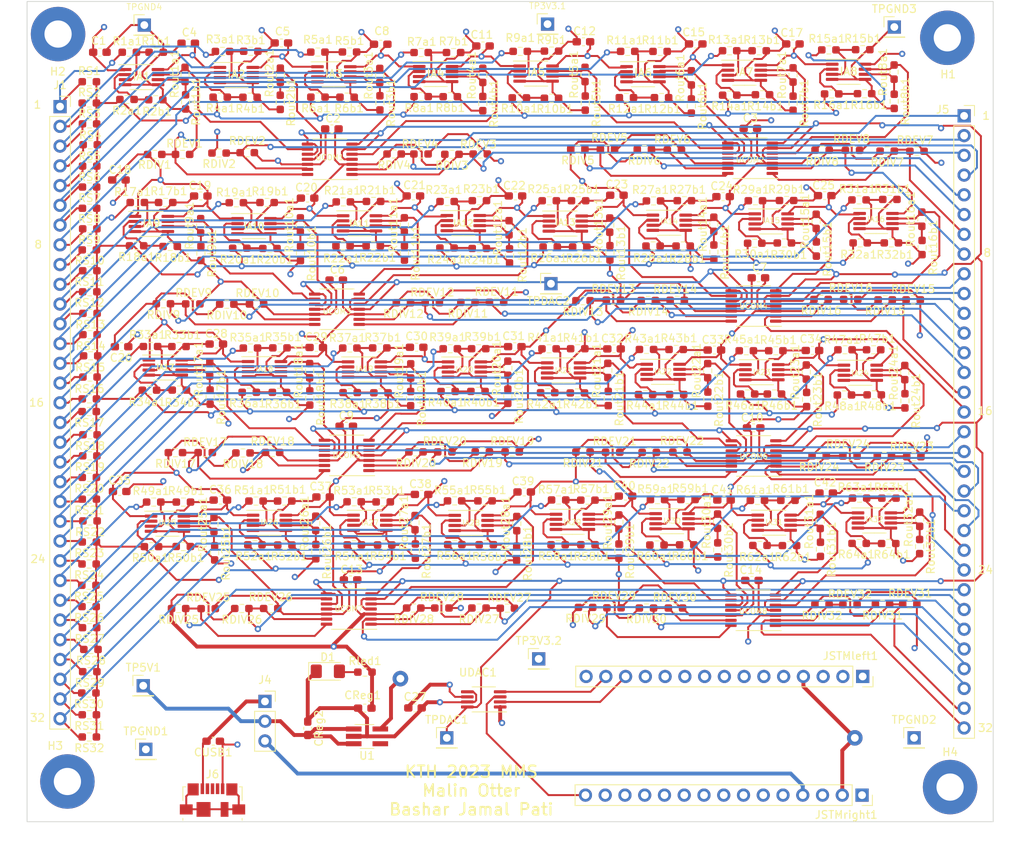
<source format=kicad_pcb>
(kicad_pcb (version 20211014) (generator pcbnew)
  (layers (0 "F.Cu" signal) (1 "In1.Cu" signal) (2 "In2.Cu" signal) (31 "B.Cu" signal) (34 "B.Paste" user) (35 "F.Paste" user) (36 "B.SilkS" user "B.Silkscreen") (37 "F.SilkS" user "F.Silkscreen") (38 "B.Mask" user) (39 "F.Mask" user) (44 "Edge.Cuts" user))
  (net 0 "")
  (net 1 "GND")
  (net 2 "Net-(J1-Pad1)")
  (net 3 "Net-(J1-Pad2)")
  (net 4 "Net-(J1-Pad3)")
  (net 5 "Net-(J1-Pad4)")
  (net 6 "Net-(J1-Pad5)")
  (net 7 "Net-(J1-Pad6)")
  (net 8 "Net-(J1-Pad7)")
  (net 9 "Net-(J1-Pad8)")
  (net 10 "Net-(J1-Pad9)")
  (net 11 "Net-(J1-Pad10)")
  (net 12 "Net-(J1-Pad11)")
  (net 13 "Net-(J1-Pad12)")
  (net 14 "Net-(J1-Pad13)")
  (net 15 "Net-(J1-Pad14)")
  (net 16 "Net-(J1-Pad15)")
  (net 17 "Net-(J1-Pad16)")
  (net 18 "Net-(J1-Pad17)")
  (net 19 "Net-(J1-Pad18)")
  (net 20 "Net-(J1-Pad19)")
  (net 21 "Net-(J1-Pad20)")
  (net 22 "Net-(J1-Pad21)")
  (net 23 "Net-(J1-Pad22)")
  (net 24 "Net-(J1-Pad23)")
  (net 25 "Net-(J1-Pad24)")
  (net 26 "Net-(J1-Pad25)")
  (net 27 "Net-(J1-Pad26)")
  (net 28 "Net-(J1-Pad27)")
  (net 29 "Net-(J1-Pad28)")
  (net 30 "Net-(J1-Pad29)")
  (net 31 "Net-(J1-Pad30)")
  (net 32 "Net-(J1-Pad31)")
  (net 33 "Net-(J1-Pad32)")
  (net 45 "+3.3V")
  (net 46 "+5V USB")
  (net 60 "+5V MCU")
  (net 61 "SPI_CS")
  (net 62 "SPI_MOSI")
  (net 63 "SCK")
  (net 65 "DAC output")
  (net 66 "Net-(IA1-Pad2)")
  (net 67 "Net-(D1-Pad2)")
  (net 68 "+5V")
  (net 69 "Net-(IA1-Pad3)")
  (net 70 "Net-(IA1-Pad6)")
  (net 71 "Net-(IA1-Pad7)")
  (net 72 "Net-(IA2-Pad2)")
  (net 73 "Net-(IA2-Pad3)")
  (net 74 "Net-(IA2-Pad6)")
  (net 75 "Net-(IA2-Pad7)")
  (net 76 "Net-(IA3-Pad2)")
  (net 77 "Net-(IA3-Pad3)")
  (net 78 "Net-(IA3-Pad6)")
  (net 79 "Net-(IA3-Pad7)")
  (net 80 "Net-(IA4-Pad2)")
  (net 81 "Net-(IA4-Pad3)")
  (net 82 "Net-(IA4-Pad6)")
  (net 83 "Net-(IA4-Pad7)")
  (net 84 "Net-(IA5-Pad2)")
  (net 85 "Net-(IA5-Pad3)")
  (net 86 "Net-(IA5-Pad6)")
  (net 87 "Net-(IA5-Pad7)")
  (net 88 "Net-(IA6-Pad2)")
  (net 89 "Net-(IA6-Pad3)")
  (net 90 "Net-(IA6-Pad6)")
  (net 91 "Net-(IA6-Pad7)")
  (net 92 "Net-(IA7-Pad2)")
  (net 93 "Net-(IA7-Pad3)")
  (net 94 "Net-(IA7-Pad6)")
  (net 95 "Net-(IA7-Pad7)")
  (net 96 "Net-(IA8-Pad2)")
  (net 97 "Net-(IA8-Pad3)")
  (net 98 "Net-(IA8-Pad6)")
  (net 99 "Net-(IA8-Pad7)")
  (net 100 "Net-(IA9-Pad2)")
  (net 101 "Net-(IA9-Pad3)")
  (net 102 "Net-(IA9-Pad6)")
  (net 103 "Net-(IA9-Pad7)")
  (net 104 "Net-(IA10-Pad2)")
  (net 105 "Net-(IA10-Pad3)")
  (net 106 "Net-(IA10-Pad6)")
  (net 107 "Net-(IA10-Pad7)")
  (net 108 "Net-(IA11-Pad2)")
  (net 109 "Net-(IA11-Pad3)")
  (net 110 "Net-(IA11-Pad6)")
  (net 111 "Net-(IA11-Pad7)")
  (net 112 "Net-(IA12-Pad2)")
  (net 113 "Net-(IA12-Pad3)")
  (net 114 "Net-(IA12-Pad6)")
  (net 115 "Net-(IA12-Pad7)")
  (net 116 "Net-(IA13-Pad2)")
  (net 117 "Net-(IA13-Pad3)")
  (net 118 "Net-(IA13-Pad6)")
  (net 119 "Net-(IA13-Pad7)")
  (net 120 "Net-(IA14-Pad2)")
  (net 121 "Net-(IA14-Pad3)")
  (net 122 "Net-(IA14-Pad6)")
  (net 123 "Net-(IA14-Pad7)")
  (net 124 "Net-(IA15-Pad2)")
  (net 125 "Net-(IA15-Pad3)")
  (net 126 "Net-(IA15-Pad6)")
  (net 127 "Net-(IA15-Pad7)")
  (net 128 "Net-(IA16-Pad2)")
  (net 129 "Net-(IA16-Pad3)")
  (net 130 "Net-(IA16-Pad6)")
  (net 131 "Net-(IA16-Pad7)")
  (net 132 "Net-(IA17-Pad2)")
  (net 133 "Net-(IA17-Pad3)")
  (net 134 "Net-(IA17-Pad6)")
  (net 135 "Net-(IA17-Pad7)")
  (net 136 "Net-(IA18-Pad2)")
  (net 137 "Net-(IA18-Pad3)")
  (net 138 "Net-(IA18-Pad6)")
  (net 139 "Net-(IA18-Pad7)")
  (net 140 "Net-(IA19-Pad2)")
  (net 141 "Net-(IA19-Pad3)")
  (net 142 "Net-(IA19-Pad6)")
  (net 143 "Net-(IA19-Pad7)")
  (net 144 "Net-(IA20-Pad2)")
  (net 145 "Net-(IA20-Pad3)")
  (net 146 "Net-(IA20-Pad6)")
  (net 147 "Net-(IA20-Pad7)")
  (net 148 "Net-(IA21-Pad2)")
  (net 149 "Net-(IA21-Pad3)")
  (net 150 "Net-(IA21-Pad6)")
  (net 151 "Net-(IA21-Pad7)")
  (net 152 "Net-(IA22-Pad2)")
  (net 153 "Net-(IA22-Pad3)")
  (net 154 "Net-(IA22-Pad6)")
  (net 155 "Net-(IA22-Pad7)")
  (net 156 "Net-(IA23-Pad2)")
  (net 157 "Net-(IA23-Pad3)")
  (net 158 "Net-(IA23-Pad6)")
  (net 159 "Net-(IA23-Pad7)")
  (net 160 "Net-(IA24-Pad2)")
  (net 161 "Net-(IA24-Pad3)")
  (net 162 "Net-(IA24-Pad6)")
  (net 163 "Net-(IA24-Pad7)")
  (net 164 "Net-(IA25-Pad2)")
  (net 165 "Net-(IA25-Pad3)")
  (net 166 "Net-(IA25-Pad6)")
  (net 167 "Net-(IA25-Pad7)")
  (net 168 "Net-(IA26-Pad2)")
  (net 169 "Net-(IA26-Pad3)")
  (net 170 "Net-(IA26-Pad6)")
  (net 171 "Net-(IA26-Pad7)")
  (net 172 "Net-(IA27-Pad2)")
  (net 173 "Net-(IA27-Pad3)")
  (net 174 "Net-(IA27-Pad6)")
  (net 175 "Net-(IA27-Pad7)")
  (net 176 "Net-(IA28-Pad2)")
  (net 177 "Net-(IA28-Pad3)")
  (net 178 "Net-(IA28-Pad6)")
  (net 179 "Net-(IA28-Pad7)")
  (net 180 "Net-(IA29-Pad2)")
  (net 181 "Net-(IA29-Pad3)")
  (net 182 "Net-(IA29-Pad6)")
  (net 183 "Net-(IA29-Pad7)")
  (net 184 "Net-(IA30-Pad2)")
  (net 185 "Net-(IA30-Pad3)")
  (net 186 "Net-(IA30-Pad6)")
  (net 187 "Net-(IA30-Pad7)")
  (net 188 "Net-(IA31-Pad2)")
  (net 189 "Net-(IA31-Pad3)")
  (net 190 "Net-(IA31-Pad6)")
  (net 191 "Net-(IA31-Pad7)")
  (net 192 "Net-(IA32-Pad2)")
  (net 193 "Net-(IA32-Pad3)")
  (net 194 "Net-(IA32-Pad6)")
  (net 195 "Net-(IA32-Pad7)")
  (net 196 "Net-(R10a1-Pad2)")
  (net 197 "Net-(J5-Pad1)")
  (net 198 "Net-(J5-Pad2)")
  (net 199 "Net-(J5-Pad3)")
  (net 200 "Net-(J5-Pad4)")
  (net 201 "Net-(J5-Pad5)")
  (net 202 "Net-(J5-Pad6)")
  (net 203 "Net-(J5-Pad7)")
  (net 204 "Net-(J5-Pad8)")
  (net 205 "Net-(J5-Pad9)")
  (net 206 "Net-(J5-Pad10)")
  (net 207 "Net-(J5-Pad11)")
  (net 208 "Net-(J5-Pad12)")
  (net 209 "Net-(J5-Pad13)")
  (net 210 "Net-(J5-Pad14)")
  (net 211 "Net-(J5-Pad15)")
  (net 212 "Net-(J5-Pad16)")
  (net 213 "Net-(J5-Pad17)")
  (net 214 "Net-(J5-Pad18)")
  (net 215 "Net-(J5-Pad19)")
  (net 216 "Net-(J5-Pad20)")
  (net 217 "Net-(J5-Pad21)")
  (net 218 "Net-(J5-Pad22)")
  (net 219 "Net-(J5-Pad23)")
  (net 220 "Net-(J5-Pad24)")
  (net 221 "Net-(J5-Pad25)")
  (net 222 "Net-(J5-Pad26)")
  (net 223 "Net-(J5-Pad27)")
  (net 224 "Net-(J5-Pad28)")
  (net 225 "Net-(J5-Pad29)")
  (net 226 "Net-(J5-Pad30)")
  (net 227 "Net-(J5-Pad31)")
  (net 228 "Net-(J5-Pad32)")
  (net 232 "unconnected-(J6-Pad6)")
  (footprint "Resistor_SMD:R_0603_1608Metric_Pad0.98x0.95mm_HandSolder" (layer "F.Cu") (at 97.537416 99.861135 180)
    (fp_text reference "R50a1")
    (fp_text value "47k")
  )
  (footprint "Resistor_SMD:R_0603_1608Metric_Pad0.98x0.95mm_HandSolder" (layer "F.Cu") (at 89.63681 85.470588 180)
    (fp_text reference "RS18")
    (fp_text value "500")
  )
  (footprint "Resistor_SMD:R_0603_1608Metric_Pad0.98x0.95mm_HandSolder" (layer "F.Cu") (at 188.574265 93.616142 180)
    (fp_text reference "R63a1")
    (fp_text value "47k")
  )
  (footprint "Resistor_SMD:R_0603_1608Metric_Pad0.98x0.95mm_HandSolder" (layer "F.Cu") (at 110.979128 93.993227 180)
    (fp_text reference "R51a1")
    (fp_text value "47k")
  )
  (footprint "Package_SO:TSSOP-14_4.4x5mm_P0.65mm" (layer "F.Cu") (at 174.493018 49.899506 180)
    (fp_text reference "UCOM2")
    (fp_text value "LM339")
  )
  (footprint "Resistor_SMD:R_0603_1608Metric_Pad0.98x0.95mm_HandSolder" (layer "F.Cu") (at 141.906862 68.425509 180)
    (fp_text reference "RDEV11")
    (fp_text value "6k2")
  )
  (footprint "Resistor_SMD:R_0603_1608Metric_Pad0.98x0.95mm_HandSolder" (layer "F.Cu") (at 192.658623 60.786611)
    (fp_text reference "R32b1")
    (fp_text value "470")
  )
  (footprint "Resistor_SMD:R_0603_1608Metric_Pad0.98x0.95mm_HandSolder" (layer "F.Cu") (at 188.977374 35.932017)
    (fp_text reference "R15b1")
    (fp_text value "470")
  )
  (footprint "Resistor_SMD:R_0603_1608Metric_Pad0.98x0.95mm_HandSolder" (layer "F.Cu") (at 162.928487 36.157115)
    (fp_text reference "R11b1")
    (fp_text value "470")
  )
  (footprint "Resistor_SMD:R_0603_1608Metric_Pad0.98x0.95mm_HandSolder" (layer "F.Cu") (at 161.061367 80.290873 180)
    (fp_text reference "R44a1")
    (fp_text value "47k")
  )
  (footprint "Resistor_SMD:R_0603_1608Metric_Pad0.98x0.95mm_HandSolder" (layer "F.Cu") (at 89.665137 48.158486 180)
    (fp_text reference "RS4")
    (fp_text value "500")
  )
  (footprint "Connector_PinSocket_2.54mm:PinSocket_1x32_P2.54mm_Vertical" (layer "F.Cu") (at 85.784056 43.25674)
    (fp_text reference "J1")
    (fp_text value "Conn_01x32_Female")
  )
  (footprint "Package_SO:TSSOP-14_4.4x5mm_P0.65mm" (layer "F.Cu") (at 121.38299 69.324619 180)
    (fp_text reference "UCOM3")
    (fp_text value "LM339")
  )
  (footprint "Resistor_SMD:R_0603_1608Metric_Pad0.98x0.95mm_HandSolder" (layer "F.Cu") (at 175.442114 93.913787 180)
    (fp_text reference "R61a1")
    (fp_text value "47k")
  )
  (footprint "Resistor_SMD:R_0603_1608Metric_Pad0.98x0.95mm_HandSolder" (layer "F.Cu") (at 132.210302 41.967888 180)
    (fp_text reference "R8a1")
    (fp_text value "47k")
  )
  (footprint "Resistor_SMD:R_0603_1608Metric_Pad0.98x0.95mm_HandSolder" (layer "F.Cu") (at 98.144574 36.264106)
    (fp_text reference "R1b1")
    (fp_text value "470")
  )
  (footprint "Capacitor_SMD:C_0603_1608Metric_Pad1.08x0.95mm_HandSolder" (layer "F.Cu") (at 106.394119 93.873649 180)
    (fp_text reference "C36")
    (fp_text value "0.1u")
  )
  (footprint "Capacitor_SMD:C_0603_1608Metric_Pad1.08x0.95mm_HandSolder" (layer "F.Cu") (at 184.092016 54.70475 180)
    (fp_text reference "C25")
    (fp_text value "0.1u")
  )
  (footprint "Resistor_SMD:R_0603_1608Metric_Pad0.98x0.95mm_HandSolder" (layer "F.Cu") (at 116.679481 58.484179 90)
    (fp_text reference "Rout10a1")
    (fp_text value "12k")
  )
  (footprint "Capacitor_SMD:C_0603_1608Metric_Pad1.08x0.95mm_HandSolder" (layer "F.Cu") (at 105.475601 124.88999 180)
    (fp_text reference "CUSB1")
    (fp_text value "1u")
  )
  (footprint "Resistor_SMD:R_0603_1608Metric_Pad0.98x0.95mm_HandSolder" (layer "F.Cu") (at 188.652434 60.786611 180)
    (fp_text reference "R32a1")
    (fp_text value "47k")
  )
  (footprint "Resistor_SMD:R_0603_1608Metric_Pad0.98x0.95mm_HandSolder" (layer "F.Cu") (at 130.061302 62.086033 -90)
    (fp_text reference "Rout11b1")
    (fp_text value "1k")
  )
  (footprint "Package_SO:MSOP-8_3x3mm_P0.65mm" (layer "F.Cu") (at 97.529179 58.349617)
    (fp_text reference "IA9")
    (fp_text value "MCP6N16")
  )
  (footprint "Resistor_SMD:R_0603_1608Metric_Pad0.98x0.95mm_HandSolder" (layer "F.Cu") (at 97.951864 49.404355 180)
    (fp_text reference "RDIV1")
    (fp_text value "2k2")
  )
  (footprint "Capacitor_SMD:C_0603_1608Metric_Pad1.08x0.95mm_HandSolder" (layer "F.Cu") (at 169.908822 74.570214 180)
    (fp_text reference "C33")
    (fp_text value "0.1u")
  )
  (footprint "Resistor_SMD:R_0603_1608Metric_Pad0.98x0.95mm_HandSolder" (layer "F.Cu") (at 143.512027 58.839861 90)
    (fp_text reference "Rout12a1")
    (fp_text value "12k")
  )
  (footprint "Resistor_SMD:R_0603_1608Metric_Pad0.98x0.95mm_HandSolder" (layer "F.Cu") (at 165.051283 80.281167)
    (fp_text reference "R44b1")
    (fp_text value "470")
  )
  (footprint "Resistor_SMD:R_0603_1608Metric_Pad0.98x0.95mm_HandSolder" (layer "F.Cu") (at 99.945138 61.243164)
    (fp_text reference "R18b1")
    (fp_text value "470")
  )
  (footprint "Resistor_SMD:R_0603_1608Metric_Pad0.98x0.95mm_HandSolder" (layer "F.Cu") (at 104.833991 107.835826 180)
    (fp_text reference "RDEV25")
    (fp_text value "6k2")
  )
  (footprint "Resistor_SMD:R_0603_1608Metric_Pad0.98x0.95mm_HandSolder" (layer "F.Cu") (at 171.867591 36.070046 180)
    (fp_text reference "R13a1")
    (fp_text value "47k")
  )
  (footprint "Resistor_SMD:R_0603_1608Metric_Pad0.98x0.95mm_HandSolder" (layer "F.Cu") (at 89.547248 121.485903 180)
    (fp_text reference "RS31")
    (fp_text value "500")
  )
  (footprint "Resistor_SMD:R_0603_1608Metric_Pad0.98x0.95mm_HandSolder" (layer "F.Cu") (at 153.017806 87.691189 180)
    (fp_text reference "RDIV21")
    (fp_text value "2k2")
  )
  (footprint "Resistor_SMD:R_0603_1608Metric_Pad0.98x0.95mm_HandSolder" (layer "F.Cu") (at 136.164523 49.393488 180)
    (fp_text reference "RDIV3")
    (fp_text value "2k2")
  )
  (footprint "Resistor_SMD:R_0603_1608Metric_Pad0.98x0.95mm_HandSolder" (layer "F.Cu") (at 153.652951 99.609776)
    (fp_text reference "R58b1")
    (fp_text value "470")
  )
  (footprint "Resistor_SMD:R_0603_1608Metric_Pad0.98x0.95mm_HandSolder" (layer "F.Cu") (at 179.187625 55.333601)
    (fp_text reference "R29b1")
    (fp_text value "470")
  )
  (footprint "Resistor_SMD:R_0603_1608Metric_Pad0.98x0.95mm_HandSolder" (layer "F.Cu") (at 143.914608 87.679086 180)
    (fp_text reference "RDEV19")
    (fp_text value "6k2")
  )
  (footprint "Resistor_SMD:R_0603_1608Metric_Pad0.98x0.95mm_HandSolder" (layer "F.Cu") (at 184.626877 35.959905 180)
    (fp_text reference "R15a1")
    (fp_text value "47k")
  )
  (footprint "Resistor_SMD:R_0603_1608Metric_Pad0.98x0.95mm_HandSolder" (layer "F.Cu") (at 89.607338 58.974869 180)
    (fp_text reference "RS8")
    (fp_text value "500")
  )
  (footprint "Package_SO:MSOP-8_3x3mm_P0.65mm" (layer "F.Cu") (at 150.526083 77.194046)
    (fp_text reference "IA21")
    (fp_text value "MCP6N16")
  )
  (footprint "Capacitor_SMD:C_0603_1608Metric_Pad1.08x0.95mm_HandSolder" (layer "F.Cu") (at 117.628506 123.226794 -90)
    (fp_text reference "CReg2")
    (fp_text value "1u")
  )
  (footprint "Resistor_SMD:R_0603_1608Metric_Pad0.98x0.95mm_HandSolder" (layer "F.Cu") (at 170.337081 100.282242 -90)
    (fp_text reference "Rout30b1")
    (fp_text value "1k")
  )
  (footprint "Resistor_SMD:R_0603_1608Metric_Pad0.98x0.95mm_HandSolder" (layer "F.Cu") (at 131.540589 87.67661 180)
    (fp_text reference "RDIV20")
    (fp_text value "2k2")
  )
  (footprint "Package_TO_SOT_SMD:TSOT-23-5_HandSoldering" (layer "F.Cu") (at 125.248506 124.264294)
    (fp_text reference "U1")
    (fp_text value "ADP151")
  )
  (footprint "Resistor_SMD:R_0603_1608Metric_Pad0.98x0.95mm_HandSolder" (layer "F.Cu") (at 187.34196 88.215053 180)
    (fp_text reference "RDEV24")
    (fp_text value "6k2")
  )
  (footprint "Capacitor_SMD:C_0603_1608Metric_Pad1.08x0.95mm_HandSolder" (layer "F.Cu") (at 131.629324 74.214919 180)
    (fp_text reference "C30")
    (fp_text value "0.1u")
  )
  (footprint "Resistor_SMD:R_0603_1608Metric_Pad0.98x0.95mm_HandSolder" (layer "F.Cu") (at 183.01567 61.575864 -90)
    (fp_text reference "Rout15b1")
    (fp_text value "1k")
  )
  (footprint "Resistor_SMD:R_0603_1608Metric_Pad0.98x0.95mm_HandSolder" (layer "F.Cu") (at 177.804689 74.661555)
    (fp_text reference "R45b1")
    (fp_text value "470")
  )
  (footprint "Resistor_SMD:R_0603_1608Metric_Pad0.98x0.95mm_HandSolder" (layer "F.Cu") (at 180.024844 42.824847 -90)
    (fp_text reference "Rout7b1")
    (fp_text value "1k")
  )
  (footprint "Resistor_SMD:R_0603_1608Metric_Pad0.98x0.95mm_HandSolder" (layer "F.Cu") (at 152.3365 74.402161)
    (fp_text reference "R41b1")
    (fp_text value "470")
  )
  (footprint "Resistor_SMD:R_0603_1608Metric_Pad0.98x0.95mm_HandSolder" (layer "F.Cu") (at 131.255633 107.756609 180)
    (fp_text reference "RDIV28")
    (fp_text value "2k2")
  )
  (footprint "Capacitor_SMD:C_0603_1608Metric_Pad1.08x0.95mm_HandSolder" (layer "F.Cu") (at 157.006658 74.423388 180)
    (fp_text reference "C32")
    (fp_text value "0.1u")
  )
  (footprint "Capacitor_SMD:C_0603_1608Metric_Pad1.08x0.95mm_HandSolder" (layer "F.Cu") (at 132.264267 93.140659 180)
    (fp_text reference "C38")
    (fp_text value "0.1u")
  )
  (footprint "Connector_PinHeader_2.54mm:PinHeader_1x01_P2.54mm_Vertical" (layer "F.Cu") (at 96.478124 117.747889)
    (fp_text reference "TP5V1")
    (fp_text value "Conn_01x01_Female")
  )
  (footprint "Resistor_SMD:R_0603_1608Metric_Pad0.98x0.95mm_HandSolder" (layer "F.Cu") (at 108.448778 55.618821 180)
    (fp_text reference "R19a1")
    (fp_text value "47k")
  )
  (footprint "Resistor_SMD:R_0603_1608Metric_Pad0.98x0.95mm_HandSolder" (layer "F.Cu") (at 131.461995 100.435407 -90)
    (fp_text reference "Rout27b1")
    (fp_text value "1k")
  )
  (footprint "Resistor_SMD:R_0603_1608Metric_Pad0.98x0.95mm_HandSolder" (layer "F.Cu") (at 123.61833 99.629721 180)
    (fp_text reference "R54a1")
    (fp_text value "47k")
  )
  (footprint "Resistor_SMD:R_0603_1608Metric_Pad0.98x0.95mm_HandSolder" (layer "F.Cu") (at 135.675743 79.895556 180)
    (fp_text reference "R40a1")
    (fp_text value "47k")
  )
  (footprint "Resistor_SMD:R_0603_1608Metric_Pad0.98x0.95mm_HandSolder" (layer "F.Cu") (at 195.467647 68.110017 180)
    (fp_text reference "RDEV15")
    (fp_text value "6k2")
  )
  (footprint "Resistor_SMD:R_0603_1608Metric_Pad0.98x0.95mm_HandSolder" (layer "F.Cu") (at 107.220512 68.674514 180)
    (fp_text reference "RDIV10")
    (fp_text value "2k2")
  )
  (footprint "Resistor_SMD:R_0603_1608Metric_Pad0.98x0.95mm_HandSolder" (layer "F.Cu") (at 89.547248 93.752342 180)
    (fp_text reference "RS21")
    (fp_text value "500")
  )
  (footprint "Resistor_SMD:R_0603_1608Metric_Pad0.98x0.95mm_HandSolder" (layer "F.Cu") (at 157.001988 107.729806 180)
    (fp_text reference "RDEV29")
    (fp_text value "6k2")
  )
  (footprint "Package_SO:MSOP-8_3x3mm_P0.65mm" (layer "F.Cu") (at 160.731093 39.085189)
    (fp_text reference "IA6")
    (fp_text value "MCP6N16")
  )
  (footprint "Connector_PinSocket_2.54mm:PinSocket_1x15_P2.54mm_Vertical" (layer "F.Cu") (at 188.971794 116.562968 -90)
    (fp_text reference "JSTMleft1")
    (fp_text value "Conn_01x15_Female")
  )
  (footprint "Package_SO:MSOP-8_3x3mm_P0.65mm" (layer "F.Cu") (at 177.591082 96.780689)
    (fp_text reference "IA31")
    (fp_text value "MCP6N16")
  )
  (footprint "Resistor_SMD:R_0603_1608Metric_Pad0.98x0.95mm_HandSolder" (layer "F.Cu") (at 184.989418 41.62113 180)
    (fp_text reference "R16a1")
    (fp_text value "47k")
  )
  (footprint "Resistor_SMD:R_0603_1608Metric_Pad0.98x0.95mm_HandSolder" (layer "F.Cu") (at 161.535108 87.734302 180)
    (fp_text reference "RDIV22")
    (fp_text value "2k2")
  )
  (footprint "Resistor_SMD:R_0603_1608Metric_Pad0.98x0.95mm_HandSolder" (layer "F.Cu") (at 189.220567 41.591032)
    (fp_text reference "R16b1")
    (fp_text value "470")
  )
  (footprint "Resistor_SMD:R_0603_1608Metric_Pad0.98x0.95mm_HandSolder" (layer "F.Cu") (at 89.607338 115.945085 180)
    (fp_text reference "RS29")
    (fp_text value "500")
  )
  (footprint "Capacitor_SMD:C_0603_1608Metric_Pad1.08x0.95mm_HandSolder" (layer "F.Cu") (at 131.211575 54.748884 180)
    (fp_text reference "C21")
    (fp_text value "0.1u")
  )
  (footprint "Resistor_SMD:R_0603_1608Metric_Pad0.98x0.95mm_HandSolder" (layer "F.Cu") (at 188.502949 55.255679 180)
    (fp_text reference "R31a1")
    (fp_text value "47k")
  )
  (footprint "Resistor_SMD:R_0603_1608Metric_Pad0.98x0.95mm_HandSolder" (layer "F.Cu") (at 171.876357 41.783976 180)
    (fp_text reference "R14a1")
    (fp_text value "47k")
  )
  (footprint "Package_SO:MSOP-8_3x3mm_P0.65mm" (layer "F.Cu") (at 164.468227 96.593617)
    (fp_text reference "IA30")
    (fp_text value "MCP6N16")
  )
  (footprint "Resistor_SMD:R_0603_1608Metric_Pad0.98x0.95mm_HandSolder" (layer "F.Cu") (at 166.05034 55.356498)
    (fp_text reference "R27b1")
    (fp_text value "470")
  )
  (footprint "Connector_PinSocket_2.54mm:PinSocket_1x32_P2.54mm_Vertical" (layer "F.Cu") (at 202.012765 44.445)
    (fp_text reference "J5")
    (fp_text value "Conn_01x32_Female")
  )
  (footprint "Resistor_SMD:R_0603_1608Metric_Pad0.98x0.95mm_HandSolder" (layer "F.Cu") (at 126.887151 39.259869 90)
    (fp_text reference "Rout3a1")
    (fp_text value "12k")
  )
  (footprint "Package_SO:MSOP-8_3x3mm_P0.65mm" (layer "F.Cu") (at 188.665609 77.490628)
    (fp_text reference "IA24")
    (fp_text value "MCP6N16")
  )
  (footprint "Capacitor_SMD:C_0603_1608Metric_Pad1.08x0.95mm_HandSolder" (layer "F.Cu") (at 103.878624 54.755112 180)
    (fp_text reference "C19")
    (fp_text value "0.1u")
  )
  (footprint "Resistor_SMD:R_0603_1608Metric_Pad0.98x0.95mm_HandSolder" (layer "F.Cu") (at 178.904198 60.798544)
    (fp_text reference "R30b1")
    (fp_text value "470")
  )
  (footprint "Resistor_SMD:R_0603_1608Metric_Pad0.98x0.95mm_HandSolder" (layer "F.Cu") (at 102.850444 68.634108 180)
    (fp_text reference "RDEV9")
    (fp_text value "6k2")
  )
  (footprint "Resistor_SMD:R_0603_1608Metric_Pad0.98x0.95mm_HandSolder" (layer "F.Cu") (at 139.603935 74.400413)
    (fp_text reference "R39b1")
    (fp_text value "470")
  )
  (footprint "Package_SO:MSOP-8_3x3mm_P0.65mm" (layer "F.Cu") (at 99.316125 76.820742)
    (fp_text reference "IA17")
    (fp_text value "MCP6N16")
  )
  (footprint "Resistor_SMD:R_0603_1608Metric_Pad0.98x0.95mm_HandSolder" (layer "F.Cu") (at 89.548393 40.053566 180)
    (fp_text reference "RS1")
    (fp_text value "500")
  )
  (footprint "Resistor_SMD:R_0603_1608Metric_Pad0.98x0.95mm_HandSolder" (layer "F.Cu") (at 126.049155 61.165384)
    (fp_text reference "R22b1")
    (fp_text value "470")
  )
  (footprint "Resistor_SMD:R_0603_1608Metric_Pad0.98x0.95mm_HandSolder" (layer "F.Cu") (at 193.027544 42.57552 -90)
    (fp_text reference "Rout8b1")
    (fp_text value "1k")
  )
  (footprint "Capacitor_SMD:C_0603_1608Metric_Pad1.08x0.95mm_HandSolder" (layer "F.Cu") (at 127.009047 35.233927 180)
    (fp_text reference "C8")
    (fp_text value "0.1u")
  )
  (footprint "MountingHole:MountingHole_3.5mm_Pad" (layer "F.Cu") (at 199.856709 34.404303)
    (fp_text reference "H1")
    (fp_text value "MountingHole")
  )
  (footprint "Resistor_SMD:R_0603_1608Metric_Pad0.98x0.95mm_HandSolder" (layer "F.Cu") (at 94.389449 42.33392 180)
    (fp_text reference "R2a1")
    (fp_text value "47k")
  )
  (footprint "Resistor_SMD:R_0603_1608Metric_Pad0.98x0.95mm_HandSolder" (layer "F.Cu") (at 89.547248 124.344729 180)
    (fp_text reference "RS32")
    (fp_text value "500")
  )
  (footprint "Resistor_SMD:R_0603_1608Metric_Pad0.98x0.95mm_HandSolder" (layer "F.Cu") (at 192.464935 55.195885)
    (fp_text reference "R31b1")
    (fp_text value "470")
  )
  (footprint "Resistor_SMD:R_0603_1608Metric_Pad0.98x0.95mm_HandSolder" (layer "F.Cu") (at 183.757122 48.870161 180)
    (fp_text reference "RDIV8")
    (fp_text value "2k2")
  )
  (footprint "Resistor_SMD:R_0603_1608Metric_Pad0.98x0.95mm_HandSolder" (layer "F.Cu") (at 110.209132 42.04973)
    (fp_text reference "R4b1")
    (fp_text value "470")
  )
  (footprint "Resistor_SMD:R_0603_1608Metric_Pad0.98x0.95mm_HandSolder" (layer "F.Cu") (at 136.509314 93.973518 180)
    (fp_text reference "R55a1")
    (fp_text value "47k")
  )
  (footprint "Resistor_SMD:R_0603_1608Metric_Pad0.98x0.95mm_HandSolder" (layer "F.Cu") (at 118.668122 100.50432 -90)
    (fp_text reference "Rout26b1")
    (fp_text value "1k")
  )
  (footprint "Capacitor_SMD:C_0603_1608Metric_Pad1.08x0.95mm_HandSolder" (layer "F.Cu") (at 123.134267 104.138178 180)
    (fp_text reference "C13")
    (fp_text value "0.1u")
  )
  (footprint "Resistor_SMD:R_0603_1608Metric_Pad0.98x0.95mm_HandSolder" (layer "F.Cu") (at 139.68522 61.500688)
    (fp_text reference "R24b1")
    (fp_text value "470")
  )
  (footprint "Package_SO:MSOP-8_3x3mm_P0.65mm" (layer "F.Cu") (at 163.317167 77.376213)
    (fp_text reference "IA22")
    (fp_text value "MCP6N16")
  )
  (footprint "Resistor_SMD:R_0603_1608Metric_Pad0.98x0.95mm_HandSolder" (layer "F.Cu") (at 94.692074 36.264106 180)
    (fp_text reference "R1a1")
    (fp_text value "47k")
  )
  (footprint "Package_SO:MSOP-8_3x3mm_P0.65mm" (layer "F.Cu") (at 112.703619 96.794466)
    (fp_text reference "IA26")
    (fp_text value "MCP6N16")
  )
  (footprint "Resistor_SMD:R_0603_1608Metric_Pad0.98x0.95mm_HandSolder" (layer "F.Cu") (at 139.807884 49.350895 180)
    (fp_text reference "RDEV3")
    (fp_text value "6k2")
  )
  (footprint "Resistor_SMD:R_0603_1608Metric_Pad0.98x0.95mm_HandSolder" (layer "F.Cu") (at 143.571821 62.45739 -90)
    (fp_text reference "Rout12b1")
    (fp_text value "1k")
  )
  (footprint "Package_SO:MSOP-8_3x3mm_P0.65mm" (layer "F.Cu") (at 96.263565 39.463967)
    (fp_text reference "IA1")
    (fp_text value "MCP6N16")
  )
  (footprint "Resistor_SMD:R_0603_1608Metric_Pad0.98x0.95mm_HandSolder" (layer "F.Cu") (at 89.518921 107.574914 180)
    (fp_text reference "RS26")
    (fp_text value "500")
  )
  (footprint "Resistor_SMD:R_0603_1608Metric_Pad0.98x0.95mm_HandSolder" (layer "F.Cu") (at 181.72255 77.405169 90)
    (fp_text reference "Rout23a1")
    (fp_text value "12k")
  )
  (footprint "Capacitor_SMD:C_0603_1608Metric_Pad1.08x0.95mm_HandSolder" (layer "F.Cu") (at 93.692408 74.143785)
    (fp_text reference "C26")
    (fp_text value "0.1u")
  )
  (footprint "Capacitor_SMD:C_0603_1608Metric_Pad1.08x0.95mm_HandSolder" (layer "F.Cu") (at 105.876171 73.797633 180)
    (fp_text reference "C28")
    (fp_text value "0.1u")
  )
  (footprint "Resistor_SMD:R_0603_1608Metric_Pad0.98x0.95mm_HandSolder" (layer "F.Cu") (at 186.625368 80.351595 180)
    (fp_text reference "R48a1")
    (fp_text value "47k")
  )
  (footprint "Resistor_SMD:R_0603_1608Metric_Pad0.98x0.95mm_HandSolder" (layer "F.Cu") (at 89.573412 56.33191 180)
    (fp_text reference "RS7")
    (fp_text value "500")
  )
  (footprint "Resistor_SMD:R_0603_1608Metric_Pad0.98x0.95mm_HandSolder" (layer "F.Cu") (at 149.821136 99.612408 180)
    (fp_text reference "R58a1")
    (fp_text value "47k")
  )
  (footprint "Resistor_SMD:R_0603_1608Metric_Pad0.98x0.95mm_HandSolder" (layer "F.Cu") (at 153.277973 39.124454 90)
    (fp_text reference "Rout5a1")
    (fp_text value "12k")
  )
  (footprint "Resistor_SMD:R_0603_1608Metric_Pad0.98x0.95mm_HandSolder" (layer "F.Cu") (at 196.607257 61.384944 -90)
    (fp_text reference "Rout16b1")
    (fp_text value "1k")
  )
  (footprint "Resistor_SMD:R_0603_1608Metric_Pad0.98x0.95mm_HandSolder" (layer "F.Cu") (at 180.02113 39.184474 90)
    (fp_text reference "Rout7a1")
    (fp_text value "12k")
  )
  (footprint "Resistor_SMD:R_0603_1608Metric_Pad0.98x0.95mm_HandSolder" (layer "F.Cu") (at 89.7547 113.086259 180)
    (fp_text reference "RS28")
    (fp_text value "500")
  )
  (footprint "Resistor_SMD:R_0603_1608Metric_Pad0.98x0.95mm_HandSolder" (layer "F.Cu") (at 144.948313 36.150887 180)
    (fp_text reference "R9a1")
    (fp_text value "47k")
  )
  (footprint "Resistor_SMD:R_0603_1608Metric_Pad0.98x0.95mm_HandSolder" (layer "F.Cu") (at 170.318172 96.583402 90)
    (fp_text reference "Rout30a1")
    (fp_text value "12k")
  )
  (footprint "Resistor_SMD:R_0603_1608Metric_Pad0.98x0.95mm_HandSolder" (layer "F.Cu") (at 169.841709 61.968118 -90)
    (fp_text reference "Rout14b1")
    (fp_text value "1k")
  )
  (footprint "Resistor_SMD:R_0603_1608Metric_Pad0.98x0.95mm_HandSolder" (layer "F.Cu") (at 136.3768 36.297534)
    (fp_text reference "R7b1")
    (fp_text value "470")
  )
  (footprint "Resistor_SMD:R_0603_1608Metric_Pad0.98x0.95mm_HandSolder" (layer "F.Cu") (at 161.175886 107.756609 180)
    (fp_text reference "RDIV30")
    (fp_text value "2k2")
  )
  (footprint "Package_SO:MSOP-8_3x3mm_P0.65mm" (layer "F.Cu") (at 108.449569 39.190508)
    (fp_text reference "IA2")
    (fp_text value "MCP6N16")
  )
  (footprint "Package_SO:MSOP-8_3x3mm_P0.65mm" (layer "F.Cu") (at 124.918815 77.06702)
    (fp_text reference "IA19")
    (fp_text value "MCP6N16")
  )
  (footprint "Resistor_SMD:R_0603_1608Metric_Pad0.98x0.95mm_HandSolder" (layer "F.Cu") (at 191.763563 88.24072 180)
    (fp_text reference "RDIV23")
    (fp_text value "2k2")
  )
  (footprint "Resistor_SMD:R_0603_1608Metric_Pad0.98x0.95mm_HandSolder" (layer "F.Cu") (at 156.477387 62.05902 -90)
    (fp_text reference "Rout13b1")
    (fp_text value "1k")
  )
  (footprint "Connector_PinHeader_2.54mm:PinHeader_1x01_P2.54mm_Vertical" (layer "F.Cu") (at 135.506453 124.46)
    (fp_text reference "TPDAC1")
    (fp_text value "Conn_01x01_Female")
  )
  (footprint "Resistor_SMD:R_0603_1608Metric_Pad0.98x0.95mm_HandSolder" (layer "F.Cu") (at 166.946127 39.558213 90)
    (fp_text reference "Rout6a1")
    (fp_text value "12k")
  )
  (footprint "Package_SO:MSOP-8_3x3mm_P0.65mm" (layer "F.Cu") (at 137.627884 58.241923)
    (fp_text reference "IA12")
    (fp_text value "MCP6N16")
  )
  (footprint "LED_SMD:LED_1206_3216Metric_Pad1.42x1.75mm_HandSolder" (layer "F.Cu") (at 120.211598 115.90004)
    (fp_text reference "D1")
    (fp_text value "LED")
  )
  (footprint "Capacitor_SMD:C_0603_1608Metric_Pad1.08x0.95mm_HandSolder" (layer "F.Cu") (at 171.144359 93.863118 180)
    (fp_text reference "C41")
    (fp_text value "0.1u")
  )
  (footprint "Capacitor_SMD:C_0603_1608Metric_Pad1.08x0.95mm_HandSolder" (layer "F.Cu") (at 102.261919 35.103601 180)
    (fp_text reference "C4")
    (fp_text value "0.1u")
  )
  (footprint "Resistor_SMD:R_0603_1608Metric_Pad0.98x0.95mm_HandSolder" (layer "F.Cu") (at 130.869087 77.257516 90)
    (fp_text reference "Rout19a1")
    (fp_text value "12k")
  )
  (footprint "Resistor_SMD:R_0603_1608Metric_Pad0.98x0.95mm_HandSolder" (layer "F.Cu") (at 153.642425 93.879156)
    (fp_text reference "R57b1")
    (fp_text value "470")
  )
  (footprint "Resistor_SMD:R_0603_1608Metric_Pad0.98x0.95mm_HandSolder" (layer "F.Cu") (at 169.046322 77.224407 90)
    (fp_text reference "Rout22a1")
    (fp_text value "12k")
  )
  (footprint "Connector_PinHeader_2.54mm:PinHeader_1x01_P2.54mm_Vertical" (layer "F.Cu") (at 148.459161 32.643269)
    (fp_text reference "TP3V3.1")
    (fp_text value "Conn_01x02_Female")
  )
  (footprint "Resistor_SMD:R_0603_1608Metric_Pad0.98x0.95mm_HandSolder" (layer "F.Cu") (at 110.111035 80.002214 180)
    (fp_text reference "R36a1")
    (fp_text value "47k")
  )
  (footprint "Resistor_SMD:R_0603_1608Metric_Pad0.98x0.95mm_HandSolder" (layer "F.Cu") (at 89.607338 64.368325 180)
    (fp_text reference "RS10")
    (fp_text value "500")
  )
  (footprint "Resistor_SMD:R_0603_1608Metric_Pad0.98x0.95mm_HandSolder" (layer "F.Cu") (at 130.857513 80.819463 -90)
    (fp_text reference "Rout19b1")
    (fp_text value "1k")
  )
  (footprint "Resistor_SMD:R_0603_1608Metric_Pad0.98x0.95mm_HandSolder" (layer "F.Cu") (at 153.307125 42.806461 -90)
    (fp_text reference "Rout5b1")
    (fp_text value "1k")
  )
  (footprint "Resistor_SMD:R_0603_1608Metric_Pad0.98x0.95mm_HandSolder" (layer "F.Cu") (at 132.187884 49.350895 180)
    (fp_text reference "RDEV4")
    (fp_text value "6k2")
  )
  (footprint "Package_SO:MSOP-8_3x3mm_P0.65mm" (layer "F.Cu") (at 190.690381 57.977539)
    (fp_text reference "IA16")
    (fp_text value "MCP6N16")
  )
  (footprint "Connector_PinHeader_2.54mm:PinHeader_1x01_P2.54mm_Vertical" (layer "F.Cu") (at 147.32 114.3)
    (fp_text reference "TP3V3.2")
    (fp_text value "Conn_01x02_Female")
  )
  (footprint "Capacitor_SMD:C_0603_1608Metric_Pad1.08x0.95mm_HandSolder" (layer "F.Cu") (at 174.955764 84.585481 180)
    (fp_text reference "C10")
    (fp_text value "0.1u")
  )
  (footprint "Capacitor_SMD:C_0603_1608Metric_Pad1.08x0.95mm_HandSolder" (layer "F.Cu") (at 124.962657 120.634872 180)
    (fp_text reference "CReg1")
    (fp_text value "1u")
  )
  (footprint "Resistor_SMD:R_0603_1608Metric_Pad0.98x0.95mm_HandSolder" (layer "F.Cu") (at 133.642318 68.483745 180)
    (fp_text reference "RDEV12")
    (fp_text value "6k2")
  )
  (footprint "Resistor_SMD:R_0603_1608Metric_Pad0.98x0.95mm_HandSolder" (layer "F.Cu") (at 135.952308 41.979619)
    (fp_text reference "R8b1")
    (fp_text value "470")
  )
  (footprint "Resistor_SMD:R_0603_1608Metric_Pad0.98x0.95mm_HandSolder" (layer "F.Cu") (at 143.350548 80.513105 -90)
    (fp_text reference "Rout20b1")
    (fp_text value "1k")
  )
  (footprint "Resistor_SMD:R_0603_1608Metric_Pad0.98x0.95mm_HandSolder" (layer "F.Cu") (at 181.763239 80.936755 -90)
    (fp_text reference "Rout23b1")
    (fp_text value "1k")
  )
  (footprint "Connector_PinHeader_2.54mm:PinHeader_1x01_P2.54mm_Vertical" (layer "F.Cu") (at 96.813111 125.939843)
    (fp_text reference "TPGND1")
    (fp_text value "Conn_01x02_Female")
  )
  (footprint "Capacitor_SMD:C_0603_1608Metric_Pad1.08x0.95mm_HandSolder" (layer "F.Cu") (at 171.027254 54.836717 180)
    (fp_text reference "C24")
    (fp_text value "0.1u")
  )
  (footprint "Resistor_SMD:R_0603_1608Metric_Pad0.98x0.95mm_HandSolder" (layer "F.Cu") (at 162.024285 61.18726 180)
    (fp_text reference "R28a1")
    (fp_text value "47k")
  )
  (footprint "Resistor_SMD:R_0603_1608Metric_Pad0.98x0.95mm_HandSolder" (layer "F.Cu") (at 116.694456 62.151535 -90)
    (fp_text reference "Rout10b1")
    (fp_text value "1k")
  )
  (footprint "Capacitor_SMD:C_0603_1608Metric_Pad1.08x0.95mm_HandSolder" (layer "F.Cu") (at 167.508793 35.194495 180)
    (fp_text reference "C15")
    (fp_text value "0.1u")
  )
  (footprint "Resistor_SMD:R_0603_1608Metric_Pad0.98x0.95mm_HandSolder" (layer "F.Cu") (at 176.094733 41.72567)
    (fp_text reference "R14b1")
    (fp_text value "470")
  )
  (footprint "Package_SO:MSOP-8_3x3mm_P0.65mm" (layer "F.Cu") (at 110.716986 58.630704)
    (fp_text reference "IA10")
    (fp_text value "MCP6N16")
  )
  (footprint "Resistor_SMD:R_0603_1608Metric_Pad0.98x0.95mm_HandSolder" (layer "F.Cu") (at 89.548393 90.952461 180)
    (fp_text reference "RS20")
    (fp_text value "500")
  )
  (footprint "Resistor_SMD:R_0603_1608Metric_Pad0.98x0.95mm_HandSolder" (layer "F.Cu") (at 195.026956 107.283867 180)
    (fp_text reference "RDEV31")
    (fp_text value "6k2")
  )
  (footprint "Resistor_SMD:R_0603_1608Metric_Pad0.98x0.95mm_HandSolder" (layer "F.Cu") (at 135.54633 55.461508 180)
    (fp_text reference "R23a1")
    (fp_text value "47k")
  )
  (footprint "Resistor_SMD:R_0603_1608Metric_Pad0.98x0.95mm_HandSolder" (layer "F.Cu") (at 89.553764 80.852976 180)
    (fp_text reference "RS16")
    (fp_text value "500")
  )
  (footprint "Resistor_SMD:R_0603_1608Metric_Pad0.98x0.95mm_HandSolder" (layer "F.Cu") (at 148.471859 80.058312 180)
    (fp_text reference "R42a1")
    (fp_text value "47k")
  )
  (footprint "Capacitor_SMD:C_0603_1608Metric_Pad1.08x0.95mm_HandSolder" (layer "F.Cu") (at 144.247095 74.134856 180)
    (fp_text reference "C31")
    (fp_text value "0.1u")
  )
  (footprint "Capacitor_SMD:C_0603_1608Metric_Pad1.08x0.95mm_HandSolder" (layer "F.Cu") (at 175.568395 65.27765 180)
    (fp_text reference "C7")
    (fp_text value "0.1u")
  )
  (footprint "Resistor_SMD:R_0603_1608Metric_Pad0.98x0.95mm_HandSolder" (layer "F.Cu") (at 182.995122 58.01813 90)
    (fp_text reference "Rout15a1")
    (fp_text value "12k")
  )
  (footprint "Capacitor_SMD:C_0603_1608Metric_Pad1.08x0.95mm_HandSolder" (layer "F.Cu") (at 157.376237 54.654533 180)
    (fp_text reference "C23")
    (fp_text value "0.1u")
  )
  (footprint "Resistor_SMD:R_0603_1608Metric_Pad0.98x0.95mm_HandSolder" (layer "F.Cu") (at 109.302389 87.807809 180)
    (fp_text reference "RDIV18")
    (fp_text value "2k2")
  )
  (footprint "Resistor_SMD:R_0603_1608Metric_Pad0.98x0.95mm_HandSolder" (layer "F.Cu") (at 126.888254 74.294586)
    (fp_text reference "R37b1")
    (fp_text value "470")
  )
  (footprint "Resistor_SMD:R_0603_1608Metric_Pad0.98x0.95mm_HandSolder" (layer "F.Cu") (at 105.030479 77.006606 90)
    (fp_text reference "Rout17a1")
    (fp_text value "12k")
  )
  (footprint "Resistor_SMD:R_0603_1608Metric_Pad0.98x0.95mm_HandSolder" (layer "F.Cu") (at 118.942265 42.031346 180)
    (fp_text reference "R6a1")
    (fp_text value "47k")
  )
  (footprint "Resistor_SMD:R_0603_1608Metric_Pad0.98x0.95mm_HandSolder" (layer "F.Cu") (at 89.607338 88.182052 180)
    (fp_text reference "RS19")
    (fp_text value "500")
  )
  (footprint "Resistor_SMD:R_0603_1608Metric_Pad0.98x0.95mm_HandSolder" (layer "F.Cu") (at 103.891898 62.135753 -90)
    (fp_text reference "Rout9b1")
    (fp_text value "1k")
  )
  (footprint "Resistor_SMD:R_0603_1608Metric_Pad0.98x0.95mm_HandSolder" (layer "F.Cu") (at 112.869837 107.816916 180)
    (fp_text reference "RDEV26")
    (fp_text value "6k2")
  )
  (footprint "Resistor_SMD:R_0603_1608Metric_Pad0.98x0.95mm_HandSolder" (layer "F.Cu") (at 156.16276 48.75139 180)
    (fp_text reference "RDEV5")
    (fp_text value "6k2")
  )
  (footprint "Resistor_SMD:R_0603_1608Metric_Pad0.98x0.95mm_HandSolder" (layer "F.Cu") (at 114.093475 42.704048 -90)
    (fp_text reference "Rout2b1")
    (fp_text value "1k")
  )
  (footprint "Resistor_SMD:R_0603_1608Metric_Pad0.98x0.95mm_HandSolder" (layer "F.Cu") (at 123.593669 94.087764 180)
    (fp_text reference "R53a1")
    (fp_text value "47k")
  )
  (footprint "Package_SO:TSSOP-14_4.4x5mm_P0.65mm" (layer "F.Cu") (at 122.636984 88.122309 180)
    (fp_text reference "UCOM5")
    (fp_text value "LM339")
  )
  (footprint "Resistor_SMD:R_0603_1608Metric_Pad0.98x0.95mm_HandSolder" (layer "F.Cu") (at 140.419006 93.973518)
    (fp_text reference "R55b1")
    (fp_text value "470")
  )
  (footprint "Resistor_SMD:R_0603_1608Metric_Pad0.98x0.95mm_HandSolder" (layer "F.Cu") (at 162.525791 99.644713 180)
    (fp_text reference "R60a1")
    (fp_text value "47k")
  )
  (footprint "Resistor_SMD:R_0603_1608Metric_Pad0.98x0.95mm_HandSolder" (layer "F.Cu") (at 148.967389 36.117737)
    (fp_text reference "R9b1")
    (fp_text value "470")
  )
  (footprint "Resistor_SMD:R_0603_1608Metric_Pad0.98x0.95mm_HandSolder" (layer "F.Cu") (at 175.181436 55.363498 180)
    (fp_text reference "R29a1")
    (fp_text value "47k")
  )
  (footprint "Resistor_SMD:R_0603_1608Metric_Pad0.98x0.95mm_HandSolder" (layer "F.Cu") (at 174.177339 80.230151 180)
    (fp_text reference "R46a1")
    (fp_text value "47k")
  )
  (footprint "Resistor_SMD:R_0603_1608Metric_Pad0.98x0.95mm_HandSolder" (layer "F.Cu") (at 188.519467 99.441368 180)
    (fp_text reference "R64a1")
    (fp_text value "47k")
  )
  (footprint "Package_SO:MSOP-8_3x3mm_P0.65mm" (layer "F.Cu") (at 112.065166 77.028536)
    (fp_text reference "IA18")
    (fp_text value "MCP6N16")
  )
  (footprint "Resistor_SMD:R_0603_1608Metric_Pad0.98x0.95mm_HandSolder" (layer "F.Cu") (at 135.529547 61.440894 180)
    (fp_text reference "R24a1")
    (fp_text value "47k")
  )
  (footprint "Resistor_SMD:R_0603_1608Metric_Pad0.98x0.95mm_HandSolder" (layer "F.Cu") (at 135.249746 87.677848 180)
    (fp_text reference "RDEV20")
    (fp_text value "6k2")
  )
  (footprint "Resistor_SMD:R_0603_1608Metric_Pad0.98x0.95mm_HandSolder" (layer "F.Cu") (at 89.57672 45.476494 180)
    (fp_text reference "RS3")
    (fp_text value "500")
  )
  (footprint "Resistor_SMD:R_0603_1608Metric_Pad0.98x0.95mm_HandSolder" (layer "F.Cu") (at 165.479758 87.712125 180)
    (fp_text reference "RDEV22")
    (fp_text value "6k2")
  )
  (footprint "Resistor_SMD:R_0603_1608Metric_Pad0.98x0.95mm_HandSolder" (layer "F.Cu") (at 111.050221 68.652989 180)
    (fp_text reference "RDEV10")
    (fp_text value "6k2")
  )
  (footprint "Connector_PinHeader_2.54mm:PinHeader_1x01_P2.54mm_Vertical" (layer "F.Cu") (at 193.04 33.02)
    (fp_text reference "TPGND3")
    (fp_text value "Conn_01x02_Female")
  )
  (footprint "Capacitor_SMD:C_0603_1608Metric_Pad1.08x0.95mm_HandSolder" (layer "F.Cu") (at 93.446819 92.766415)
    (fp_text reference "C35")
    (fp_text value "0.1u")
  )
  (footprint "Capacitor_SMD:C_0603_1608Metric_Pad1.08x0.95mm_HandSolder" (layer "F.Cu") (at 90.904083 36.264106)
    (fp_text reference "C1")
    (fp_text value "0.1u")
  )
  (footprint "Resistor_SMD:R_0603_1608Metric_Pad0.98x0.95mm_HandSolder" (layer "F.Cu") (at 99.071947 68.617095 180)
    (fp_text reference "RDIV9")
    (fp_text value "2k2")
  )
  (footprint "Package_SO:MSOP-8_3x3mm_P0.65mm" (layer "F.Cu") (at 125.619635 96.788583)
    (fp_text reference "IA27")
    (fp_text value "MCP6N16")
  )
  (footprint "Package_SO:MSOP-8_3x3mm_P0.65mm" (layer "F.Cu") (at 190.482003 96.493813)
    (fp_text reference "IA32")
    (fp_text value "MCP6N16")
  )
  (footprint "Resistor_SMD:R_0603_1608Metric_Pad0.98x0.95mm_HandSolder" (layer "F.Cu") (at 164.763596 48.843282 180)
    (fp_text reference "RDEV6")
    (fp_text value "6k2")
  )
  (footprint "Resistor_SMD:R_0603_1608Metric_Pad0.98x0.95mm_HandSolder" (layer "F.Cu") (at 144.499937 96.897554 90)
    (fp_text reference "Rout28a1")
    (fp_text value "12k")
  )
  (footprint "Package_SO:MSOP-8_3x3mm_P0.65mm" (layer "F.Cu") (at 140.255807 119.509294 180)
    (fp_text reference "UDAC1")
    (fp_text value "MCP4921")
  )
  (footprint "Resistor_SMD:R_0603_1608Metric_Pad0.98x0.95mm_HandSolder" (layer "F.Cu") (at 127.333847 94.108264)
    (fp_text reference "R53b1")
    (fp_text value "470")
  )
  (footprint "Package_SO:TSSOP-14_4.4x5mm_P0.65mm" (layer "F.Cu") (at 174.935441 68.90342 180)
    (fp_text reference "UCOM4")
    (fp_text value "LM339")
  )
  (footprint "Resistor_SMD:R_0603_1608Metric_Pad0.98x0.95mm_HandSolder" (layer "F.Cu") (at 140.577246 99.608837)
    (fp_text reference "R56b1")
    (fp_text value "470")
  )
  (footprint "Resistor_SMD:R_0603_1608Metric_Pad0.98x0.95mm_HandSolder" (layer "F.Cu") (at 97.285888 79.73369 180)
    (fp_text reference "R34a1")
    (fp_text value "47k")
  )
  (footprint "Resistor_SMD:R_0603_1608Metric_Pad0.98x0.95mm_HandSolder" (layer "F.Cu") (at 196.576122 57.739997 90)
    (fp_text reference "Rout16a1")
    (fp_text value "12k")
  )
  (footprint "Resistor_SMD:R_0603_1608Metric_Pad0.98x0.95mm_HandSolder" (layer "F.Cu") (at 139.697642 55.355629)
    (fp_text reference "R23b1")
    (fp_text value "470")
  )
  (footprint "Resistor_SMD:R_0603_1608Metric_Pad0.98x0.95mm_HandSolder" (layer "F.Cu") (at 135.952781 74.400829 180)
    (fp_text reference "R39a1")
    (fp_text value "47k")
  )
  (footprint "Resistor_SMD:R_0603_1608Metric_Pad0.98x0.95mm_HandSolder" (layer "F.Cu") (at 101.537884 49.404355 180)
    (fp_text reference "RDEV1")
    (fp_text value "6k2")
  )
  (footprint "Resistor_SMD:R_0603_1608Metric_Pad0.98x0.95mm_HandSolder" (layer "F.Cu") (at 99.362084 55.587539)
    (fp_text reference "R17b1")
    (fp_text value "470")
  )
  (footprint "Capacitor_SMD:C_0603_1608Metric_Pad1.08x0.95mm_HandSolder" (layer "F.Cu") (at 131.418079 120.607583)
    (fp_text reference "C27")
    (fp_text value "0.1u")
  )
  (footprint "Package_SO:TSSOP-14_4.4x5mm_P0.65mm" (layer "F.Cu") (at 120.460941 50.031229 180)
    (fp_text reference "UCOM1")
    (fp_text value "LM339")
  )
  (footprint "Resistor_SMD:R_0603_1608Metric_Pad0.98x0.95mm_HandSolder" (layer "F.Cu") (at 174.013651 74.660407 180)
    (fp_text reference "R45a1")
    (fp_text value "47k")
  )
  (footprint "Resistor_SMD:R_0603_1608Metric_Pad0.98x0.95mm_HandSolder" (layer "F.Cu") (at 152.35104 48.746674 180)
    (fp_text reference "RDIV5")
    (fp_text value "2k2")
  )
  (footprint "Resistor_SMD:R_0603_1608Metric_Pad0.98x0.95mm_HandSolder" (layer "F.Cu") (at 105.080507 80.622797 -90)
    (fp_text reference "Rout17b1")
    (fp_text value "1k")
  )
  (footprint "Resistor_SMD:R_0603_1608Metric_Pad0.98x0.95mm_HandSolder" (layer "F.Cu") (at 132.2093 36.297534 180)
    (fp_text reference "R7a1")
    (fp_text value "47k")
  )
  (footprint "Resistor_SMD:R_0603_1608Metric_Pad0.98x0.95mm_HandSolder" (layer "F.Cu") (at 101.646046 94.127883)
    (fp_text reference "R49b1")
    (fp_text value "470")
  )
  (footprint "Connector_USB:USB_Micro-B_Molex_47346-0001" (layer "F.Cu") (at 105.38357 132.463597)
    (fp_text reference "J6")
    (fp_text value "USB_B_Micro")
  )
  (footprint "Resistor_SMD:R_0603_1608Metric_Pad0.98x0.95mm_HandSolder" (layer "F.Cu") (at 89.548393 61.686333 180)
    (fp_text reference "RS9")
    (fp_text value "500")
  )
  (footprint "Resistor_SMD:R_0603_1608Metric_Pad0.98x0.95mm_HandSolder" (layer "F.Cu") (at 152.446258 55.364586)
    (fp_text reference "R25b1")
    (fp_text value "470")
  )
  (footprint "MountingHole:MountingHole_3.5mm_Pad" (layer "F.Cu") (at 200.210101 130.792203)
    (fp_text reference "H4")
    (fp_text value "MountingHole")
  )
  (footprint "Resistor_SMD:R_0603_1608Metric_Pad0.98x0.95mm_HandSolder" (layer "F.Cu") (at 186.700889 74.536405 180)
    (fp_text reference "R47a1")
    (fp_text value "47k")
  )
  (footprint "Resistor_SMD:R_0603_1608Metric_Pad0.98x0.95mm_HandSolder" (layer "F.Cu") (at 138.222923 68.445465 180)
    (fp_text reference "RDIV11")
    (fp_text value "2k2")
  )
  (footprint "Resistor_SMD:R_0603_1608Metric_Pad0.98x0.95mm_HandSolder" (layer "F.Cu") (at 192.314105 99.460277)
    (fp_text reference "R64b1")
    (fp_text value "470")
  )
  (footprint "Resistor_SMD:R_0603_1608Metric_Pad0.98x0.95mm_HandSolder" (layer "F.Cu") (at 157.630778 100.43795 -90)
    (fp_text reference "Rout29b1")
    (fp_text value "1k")
  )
  (footprint "Resistor_SMD:R_0603_1608Metric_Pad0.98x0.95mm_HandSolder" (layer "F.Cu") (at 175.763753 99.703276 180)
    (fp_text reference "R62a1")
    (fp_text value "47k")
  )
  (footprint "Resistor_SMD:R_0603_1608Metric_Pad0.98x0.95mm_HandSolder" (layer "F.Cu") (at 104.450153 87.761956 180)
    (fp_text reference "RDEV17")
    (fp_text value "6k2")
  )
  (footprint "Resistor_SMD:R_0603_1608Metric_Pad0.98x0.95mm_HandSolder" (layer "F.Cu") (at 129.929832 68.490899 180)
    (fp_text reference "RDIV12")
    (fp_text value "2k2")
  )
  (footprint "Resistor_SMD:R_0603_1608Metric_Pad0.98x0.95mm_HandSolder" (layer "F.Cu") (at 97.823316 94.125252 180)
    (fp_text reference "R49a1")
    (fp_text value "47k")
  )
  (footprint "Resistor_SMD:R_0603_1608Metric_Pad0.98x0.95mm_HandSolder" (layer "F.Cu") (at 175.666209 36.070046)
    (fp_text reference "R13b1")
    (fp_text value "470")
  )
  (footprint "Resistor_SMD:R_0603_1608Metric_Pad0.98x0.95mm_HandSolder" (layer "F.Cu") (at 193.011914 38.814822 90)
    (fp_text reference "Rout8a1")
    (fp_text value "12k")
  )
  (footprint "Resistor_SMD:R_0603_1608Metric_Pad0.98x0.95mm_HandSolder" (layer "F.Cu") (at 169.832871 58.398479 90)
    (fp_text reference "Rout14a1")
    (fp_text value "12k")
  )
  (footprint "Connector_PinHeader_2.54mm:PinHeader_1x01_P2.54mm_Vertical" (layer "F.Cu") (at 148.896703 66.04)
    (fp_text reference "TPDAC2")
    (fp_text value "Conn_01x01_Female")
  )
  (footprint "Resistor_SMD:R_0603_1608Metric_Pad0.98x0.95mm_HandSolder" (layer "F.Cu") (at 89.60403 67.079525 180)
    (fp_text reference "RS11")
    (fp_text value "500")
  )
  (footprint "Resistor_SMD:R_0603_1608Metric_Pad0.98x0.95mm_HandSolder" (layer "F.Cu") (at 95.717996 55.587539 180)
    (fp_text reference "R17a1")
    (fp_text value "47k")
  )
  (footprint "Resistor_SMD:R_0603_1608Metric_Pad0.98x0.95mm_HandSolder" (layer "F.Cu") (at 163.113241 42.095644)
    (fp_text reference "R12b1")
    (fp_text value "470")
  )
  (footprint "Resistor_SMD:R_0603_1608Metric_Pad0.98x0.95mm_HandSolder" (layer "F.Cu") (at 114.682679 99.649739)
    (fp_text reference "R52b1")
    (fp_text value "470")
  )
  (footprint "Resistor_SMD:R_0603_1608Metric_Pad0.98x0.95mm_HandSolder" (layer "F.Cu") (at 162.597266 93.819487 180)
    (fp_text reference "R59a1")
    (fp_text value "47k")
  )
  (footprint "Capacitor_SMD:C_0603_1608Metric_Pad1.08x0.95mm_HandSolder" (layer "F.Cu") (at 140.158329 35.456761 180)
    (fp_text reference "C11")
    (fp_text value "0.1u")
  )
  (footprint "Resistor_SMD:R_0603_1608Metric_Pad0.98x0.95mm_HandSolder" (layer "F.Cu") (at 165.133945 68.168657 180)
    (fp_text reference "RDEV14")
    (fp_text value "6k2")
  )
  (footprint "Package_SO:MSOP-8_3x3mm_P0.65mm" (layer "F.Cu") (at 164.109242 58.192217)
    (fp_text reference "IA14")
    (fp_text value "MCP6N16")
  )
  (footprint "Package_SO:MSOP-8_3x3mm_P0.65mm" (layer "F.Cu") (at 173.762517 38.897858)
    (fp_text reference "IA7")
    (fp_text value "MCP6N16")
  )
  (footprint "Capacitor_SMD:C_0603_1608Metric_Pad1.08x0.95mm_HandSolder" (layer "F.Cu") (at 174.532608 46.059257 180)
    (fp_text reference "C3")
    (fp_text value "0.1u")
  )
  (footprint "Resistor_SMD:R_0603_1608Metric_Pad0.98x0.95mm_HandSolder" (layer "F.Cu") (at 194.384436 77.468303 90)
    (fp_text reference "Rout24a1")
    (fp_text value "12k")
  )
  (footprint "Resistor_SMD:R_0603_1608Metric_Pad0.98x0.95mm_HandSolder" (layer "F.Cu") (at 183.517768 96.614606 90)
    (fp_text reference "Rout31a1")
    (fp_text value "12k")
  )
  (footprint "Resistor_SMD:R_0603_1608Metric_Pad0.98x0.95mm_HandSolder" (layer "F.Cu") (at 106.373283 42.038 180)
    (fp_text reference "R4a1")
    (fp_text value "47k")
  )
  (footprint "Resistor_SMD:R_0603_1608Metric_Pad0.98x0.95mm_HandSolder" (layer "F.Cu") (at 196.293646 99.848525 -90)
    (fp_text reference "Rout32b1")
    (fp_text value "1k")
  )
  (footprint "Resistor_SMD:R_0603_1608Metric_Pad0.98x0.95mm_HandSolder" (layer "F.Cu") (at 110.836177 99.621896 180)
    (fp_text reference "R52a1")
    (fp_text value "47k")
  )
  (footprint "Resistor_SMD:R_0603_1608Metric_Pad0.98x0.95mm_HandSolder" (layer "F.Cu") (at 139.514313 79.890288)
    (fp_text reference "R40b1")
    (fp_text value "470")
  )
  (footprint "Resistor_SMD:R_0603_1608Metric_Pad0.98x0.95mm_HandSolder" (layer "F.Cu") (at 160.904113 48.782021 180)
    (fp_text reference "RDIV6")
    (fp_text value "2k2")
  )
  (footprint "Resistor_SMD:R_0603_1608Metric_Pad0.98x0.95mm_HandSolder" (layer "F.Cu") (at 117.893002 80.738554 -90)
    (fp_text reference "Rout18b1")
    (fp_text value "1k")
  )
  (footprint "Capacitor_SMD:C_0603_1608Metric_Pad1.08x0.95mm_HandSolder" (layer "F.Cu") (at 120.73261 46.121388 180)
    (fp_text reference "C2")
    (fp_text value "0.1u")
  )
  (footprint "Resistor_SMD:R_0603_1608Metric_Pad0.98x0.95mm_HandSolder" (layer "F.Cu") (at 98.086942 42.373145)
    (fp_text reference "R2b1")
    (fp_text value "470")
  )
  (footprint "Resistor_SMD:R_0603_1608Metric_Pad0.98x0.95mm_HandSolder" (layer "F.Cu") (at 118.652734 96.859087 90)
    (fp_text reference "Rout26a1")
    (fp_text value "12k")
  )
  (footprint "Resistor_SMD:R_0603_1608Metric_Pad0.98x0.95mm_HandSolder" (layer "F.Cu") (at 122.201678 55.510788 180)
    (fp_text reference "R21a1")
    (fp_text value "47k")
  )
  (footprint "Resistor_SMD:R_0603_1608Metric_Pad0.98x0.95mm_HandSolder" (layer "F.Cu") (at 192.347612 93.628748)
    (fp_text reference "R63b1")
    (fp_text value "470")
  )
  (footprint "Resistor_SMD:R_0603_1608Metric_Pad0.98x0.95mm_HandSolder" (layer "F.Cu") (at 106.228525 49.231458 180)
    (fp_text reference "RDIV2")
    (fp_text value "2k2")
  )
  (footprint "Resistor_SMD:R_0603_1608Metric_Pad0.98x0.95mm_HandSolder" (layer "F.Cu") (at 164.988892 74.501618)
    (fp_text reference "R43b1")
    (fp_text value "470")
  )
  (footprint "Resistor_SMD:R_0603_1608Metric_Pad0.98x0.95mm_HandSolder" (layer "F.Cu") (at 113.989905 80.01108)
    (fp_text reference "R36b1")
    (fp_text value "470")
  )
  (footprint "Capacitor_SMD:C_0603_1608Metric_Pad1.08x0.95mm_HandSolder" (layer "F.Cu") (at 144.33387 54.748884 180)
    (fp_text reference "C22")
    (fp_text value "0.1u")
  )
  (footprint "Package_SO:MSOP-8_3x3mm_P0.65mm" (layer "F.Cu") (at 124.285514 58.27167)
    (fp_text reference "IA11")
    (fp_text value "MCP6N16")
  )
  (footprint "Capacitor_SMD:C_0603_1608Metric_Pad1.08x0.95mm_HandSolder" (layer "F.Cu") (at 153.073053 34.916623 180)
    (fp_text reference "C12")
    (fp_text value "0.1u")
  )
  (footprint "Resistor_SMD:R_0603_1608Metric_Pad0.98x0.95mm_HandSolder" (layer "F.Cu") (at 126.085881 55.455012)
    (fp_text reference "R21b1")
    (fp_text value "470")
  )
  (footprint "Resistor_SMD:R_0603_1608Metric_Pad0.98x0.95mm_HandSolder" (layer "F.Cu") (at 89.489448 104.833977 180)
    (fp_text reference "RS25")
    (fp_text value "500")
  )
  (footprint "Package_SO:MSOP-8_3x3mm_P0.65mm" (layer "F.Cu") (at 150.745851 58.30192)
    (fp_text reference "IA13")
    (fp_text value "MCP6N16")
  )
  (footprint "Resistor_SMD:R_0603_1608Metric_Pad0.98x0.95mm_HandSolder" (layer "F.Cu") (at 113.108242 87.742519 180)
    (fp_text reference "RDEV18")
    (fp_text value "6k2")
  )
  (footprint "Connector_PinSocket_2.54mm:PinSocket_1x15_P2.54mm_Vertical" (layer "F.Cu") (at 188.890747 131.8241 -90)
    (fp_text reference "JSTMright1")
    (fp_text value "Conn_01x15_Female")
  )
  (footprint "Resistor_SMD:R_0603_1608Metric_Pad0.98x0.95mm_HandSolder" (layer "F.Cu") (at 127.04102 80.07259)
    (fp_text reference "R38b1")
    (fp_text value "470")
  )
  (footprint "Capacitor_SMD:C_0603_1608Metric_Pad1.08x0.95mm_HandSolder" (layer "F.Cu") (at 180.001384 35.194495 180)
    (fp_text reference "C17")
    (fp_text value "0.1u")
  )
  (footprint "Package_SO:TSSOP-14_4.4x5mm_P0.65mm" (layer "F.Cu") (at 174.955764 88.192431 180)
    (fp_text reference "UCOM6")
    (fp_text value "LM339")
  )
  (footprint "Resistor_SMD:R_0603_1608Metric_Pad0.98x0.95mm_HandSolder" (layer "F.Cu") (at 89.489448 118.686022 180)
    (fp_text reference "RS30")
    (fp_text value "500")
  )
  (footprint "Resistor_SMD:R_0603_1608Metric_Pad0.98x0.95mm_HandSolder" (layer "F.Cu") (at 196.301477 96.332993 90)
    (fp_text reference "Rout32a1")
    (fp_text value "12k")
  )
  (footprint "Resistor_SMD:R_0603_1608Metric_Pad0.98x0.95mm_HandSolder" (layer "F.Cu") (at 143.291458 107.783412 180)
    (fp_text reference "RDEV27")
    (fp_text value "6k2")
  )
  (footprint "Capacitor_SMD:C_0603_1608Metric_Pad1.08x0.95mm_HandSolder" (layer "F.Cu") (at 182.518668 74.625901 180)
    (fp_text reference "C34")
    (fp_text value "0.1u")
  )
  (footprint "Resistor_SMD:R_0603_1608Metric_Pad0.98x0.95mm_HandSolder" (layer "F.Cu") (at 97.416091 74.113019 180)
    (fp_text reference "R33a1")
    (fp_text value "47k")
  )
  (footprint "Resistor_SMD:R_0603_1608Metric_Pad0.98x0.95mm_HandSolder" (layer "F.Cu") (at 175.092984 60.828441 180)
    (fp_text reference "R30a1")
    (fp_text value "47k")
  )
  (footprint "Resistor_SMD:R_0603_1608Metric_Pad0.98x0.95mm_HandSolder" (layer "F.Cu") (at 153.022659 68.216251 180)
    (fp_text reference "RDIV13")
    (fp_text value "2k2")
  )
  (footprint "Resistor_SMD:R_0603_1608Metric_Pad0.98x0.95mm_HandSolder" (layer "F.Cu") (at 89.518921 102.093041 180)
    (fp_text reference "RS24")
    (fp_text value "500")
  )
  (footprint "Resistor_SMD:R_0603_1608Metric_Pad0.98x0.95mm_HandSolder" (layer "F.Cu") (at 89.719629 75.312158 180)
    (fp_text reference "RS14")
    (fp_text value "500")
  )
  (footprint "Capacitor_SMD:C_0603_1608Metric_Pad1.08x0.95mm_HandSolder" (layer "F.Cu") (at 174.734298 104.202975 180)
    (fp_text reference "C14")
    (fp_text value "0.1u")
  )
  (footprint "Resistor_SMD:R_0603_1608Metric_Pad0.98x0.95mm_HandSolder" (layer "F.Cu") (at 158.763582 36.151182 180)
    (fp_text reference "R11a1")
    (fp_text value "47k")
  )
  (footprint "Resistor_SMD:R_0603_1608Metric_Pad0.98x0.95mm_HandSolder" (layer "F.Cu") (at 144.483259 100.708869 -90)
    (fp_text reference "Rout28b1")
    (fp_text value "1k")
  )
  (footprint "Resistor_SMD:R_0603_1608Metric_Pad0.98x0.95mm_HandSolder" (layer "F.Cu") (at 148.966347 42.174824)
    (fp_text reference "R10b1")
    (fp_text value "470")
  )
  (footprint "Resistor_SMD:R_0603_1608Metric_Pad0.98x0.95mm_HandSolder" (layer "F.Cu") (at 179.360642 93.911155)
    (fp_text reference "R61b1")
    (fp_text value "470")
  )
  (footprint "Resistor_SMD:R_0603_1608Metric_Pad0.98x0.95mm_HandSolder" (layer "F.Cu") (at 153.348163 107.676199 180)
    (fp_text reference "RDIV29")
    (fp_text value "2k2")
  )
  (footprint "Resistor_SMD:R_0603_1608Metric_Pad0.98x0.95mm_HandSolder" (layer "F.Cu") (at 149.887348 93.856025 180)
    (fp_text reference "R57a1")
    (fp_text value "47k")
  )
  (footprint "Resistor_SMD:R_0603_1608Metric_Pad0.98x0.95mm_HandSolder" (layer "F.Cu") (at 187.340742 107.326947 180)
    (fp_text reference "RDEV32")
    (fp_text value "6k2")
  )
  (footprint "Resistor_SMD:R_0603_1608Metric_Pad0.98x0.95mm_HandSolder" (layer "F.Cu") (at 136.533637 99.598863 180)
    (fp_text reference "R56a1")
    (fp_text value "47k")
  )
  (footprint "Resistor_SMD:R_0603_1608Metric_Pad0.98x0.95mm_HandSolder" (layer "F.Cu") (at 110.258875 74.309746 180)
    (fp_text reference "R35a1")
    (fp_text value "47k")
  )
  (footprint "Capacitor_SMD:C_0603_1608Metric_Pad1.08x0.95mm_HandSolder" (layer "F.Cu") (at 122.583378 84.369863 180)
    (fp_text reference "C9")
    (fp_text value "0.1u")
  )
  (footprint "Resistor_SMD:R_0603_1608Metric_Pad0.98x0.95mm_HandSolder" (layer "F.Cu") (at 89.547248 99.263687 180)
    (fp_text reference "RS23")
    (fp_text value "500")
  )
  (footprint "Resistor_SMD:R_0603_1608Metric_Pad0.98x0.95mm_HandSolder" (layer "F.Cu") (at 123.039207 74.309746 180)
    (fp_text reference "R37a1")
    (fp_text value "47k")
  )
  (footprint "Package_SO:MSOP-8_3x3mm_P0.65mm" (layer "F.Cu") (at 176.004969 77.425825)
    (fp_text reference "IA23")
    (fp_text value "MCP6N16")
  )
  (footprint "Resistor_SMD:R_0603_1608Metric_Pad0.98x0.95mm_HandSolder" (layer "F.Cu") (at 105.659729 100.662201 -90)
    (fp_text reference "Rout25b1")
    (fp_text value "1k")
  )
  (footprint "Resistor_SMD:R_0603_1608Metric_Pad0.98x0.95mm_HandSolder" (layer "F.Cu") (at 140.130153 39.235424 90)
    (fp_text reference "Rout4a1")
    (fp_text value "12k")
  )
  (footprint "Resistor_SMD:R_0603_1608Metric_Pad0.98x0.95mm_HandSolder" (layer "F.Cu") (at 156.264322 80.807011 -90)
    (fp_text reference "Rout21b1")
    (fp_text value "1k")
  )
  (footprint "Resistor_SMD:R_0603_1608Metric_Pad0.98x0.95mm_HandSolder" (layer "F.Cu") (at 110.305675 36.140035)
    (fp_text reference "R3b1")
    (fp_text value "470")
  )
  (footprint "Resistor_SMD:R_0603_1608Metric_Pad0.98x0.95mm_HandSolder" (layer "F.Cu") (at 112.40176 55.593142)
    (fp_text reference "R19b1")
    (fp_text value "470")
  )
  (footprint "Resistor_SMD:R_0603_1608Metric_Pad0.98x0.95mm_HandSolder" (layer "F.Cu") (at 187.435441 68.053359 180)
    (fp_text reference "RDEV16")
    (fp_text value "6k2")
  )
  (footprint "Resistor_SMD:R_0603_1608Metric_Pad0.98x0.95mm_HandSolder" (layer "F.Cu") (at 89.534115 82.483784 180)
    (fp_text reference "RS17")
    (fp_text value "500")
  )
  (footprint "Resistor_SMD:R_0603_1608Metric_Pad0.98x0.95mm_HandSolder" (layer "F.Cu") (at 89.59306 50.908982 180)
    (fp_text reference "RS5")
    (fp_text value "500")
  )
  (footprint "Resistor_SMD:R_0603_1608Metric_Pad0.98x0.95mm_HandSolder" (layer "F.Cu") (at 192.124028 48.975011 180)
    (fp_text reference "RDIV7")
    (fp_text value "2k2")
  )
  (footprint "Resistor_SMD:R_0603_1608Metric_Pad0.98x0.95mm_HandSolder" (layer "F.Cu") (at 187.663743 48.883118 180)
    (fp_text reference "RDEV8")
    (fp_text value "6k2")
  )
  (footprint "Resistor_SMD:R_0603_1608Metric_Pad0.98x0.95mm_HandSolder" (layer "F.Cu") (at 166.946127 43.182574 -90)
    (fp_text reference "Rout6b1")
    (fp_text value "1k")
  )
  (footprint "Resistor_SMD:R_0603_1608Metric_Pad0.98x0.95mm_HandSolder" (layer "F.Cu") (at 144.833845 42.122037 180)
    (fp_text reference "R10a1")
    (fp_text value "47k")
  )
  (footprint "Resistor_SMD:R_0603_1608Metric_Pad0.98x0.95mm_HandSolder" (layer "F.Cu") (at 157.630288 96.69955 90)
    (fp_text reference "Rout29a1")
    (fp_text value "12k")
  )
  (footprint "Resistor_SMD:R_0603_1608Metric_Pad0.98x0.95mm_HandSolder" (layer "F.Cu") (at 95.630538 61.155706 180)
    (fp_text reference "R18a1")
    (fp_text value "47k")
  )
  (footprint "Package_SO:MSOP-8_3x3mm_P0.65mm" (layer "F.Cu") (at 187.164667 38.776573)
    (fp_text reference "IA8")
    (fp_text value "MCP6N16")
  )
  (footprint "Resistor_SMD:R_0603_1608Metric_Pad0.98x0.95mm_HandSolder" (layer "F.Cu") (at 190.382585 74.536405)
    (fp_text reference "R47b1")
    (fp_text value "470")
  )
  (footprint "Resistor_SMD:R_0603_1608Metric_Pad0.98x0.95mm_HandSolder" (layer "F.Cu") (at 117.870917 77.226782 90)
    (fp_text reference "Rout18a1")
    (fp_text value "12k")
  )
  (footprint "Resistor_SMD:R_0603_1608Metric_Pad0.98x0.95mm_HandSolder" (layer "F.Cu") (at 112.764301 61.498271)
    (fp_text reference "R20b1")
    (fp_text value "470")
  )
  (footprint "Resistor_SMD:R_0603_1608Metric_Pad0.98x0.95mm_HandSolder" (layer "F.Cu") (at 103.862745 58.579123 90)
    (fp_text reference "Rout9a1")
    (fp_text value "12k")
  )
  (footprint "Resistor_SMD:R_0603_1608Metric_Pad0.98x0.95mm_HandSolder" (layer "F.Cu") (at 183.626022 68.053359 180)
    (fp_text reference "RDIV16")
    (fp_text value "2k2")
  )
  (footprint "Resistor_SMD:R_0603_1608Metric_Pad0.98x0.95mm_HandSolder" (layer "F.Cu") (at 140.073089 87.677848 180)
    (fp_text reference "RDIV19")
    (fp_text value "2k2")
  )
  (footprint "Resistor_SMD:R_0603_1608Metric_Pad0.98x0.95mm_HandSolder" (layer "F.Cu") (at 108.887896 61.470383 180)
    (fp_text reference "R20a1")
    (fp_text value "47k")
  )
  (footprint "Resistor_SMD:R_0603_1608Metric_Pad0.98x0.95mm_HandSolder" (layer "F.Cu") (at 161.182811 74.491913 180)
    (fp_text reference "R43a1")
    (fp_text value "47k")
  )
  (footprint "Package_SO:MSOP-8_3x3mm_P0.65mm" (layer "F.Cu") (at 99.596947 96.908623)
    (fp_text reference "IA25")
    (fp_text value "MCP6N16")
  )
  (footprint "Resistor_SMD:R_0603_1608Metric_Pad0.98x0.95mm_HandSolder" (layer "F.Cu") (at 162.080265 55.386596 180)
    (fp_text reference "R27a1")
    (fp_text value "47k")
  )
  (footprint "Resistor_SMD:R_0603_1608Metric_Pad0.98x0.95mm_HandSolder" (layer "F.Cu") (at 158.599959 42.095644 180)
    (fp_text reference "R12a1")
    (fp_text value "47k")
  )
  (footprint "Resistor_SMD:R_0603_1608Metric_Pad0.98x0.95mm_HandSolder" (layer "F.Cu") (at 191.869832 68.110017 180)
    (fp_text reference "RDIV15")
    (fp_text value "2k2")
  )
  (footprint "Resistor_SMD:R_0603_1608Metric_Pad0.98x0.95mm_HandSolder" (layer "F.Cu") (at 156.833377 87.717354 180)
    (fp_text reference "RDEV21")
    (fp_text value "6k2")
  )
  (footprint "Resistor_SMD:R_0603_1608Metric_Pad0.98x0.95mm_HandSolder" (layer "F.Cu") (at 122.164952 61.177118 180)
    (fp_text reference "R22a1")
    (fp_text value "47k")
  )
  (footprint "Resistor_SMD:R_0603_1608Metric_Pad0.98x0.95mm_HandSolder" (layer "F.Cu") (at 191.522041 107.283867 180)
    (fp_text reference "RDIV31")
    (fp_text value "2k2")
  )
  (footprint "Package_SO:TSSOP-14_4.4x5mm_P0.65mm" (layer "F.Cu") (at 174.892486 108.044766 180)
    (fp_text reference "UCOM8")
    (fp_text value "LM339")
  )
  (footprint "Resistor_SMD:R_0603_1608Metric_Pad0.98x0.95mm_HandSolder" (layer "F.Cu") (at 89.635665 96.552223 180)
    (fp_text reference "RS22")
    (fp_text value "500")
  )
  (footprint "Resistor_SMD:R_0603_1608Metric_Pad0.98x0.95mm_HandSolder" (layer "F.Cu") (at 101.852262 39.116898 90)
    (fp_text reference "Rout1a1")
    (fp_text value "12k")
  )
  (footprint "Resistor_SMD:R_0603_1608Metric_Pad0.98x0.95mm_HandSolder" (layer "F.Cu") (at 183.378623 88.182409 180)
    (fp_text reference "RDIV24")
    (fp_text value "2k2")
  )
  (footprint "Resistor_SMD:R_0603_1608Metric_Pad0.98x0.95mm_HandSolder" (layer "F.Cu") (at 139.645032 107.756609 180)
    (fp_text reference "RDIV27")
    (fp_text value "2k2")
  )
  (footprint "Resistor_SMD:R_0603_1608Metric_Pad0.98x0.95mm_HandSolder" (layer "F.Cu") (at 195.952363 48.995042 180)
    (fp_text reference "RDEV7")
    (fp_text value "6k2")
  )
  (footprint "Connector_PinHeader_2.54mm:PinHeader_1x01_P2.54mm_Vertical" (layer "F.Cu") (at 195.58 124.46)
    (fp_text reference "TPGND2")
    (fp_text value "Conn_01x02_Female")
  )
  (footprint "Resistor_SMD:R_0603_1608Metric_Pad0.98x0.95mm_HandSolder" (layer "F.Cu") (at 89.573412 53.600798 180)
    (fp_text reference "RS6")
    (fp_text value "500")
  )
  (footprint "Resistor_SMD:R_0603_1608Metric_Pad0.98x0.95mm_HandSolder" (layer "F.Cu") (at 126.908012 42.775462 -90)
    (fp_text reference "Rout3b1")
    (fp_text value "1k")
  )
  (footprint "Resistor_SMD:R_0603_1608Metric_Pad0.98x0.95mm_HandSolder" (layer "F.Cu") (at 127.520519 99.642327)
    (fp_text reference "R54b1")
    (fp_text value "470")
  )
  (footprint "Resistor_SMD:R_0603_1608Metric_Pad0.98x0.95mm_HandSolder" (layer "F.Cu") (at 179.567725 99.725856)
    (fp_text reference "R62b1")
    (fp_text value "470")
  )
  (footprint "Resistor_SMD:R_0603_1608Metric_Pad0.98x0.95mm_HandSolder" (layer "F.Cu") (at 122.998314 36.229125)
    (fp_text reference "R5b1")
    (fp_text value "470")
  )
  (footprint "Resistor_SMD:R_0603_1608Metric_Pad0.98x0.95mm_HandSolder" (layer "F.Cu") (at 114.106282 39.220487 90)
    (fp_text reference "Rout2a1")
    (fp_text value "12k")
  )
  (footprint "Resistor_SMD:R_0603_1608Metric_Pad0.98x0.95mm_HandSolder" (layer "F.Cu") (at 148.654026 74.411157 180)
    (fp_text reference "R41a1")
    (fp_text value "47k")
  )
  (footprint "Resistor_SMD:R_0603_1608Metric_Pad0.98x0.95mm_HandSolder" (layer "F.Cu") (at 89.63681 72.591134 180)
    (fp_text reference "RS13")
    (fp_text value "500")
  )
  (footprint "Package_SO:MSOP-8_3x3mm_P0.65mm" (layer "F.Cu") (at 120.986278 39.101393)
    (fp_text reference "IA3")
    (fp_text value "MCP6N16")
  )
  (footprint "Package_SO:MSOP-8_3x3mm_P0.65mm" (layer "F.Cu") (at 177.211119 58.028603)
    (fp_text reference "IA15")
    (fp_text value "MCP6N16")
  )
  (footprint "Resistor_SMD:R_0603_1608Metric_Pad0.98x0.95mm_HandSolder" (layer "F.Cu") (at 148.798833 61.314075 180)
    (fp_text reference "R26a1")
    (fp_text value "47k")
  )
  (footprint "Resistor_SMD:R_0603_1608Metric_Pad0.98x0.95mm_HandSolder" (layer "F.Cu") (at 140.130153 42.866268 -90)
    (fp_text reference "Rout4b1")
    (fp_text value "1k")
  )
  (footprint "Resistor_SMD:R_0603_1608Metric_Pad0.98x0.95mm_HandSolder" (layer "F.Cu") (at 194.405714 81.101923 -90)
    (fp_text reference "Rout24b1")
    (fp_text value "1k")
  )
  (footprint "Resistor_SMD:R_0603_1608Metric_Pad0.98x0.95mm_HandSolder" (layer "F.Cu") (at 105.571028 97.004759 90)
    (fp_text reference "Rout25a1")
    (fp_text value "12k")
  )
  (footprint "Capacitor_SMD:C_0603_1608Metric_Pad1.08x0.95mm_HandSolder" (layer "F.Cu") (at 93.351822 52.692176)
    (fp_text reference "C18")
    (fp_text value "0.1u")
  )
  (footprint "Resistor_SMD:R_0603_1608Metric_Pad0.98x0.95mm_HandSolder" (layer "F.Cu") (at 101.072849 74.125533)
    (fp_text reference "R33b1")
    (fp_text value "470")
  )
  (footprint "Resistor_SMD:R_0603_1608Metric_Pad0.98x0.95mm_HandSolder" (layer "F.Cu") (at 101.629369 99.843266)
    (fp_text reference "R50b1")
    (fp_text value "470")
  )
  (footprint "Package_SO:MSOP-8_3x3mm_P0.65mm" (layer "F.Cu") (at 137.774443 77.072602)
    (fp_text reference "IA20")
    (fp_text value "MCP6N16")
  )
  (footprint "MountingHole:MountingHole_3.5mm_Pad" (layer "F.Cu") (at 85.529762 33.922908)
    (fp_text reference "H2")
    (fp_text value "MountingHole")
  )
  (footprint "Resistor_SMD:R_0603_1608Metric_Pad0.98x0.95mm_HandSolder" (layer "F.Cu") (at 134.874064 107.756609 180)
    (fp_text reference "RDEV28")
    (fp_text value "6k2")
  )
  (footprint "Resistor_SMD:R_0603_1608Metric_Pad0.98x0.95mm_HandSolder" (layer "F.Cu") (at 101.926677 42.646255 -90)
    (fp_text reference "Rout1b1")
    (fp_text value "1k")
  )
  (footprint "Resistor_SMD:R_0603_1608Metric_Pad0.98x0.95mm_HandSolder" (layer "F.Cu") (at 161.408116 68.187922 180)
    (fp_text reference "RDIV14")
    (fp_text value "2k2")
  )
  (footprint "Resistor_SMD:R_0603_1608Metric_Pad0.98x0.95mm_HandSolder" (layer "F.Cu") (at 183.544571 100.206233 -90)
    (fp_text reference "Rout31b1")
    (fp_text value "1k")
  )
  (footprint "Resistor_SMD:R_0603_1608Metric_Pad0.98x0.95mm_HandSolder" (layer "F.Cu") (at 152.295683 80.088673)
    (fp_text reference "R42b1")
    (fp_text value "470")
  )
  (footprint "Package_SO:MSOP-8_3x3mm_P0.65mm" (layer "F.Cu") (at 134.068563 39.063892)
    (fp_text reference "IA4")
    (fp_text value "MCP6N16")
  )
  (footprint "Resistor_SMD:R_0603_1608Metric_Pad0.98x0.95mm_HandSolder" (layer "F.Cu") (at 124.981793 116.004302)
    (fp_text reference "Rled1")
    (fp_text value "1k")
  )
  (footprint "Resistor_SMD:R_0603_1608Metric_Pad0.98x0.95mm_HandSolder" (layer "F.Cu") (at 156.452447 58.503764 90)
    (fp_text reference "Rout13a1")
    (fp_text value "12k")
  )
  (footprint "Resistor_SMD:R_0603_1608Metric_Pad0.98x0.95mm_HandSolder" (layer "F.Cu") (at 177.629839 80.230151)
    (fp_text reference "R46b1")
    (fp_text value "470")
  )
  (footprint "Resistor_SMD:R_0603_1608Metric_Pad0.98x0.95mm_HandSolder" (layer "F.Cu") (at 109.154416 107.816916 180)
    (fp_text reference "RDIV26")
    (fp_text value "2k2")
  )
  (footprint "Resistor_SMD:R_0603_1608Metric_Pad0.98x0.95mm_HandSolder" (layer "F.Cu") (at 166.513163 93.809512)
    (fp_text reference "R59b1")
    (fp_text value "470")
  )
  (footprint "Resistor_SMD:R_0603_1608Metric_Pad0.98x0.95mm_HandSolder" (layer "F.Cu") (at 101.027939 107.821629 180)
    (fp_text reference "RDIV25")
    (fp_text value "2k2")
  )
  (footprint "Capacitor_SMD:C_0603_1608Metric_Pad1.08x0.95mm_HandSolder" (layer "F.Cu") (at 121.294642 65.57052 180)
    (fp_text reference "C6")
    (fp_text value "0.1u")
  )
  (footprint "Connector_PinSocket_2.54mm:PinSocket_1x03_P2.54mm_Vertical" (layer "F.Cu") (at 112.129138 119.773548)
    (fp_text reference "J4")
    (fp_text value "Conn_01x03_Female")
  )
  (footprint "Resistor_SMD:R_0603_1608Metric_Pad0.98x0.95mm_HandSolder" (layer "F.Cu") (at 164.90312 107.756608 180)
    (fp_text reference "RDEV30")
    (fp_text value "6k2")
  )
  (footprint "Resistor_SMD:R_0603_1608Metric_Pad0.98x0.95mm_HandSolder" (layer "F.Cu") (at 114.051061 74.292013)
    (fp_text reference "R35b1")
    (fp_text value "470")
  )
  (footprint "Capacitor_SMD:C_0603_1608Metric_Pad1.08x0.95mm_HandSolder" (layer "F.Cu") (at 158.481225 93.359715 180)
    (fp_text reference "C40")
    (fp_text value "0.1u")
  )
  (footprint "Resistor_SMD:R_0603_1608Metric_Pad0.98x0.95mm_HandSolder" (layer "F.Cu") (at 165.892892 61.18726)
    (fp_text reference "R28b1")
    (fp_text value "470")
  )
  (footprint "Resistor_SMD:R_0603_1608Metric_Pad0.98x0.95mm_HandSolder" (layer "F.Cu") (at 106.669366 36.153111 180)
    (fp_text reference "R3a1")
    (fp_text value "47k")
  )
  (footprint "Capacitor_SMD:C_0603_1608Metric_Pad1.08x0.95mm_HandSolder" (layer "F.Cu") (at 114.239529 35.064987 180)
    (fp_text reference "C5")
    (fp_text value "0.1u")
  )
  (footprint "Resistor_SMD:R_0603_1608Metric_Pad0.98x0.95mm_HandSolder" (layer "F.Cu") (at 128.735384 49.350895 180)
    (fp_text reference "RDIV4")
    (fp_text value "2k2")
  )
  (footprint "Capacitor_SMD:C_0603_1608Metric_Pad1.08x0.95mm_HandSolder" (layer "F.Cu") (at 184.280359 92.964679 180)
    (fp_text reference "C42")
    (fp_text value "0.1u")
  )
  (footprint "Package_SO:MSOP-8_3x3mm_P0.65mm" (layer "F.Cu") (at 151.656359 96.671155)
    (fp_text reference "IA29")
    (fp_text value "MCP6N16")
  )
  (footprint "MountingHole:MountingHole_3.5mm_Pad" (layer "F.Cu") (at 86.731257 130.072759)
    (fp_text reference "H3")
    (fp_text value "MountingHole")
  )
  (footprint "Resistor_SMD:R_0603_1608Metric_Pad0.98x0.95mm_HandSolder" (layer "F.Cu") (at 156.203599 77.194046 90)
    (fp_text reference "Rout21a1")
    (fp_text value "12k")
  )
  (footprint "Resistor_SMD:R_0603_1608Metric_Pad0.98x0.95mm_HandSolder" (layer "F.Cu") (at 190.458107 80.332715)
    (fp_text reference "R48b1")
    (fp_text value "470")
  )
  (footprint "Resistor_SMD:R_0603_1608Metric_Pad0.98x0.95mm_HandSolder" (layer "F.Cu") (at 114.664811 93.995858)
    (fp_text reference "R51b1")
    (fp_text value "470")
  )
  (footprint "Resistor_SMD:R_0603_1608Metric_Pad0.98x0.95mm_HandSolder" (layer "F.Cu") (at 130.049427 58.469744 90)
    (fp_text reference "Rout11a1")
    (fp_text value "12k")
  )
  (footprint "Resistor_SMD:R_0603_1608Metric_Pad0.98x0.95mm_HandSolder" (layer "F.Cu") (at 109.849777 49.180229 180)
    (fp_text reference "RDEV2")
    (fp_text value "6k2")
  )
  (footprint "Resistor_SMD:R_0603_1608Metric_Pad0.98x0.95mm_HandSolder" (layer "F.Cu") (at 152.595743 61.314075)
    (fp_text reference "R26b1")
    (fp_text value "470")
  )
  (footprint "Package_SO:MSOP-8_3x3mm_P0.65mm" (layer "F.Cu") (at 146.989003 39.007852)
    (fp_text reference "IA5")
    (fp_text value "MCP6N16")
  )
  (footprint "Connector_PinHeader_2.54mm:PinHeader_1x01_P2.54mm_Vertical" (layer "F.Cu") (at 96.617113 32.767292)
    (fp_text reference "TPGND4")
    (fp_text value "Conn_01x02_Female")
  )
  (footprint "Resistor_SMD:R_0603_1608Metric_Pad0.98x0.95mm_HandSolder" (layer "F.Cu") (at 89.63681 69.850198 180)
    (fp_text reference "RS12")
    (fp_text value "500")
  )
  (footprint "Resistor_SMD:R_0603_1608Metric_Pad0.98x0.95mm_HandSolder" (layer "F.Cu") (at 166.352344 99.624212)
    (fp_text reference "R60b1")
    (fp_text value "470")
  )
  (footprint "Resistor_SMD:R_0603_1608Metric_Pad0.98x0.95mm_HandSolder" (layer "F.Cu") (at 131.421791 96.776772 90)
    (fp_text reference "Rout27a1")
    (fp_text value "12k")
  )
  (footprint "Resistor_SMD:R_0603_1608Metric_Pad0.98x0.95mm_HandSolder" (layer "F.Cu") (at 169.068223 80.887765 -90)
    (fp_text reference "Rout22b1")
    (fp_text value "1k")
  )
  (footprint "Package_SO:MSOP-8_3x3mm_P0.65mm" (layer "F.Cu") (at 138.639524 96.813963)
    (fp_text reference "IA28")
    (fp_text value "MCP6N16")
  )
  (footprint "Resistor_SMD:R_0603_1608Metric_Pad0.98x0.95mm_HandSolder" (layer "F.Cu") (at 118.928199 36.244415 180)
    (fp_text reference "R5a1")
    (fp_text value "47k")
  )
  (footprint "Capacitor_SMD:C_0603_1608Metric_Pad1.08x0.95mm_HandSolder" (layer "F.Cu") (at 118.72797 74.23805 180)
    (fp_text reference "C29")
    (fp_text value "0.1u")
  )
  (footprint "Resistor_SMD:R_0603_1608Metric_Pad0.98x0.95mm_HandSolder" (layer "F.Cu") (at 89.577865 110.286378 180)
    (fp_text reference "RS27")
    (fp_text value "500")
  )
  (footprint "Resistor_SMD:R_0603_1608Metric_Pad0.98x0.95mm_HandSolder" (layer "F.Cu") (at 89.632357 78.04327 180)
    (fp_text reference "RS15")
    (fp_text value "500")
  )
  (footprint "Resistor_SMD:R_0603_1608Metric_Pad0.98x0.95mm_HandSolder" (layer "F.Cu") (at 123.082354 80.044269 180)
    (fp_text reference "R38a1")
    (fp_text value "47k")
  )
  (footprint "Capacitor_SMD:C_0603_1608Metric_Pad1.08x0.95mm_HandSolder" (layer "F.Cu") (at 145.456036 92.828789 180)
    (fp_text reference "C39")
    (fp_text value "0.1u")
  )
  (footprint "Capacitor_SMD:C_0603_1608Metric_Pad1.08x0.95mm_HandSolder" (layer "F.Cu") (at 117.607969 55.025275 180)
    (fp_text reference "C20")
    (fp_text value "0.1u")
  )
  (footprint "Resistor_SMD:R_0603_1608Metric_Pad0.98x0.95mm_HandSolder" (layer "F.Cu") (at 143.350548 76.910261 90)
    (fp_text reference "Rout20a1")
    (fp_text value "12k")
  )
  (footprint "Resistor_SMD:R_0603_1608Metric_Pad0.98x0.95mm_HandSolder" (layer "F.Cu") (at 100.619309 87.768185 180)
    (fp_text reference "RDIV17")
    (fp_text value "2k2")
  )
  (footprint "Capacitor_SMD:C_0603_1608Metric_Pad1.08x0.95mm_HandSolder" (layer "F.Cu") (at 119.602336 93.47332 180)
    (fp_text reference "C37")
    (fp_text value "0.1u")
  )
  (footprint "Resistor_SMD:R_0603_1608Metric_Pad0.98x0.95mm_HandSolder" (layer "F.Cu") (at 101.120166 79.720461)
    (fp_text reference "R34b1")
    (fp_text value "470")
  )
  (footprint "Resistor_SMD:R_0603_1608Metric_Pad0.98x0.95mm_HandSolder" (layer "F.Cu") (at 183.742413 107.316973 180)
    (fp_text reference "RDIV32")
    (fp_text value "2k2")
  )
  (footprint "Resistor_SMD:R_0603_1608Metric_Pad0.98x0.95mm_HandSolder" (layer "F.Cu") (at 148.679245 55.364586 180)
    (fp_text reference "R25a1")
    (fp_text value "47k")
  )
  (footprint "Package_SO:TSSOP-14_4.4x5mm_P0.65mm" (layer "F.Cu") (at 122.905289 107.883427 180)
    (fp_text reference "UCOM7")
    (fp_text value "LM339")
  )
  (footprint "Resistor_SMD:R_0603_1608Metric_Pad0.98x0.95mm_HandSolder" (layer "F.Cu") (at 122.684271 42.043077)
    (fp_text reference "R6b1")
    (fp_text value "470")
  )
  (footprint "Resistor_SMD:R_0603_1608Metric_Pad0.98x0.95mm_HandSolder" (layer "F.Cu") (at 195.545066 88.299031 180)
    (fp_text reference "RDEV23")
    (fp_text value "6k2")
  )
  (footprint "Resistor_SMD:R_0603_1608Metric_Pad0.98x0.95mm_HandSolder" (layer "F.Cu") (at 89.547248 42.794503 180)
    (fp_text reference "RS2")
    (fp_text value "500")
  )
  (footprint "Resistor_SMD:R_0603_1608Metric_Pad0.98x0.95mm_HandSolder" (layer "F.Cu") (at 156.924428 68.149392 180)
    (fp_text reference "RDEV13")
    (fp_text value "6k2")
  )
  (gr_rect (start 81.545917 29.733203) (end 205.753852 135.247832) (layer "Edge.Cuts") (width 0.1) (fill none))
  (gr_text "1" (at 204.845972 44.434391) (layer "F.SilkS") (effects (font (size 1 1))))
  (gr_text "1" (at 82.884389 43.002981) (layer "F.SilkS") (effects (font (size 1 1))))
  (gr_text "8" (at 204.991511 62.068706) (layer "F.SilkS") (effects (font (size 1 1))))
  (gr_text "32" (at 82.884389 121.874961) (layer "F.SilkS") (effects (font (size 1 1))))
  (gr_text "16" (at 82.759641 81.331832) (layer "F.SilkS") (effects (font (size 1 1))))
  (gr_text "24" (at 204.762806 102.850936) (layer "F.SilkS") (effects (font (size 1 1))))
  (gr_text "16" (at 204.710828 82.402645) (layer "F.SilkS") (effects (font (size 1 1))))
  (gr_text "8\n" (at 82.97795 60.997893) (layer "F.SilkS") (effects (font (size 1 1))))
  (gr_text "24" (at 82.946763 101.447462) (layer "F.SilkS") (effects (font (size 1 1))))
  (gr_text "KTH 2023 MMS\nMalin Otter\nBashar Jamal Pati" (at 138.656027 131.238728) (layer "F.SilkS") (effects (font (size 1.5 1.5) (thickness 0.25))))
  (gr_text "32" (at 204.759351 123.181332) (layer "F.SilkS") (effects (font (size 1 1))))
  (segment (start 187.96 124.46) (end 186.350747 126.069253) (width 0.5) (layer "F.Cu") (net 1))
  (segment (start 112.68845 43.616548) (end 114.093475 43.616548) (width 0.25) (layer "F.Cu") (net 1))
  (segment (start 180.273142 93.911155) (end 180.501454 93.911155) (width 0.25) (layer "F.Cu") (net 1))
  (segment (start 180.128159 83.484335) (end 181.763239 81.849255) (width 0.25) (layer "F.Cu") (net 1))
  (segment (start 103.847502 81.535297) (end 105.080507 81.535297) (width 0.25) (layer "F.Cu") (net 1))
  (segment (start 165.25593 33.319798) (end 165.25593 33.804132) (width 0.25) (layer "F.Cu") (net 1))
  (segment (start 121.720878 84.119738) (end 122.51264 83.327976) (width 0.25) (layer "F.Cu") (net 1))
  (segment (start 96.377488 38.802701) (end 98.916083 36.264106) (width 0.25) (layer "F.Cu") (net 1))
  (segment (start 107.782336 102.030787) (end 106.115815 102.030787) (width 0.25) (layer "F.Cu") (net 1))
  (segment (start 178.117469 79.805281) (end 178.542339 80.230151) (width 0.25) (layer "F.Cu") (net 1))
  (segment (start 138.143307 119.834294) (end 138.098535 119.879066) (width 0.25) (layer "F.Cu") (net 1))
  (segment (start 164.025741 42.095644) (end 166.025171 44.095074) (width 0.25) (layer "F.Cu") (net 1))
  (segment (start 176.489881 76.224431) (end 176.982077 75.732235) (width 0.25) (layer "F.Cu") (net 1))
  (segment (start 126.022021 95.771669) (end 126.606505 95.187185) (width 0.25) (layer "F.Cu") (net 1))
  (segment (start 99.904826 96.140816) (end 100.827695 95.217947) (width 0.25) (layer "F.Cu") (net 1))
  (segment (start 157.099284 93.879156) (end 157.618725 93.359715) (width 0.25) (layer "F.Cu") (net 1))
  (segment (start 114.498848 108.533427) (end 120.042789 108.533427) (width 0.25) (layer "F.Cu") (net 1))
  (segment (start 165.963783 80.898149) (end 166.865899 81.800265) (width 0.25) (layer "F.Cu") (net 1))
  (segment (start 197.253732 87.502865) (end 197.253732 85.812513) (width 0.25) (layer "F.Cu") (net 1))
  (segment (start 192.594503 97.468813) (end 191.735518 97.468813) (width 0.25) (layer "F.Cu") (net 1))
  (segment (start 190.363679 75.593805) (end 191.295085 74.662399) (width 0.25) (layer "F.Cu") (net 1))
  (segment (start 187.579691 39.103994) (end 187.579691 37.950408) (width 0.25) (layer "F.Cu") (net 1))
  (segment (start 195.096424 60.786611) (end 196.607257 62.297444) (width 0.25) (layer "F.Cu") (net 1))
  (segment (start 191.684503 58.952539) (end 191.058226 58.326262) (width 0.25) (layer "F.Cu") (net 1))
  (segment (start 114.816119 98.870679) (end 115.595179 99.649739) (width 0.25) (layer "F.Cu") (net 1))
  (segment (start 141.96213 81.425605) (end 143.350548 81.425605) (width 0.25) (layer "F.Cu") (net 1))
  (segment (start 106.43161 65.76497) (end 109.074702 65.76497) (width 0.25) (layer "F.Cu") (net 1))
  (segment (start 103.345149 44.80135) (end 103.345149 48.50959) (width 0.25) (layer "F.Cu") (net 1))
  (segment (start 174.914536 105.245713) (end 173.871798 104.202975) (width 0.25) (layer "F.Cu") (net 1))
  (segment (start 169.644973 55.356498) (end 170.164754 54.836717) (width 0.25) (layer "F.Cu") (net 1))
  (segment (start 113.073368 75.344099) (end 113.967396 75.344099) (width 0.25) (layer "F.Cu") (net 1))
  (segment (start 127.732135 98.941443) (end 128.433019 99.642327) (width 0.25) (layer "F.Cu") (net 1))
  (segment (start 181.481365 101.552735) (end 183.110569 101.552735) (width 0.25) (layer "F.Cu") (net 1))
  (segment (start 122.271767 104.872999) (end 122.957121 105.558353) (width 0.25) (layer "F.Cu") (net 1))
  (segment (start 140.59772 61.500688) (end 141.702619 61.500688) (width 0.25) (layer "F.Cu") (net 1))
  (segment (start 188.576243 48.883118) (end 188.873923 48.883118) (width 0.25) (layer "F.Cu") (net 1))
  (segment (start 175.098619 59.003603) (end 179.323619 59.003603) (width 0.25) (layer "F.Cu") (net 1))
  (segment (start 126.582088 75.513252) (end 127.800754 74.294586) (width 0.25) (layer "F.Cu") (net 1))
  (segment (start 144.827108 87.242179) (end 144.827108 87.679086) (width 0.25) (layer "F.Cu") (net 1))
  (segment (start 123.098778 40.076393) (end 122.258439 40.076393) (width 0.25) (layer "F.Cu") (net 1))
  (segment (start 138.455056 36.297534) (end 139.295829 35.456761) (width 0.25) (layer "F.Cu") (net 1))
  (segment (start 195.44974 63.454961) (end 196.607257 62.297444) (width 0.25) (layer "F.Cu") (net 1))
  (segment (start 114.177666 78.003536) (end 113.300218 78.003536) (width 0.25) (layer "F.Cu") (net 1))
  (segment (start 119.182928 120.634872) (end 117.628506 122.189294) (width 0.5) (layer "F.Cu") (net 1))
  (segment (start 144.876503 39.982852) (end 149.101503 39.982852) (width 0.25) (layer "F.Cu") (net 1))
  (segment (start 95.416679 59.324617) (end 99.641679 59.324617) (width 0.25) (layer "F.Cu") (net 1))
  (segment (start 110.562069 40.165508) (end 110.562069 41.490167) (width 0.25) (layer "F.Cu") (net 1))
  (segment (start 141.777017 66.908945) (end 142.819362 67.95129) (width 0.25) (layer "F.Cu") (net 1))
  (segment (start 109.952666 78.003536) (end 110.751945 78.003536) (width 0.25) (layer "F.Cu") (net 1))
  (segment (start 166.96284 55.356498) (end 169.644973 55.356498) (width 0.25) (layer "F.Cu") (net 1))
  (segment (start 158.209512 68.149392) (end 160.449734 65.90917) (width 0.25) (layer "F.Cu") (net 1))
  (segment (start 149.543859 97.646155) (end 153.768859 97.646155) (width 0.25) (layer "F.Cu") (net 1))
  (segment (start 181.055781 93.356828) (end 183.02571 93.356828) (width 0.25) (layer "F.Cu") (net 1))
  (segment (start 113.782337 107.197663) (end 112.769137 106.184463) (width 0.25) (layer "F.Cu") (net 1))
  (segment (start 109.074702 65.76497) (end 111.962721 68.652989) (width 0.25) (layer "F.Cu") (net 1))
  (segment (start 110.989677 77.765804) (end 113.140655 77.765804) (width 0.25) (layer "F.Cu") (net 1))
  (segment (start 162.843593 40.060189) (end 164.025741 41.242337) (width 0.25) (layer "F.Cu") (net 1))
  (segment (start 113.140655 77.765804) (end 113.378387 78.003536) (width 0.25) (layer "F.Cu") (net 1))
  (segment (start 174.093264 84.204406) (end 174.813335 83.484335) (width 0.25) (layer "F.Cu") (net 1))
  (segment (start 121.29141 66.946045) (end 121.29141 69.251119) (width 0.25) (layer "F.Cu") (net 1))
  (segment (start 100.857638 61.243164) (end 102.662727 63.048253) (width 0.25) (layer "F.Cu") (net 1))
  (segment (start 139.172906 97.217497) (end 139.172906 95.787049) (width 0.25) (layer "F.Cu") (net 1))
  (segment (start 139.886943 78.047602) (end 139.886943 79.350418) (width 0.25) (layer "F.Cu") (net 1))
  (segment (start 174.637917 85.130134) (end 174.093264 84.585481) (width 0.25) (layer "F.Cu") (net 1))
  (segment (start 142.470727 99.608837) (end 144.483259 101.621369) (width 0.25) (layer "F.Cu") (net 1))
  (segment (start 192.802881 60.018369) (end 193.571123 60.786611) (width 0.25) (layer "F.Cu") (net 1))
  (segment (start 157.630778 101.35045) (end 157.630778 107.446096) (width 0.25) (layer "F.Cu") (net 1))
  (segment (start 123.910814 36.229125) (end 125.151349 36.229125) (width 0.25) (layer "F.Cu") (net 1))
  (segment (start 110.751945 78.003536) (end 110.989677 77.765804) (width 0.25) (layer "F.Cu") (net 1))
  (segment (start 157.914488 107.686909) (end 157.914488 107.729806) (width 0.25) (layer "F.Cu") (net 1))
  (segment (start 115.242565 63.064035) (end 116.694456 63.064035) (width 0.25) (layer "F.Cu") (net 1))
  (segment (start 166.392258 87.712125) (end 167.522564 88.842431) (width 0.25) (layer "F.Cu") (net 1))
  (segment (start 156.476632 62.972275) (end 156.477387 62.97152) (width 0.25) (layer "F.Cu") (net 1))
  (segment (start 193.571123 60.786611) (end 195.096424 60.786611) (width 0.25) (layer "F.Cu") (net 1))
  (segment (start 97.203625 77.795742) (end 101.428625 77.795742) (width 0.25) (layer "F.Cu") (net 1))
  (segment (start 168.49875 62.880618) (end 169.841709 62.880618) (width 0.25) (layer "F.Cu") (net 1))
  (segment (start 122.51264 83.327976) (end 126.507976 83.327976) (width 0.25) (layer "F.Cu") (net 1))
  (segment (start 144.203958 107.624582) (end 144.203958 107.783412) (width 0.25) (layer "F.Cu") (net 1))
  (segment (start 164.389097 78.351213) (end 163.631238 77.593354) (width 0.25) (layer "F.Cu") (net 1))
  (segment (start 179.703582 97.755689) (end 179.703582 98.949213) (width 0.25) (layer "F.Cu") (net 1))
  (segment (start 167.264844 99.624212) (end 168.835374 101.194742) (width 0.25) (layer "F.Cu") (net 1))
  (segment (start 107.927339 85.707393) (end 107.417216 85.707393) (width 0.25) (layer "F.Cu") (net 1))
  (segment (start 142.819362 67.95129) (end 142.819362 68.425509) (width 0.25) (layer "F.Cu") (net 1))
  (segment (start 98.999442 42.373145) (end 98.999442 41.062344) (width 0.25) (layer "F.Cu") (net 1))
  (segment (start 111.817341 59.605704) (end 111.045477 58.83384) (width 0.25) (layer "F.Cu") (net 1))
  (segment (start 151.985405 96.709919) (end 151.985405 95.817812) (width 0.25) (layer "F.Cu") (net 1))
  (segment (start 114.177666 79.286341) (end 114.902405 80.01108) (width 0.25) (layer "F.Cu") (net 1))
  (segment (start 194.892354 105.713679) (end 195.939456 106.760781) (width 0.25) (layer "F.Cu") (net 1))
  (segment (start 183.110569 101.552735) (end 183.544571 101.118733) (width 0.25) (layer "F.Cu") (net 1))
  (segment (start 139.744372 97.788963) (end 139.172906 97.217497) (width 0.25) (layer "F.Cu") (net 1))
  (segment (start 109.563569 40.165508) (end 108.794297 39.396236) (width 0.25) (layer "F.Cu") (net 1))
  (segment (start 166.025171 44.095074) (end 166.946127 44.095074) (width 0.25) (layer "F.Cu") (net 1))
  (segment (start 173.840566 50.549506) (end 171.630518 50.549506) (width 0.25) (layer "F.Cu") (net 1))
  (segment (start 99.653576 76.859814) (end 99.653576 76.007369) (width 0.25) (layer "F.Cu") (net 1))
  (segment (start 125.248506 124.264294) (end 128.798868 124.264294) (width 0.5) (layer "F.Cu") (net 1))
  (segment (start 174.646917 49.743155) (end 173.840566 50.549506) (width 0.25) (layer "F.Cu") (net 1))
  (segment (start 178.763842 97.755689) (end 178.1026 97.094447) (width 0.25) (layer "F.Cu") (net 1))
  (segment (start 136.864808 41.979619) (end 138.663957 43.778768) (width 0.25) (layer "F.Cu") (net 1))
  (segment (start 196.457566 87.994556) (end 196.457566 88.299031) (width 0.25) (layer "F.Cu") (net 1))
  (segment (start 142.468086 50.274361) (end 142.415022 50.221297) (width 0.25) (layer "F.Cu") (net 1))
  (segment (start 134.554818 68.347831) (end 135.993704 66.908945) (width 0.25) (layer "F.Cu") (net 1))
  (segment (start 138.777693 56.43438) (end 139.531391 56.43438) (width 0.25) (layer "F.Cu") (net 1))
  (segment (start 181.32585 60.798544) (end 183.01567 62.488364) (width 0.25) (layer "F.Cu") (net 1))
  (segment (start 167.823549 102.930646) (end 167.264844 102.371941) (width 0.25) (layer "F.Cu") (net 1))
  (segment (start 101.926677 43.558755) (end 102.102554 43.558755) (width 0.25) (layer "F.Cu") (net 1))
  (segment (start 143.448807 93.973518) (end 144.593536 92.828789) (width 0.25) (layer "F.Cu") (net 1))
  (segment (start 121.720878 84.369863) (end 121.720878 84.119738) (width 0.25) (layer "F.Cu") (net 1))
  (segment (start 139.172906 95.787049) (end 140.986437 93.973518) (width 0.25) (layer "F.Cu") (net 1))
  (segment (start 122.258439 40.076393) (end 121.41467 39.232624) (width 0.25) (layer "F.Cu") (net 1))
  (segment (start 180.161443 81.849255) (end 181.763239 81.849255) (width 0.25) (layer "F.Cu") (net 1))
  (segment (start 94.910686 32.767292) (end 96.617113 32.767292) (width 0.25) (layer "F.Cu") (net 1))
  (segment (start 196.864863 48.985108) (end 196.864863 48.995042) (width 0.25) (layer "F.Cu") (net 1))
  (segment (start 141.3113 83.054175) (end 141.721978 83.054175) (width 0.25) (layer "F.Cu") (net 1))
  (segment (start 135.169823 40.038892) (end 134.176683 39.045752) (width 0.25) (layer "F.Cu") (net 1))
  (segment (start 126.398014 59.24667) (end 125.193675 59.24667) (width 0.25) (layer "F.Cu") (net 1))
  (segment (start 139.740384 59.216923) (end 138.637817 59.216923) (width 0.25) (layer "F.Cu") (net 1))
  (segment (start 161.402828 37.393094) (end 162.982971 37.393094) (width 0.25) (layer "F.Cu") (net 1))
  (segment (start 111.710841 33.423302) (end 111.735344 33.423302) (width 0.25) (layer "F.Cu") (net 1))
  (segment (start 194.96355 86.50054) (end 196.457566 87.994556) (width 0.25) (layer "F.Cu") (net 1))
  (segment (start 166.420156 55.356498) (end 166.96284 55.356498) (width 0.25) (layer "F.Cu") (net 1))
  (segment (start 121.29141 69.251119) (end 120.56791 69.974619) (width 0.25) (layer "F.Cu") (net 1))
  (segment (start 164.494978 58.326262) (end 164.494978 57.218819) (width 0.25) (layer "F.Cu") (net 1))
  (segment (start 167.264844 102.371941) (end 167.264844 99.624212) (width 0.25) (layer "F.Cu") (net 1))
  (segment (start 123.538506 124.264294) (end 125.248506 124.264294) (width 0.5) (layer "F.Cu") (net 1))
  (segment (start 164.025741 41.242337) (end 164.025741 42.095644) (width 0.25) (layer "F.Cu") (net 1))
  (segment (start 162.982971 37.393094) (end 163.840987 36.535078) (width 0.25) (layer "F.Cu") (net 1))
  (segment (start 189.889874 35.932017) (end 192.801891 33.02) (width 0.25) (layer "F.Cu") (net 1))
  (segment (start 191.058226 56.988102) (end 192.850443 55.195885) (width 0.25) (layer "F.Cu") (net 1))
  (segment (start 189.277167 39.751573) (end 188.22727 39.751573) (width 0.25) (layer "F.Cu") (net 1))
  (segment (start 160.449734 65.90917) (end 165.217892 65.90917) (width 0.25) (layer "F.Cu") (net 1))
  (segment (start 152.638583 79.519073) (end 153.208183 80.088673) (width 0.25) (layer "F.Cu") (net 1))
  (segment (start 102.032666 79.720461) (end 103.847502 81.535297) (width 0.25) (layer "F.Cu") (net 1))
  (segment (start 137.672853 86.311467) (end 143.896396 86.311467) (width 0.25) (layer "F.Cu") (net 1))
  (segment (start 166.865899 81.800265) (end 169.068223 81.800265) (width 0.25) (layer "F.Cu") (net 1))
  (segment (start 191.735518 97.468813) (end 191.130435 96.86373) (width 0.25) (layer "F.Cu") (net 1))
  (segment (start 183.02571 93.356828) (end 183.417859 92.964679) (width 0.25) (layer "F.Cu") (net 1))
  (segment (start 186.350747 126.069253) (end 186.350747 131.8241) (width 0.5) (layer "F.Cu") (net 1))
  (segment (start 189.025519 77.53183) (end 189.025519 76.3321) (width 0.25) (layer "F.Cu") (net 1))
  (segment (start 113.224876 55.593142) (end 113.31426 55.593142) (width 0.25) (layer "F.Cu") (net 1))
  (segment (start 164.92565 56.788147) (end 164.988507 56.788147) (width 0.25) (layer "F.Cu") (net 1))
  (segment (start 167.38232 50.549506) (end 171.630518 50.549506) (width 0.25) (layer "F.Cu") (net 1))
  (segment (start 99.641679 60.027205) (end 100.857638 61.243164) (width 0.25) (layer "F.Cu") (net 1))
  (segment (start 196.380147 72.61387) (end 196.380147 68.110017) (width 0.25) (layer "F.Cu") (net 1))
  (segment (start 129.756415 99.642327) (end 131.461995 101.347907) (width 0.25) (layer "F.Cu") (net 1))
  (segment (start 105.277385 94.127883) (end 105.531619 93.873649) (width 0.25) (layer "F.Cu") (net 1))
  (segment (start 192.295439 82.014423) (end 194.405714 82.014423) (width 0.25) (layer "F.Cu") (net 1))
  (segment (start 114.816119 97.769466) (end 113.946066 97.769466) (width 0.25) (layer "F.Cu") (net 1))
  (segment (start 174.813092 39.872858) (end 173.87016 38.929926) (width 0.25) (layer "F.Cu") (net 1))
  (segment (start 151.787173 59.27692) (end 151.021089 58.510836) (width 0.25) (layer "F.Cu") (net 1))
  (segment (start 191.295085 74.662399) (end 191.295085 74.536405) (width 0.25) (layer "F.Cu") (net 1))
  (segment (start 117.598441 50.681229) (end 114.266913 50.681229) (width 0.25) (layer "F.Cu") (net 1))
  (segment (start 191.130435 96.86373) (end 191.130435 95.340996) (width 0.25) (layer "F.Cu") (net 1))
  (segment (start 126.98278 83.348768) (end 127.95352 82.378028) (width 0.25) (layer "F.Cu") (net 1))
  (segment (start 160.987001 37.808921) (end 161.402828 37.393094) (width 0.25) (layer "F.Cu") (net 1))
  (segment (start 94.214322 54.005837) (end 94.214322 52.692176) (width 0.25) (layer "F.Cu") (net 1))
  (segment (start 116.542379 81.651054) (end 117.893002 81.651054) (width 0.25) (layer "F.Cu") (net 1))
  (segment (start 173.718282 69.55342) (end 172.072941 69.55342) (width 0.25) (layer "F.Cu") (net 1))
  (segment (start 178.117469 78.400825) (end 177.128159 78.400825) (width 0.25) (layer "F.Cu") (net 1))
  (segment (start 135.661943 78.047602) (end 136.851887 78.047602) (width 0.25) (layer "F.Cu") (net 1))
  (segment (start 157.875485 87.717354) (end 159.478327 86.114512) (width 0.25) (layer "F.Cu") (net 1))
  (segment (start 98.376065 40.438967) (end 97.483104 40.438967) (width 0.25) (layer "F.Cu") (net 1))
  (segment (start 179.01891 43.737347) (end 180.024844 43.737347) (width 0.25) (layer "F.Cu") (net 1))
  (segment (start 151.985405 95.817812) (end 152.800606 95.002611) (width 0.25) (layer "F.Cu") (net 1))
  (segment (start 106.115815 102.030787) (end 105.659729 101.574701) (width 0.25) (layer "F.Cu") (net 1))
  (segment (start 98.679031 56.511286) (end 99.371183 56.511286) (width 0.25) (layer "F.Cu") (net 1))
  (segment (start 105.746491 107.417105) (end 105.746491 107.835826) (width 0.25) (layer "F.Cu") (net 1))
  (segment (start 173.632639 88.842431) (end 174.637917 87.837153) (width 0.25) (layer "F.Cu") (net 1))
  (segment (start 115.017524 74.23805) (end 117.86547 74.23805) (width 0.25) (layer "F.Cu") (net 1))
  (segment (start 137.985409 34.146341) (end 139.295829 35.456761) (width 0.25) (layer "F.Cu") (net 1))
  (segment (start 165.683673 36.157115) (end 166.646293 35.194495) (width 0.25) (layer "F.Cu") (net 1))
  (segment (start 99.641679 59.324617) (end 98.477656 59.324617) (width 0.25) (layer "F.Cu") (net 1))
  (segment (start 127.732135 97.763583) (end 127.732135 98.941443) (width 0.25) (layer "F.Cu") (net 1))
  (segment (start 151.422984 43.718961) (end 153.307125 43.718961) (width 0.25) (layer "F.Cu") (net 1))
  (segment (start 123.191193 37.363814) (end 123.910814 36.644193) (width 0.25) (layer "F.Cu") (net 1))
  (segment (start 185.052167 39.751573) (end 189.277167 39.751573) (width 0.25) (layer "F.Cu") (net 1))
  (segment (start 172.093264 88.842431) (end 173.632639 88.842431) (width 0.25) (layer "F.Cu") (net 1))
  (segment (start 97.879211 57.311106) (end 98.679031 56.511286) (width 0.25) (layer "F.Cu") (net 1))
  (segment (start 139.280327 118.908453) (end 139.280327 119.633533) (width 0.25) (layer "F.Cu") (net 1))
  (segment (start 127.95352 82.378028) (end 127.95352 80.07259) (width 0.25) (layer "F.Cu") (net 1))
  (segment (start 174.093264 84.585481) (end 174.093264 84.204406) (width 0.25) (layer "F.Cu") (net 1))
  (segment (start 156.122931 74.402161) (end 156.144158 74.423388) (width 0.25) (layer "F.Cu") (net 1))
  (segment (start 106.43161 65.965442) (end 103.762944 68.634108) (width 0.25) (layer "F.Cu") (net 1))
  (segment (start 112.829486 59.605704) (end 111.817341 59.605704) (width 0.25) (layer "F.Cu") (net 1))
  (segment (start 122.173014 59.24667) (end 126.398014 59.24667) (width 0.25) (layer "F.Cu") (net 1))
  (segment (start 165.25593 33.804132) (end 166.646293 35.194495) (width 0.25) (layer "F.Cu") (net 1))
  (segment (start 127.95352 80.07259) (end 129.612893 81.731963) (width 0.25) (layer "F.Cu") (net 1))
  (segment (start 106.942991 125.31988) (end 106.513101 124.88999) (width 0.25) (layer "F.Cu") (net 1))
  (segment (start 135.993704 66.908945) (end 141.777017 66.908945) (width 0.25) (layer "F.Cu") (net 1))
  (segment (start 125.193675 59.24667) (end 124.473222 58.526217) (width 0.25) (layer "F.Cu") (net 1))
  (segment (start 178.135664 75.732235) (end 178.717189 75.15071) (width 0.25) (layer "F.Cu") (net 1))
  (segment (start 180.480225 100.551595) (end 181.481365 101.552735) (width 0.25) (layer "F.Cu") (net 1))
  (segment (start 187.96 124.46) (end 181.351794 117.851794) (width 0.5) (layer "F.Cu") (net 1))
  (segment (start 153.768859 97.646155) (end 153.768859 98.813184) (width 0.25) (layer "F.Cu") (net 1))
  (segment (start 166.392258 86.691408) (end 166.392258 87.712125) (width 0.25) (layer "F.Cu") (net 1))
  (segment (start 176.015831 37.130331) (end 176.578709 36.567453) (width 0.25) (layer "F.Cu") (net 1))
  (segment (start 129.213952 93.140659) (end 131.401767 93.140659) (width 0.25) (layer "F.Cu") (net 1))
  (segment (start 189.969804 86.50054) (end 194.96355 86.50054) (width 0.25) (layer "F.Cu") (net 1))
  (segment (start 195.751071 47.871316) (end 196.864863 48.985108) (width 0.25) (layer "F.Cu") (net 1))
  (segment (start 175.875017 39.872858) (end 174.813092 39.872858) (width 0.25) (layer "F.Cu") (net 1))
  (segment (start 103.345149 48.50959) (end 102.450384 49.404355) (width 0.25) (layer "F.Cu") (net 1))
  (segment (start 108.794297 39.396236) (end 108.794297 38.127291) (width 0.25) (layer "F.Cu") (net 1))
  (segment (start 161.996742 59.167217) (end 166.221742 59.167217) (width 0.25) (layer "F.Cu") (net 1))
  (segment (start 114.816119 97.769466) (end 114.816119 98.870679) (width 0.25) (layer "F.Cu") (net 1))
  (segment (start 108.604486 59.605704) (end 112.829486 59.605704) (width 0.25) (layer "F.Cu") (net 1))
  (segment (start 157.07526 48.75139) (end 157.403289 48.75139) (width 0.25) (layer "F.Cu") (net 1))
  (segment (start 97.484447 97.883623) (end 101.709447 97.883623) (width 0.25) (layer "F.Cu") (net 1))
  (segment (start 99.371183 56.511286) (end 100.274584 55.607885) (width 0.25) (layer "F.Cu") (net 1))
  (segment (start 153.358758 55.364586) (end 155.803684 55.364586) (width 0.25) (layer "F.Cu") (net 1))
  (segment (start 124.473222 58.526217) (end 124.473222 57.603348) (width 0.25) (layer "F.Cu") (net 1))
  (segment (start 99.057074 35.207253) (end 99.057074 36.264106) (width 0.25) (layer "F.Cu") (net 1))
  (segment (start 122.445538 85.094523) (end 121.720878 84.369863) (width 0.25) (layer "F.Cu") (net 1))
  (segment (start 123.507135 97.763583) (end 123.955131 98.211579) (width 0.25) (layer "F.Cu") (net 1))
  (segment (start 176.578709 36.567453) (end 176.578709 36.070046) (width 0.25) (layer "F.Cu") (net 1))
  (segment (start 128.246347 94.108264) (end 129.213952 93.140659) (width 0.25) (layer "F.Cu") (net 1))
  (segment (start 151.003313 77.301112) (end 151.003313 76.316718) (width 0.25) (layer "F.Cu") (net 1))
  (segment (start 128.228153 61.165384) (end 130.061302 62.998533) (width 0.25) (layer "F.Cu") (net 1))
  (segment (start 190.133067 41.591032) (end 192.030055 43.48802) (width 0.25) (layer "F.Cu") (net 1))
  (segment (start 153.208183 80.088673) (end 154.839021 81.719511) (width 0.25) (layer "F.Cu") (net 1))
  (segment (start 113.676801 61.498271) (end 115.242565 63.064035) (width 0.25) (layer "F.Cu") (net 1))
  (segment (start 178.717189 74.661555) (end 178.752843 74.625901) (width 0.25) (layer "F.Cu") (net 1))
  (segment (start 188.22727 39.751573) (end 187.579691 39.103994) (width 0.25) (layer "F.Cu") (net 1))
  (segment (start 111.985616 85.707393) (end 107.927339 85.707393) (width 0.25) (layer "F.Cu") (net 1))
  (segment (start 149.101503 41.39748) (end 149.878847 42.174824) (width 0.25) (layer "F.Cu") (net 1))
  (segment (start 102.541869 99.843266) (end 103.928294 99.843266) (width 0.25) (layer "F.Cu") (net 1))
  (segment (start 137.985409 33.624519) (end 137.985409 34.146341) (width 0.25) (layer "F.Cu") (net 1))
  (segment (start 136.48978 37.097054) (end 137.2893 36.297534) (width 0.25) (layer "F.Cu") (net 1))
  (segment (start 160.754576 104.846821) (end 157.914488 107.686909) (width 0.25) (layer "F.Cu") (net 1))
  (segment (start 99.641679 59.324617) (end 99.641679 60.027205) (width 0.25) (layer "F.Cu") (net 1))
  (segment (start 177.677705 33.48505) (end 177.677705 33.733316) (width 0.25) (layer "F.Cu") (net 1))
  (segment (start 138.663957 43.778768) (end 140.130153 43.778768) (width 0.25) (layer "F.Cu") (net 1))
  (segment (start 114.177666 78.003536) (end 114.177666 79.286341) (width 0.25) (layer "F.Cu") (net 1))
  (segment (start 112.301981 36.140035) (end 113.377029 35.064987) (width 0.25) (layer "F.Cu") (net 1))
  (segment (start 176.982077 75.732235) (end 178.135664 75.732235) (width 0.25) (layer "F.Cu") (net 1))
  (segment (start 123.925157 120.634872) (end 119.182928 120.634872) (width 0.5) (layer "F.Cu") (net 1))
  (segment (start 97.483104 40.438967) (end 96.377488 39.333351) (width 0.25) (layer "F.Cu") (net 1))
  (segment (start 122.271767 104.138178) (end 122.271767 104.872999) (width 0.25) (layer "F.Cu") (net 1))
  (segment (start 115.969927 103.7623) (end 116.322642 103.7623) (width 0.25) (layer "F.Cu") (net 1))
  (segment (start 167.867503 93.809512) (end 168.581667 93.095348) (width 0.25) (layer "F.Cu") (net 1))
  (segment (start 138.420239 77.599028) (end 138.868813 78.047602) (width 0.25) (layer "F.Cu") (net 1))
  (segment (start 128.433019 101.48726) (end 128.433019 99.642327) (width 0.25) (layer "F.Cu") (net 1))
  (segment (start 167.522564 88.842431) (end 172.093264 88.842431) (width 0.25) (layer "F.Cu") (net 1))
  (segment (start 134.554818 68.483745) (end 134.554818 68.347831) (width 0.25) (layer "F.Cu") (net 1))
  (segment (start 112.769137 106.184463) (end 106.979133 106.184463) (width 0.25) (layer "F.Cu") (net 1))
  (segment (start 132.280579 120.607583) (end 133.009096 119.879066) (width 0.5) (layer "F.Cu") (net 1))
  (segment (start 140.610142 55.355629) (end 141.216887 54.748884) (width 0.25) (layer "F.Cu") (net 1))
  (segment (start 188.678451 68.053359) (end 189.830466 66.901344) (width 0.25) (layer "F.Cu") (net 1))
  (segment (start 141.489746 99.608837) (end 142.470727 99.608837) (width 0.25) (layer "F.Cu") (net 1))
  (segment (start 106.68357 131.003597) (end 106.68357 125.060459) (width 0.25) (layer "F.Cu") (net 1))
  (segment (start 98.916083 36.264106) (end 99.057074 36.264106) (width 0.25) (layer "F.Cu") (net 1))
  (segment (start 135.653427 46.797852) (end 138.167341 46.797852) (width 0.25) (layer "F.Cu") (net 1))
  (segment (start 113.378387 78.003536) (end 114.177666 78.003536) (width 0.25) (layer "F.Cu") (net 1))
  (segment (start 144.827108 87.679086) (end 146.499706 86.006488) (width 0.25) (layer "F.Cu") (net 1))
  (segment (start 123.098778 41.545084) (end 123.596771 42.043077) (width 0.25) (layer "F.Cu") (net 1))
  (segment (start 149.879889 36.117737) (end 151.081003 34.916623) (width 0.25) (layer "F.Cu") (net 1))
  (segment (start 141.702619 61.500688) (end 143.571821 63.36989) (width 0.25) (layer "F.Cu") (net 1))
  (segment (start 126.398014 59.24667) (end 126.398014 60.601743) (width 0.25) (layer "F.Cu") (net 1))
  (segment (start 137.2893 36.297534) (end 138.455056 36.297534) (width 0.25) (layer "F.Cu") (net 1))
  (segment (start 133.009096 119.879066) (end 134.62 119.879066) (width 0.5) (layer "F.Cu") (net 1))
  (segment (start 115.401912 64.809854) (end 115.401912 64.356579) (width 0.25) (layer "F.Cu") (net 1))
  (segment (start 117.36226 101.41682) (end 118.668122 101.41682) (width 0.25) (layer "F.Cu") (net 1))
  (segment (start 190.778109 78.465628) (end 189.959317 78.465628) (width 0.25) (layer "F.Cu") (net 1))
  (segment (start 179.323619 59.003603) (end 179.323619 60.305465) (width 0.25) (layer "F.Cu") (net 1))
  (segment (start 166.221742 59.167217) (end 165.335933 59.167217) (width 0.25) (layer "F.Cu") (net 1))
  (segment (start 124.473222 57.603348) (end 126.621558 55.455012) (width 0.25) (layer "F.Cu") (net 1))
  (segment (start 149.101503 39.982852) (end 149.101503 41.39748) (width 0.25) (layer "F.Cu") (net 1))
  (segment (start 137.977873 57.2342) (end 138.777693 56.43438) (width 0.25) (layer "F.Cu") (net 1))
  (segment (start 119.774484 88.772309) (end 121.469381 88.772309) (width 0.25) (layer "F.Cu") (net 1))
  (segment (start 138.098535 119.879066) (end 134.62 119.879066) (width 0.25) (layer "F.Cu") (net 1))
  (segment (start 154.839021 81.719511) (end 156.264322 81.719511) (width 0.25) (layer "F.Cu") (net 1))
  (segment (start 101.709447 97.883623) (end 101.709447 99.010844) (width 0.25) (layer "F.Cu") (net 1))
  (segment (start 109.463377 37.458211) (end 110.293959 37.458211) (width 0.25) (layer "F.Cu") (net 1))
  (segment (start 130.687157 74.294586) (end 130.766824 74.214919) (width 0.25) (layer "F.Cu") (net 1))
  (segment (start 173.892469 78.400825) (end 178.117469 78.400825) (width 0.25) (layer "F.Cu") (net 1))
  (segment (start 190.778109 79.740217) (end 191.370607 80.332715) (width 0.25) (layer "F.Cu") (net 1))
  (segment (start 115.577311 93.995858) (end 118.217298 93.995858) (width 0.25) (layer "F.Cu") (net 1))
  (segment (start 177.399764 57.21882) (end 177.861199 56.757385) (width 0.25) (layer "F.Cu") (net 1))
  (segment (start 147.258353 39.299541) (end 147.258353 37.869093) (width 0.25) (layer "F.Cu") (net 1))
  (segment (start 143.268389 101.621369) (end 144.483259 101.621369) (width 0.25) (layer "F.Cu") (net 1))
  (segment (start 156.306125 101.35045) (end 157.630778 101.35045) (width 0.25) (layer "F.Cu") (net 1))
  (segment (start 195.339518 101.715153) (end 196.293646 100.761025) (width 0.25) (layer "F.Cu") (net 1))
  (segment (start 140.986437 93.973518) (end 141.331506 93.973518) (width 0.25) (layer "F.Cu") (net 1))
  (segment (start 148.633351 59.27692) (end 152.858351 59.27692) (width 0.25) (layer "F.Cu") (net 1))
  (segment (start 151.871247 78.169046) (end 151.003313 77.301112) (width 0.25) (layer "F.Cu") (net 1))
  (segment (start 126.885676 103.034603) (end 128.433019 101.48726) (width 0.25) (layer "F.Cu") (net 1))
  (segment (start 125.241656 43.687962) (end 126.908012 43.687962) (width 0.25) (layer "F.Cu") (net 1))
  (segment (start 161.204667 78.351213) (end 165.429667 78.351213) (width 0.25) (layer "F.Cu") (net 1))
  (segment (start 120.56791 69.974619) (end 118.52049 69.974619) (width 0.25) (layer "F.Cu") (net 1))
  (segment (start 158.618593 40.060189) (end 162.843593 40.060189) (width 0.25) (layer "F.Cu") (net 1))
  (segment (start 177.206792 45.015696) (end 174.713669 45.015696) (width 0.25) (layer "F.Cu") (net 1))
  (segment (start 126.022021 97.079066) (end 126.022021 95.771669) (width 0.25) (layer "F.Cu") (net 1))
  (segment (start 149.635731 36.117737) (end 149.879889 36.117737) (width 0.25) (layer "F.Cu") (net 1))
  (segment (start 101.428625 79.11642) (end 102.032666 79.720461) (width 0.25) (layer "F.Cu") (net 1))
  (segment (start 195.939456 106.760781) (end 195.939456 107.283867) (width 0.25) (layer "F.Cu") (net 1))
  (segment (start 125.248506 121.958221) (end 123.925157 120.634872) (width 0.5) (layer "F.Cu") (net 1))
  (segment (start 178.133657 56.757385) (end 179.557441 55.333601) (width 0.25) (layer "F.Cu") (net 1))
  (segment (start 166.155658 95.079517) (end 167.425663 93.809512) (width 0.25) (layer "F.Cu") (net 1))
  (segment (start 95.237243 91.838491) (end 98.935251 91.838491) (width 0.25) (layer "F.Cu") (net 1))
  (segment (start 100.274584 55.607885) (end 100.274584 55.587539) (width 0.25) (layer "F.Cu") (net 1))
  (segment (start 123.596771 42.043077) (end 125.241656 43.687962) (width 0.25) (layer "F.Cu") (net 1))
  (segment (start 191.370607 80.332715) (end 191.370607 81.089591) (width 0.25) (layer "F.Cu") (net 1))
  (segment (start 166.580727 97.568617) (end 166.580727 98.940095) (width 0.25) (layer "F.Cu") (net 1))
  (segment (start 178.117469 78.400825) (end 178.117469 79.805281) (width 0.25) (layer "F.Cu") (net 1))
  (segment (start 179.323619 60.305465) (end 179.816698 60.798544) (width 0.25) (layer "F.Cu") (net 1))
  (segment (start 111.045477 57.772541) (end 113.224876 55.593142) (width 0.25) (layer "F.Cu") (net 1))
  (segment (start 153.43147 95.002611) (end 154.554925 93.879156) (width 0.25) (layer "F.Cu") (net 1))
  (segment (start 194.81072 63.454961) (end 195.44974 63.454961) (width 0.25) (layer "F.Cu") (net 1))
  (segment (start 188.577881 58.952539) (end 192.802881 58.952539) (width 0.25) (layer "F.Cu") (net 1))
  (segment (start 176.578709 36.070046) (end 178.263333 36.070046) (width 0.25) (layer "F.Cu") (net 1))
  (segment (start 127.031315 78.04202) (end 127.031315 79.150385) (width 0.25) (layer "F.Cu") (net 1))
  (segment (start 140.426813 79.890288) (end 141.96213 81.425605) (width 0.25) (layer "F.Cu") (net 1))
  (segment (start 128.798868 124.264294) (end 132.455579 120.607583) (width 0.5) (layer "F.Cu") (net 1))
  (segment (start 165.217892 65.90917) (end 166.046445 66.737723) (width 0.25) (layer "F.Cu") (net 1))
  (segment (start 167.431208 69.55342) (end 172.072941 69.55342) (width 0.25) (layer "F.Cu") (net 1))
  (segment (start 100.185052 43.558755) (end 101.926677 43.558755) (width 0.25) (layer "F.Cu") (net 1))
  (segment (start 159.478327 86.114512) (end 165.815362 86.114512) (width 0.25) (layer "F.Cu") (net 1))
  (segment (start 147.941664 39.982852) (end 147.258353 39.299541) (width 0.25) (layer "F.Cu") (net 1))
  (segment (start 127.167426 95.187185) (end 128.246347 94.108264) (width 0.25) (layer "F.Cu") (net 1))
  (segment (start 189.885725 47.871316) (end 195.751071 47.871316) (width 0.25) (layer "F.Cu") (net 1))
  (segment (start 190.133067 40.607473) (end 189.277167 39.751573) (width 0.25) (layer "F.Cu") (net 1))
  (segment (start 157.630778 107.446096) (end 157.914488 107.729806) (width 0.25) (layer "F.Cu") (net 1))
  (segment (start 102.662727 63.048253) (end 103.891898 63.048253) (width 0.25) (layer "F.Cu") (net 1))
  (segment (start 91.766583 35.911395) (end 94.910686 32.767292) (width 0.25) (layer "F.Cu") (net 1))
  (segment (start 126.606505 95.187185) (end 127.167426 95.187185) (width 0.25) (layer "F.Cu") (net 1))
  (segment (start 110.562069 40.165508) (end 109.563569 40.165508) (width 0.25) (layer "F.Cu") (net 1))
  (segment (start 140.516435 74.400413) (end 140.781992 74.134856) (width 0.25) (layer "F.Cu") (net 1))
  (segment (start 138.167341 46.797852) (end 140.720384 49.350895) (width 0.25) (layer "F.Cu") (net 1))
  (segment (start 195.171474 66.901344) (end 196.380147 68.110017) (width 0.25) (layer "F.Cu") (net 1))
  (segment (start 175.875017 39.872858) (end 175.875017 40.593454) (width 0.25) (layer "F.Cu") (net 1))
  (segment (start 120.432142 65.57052) (end 120.432142 66.086777) (width 0.25) (layer "F.Cu") (net 1))
  (segment (start 113.240285 95.710143) (end 113.809387 95.141041) (width 0.25) (layer "F.Cu") (net 1))
  (segment (start 137.296199 107.756609) (end 137.305519 107.747289) (width 0.25) (layer "F.Cu") (net 1))
  (segment (start 191.130435 95.340996) (end 192.842683 93.628748) (width 0.25) (layer "F.Cu") (net 1))
  (segment (start 105.080507 81.535297) (end 105.3736 81.535297) (width 0.25) (layer "F.Cu") (net 1))
  (segment (start 101.985349 74.125533) (end 102.313249 73.797633) (width 0.25) (layer "F.Cu") (net 1))
  (segment (start 151.081003 34.916623) (end 152.210553 34.916623) (width 0.25) (layer "F.Cu") (net 1))
  (segment (start 149.101503 39.982852) (end 147.941664 39.982852) (width 0.25) (layer "F.Cu") (net 1))
  (segment (start 141.77199 103.117768) (end 143.268389 101.621369) (width 0.25) (layer "F.Cu") (net 1))
  (segment (start 122.831363 103.034603) (end 126.885676 103.034603) (width 0.25) (layer "F.Cu") (net 1))
  (segment (start 136.181063 41.295874) (end 136.864808 41.979619) (width 0.25) (layer "F.Cu") (net 1))
  (segment (start 94.151065 40.438967) (end 98.376065 40.438967) (width 0.25) (layer "F.Cu") (net 1))
  (segment (start 152.858351 59.27692) (end 151.787173 59.27692) (width 0.25) (layer "F.Cu") (net 1))
  (segment (start 126.706538 97.763583) (end 126.022021 97.079066) (width 0.25) (layer "F.Cu") (net 1))
  (segment (start 112.829486 60.650956) (end 113.676801 61.498271) (width 0.25) (layer "F.Cu") (net 1))
  (segment (start 196.864863 49.049326) (end 198.2933 50.477763) (width 0.25) (layer "F.Cu") (net 1))
  (segment (start 135.515384 59.216923) (end 139.740384 59.216923) (width 0.25) (layer "F.Cu") (net 1))
  (segment (start 116.322642 103.7623) (end 118.668122 101.41682) (width 0.25) (layer "F.Cu") (net 1))
  (segment (start 111.962721 68.652989) (end 113.284351 69.974619) (width 0.25) (layer "F.Cu") (net 1))
  (segment (start 136.306472 87.677848) (end 137.672853 86.311467) (width 0.25) (layer "F.Cu") (net 1))
  (segment (start 189.598082 35.932017) (end 189.889874 35.932017) (width 0.25) (layer "F.Cu") (net 1))
  (segment (start 136.181063 40.038892) (end 135.169823 40.038892) (width 0.25) (layer "F.Cu") (net 1))
  (segment (start 114.020742 87.742519) (end 115.050532 88.772309) (width 0.25) (layer "F.Cu") (net 1))
  (segment (start 102.183697 55.587539) (end 103.016124 54.755112) (width 0.25) (layer "F.Cu") (net 1))
  (segment (start 164.997859 96.879111) (end 164.997859 95.52557) (width 0.25) (layer "F.Cu") (net 1))
  (segment (start 192.802881 58.952539) (end 191.684503 58.952539) (width 0.25) (layer "F.Cu") (net 1))
  (segment (start 192.594503 97.468813) (end 188.369503 97.468813) (width 0.25) (layer "F.Cu") (net 1))
  (segment (start 138.420239 77.599028) (end 138.420239 76.022075) (width 0.25) (layer "F.Cu") (net 1))
  (segment (start 164.494978 57.218819) (end 164.92565 56.788147) (width 0.25) (layer "F.Cu") (net 1))
  (segment (start 189.830466 66.901344) (end 195.171474 66.901344) (width 0.25) (layer "F.Cu") (net 1))
  (segment (start 135.918417 107.756609) (end 137.074042 106.600984) (width 0.25) (layer "F.Cu") (net 1))
  (segment (start 101.428625 77.795742) (end 101.428625 79.11642) (width 0.25) (layer "F.Cu") (net 1))
  (segment (start 108.590415 125.31988) (end 106.942991 125.31988) (width 0.25) (layer "F.Cu") (net 1))
  (segment (start 118.873778 40.076393) (end 123.098778 40.076393) (width 0.25) (layer "F.Cu") (net 1))
  (segment (start 114.963561 74.292013) (end 115.017524 74.23805) (width 0.25) (layer "F.Cu") (net 1))
  (segment (start 172.029986 108.694766) (end 173.459658 108.694766) (width 0.25) (layer "F.Cu") (net 1))
  (segment (start 139.079566 119.834294) (end 138.143307 119.834294) (width 0.25) (layer "F.Cu") (net 1))
  (segment (start 166.046445 66.737723) (end 166.046445 68.168657) (width 0.25) (layer "F.Cu") (net 1))
  (segment (start 155.803684 55.364586) (end 156.513737 54.654533) (width 0.25) (layer "F.Cu") (net 1))
  (segment (start 186.553109 78.465628) (end 190.778109 78.465628) (width 0.25) (layer "F.Cu") (net 1))
  (segment (start 101.735183 95.217947) (end 102.558546 94.394584) (width 0.25) (layer "F.Cu") (net 1))
  (segment (start 127.031315 78.04202) (end 126.041872 78.04202) (width 0.25) (layer "F.Cu") (net 1))
  (segment (start 178.1026 97.094447) (end 178.1026 95.725525) (width 0.25) (layer "F.Cu") (net 1))
  (segment (start 126.961655 61.165384) (end 128.228153 61.165384) (width 0.25) (layer "F.Cu") (net 1))
  (segment (start 101.709447 99.010844) (end 102.541869 99.843266) (width 0.25) (layer "F.Cu") (net 1))
  (segment (start 143.47137 54.748884) (end 142.146438 53.423952) (width 0.25) (layer "F.Cu") (net 1))
  (segment (start 195.939456 107.283867) (end 195.939456 112.620322) (width 0.25) (layer "F.Cu") (net 1))
  (segment (start 175.06989 37.130331) (end 176.015831 37.130331) (width 0.25) (layer "F.Cu") (net 1))
  (segment (start 163.840987 36.535078) (end 163.840987 36.157115) (width 0.25) (layer "F.Cu") (net 1))
  (segment (start 137.300461 77.599028) (end 138.420239 77.599028) (width 0.25) (layer "F.Cu") (net 1))
  (segment (start 126.961988 83.327976) (end 126.98278 83.348768) (width 0.25) (layer "F.Cu") (net 1))
  (segment (start 181.732618 53.644533) (end 182.169299 53.644533) (width 0.25) (layer "F.Cu") (net 1))
  (segment (start 101.535412 74.125533) (end 101.985349 74.125533) (width 0.25) (layer "F.Cu") (net 1))
  (segment (start 143.18036 106.600984) (end 144.203958 107.624582) (width 0.25) (layer "F.Cu") (net 1))
  (segment (start 122.445538 87.796152) (end 122.445538 85.094523) (width 0.25) (layer "F.Cu") (net 1))
  (segment (start 135.786564 107.756609) (end 137.296199 107.756609) (width 0.25) (layer "F.Cu") (net 1))
  (segment (start 181.351794 117.851794) (end 181.351794 116.562968) (width 0.5) (layer "F.Cu") (net 1))
  (segment (start 96.377488 39.333351) (end 96.377488 38.802701) (width 0.25) (layer "F.Cu") (net 1))
  (segment (start 178.135665 83.484335) (end 180.128159 83.484335) (width 0.25) (layer "F.Cu") (net 1))
  (segment (start 139.280327 119.633533) (end 139.079566 119.834294) (width 0.25) (layer "F.Cu") (net 1))
  (segment (start 112.32488 77.028198) (end 112.32488 76.092587) (width 0.25) (layer "F.Cu") (net 1))
  (segment (start 127.800754 74.294586) (end 130.687157 74.294586) (width 0.25) (layer "F.Cu") (net 1))
  (segment (start 165.901392 74.501618) (end 165.969988 74.570214) (width 0.25) (layer "F.Cu") (net 1))
  (segment (start 101.709447 97.883623) (end 100.709383 97.883623) (width 0.25) (layer "F.Cu") (net 1))
  (segment (start 100.589504 77.795742) (end 99.653576 76.859814) (width 0.25) (layer "F.Cu") (net 1))
  (segment (start 122.957121 107.738346) (end 122.16204 108.533427) (width 0.25) (layer "F.Cu") (net 1))
  (segment (start 112.32488 76.092587) (end 113.073368 75.344099) (width 0.25) (layer "F.Cu") (net 1))
  (segment (start 192.594503 98.828175) (end 193.226605 99.460277) (width 0.25) (layer "F.Cu") (net 1))
  (segment (start 173.670108 46.059257) (end 173.670108 46.728794) (width 0.25) (layer "F.Cu") (net 1))
  (segment (start 111.792531 50.210483) (end 110.762277 49.180229) (width 0.25) (layer "F.Cu") (net 1))
  (segment (start 177.007233 41.72567) (end 179.01891 43.737347) (width 0.25) (layer "F.Cu") (net 1))
  (segment (start 152.800606 95.002611) (end 153.43147 95.002611) (width 0.25) (layer "F.Cu") (net 1))
  (segment (start 162.355727 97.568617) (end 166.580727 97.568617) (width 0.25) (layer "F.Cu") (net 1))
  (segment (start 110.591119 97.769466) (end 114.816119 97.769466) (width 0.25) (layer "F.Cu") (net 1))
  (segment (start 123.098778 40.076393) (end 123.098778 41.545084) (width 0.25) (layer "F.Cu") (net 1))
  (segment (start 140.781992 74.134856) (end 143.384595 74.134856) (width 0.25) (layer "F.Cu") (net 1))
  (segment (start 111.045477 58.83384) (end 111.045477 57.772541) (width 0.25) (layer "F.Cu") (net 1))
  (segment (start 188.253242 107.326947) (end 188.253242 107.061674) (width 0.25) (layer "F.Cu") (net 1))
  (segment (start 108.794297 38.127291) (end 109.463377 37.458211) (width 0.25) (layer "F.Cu") (net 1))
  (segment (start 148.413583 78.169046) (end 152.638583 78.169046) (width 0.25) (layer "F.Cu") (net 1))
  (segment (start 139.886943 79.350418) (end 140.426813 79.890288) (width 0.25) (layer "F.Cu") (net 1))
  (segment (start 100.709383 97.883623) (end 99.904826 97.079066) (width 0.25) (layer "F.Cu") (net 1))
  (segment (start 125.248506 124.264294) (end 125.248506 121.958221) (width 0.5) (layer "F.Cu") (net 1))
  (segment (start 126.998381 55.455012) (end 129.642947 55.455012) (width 0.25) (layer "F.Cu") (net 1))
  (segment (start 194.251474 101.715153) (end 195.339518 101.715153) (width 0.25) (layer "F.Cu") (net 1))
  (segment (start 165.963783 80.281167) (end 165.963783 80.898149) (width 0.25) (layer "F.Cu") (net 1))
  (segment (start 153.768859 97.646155) (end 152.921641 97.646155) (width 0.25) (layer "F.Cu") (net 1))
  (segment (start 178.107867 59.003603) (end 177.399764 58.2955) (width 0.25) (layer "F.Cu") (net 1))
  (segment (start 149.878847 42.174824) (end 151.422984 43.718961) (width 0.25) (layer "F.Cu") (net 1))
  (segment (start 122.106823 37.363814) (end 123.191193 37.363814) (width 0.25) (layer "F.Cu") (net 1))
  (segment (start 136.181063 40.038892) (end 136.181063 41.295874) (width 0.25) (layer "F.Cu") (net 1))
  (segment (start 191.058226 58.326262) (end 191.058226 56.988102) (width 0.25) (layer "F.Cu") (net 1))
  (segment (start 111.218175 36.533995) (end 111.218175 36.140035) (width 0.25) (layer "F.Cu") (net 1))
  (segment (start 106.677114 125.193031) (end 106.506645 125.022562) (width 0.25) (layer "F.Cu") (net 1))
  (segment (start 140.752024 97.788963) (end 140.752024 98.871115) (width 0.25) (layer "F.Cu") (net 1))
  (segment (start 143.896396 86.311467) (end 144.827108 87.242179) (width 0.25) (layer "F.Cu") (net 1))
  (segment (start 192.030055 43.48802) (end 193.027544 43.48802) (width 0.25) (layer "F.Cu") (net 1))
  (segment (start 103.891898 63.048253) (end 106.43161 65.587965) (width 0.25) (layer "F.Cu") (net 1))
  (segment (start 165.569388 74.501618) (end 165.901392 74.501618) (width 0.25) (layer "F.Cu") (net 1))
  (segment (start 103.928294 99.843266) (end 105.659729 101.574701) (width 0.25) (layer "F.Cu") (net 1))
  (segment (start 117.628506 116.995632) (end 118.724098 115.90004) (width 0.5) (layer "F.Cu") (net 1))
  (segment (start 134.176683 38.445887) (end 135.525516 37.097054) (width 0.25) (layer "F.Cu") (net 1))
  (segment (start 122.957121 105.558353) (end 122.957121 107.738346) (width 0.25) (layer "F.Cu") (net 1))
  (segment (start 187.579691 37.950408) (end 189.598082 35.932017) (width 0.25) (layer "F.Cu") (net 1))
  (segment (start 139.740384 59.216923) (end 139.740384 60.643352) (width 0.25) (layer "F.Cu") (net 1))
  (segment (start 141.331506 93.973518) (end 143.448807 93.973518) (width 0.25) (layer "F.Cu") (net 1))
  (segment (start 112.829486 59.605704) (end 112.829486 60.650956) (width 0.25) (layer "F.Cu") (net 1))
  (segment (start 138.143307 118.534294) (end 138.906168 118.534294) (width 0.25) (layer "F.Cu") (net 1))
  (segment (start 165.687365 97.568617) (end 164.997859 96.879111) (width 0.25) (layer "F.Cu") (net 1))
  (segment (start 179.323619 59.003603) (end 178.107867 59.003603) (width 0.25) (layer "F.Cu") (net 1))
  (segment (start 113.809387 95.141041) (end 114.432128 95.141041) (width 0.25) (layer "F.Cu") (net 1))
  (segment (start 116.098301 83.445755) (end 117.893002 81.651054) (width 0.25) (layer "F.Cu") (net 1))
  (segment (start 179.816698 60.798544) (end 181.32585 60.798544) (width 0.25) (layer "F.Cu") (net 1))
  (segment (start 165.335933 59.167217) (end 164.494978 58.326262) (width 0.25) (layer "F.Cu") (net 1))
  (segment (start 152.858351 59.27692) (end 152.858351 60.664183) (width 0.25) (layer "F.Cu") (net 1))
  (segment (start 176.489881 77.762547) (end 176.489881 76.224431) (width 0.25) (layer "F.Cu") (net 1))
  (segment (start 102.313249 73.797633) (end 105.013671 73.797633) (width 0.25) (layer "F.Cu") (net 1))
  (segment (start 151.021089 58.510836) (end 151.021089 57.264963) (width 0.25) (layer "F.Cu") (net 1))
  (segment (start 196.314666 72.679351) (end 196.380147 72.61387) (width 0.25) (layer "F.Cu") (net 1))
  (segment (start 99.057074 36.264106) (end 100.238914 36.264106) (width 0.25) (layer "F.Cu") (net 1))
  (segment (start 178.542339 80.230151) (end 180.161443 81.849255) (width 0.25) (layer "F.Cu") (net 1))
  (segment (start 151.021089 57.264963) (end 152.921466 55.364586) (width 0.25) (layer "F.Cu") (net 1))
  (segment (start 114.020742 87.742519) (end 111.985616 85.707393) (width 0.25) (layer "F.Cu") (net 1))
  (segment (start 133.100384 49.350895) (end 135.653427 46.797852) (width 0.25) (layer "F.Cu") (net 1))
  (segment (start 173.87016 38.330061) (end 175.06989 37.130331) (width 0.25) (layer "F.Cu") (net 1))
  (segment (start 177.128159 78.400825) (end 176.489881 77.762547) (width 0.25) (layer "F.Cu") (net 1))
  (segment (start 111.121632 42.04973) (end 112.68845 43.616548) (width 0.25) (layer "F.Cu") (net 1))
  (segment (start 152.858351 60.664183) (end 153.508243 61.314075) (width 0.25) (layer "F.Cu") (net 1))
  (segment (start 179.703582 97.755689) (end 178.763842 97.755689) (width 0.25) (layer "F.Cu") (net 1))
  (segment (start 140.041901 74.400413) (end 140.516435 74.400413) (width 0.25) (layer "F.Cu") (net 1))
  (segment (start 96.617113 32.767292) (end 99.057074 35.207253) (width 0.25) (layer "F.Cu") (net 1))
  (segment (start 166.221742 60.60361) (end 166.805392 61.18726) (width 0.25) (layer "F.Cu") (net 1))
  (segment (start 138.420239 76.022075) (end 140.041901 74.400413) (width 0.25) (layer "F.Cu") (net 1))
  (segment (start 154.819942 61.314075) (end 156.477387 62.97152) (width 0.25) (layer "F.Cu") (net 1))
  (segment (start 164.988507 56.788147) (end 166.420156 55.356498) (width 0.25) (layer "F.Cu") (net 1))
  (segment (start 127.732135 97.763583) (end 126.706538 97.763583) (width 0.25) (layer "F.Cu") (net 1))
  (segment (start 102.558546 94.394584) (end 102.558546 94.127883) (width 0.25) (layer "F.Cu") (net 1))
  (segment (start 119.91834 49.984798) (end 119.91834 46.169618) (width 0.25) (layer "F.Cu") (net 1))
  (segment (start 182.169299 53.644533) (end 183.229516 54.70475) (width 0.25) (layer "F.Cu") (net 1))
  (segment (start 122.16204 108.533427) (end 120.042789 108.533427) (width 0.25) (layer "F.Cu") (net 1))
  (segment (start 191.370607 81.089591) (end 192.295439 82.014423) (width 0.25) (layer "F.Cu") (net 1))
  (segment (start 168.835374 101.194742) (end 170.337081 101.194742) (width 0.25) (layer "F.Cu") (net 1))
  (segment (start 138.868813 78.047602) (end 139.886943 78.047602) (width 0.25) (layer "F.Cu") (net 1))
  (segment (start 165.597958 107.756608) (end 162.688171 104.846821) (width 0.25) (layer "F.Cu") (net 1))
  (segment (start 174.637917 87.837153) (end 174.637917 85.130134) (width 0.25) (layer "F.Cu") (net 1))
  (segment (start 135.525516 37.097054) (end 136.48978 37.097054) (width 0.25) (layer "F.Cu") (net 1))
  (segment (start 180.100125 55.333601) (end 182.600665 55.333601) (width 0.25) (layer "F.Cu") (net 1))
  (segment (start 177.861199 56.757385) (end 178.133657 56.757385) (width 0.25) (layer "F.Cu") (net 1))
  (segment (start 163.631238 77.593354) (end 163.631238 76.439768) (width 0.25) (layer "F.Cu") (net 1))
  (segment (start 152.921466 55.364586) (end 153.358758 55.364586) (width 0.25) (layer "F.Cu") (net 1))
  (segment (start 113.796167 50.210483) (end 111.792531 50.210483) (width 0.25) (layer "F.Cu") (net 1))
  (segment (start 188.25446 88.215053) (end 188.255291 88.215053) (width 0.25) (layer "F.Cu") (net 1))
  (segment (start 174.705895 65.27765) (end 174.705895 68.565807) (width 0.25) (layer "F.Cu") (net 1))
  (segment (start 156.476632 64.749858) (end 156.476632 62.972275) (width 0.25) (layer "F.Cu") (net 1))
  (segment (start 166.580727 98.940095) (end 167.264844 99.624212) (width 0.25) (layer "F.Cu") (net 1))
  (segment (start 190.133067 41.591032) (end 190.133067 40.607473) (width 0.25) (layer "F.Cu") (net 1))
  (segment (start 136.527024 97.788963) (end 140.752024 97.788963) (width 0.25) (layer "F.Cu") (net 1))
  (segment (start 106.43161 65.76497) (end 106.43161 65.965442) (width 0.25) (layer "F.Cu") (net 1))
  (segment (start 126.621558 55.455012) (end 126.998381 55.455012) (width 0.25) (layer "F.Cu") (net 1))
  (segment (start 152.210553 34.304346) (end 152.210553 34.916623) (width 0.25) (layer "F.Cu") (net 1))
  (segment (start 169.514089 93.095348) (end 170.281859 93.863118) (width 0.25) (layer "F.Cu") (net 1))
  (segment (start 122.271767 104.138178) (end 122.271767 103.594199) (width 0.25) (layer "F.Cu") (net 1))
  (segment (start 157.745877 87.717354) (end 157.875485 87.717354) (width 0.25) (layer "F.Cu") (net 1))
  (segment (start 127.284139 98.211579) (end 127.732135 97.763583) (width 0.25) (layer "F.Cu") (net 1))
  (segment (start 124.578106 33.665486) (end 126.146547 35.233927) (width 0.25) (layer "F.Cu") (net 1))
  (segment (start 113.946066 97.769466) (end 113.240285 97.063685) (width 0.25) (layer "F.Cu") (net 1))
  (segment (start 120.432142 66.086777) (end 121.29141 66.946045) (width 0.25) (layer "F.Cu") (net 1))
  (segment (start 165.815362 86.114512) (end 166.392258 86.691408) (width 0.25) (layer "F.Cu") (net 1))
  (segment (start 192.842683 93.628748) (end 193.260112 93.628748) (width 0.25) (layer "F.Cu") (net 1))
  (segment (start 180.501454 93.911155) (end 181.055781 93.356828) (width 0.25) (layer "F.Cu") (net 1))
  (segment (start 180.480225 99.725856) (end 180.480225 100.551595) (width 0.25) (layer "F.Cu") (net 1))
  (segment (start 114.266913 50.681229) (end 113.796167 50.210483) (width 0.25) (layer "F.Cu") (net 1))
  (segment (start 127.031315 79.150385) (end 127.95352 80.07259) (width 0.25) (layer "F.Cu") (net 1))
  (segment (start 121.469381 88.772309) (end 122.445538 87.796152) (width 0.25) (layer "F.Cu") (net 1))
  (segment (start 167.425663 93.809512) (end 167.867503 93.809512) (width 0.25) (layer "F.Cu") (net 1))
  (segment (start 174.914536 107.239888) (end 174.914536 105.245713) (width 0.25) (layer "F.Cu") (net 1))
  (segment (start 136.162246 87.677848) (end 136.306472 87.677848) (width 0.25) (layer "F.Cu") (net 1))
  (segment (start 188.873923 48.883118) (end 189.885725 47.871316) (width 0.25) (layer "F.Cu") (net 1))
  (segment (start 106.43161 65.587965) (end 106.43161 65.76497) (width 0.25) (layer "F.Cu") (net 1))
  (segment (start 142.819362 68.425509) (end 142.819362 68.416464) (width 0.25) (layer "F.Cu") (net 1))
  (segment (start 174.705895 68.565807) (end 173.718282 69.55342) (width 0.25) (layer "F.Cu") (net 1))
  (segment (start 157.836928 68.149392) (end 157.836928 66.110154) (width 0.25) (layer "F.Cu") (net 1))
  (segment (start 94.554908 73.740009) (end 95.734549 72.560368) (width 0.25) (layer "F.Cu") (net 1))
  (segment (start 192.802881 58.952539) (end 192.802881 60.018369) (width 0.25) (layer "F.Cu") (net 1))
  (segment (start 174.713669 45.015696) (end 173.670108 46.059257) (width 0.25) (layer "F.Cu") (net 1))
  (segment (start 154.565451 99.609776) (end 156.306125 101.35045) (width 0.25) (layer "F.Cu") (net 1))
  (segment (start 189.601237 105.713679) (end 194.892354 105.713679) (width 0.25) (layer "F.Cu") (net 1))
  (segment (start 188.347941 68.053359) (end 188.678451 68.053359) (width 0.25) (layer "F.Cu") (net 1))
  (segment (start 100.274584 55.587539) (end 102.183697 55.587539) (width 0.25) (layer "F.Cu") (net 1))
  (segment (start 163.741382 46.908568) (end 165.676096 48.843282) (width 0.25) (layer "F.Cu") (net 1))
  (segment (start 165.676096 48.843282) (end 167.38232 50.549506) (width 0.25) (layer "F.Cu") (net 1))
  (segment (start 182.600665 55.333601) (end 183.229516 54.70475) (width 0.25) (layer "F.Cu") (net 1))
  (segment (start 153.249 72.303519) (end 153.249 74.402161) (width 0.25) (layer "F.Cu") (net 1))
  (segment (start 174.813335 83.484335) (end 178.135665 83.484335) (width 0.25) (layer "F.Cu") (net 1))
  (segment (start 114.902405 80.01108) (end 116.542379 81.651054) (width 0.25) (layer "F.Cu") (net 1))
  (segment (start 141.721978 83.054175) (end 143.350548 81.425605) (width 0.25) (layer "F.Cu") (net 1))
  (segment (start 98.999442 42.373145) (end 100.185052 43.558755) (width 0.25) (layer "F.Cu") (net 1))
  (segment (start 152.638583 78.169046) (end 152.638583 79.519073) (width 0.25) (layer "F.Cu") (net 1))
  (segment (start 166.805392 61.18726) (end 168.49875 62.880618) (width 0.25) (layer "F.Cu") (net 1))
  (segment (start 174.646917 47.705603) (end 174.646917 49.743155) (width 0.25) (layer "F.Cu") (net 1))
  (segment (start 178.752843 74.625901) (end 181.656168 74.625901) (width 0.25) (layer "F.Cu") (net 1))
  (segment (start 136.851887 78.047602) (end 137.300461 77.599028) (width 0.25) (layer "F.Cu") (net 1))
  (segment (start 110.562069 41.490167) (end 111.121632 42.04973) (width 0.25) (layer "F.Cu") (net 1))
  (segment (start 157.836928 68.149392) (end 158.209512 68.149392) (width 0.25) (layer "F.Cu") (net 1))
  (segment (start 113.782337 107.816916) (end 114.498848 108.533427) (width 0.25) (layer "F.Cu") (net 1))
  (segment (start 126.507976 83.327976) (end 126.961988 83.327976) (width 0.25) (layer "F.Cu") (net 1))
  (segment (start 148.650322 37.103146) (end 149.635731 36.117737) (width 0.25) (layer "F.Cu") (net 1))
  (segment (start 173.459658 108.694766) (end 174.914536 107.239888) (width 0.25) (layer "F.Cu") (net 1))
  (segment (start 121.41467 39.232624) (end 121.41467 38.055967) (width 0.25) (layer "F.Cu") (net 1))
  (segment (start 152.638583 78.169046) (end 151.871247 78.169046) (width 0.25) (layer "F.Cu") (net 1))
  (segment (start 166.046445 68.168657) (end 167.431208 69.55342) (width 0.25) (layer "F.Cu") (net 1))
  (segment (start 111.735344 33.423302) (end 113.377029 35.064987) (width 0.25) (layer "F.Cu") (net 1))
  (segment (start 125.342743 77.342891) (end 125.342743 76.150854) (width 0.25) (layer "F.Cu") (net 1))
  (segment (start 123.955131 98.211579) (end 127.284139 98.211579) (width 0.25) (layer "F.Cu") (net 1))
  (segment (start 113.31426 55.593142) (end 116.177602 55.593142) (width 0.25) (layer "F.Cu") (net 1))
  (segment (start 171.650017 39.872858) (end 175.875017 39.872858) (width 0.25) (layer "F.Cu") (net 1))
  (segment (start 139.740384 60.643352) (end 140.59772 61.500688) (width 0.25) (layer "F.Cu") (net 1))
  (segment (start 113.782337 107.816916) (end 113.782337 107.197663) (width 0.25) (layer "F.Cu") (net 1))
  (segment (start 161.69971 40.060189) (end 160.987001 39.34748) (width 0.25) (layer "F.Cu") (net 1))
  (segment (start 175.875017 40.593454) (end 177.007233 41.72567) (width 0.25) (layer "F.Cu") (net 1))
  (segment (start 129.642947 55.455012) (end 130.349075 54.748884) (width 0.25) (layer "F.Cu") (net 1))
  (segment (start 138.637817 59.216923) (end 137.977873 58.556979) (width 0.25) (layer "F.Cu") (net 1))
  (segment (start 165.443912 95.079517) (end 166.155658 95.079517) (width 0.25) (layer "F.Cu") (net 1))
  (segment (start 126.398014 60.601743) (end 126.961655 61.165384) (width 0.25) (layer "F.Cu") (net 1))
  (segment (start 154.554925 93.879156) (end 157.099284 93.879156) (width 0.25) (layer "F.Cu") (net 1))
  (segment (start 153.249 74.402161) (end 156.122931 74.402161) (width 0.25) (layer "F.Cu") (net 1))
  (segment (start 144.093885 67.141941) (end 145.674027 67.141941) (width 0.25) (layer "F.Cu") (net 1))
  (segment (start 100.827695 95.217947) (end 101.735183 95.217947) (width 0.25) (layer "F.Cu") (net 1))
  (segment (start 192.594503 97.468813) (end 192.594503 98.828175) (width 0.25) (layer "F.Cu") (net 1))
  (segment (start 193.226605 99.460277) (end 193.226605 100.690284) (width 0.25) (layer "F.Cu") (net 1))
  (segment (start 113.967396 75.344099) (end 114.963561 74.347934) (width 0.25) (layer "F.Cu") (net 1))
  (segment (start 151.003313 76.316718) (end 152.91787 74.402161) (width 0.25) (layer "F.Cu") (net 1))
  (segment (start 94.554908 74.143785) (end 94.554908 73.740009) (width 0.25) (layer "F.Cu") (net 1))
  (segment (start 101.428625 77.795742) (end 100.589504 77.795742) (width 0.25) (layer "F.Cu") (net 1))
  (segment (start 147.258353 37.869093) (end 148.0243 37.103146) (width 0.25) (layer "F.Cu") (net 1))
  (segment (start 116.177602 55.593142) (end 116.745469 55.025275) (width 0.25) (layer "F.Cu") (net 1))
  (segment (start 129.109212 53.157279) (end 129.109212 53.509021) (width 0.25) (layer "F.Cu") (net 1))
  (segment (start 196.864863 48.995042) (end 196.864863 49.049326) (width 0.25) (layer "F.Cu") (net 1))
  (segment (start 99.653576 76.007369) (end 101.535412 74.125533) (width 0.25) (layer "F.Cu") (net 1))
  (segment (start 122.271767 103.594199) (end 122.831363 103.034603) (width 0.25) (layer "F.Cu") (net 1))
  (segment (start 179.557441 55.333601) (end 180.100125 55.333601) (width 0.25) (layer "F.Cu") (net 1))
  (segment (start 189.763814 75.593805) (end 190.363679 75.593805) (width 0.25) (layer "F.Cu") (net 1))
  (segment (start 91.766583 36.264106) (end 91.766583 35.911395) (width 0.25) (layer "F.Cu") (net 1))
  (segment (start 177.677705 33.733316) (end 179.138884 35.194495) (width 0.25) (layer "F.Cu") (net 1))
  (segment (start 165.429667 78.351213) (end 164.389097 78.351213) (width 0.25) (layer "F.Cu") (net 1))
  (segment (start 142.415022 50.221297) (end 141.590786 50.221297) (width 0.25) (layer "F.Cu") (net 1))
  (segment (start 117.628506 122.189294) (end 117.628506 116.995632) (width 0.5) (layer "F.Cu") (net 1))
  (segment (start 121.41467 38.055967) (end 122.106823 37.363814) (width 0.25) (layer "F.Cu") (net 1))
  (segment (start 111.218175 36.140035) (end 112.301981 36.140035) (width 0.25) (layer "F.Cu") (net 1))
  (segment (start 166.805392 64.089609) (end 166.805392 61.18726) (width 0.25) (layer "F.Cu") (net 1))
  (segment (start 97.879211 58.726172) (end 97.879211 57.311106) (width 0.25) (layer "F.Cu") (net 1))
  (segment (start 193.226605 100.690284) (end 194.251474 101.715153) (width 0.25) (layer "F.Cu") (net 1))
  (segment (start 105.3736 81.535297) (end 107.432758 83.594455) (width 0.25) (layer "F.Cu") (net 1))
  (segment (start 157.403289 48.75139) (end 159.246111 46.908568) (width 0.25) (layer "F.Cu") (net 1))
  (segment (start 163.631238 76.439768) (end 165.569388 74.501618) (width 0.25) (layer "F.Cu") (net 1))
  (segment (start 153.508243 61.314075) (end 154.819942 61.314075) (width 0.25) (layer "F.Cu") (net 1))
  (segment (start 117.598441 50.681229) (end 119.221909 50.681229) (width 0.25) (layer "F.Cu") (net 1))
  (segment (start 129.109212 53.509021) (end 130.349075 54.748884) (width 0.25) (layer "F.Cu") (net 1))
  (segment (start 134.176683 39.045752) (end 134.176683 38.445887) (width 0.25) (layer "F.Cu") (net 1))
  (segment (start 126.041872 78.04202) (end 125.342743 77.342891) (width 0.25) (layer "F.Cu") (net 1))
  (segment (start 125.151349 36.229125) (end 126.146547 35.233927) (width 0.25) (layer "F.Cu") (net 1))
  (segment (start 165.429667 78.351213) (end 165.429667 79.747051) (width 0.25) (layer "F.Cu") (net 1))
  (segment (start 123.910814 36.644193) (end 123.910814 36.229125) (width 0.25) (layer "F.Cu") (net 1))
  (segment (start 119.221909 50.681229) (end 119.91834 49.984798) (width 0.25) (layer "F.Cu") (net 1))
  (segment (start 179.703582 98.949213) (end 180.480225 99.725856) (width 0.25) (layer "F.Cu") (net 1))
  (segment (start 113.240285 97.063685) (end 113.240285 95.710143) (width 0.25) (layer "F.Cu") (net 1))
  (segment (start 113.284351 69.974619) (end 118.52049 69.974619) (width 0.25) (layer "F.Cu") (net 1))
  (segment (start 166.221742 59.167217) (end 166.221742 60.60361) (width 0.25) (layer "F.Cu") (net 1))
  (segment (start 189.025519 76.3321) (end 189.763814 75.593805) (width 0.25) (layer "F.Cu") (net 1))
  (segment (start 196.457566 88.299031) (end 197.253732 87.502865) (width 0.25) (layer "F.Cu") (net 1))
  (segment (start 115.595179 99.649739) (end 117.36226 101.41682) (width 0.25) (layer "F.Cu") (net 1))
  (segment (start 166.853384 64.137601) (end 166.805392 64.089609) (width 0.25) (layer "F.Cu") (net 1))
  (segment (start 119.91834 46.169618) (end 119.87011 46.121388) (width 0.25) (layer "F.Cu") (net 1))
  (segment (start 179.91697 93.911155) (end 180.273142 93.911155) (width 0.25) (layer "F.Cu") (net 1))
  (segment (start 190.778109 78.465628) (end 190.778109 79.740217) (width 0.25) (layer "F.Cu") (net 1))
  (segment (start 165.429667 79.747051) (end 165.963783 80.281167) (width 0.25) (layer "F.Cu") (net 1))
  (segment (start 165.81562 107.756608) (end 166.753778 108.694766) (width 0.25) (layer "F.Cu") (net 1))
  (segment (start 137.977873 58.556979) (end 137.977873 57.2342) (width 0.25) (layer "F.Cu") (net 1))
  (segment (start 175.478582 97.755689) (end 179.703582 97.755689) (width 0.25) (layer "F.Cu") (net 1))
  (segment (start 118.217298 93.995858) (end 118.739836 93.47332) (width 0.25) (layer "F.Cu") (net 1))
  (segment (start 102.558546 94.127883) (end 105.277385 94.127883) (width 0.25) (layer "F.Cu") (net 1))
  (segment (start 177.399764 58.2955) (end 177.399764 57.21882) (width 0.25) (layer "F.Cu") (net 1))
  (segment (start 114.432128 95.141041) (end 115.577311 93.995858) (width 0.25) (layer "F.Cu") (net 1))
  (segment (start 148.0243 37.103146) (end 148.650322 37.103146) (width 0.25) (layer "F.Cu") (net 1))
  (segment (start 164.997859 95.52557) (end 165.443912 95.079517) (width 0.25) (layer "F.Cu") (net 1))
  (segment (start 98.477656 59.324617) (end 97.879211 58.726172) (width 0.25) (layer "F.Cu") (net 1))
  (segment (start 114.963561 74.347934) (end 114.963561 74.292013) (width 0.25) (layer "F.Cu") (net 1))
  (segment (start 135.786564 107.756609) (end 135.918417 107.756609) (width 0.25) (layer "F.Cu") (net 1))
  (segment (start 188.255291 88.215053) (end 189.969804 86.50054) (width 0.25) (layer "F.Cu") (net 1))
  (segment (start 153.768859 98.813184) (end 154.565451 99.609776) (width 0.25) (layer "F.Cu") (net 1))
  (segment (start 92.589472 55.630687) (end 94.214322 54.005837) (width 0.25) (layer "F.Cu") (net 1))
  (segment (start 178.263333 36.070046) (end 179.138884 35.194495) (width 0.25) (layer "F.Cu") (net 1))
  (segment (start 125.980345 75.513252) (end 126.582088 75.513252) (width 0.25) (layer "F.Cu") (net 1))
  (segment (start 192.801891 33.02) (end 193.04 33.02) (width 0.25) (layer "F.Cu") (net 1))
  (segment (start 102.102554 43.558755) (end 103.345149 44.80135) (width 0.25) (layer "F.Cu") (net 1))
  (segment (start 122.806315 78.04202) (end 127.031315 78.04202) (width 0.25) (layer "F.Cu") (net 1))
  (segment (start 100.238914 36.264106) (end 101.399419 35.103601) (width 0.25) (layer "F.Cu") (net 1))
  (segment (start 151.142764 33.236557) (end 152.210553 34.304346) (width 0.25) (layer "F.Cu") (net 1))
  (segment (start 146.499706 86.006488) (end 147.302489 86.006488) (width 0.25) (layer "F.Cu") (net 1))
  (segment (start 94.309319 92.766415) (end 95.237243 91.838491) (width 0.25) (layer "F.Cu") (net 1))
  (segment (start 129.612893 81.731963) (end 130.857513 81.731963) (width 0.25) (layer "F.Cu") (net 1))
  (segment (start 189.959317 78.465628) (end 189.025519 77.53183) (width 0.25) (layer "F.Cu") (net 1))
  (segment (start 110.293959 37.458211) (end 111.218175 36.533995) (width 0.25) (layer "F.Cu") (net 1))
  (segment (start 106.979133 106.184463) (end 105.746491 107.417105) (width 0.25) (layer "F.Cu") (net 1))
  (segment (start 137.074042 106.600984) (end 143.18036 106.600984) (width 0.25) (layer "F.Cu") (net 1))
  (segment (start 124.526408 33.665486) (end 124.578106 33.665486) (width 0.25) (layer "F.Cu") (net 1))
  (segment (start 153.222567 72.277086) (end 153.249 72.303519) (width 0.25) (layer "F.Cu") (net 1))
  (segment (start 107.432758 83.594455) (end 107.432758 84.020802) (width 0.25) (layer "F.Cu") (net 1))
  (segment (start 198.2933 50.477763) (end 199.083371 50.477763) (width 0.25) (layer "F.Cu") (net 1))
  (segment (start 99.904826 97.079066) (end 99.904826 96.140816) (width 0.25) (layer "F.Cu") (net 1))
  (segment (start 195.939456 112.620322) (end 195.645829 112.913949) (width 0.25) (layer "F.Cu") (net 1))
  (segment (start 98.999442 41.062344) (end 98.376065 40.438967) (width 0.25) (layer "F.Cu") (net 1))
  (segment (start 107.417216 85.707393) (end 105.362653 87.761956) (width 0.25) (layer "F.Cu") (net 1))
  (segment (start 159.246111 46.908568) (end 163.741382 46.908568) (width 0.25) (layer "F.Cu") (net 1))
  (segment (start 162.843593 40.060189) (end 161.69971 40.060189) (width 0.25) (layer "F.Cu") (net 1))
  (segment (start 165.969988 74.570214) (end 169.046322 74.570214) (width 0.25) (layer "F.Cu") (net 1))
  (segment (start 141.590786 50.221297) (end 140.720384 49.350895) (width 0.25) (layer "F.Cu") (net 1))
  (segment (start 168.581667 93.095348) (end 169.514089 93.095348) (width 0.25) (layer "F.Cu") (net 1))
  (segment (start 178.717189 75.15071) (end 178.717189 74.661555) (width 0.25) (layer "F.Cu") (net 1))
  (segment (start 157.836928 66.110154) (end 156.476632 64.749858) (width 0.25) (layer "F.Cu") (net 1))
  (segment (start 115.050532 88.772309) (end 119.774484 88.772309) (width 0.25) (layer "F.Cu") (net 1))
  (segment (start 138.906168 118.534294) (end 139.280327 118.908453) (width 0.25) (layer "F.Cu") (net 1))
  (segment (start 142.146438 53.423952) (end 142.146438 52.726655) (width 0.25) (layer "F.Cu") (net 1))
  (segment (start 131.956063 40.038892) (end 136.181063 40.038892) (width 0.25) (layer "F.Cu") (net 1))
  (segment (start 113.300218 78.003536) (end 112.32488 77.028198) (width 0.25) (layer "F.Cu") (net 1))
  (segment (start 140.752024 97.788963) (end 139.744372 97.788963) (width 0.25) (layer "F.Cu") (net 1))
  (segment (start 115.239066 83.445755) (end 116.098301 83.445755) (width 0.25) (layer "F.Cu") (net 1))
  (segment (start 128.433019 99.642327) (end 129.756415 99.642327) (width 0.25) (layer "F.Cu") (net 1))
  (segment (start 173.87016 38.929926) (end 173.87016 38.330061) (width 0.25) (layer "F.Cu") (net 1))
  (segment (start 166.580727 97.568617) (end 165.687365 97.568617) (width 0.25) (layer "F.Cu") (net 1))
  (segment (start 163.840987 36.157115) (end 165.683673 36.157115) (width 0.25) (layer "F.Cu") (net 1))
  (segment (start 139.531391 56.43438) (end 140.610142 55.355629) (width 0.25) (layer "F.Cu") (net 1))
  (segment (start 192.850443 55.195885) (end 193.377435 55.195885) (width 0.25) (layer "F.Cu") (net 1))
  (segment (start 166.753778 108.694766) (end 172.029986 108.694766) (width 0.25) (layer "F.Cu") (net 1))
  (segment (start 125.342743 76.150854) (end 125.980345 75.513252) (width 0.25) (layer "F.Cu") (net 1))
  (segment (start 152.921641 97.646155) (end 151.985405 96.709919) (width 0.25) (layer "F.Cu") (net 1))
  (segment (start 141.216887 54.748884) (end 143.47137 54.748884) (width 0.25) (layer "F.Cu") (net 1))
  (segment (start 152.91787 74.402161) (end 153.249 74.402161) (width 0.25) (layer "F.Cu") (net 1))
  (segment (start 188.253242 107.061674) (end 189.601237 105.713679) (width 0.25) (layer "F.Cu") (net 1))
  (segment (start 162.688171 104.846821) (end 160.754576 104.846821) (width 0.25) (layer "F.Cu") (net 1))
  (segment (start 178.1026 95.725525) (end 179.91697 93.911155) (width 0.25) (layer "F.Cu") (net 1))
  (segment (start 173.670108 46.728794) (end 174.646917 47.705603) (width 0.25) (layer "F.Cu") (net 1))
  (segment (start 142.819362 68.416464) (end 144.093885 67.141941) (width 0.25) (layer "F.Cu") (net 1))
  (segment (start 106.337069 40.165508) (end 110.562069 40.165508) (width 0.25) (layer "F.Cu") (net 1))
  (segment (start 115.401912 64.356579) (end 116.694456 63.064035) (width 0.25) (layer "F.Cu") (net 1))
  (segment (start 160.987001 39.34748) (end 160.987001 37.808921) (width 0.25) (layer "F.Cu") (net 1))
  (segment (start 140.752024 98.871115) (end 141.489746 99.608837) (width 0.25) (layer "F.Cu") (net 1))
  (segment (start 165.81562 107.756608) (end 165.597958 107.756608) (width 0.25) (layer "F.Cu") (net 1))
  (via (at 187.96 124.46) (size 2) (drill 1) (layers "F.Cu" "B.Cu") (net 1))
  (via (at 177.206792 45.015696) (size 0.8) (drill 0.4) (layers "F.Cu" "B.Cu") (net 1))
  (via (at 167.823549 102.930646) (size 0.8) (drill 0.4) (layers "F.Cu" "B.Cu") (net 1))
  (via (at 126.507976 83.327976) (size 0.8) (drill 0.4) (layers "F.Cu" "B.Cu") (net 1))
  (via (at 199.083371 50.477763) (size 0.8) (drill 0.4) (layers "F.Cu" "B.Cu") (net 1))
  (via (at 181.732618 53.644533) (size 0.8) (drill 0.4) (layers "F.Cu" "B.Cu") (net 1))
  (via (at 141.3113 83.054175) (size 0.8) (drill 0.4) (layers "F.Cu" "B.Cu") (net 1))
  (via (at 142.468086 50.274361) (size 0.8) (drill 0.4) (layers "F.Cu" "B.Cu") (net 1))
  (via (at 141.77199 103.117768) (size 0.8) (drill 0.4) (layers "F.Cu" "B.Cu") (net 1))
  (via (at 151.142764 33.236557) (size 0.8) (drill 0.4) (layers "F.Cu" "B.Cu") (net 1))
  (via (at 178.135665 83.484335) (size 0.8) (drill 0.4) (layers "F.Cu" "B.Cu") (net 1))
  (via (at 124.526408 33.665486) (size 0.8) (drill 0.4) (layers "F.Cu" "B.Cu") (net 1))
  (via (at 134.62 119.879066) (size 0.8) (drill 0.4) (layers "F.Cu" "B.Cu") (net 1))
  (via (at 196.314666 72.679351) (size 0.8) (drill 0.4) (layers "F.Cu" "B.Cu") (net 1))
  (via (at 166.853384 64.137601) (size 0.8) (drill 0.4) (layers "F.Cu" "B.Cu") (net 1))
  (via (at 106.43161 65.76497) (size 0.8) (drill 0.4) (layers "F.Cu" "B.Cu") (net 1))
  (via (at 194.170265 101.654246) (size 0.8) (drill 0.4) (layers "F.Cu" "B.Cu") (net 1))
  (via (at 181.501667 101.532433) (size 0.8) (drill 0.4) (layers "F.Cu" "B.Cu") (net 1))
  (via (at 129.109212 53.157279) (size 0.8) (drill 0.4) (layers "F.Cu" "B.Cu") (net 1))
  (via (at 126.885676 103.034603) (size 0.8) (drill 0.4) (layers "F.Cu" "B.Cu") (net 1))
  (via (at 177.677705 33.48505) (size 0.8) (drill 0.4) (layers "F.Cu" "B.Cu") (net 1))
  (via (at 115.969927 103.7623) (size 0.8) (drill 0.4) (layers "F.Cu" "B.Cu") (net 1))
  (via (at 137.305519 107.747289) (size 0.8) (drill 0.4) (layers "F.Cu" "B.Cu") (net 1))
  (via (at 111.710841 33.423302) (size 0.8) (drill 0.4) (layers "F.Cu" "B.Cu") (net 1))
  (via (at 107.782336 102.030787) (size 0.8) (drill 0.4) (layers "F.Cu" "B.Cu") (net 1))
  (via (at 165.25593 33.319798) (size 0.8) (drill 0.4) (layers "F.Cu" "B.Cu") (net 1))
  (via (at 166.959248 81.893614) (size 0.8) (drill 0.4) (layers "F.Cu" "B.Cu") (net 1))
  (via (at 195.645829 112.913949) (size 0.8) (drill 0.4) (layers "F.Cu" "B.Cu") (net 1))
  (via (at 194.81072 63.454961) (size 0.8) (drill 0.4) (layers "F.Cu" "B.Cu") (net 1))
  (via (at 197.253732 85.812513) (size 0.8) (drill 0.4) (layers "F.Cu" "B.Cu") (net 1))
  (via (at 192.309978 82.001893) (size 0.8) (drill 0.4) (layers "F.Cu" "B.Cu") (net 1))
  (via (at 107.432758 84.020802) (size 0.8) (drill 0.4) (layers "F.Cu" "B.Cu") (net 1))
  (via (at 145.674027 67.141941) (size 0.8) (drill 0.4) (layers "F.Cu" "B.Cu") (net 1))
  (via (at 99.06 91.44) (size 0.8) (drill 0.4) (layers "F.Cu" "B.Cu") (net 1))
  (via (at 115.239066 83.445755) (size 0.8) (drill 0.4) (layers "F.Cu" "B.Cu") (net 1))
  (via (at 142.146438 52.726655) (size 0.8) (drill 0.4) (layers "F.Cu" "B.Cu") (net 1))
  (via (at 153.222567 72.277086) (size 0.8) (drill 0.4) (layers "F.Cu" "B.Cu") (net 1))
  (via (at 137.985409 33.624519) (size 0.8) (drill 0.4) (layers "F.Cu" "B.Cu") (net 1))
  (via (at 115.401912 64.809854) (size 0.8) (drill 0.4) (layers "F.Cu" "B.Cu") (net 1))
  (via (at 156.476632 64.749858) (size 0.8) (drill 0.4) (layers "F.Cu" "B.Cu") (net 1))
  (via (at 147.302489 86.006488) (size 0.8) (drill 0.4) (layers "F.Cu" "B.Cu") (net 1))
  (via (at 157.619895 103.418142) (size 0.8) (drill 0.4) (layers "F.Cu" "B.Cu") (net 1))
  (via (at 92.589472 55.630687) (size 0.8) (drill 0.4) (layers "F.Cu" "B.Cu") (net 1))
  (via (at 113.796167 50.210483) (size 0.8) (drill 0.4) (layers "F.Cu" "B.Cu") (net 1))
  (via (at 108.590415 125.31988) (size 0.8) (drill 0.4) (layers "F.Cu" "B.Cu") (net 1))
  (via (at 95.734549 72.560368) (size 0.8) (drill 0.4) (layers "F.Cu" "B.Cu") (net 1))
  (segment (start 92.545957 37.497723) (end 93.779574 36.264106) (width 0.25) (layer "F.Cu") (net 2))
  (segment (start 85.784056 42.905403) (end 85.784056 43.25674) (width 0.25) (layer "F.Cu") (net 2))
  (segment (start 92.479217 37.628729) (end 92.545957 37.561989) (width 0.25) (layer "F.Cu") (net 2))
  (segment (start 88.635893 40.053566) (end 85.784056 42.905403) (width 0.25) (layer "F.Cu") (net 2))
  (segment (start 92.545957 37.561989) (end 92.545957 37.497723) (width 0.25) (layer "F.Cu") (net 2))
  (via (at 92.479217 37.628729) (size 0.8) (drill 0.4) (layers "F.Cu" "B.Cu") (net 2))
  (segment (start 85.784056 40.542192) (end 85.784056 43.25674) (width 0.25) (layer "B.Cu") (net 2))
  (segment (start 87.651509 38.674739) (end 85.784056 40.542192) (width 0.25) (layer "B.Cu") (net 2))
  (segment (start 91.433207 38.674739) (end 87.651509 38.674739) (width 0.25) (layer "B.Cu") (net 2))
  (segment (start 92.479217 37.628729) (end 91.433207 38.674739) (width 0.25) (layer "B.Cu") (net 2))
  (segment (start 88.634748 44.089078) (end 88.634748 42.794503) (width 0.25) (layer "F.Cu") (net 3))
  (segment (start 104.538199 36.589162) (end 105.475235 36.589162) (width 0.25) (layer "F.Cu") (net 3))
  (segment (start 86.927086 45.79674) (end 88.634748 44.089078) (width 0.25) (layer "F.Cu") (net 3))
  (segment (start 85.784056 45.79674) (end 86.927086 45.79674) (width 0.25) (layer "F.Cu") (net 3))
  (segment (start 105.475235 36.589162) (end 105.756866 36.307531) (width 0.25) (layer "F.Cu") (net 3))
  (via (at 104.538199 36.589162) (size 0.8) (drill 0.4) (layers "F.Cu" "B.Cu") (net 3))
  (segment (start 96.31818 35.529525) (end 86.050965 45.79674) (width 0.25) (layer "B.Cu") (net 3))
  (segment (start 86.050965 45.79674) (end 85.784056 45.79674) (width 0.25) (layer "B.Cu") (net 3))
  (segment (start 103.478562 35.529525) (end 96.31818 35.529525) (width 0.25) (layer "B.Cu") (net 3))
  (segment (start 104.538199 36.589162) (end 103.478562 35.529525) (width 0.25) (layer "B.Cu") (net 3))
  (segment (start 86.745767 48.33674) (end 88.66422 46.418287) (width 0.25) (layer "F.Cu") (net 4))
  (segment (start 117.698674 36.56144) (end 118.015699 36.244415) (width 0.25) (layer "F.Cu") (net 4))
  (segment (start 85.784056 48.33674) (end 86.745767 48.33674) (width 0.25) (layer "F.Cu") (net 4))
  (segment (start 88.66422 46.418287) (end 88.66422 45.476494) (width 0.25) (layer "F.Cu") (net 4))
  (segment (start 116.721929 36.56144) (end 117.698674 36.56144) (width 0.25) (layer "F.Cu") (net 4))
  (via (at 116.721929 36.56144) (size 0.8) (drill 0.4) (layers "F.Cu" "B.Cu") (net 4))
  (segment (start 116.136733 35.976244) (end 107.14722 35.976244) (width 0.25) (layer "B.Cu") (net 4))
  (segment (start 100.714454 36.19067) (end 97.930126 36.19067) (width 0.25) (layer "B.Cu") (net 4))
  (segment (start 107.14722 35.976244) (end 104.932397 38.191067) (width 0.25) (layer "B.Cu") (net 4))
  (segment (start 104.932397 38.191067) (end 102.714851 38.191067) (width 0.25) (layer "B.Cu") (net 4))
  (segment (start 116.721929 36.56144) (end 116.136733 35.976244) (width 0.25) (layer "B.Cu") (net 4))
  (segment (start 102.714851 38.191067) (end 100.714454 36.19067) (width 0.25) (layer "B.Cu") (net 4))
  (segment (start 97.930126 36.19067) (end 85.784056 48.33674) (width 0.25) (layer "B.Cu") (net 4))
  (segment (start 129.904193 36.297534) (end 131.2968 36.297534) (width 0.25) (layer "F.Cu") (net 5))
  (segment (start 86.852175 50.87674) (end 88.752637 48.976278) (width 0.25) (layer "F.Cu") (net 5))
  (segment (start 88.752637 48.976278) (end 88.752637 48.158486) (width 0.25) (layer "F.Cu") (net 5))
  (segment (start 129.626426 36.575301) (end 129.904193 36.297534) (width 0.25) (layer "F.Cu") (net 5))
  (segment (start 85.784056 50.87674) (end 86.852175 50.87674) (width 0.25) (layer "F.Cu") (net 5))
  (via (at 129.626426 36.575301) (size 0.8) (drill 0.4) (layers "F.Cu" "B.Cu") (net 5))
  (segment (start 129.626426 36.575301) (end 127.295 38.906727) (width 0.25) (layer "B.Cu") (net 5))
  (segment (start 127.295 38.906727) (end 97.754069 38.906727) (width 0.25) (layer "B.Cu") (net 5))
  (segment (start 97.754069 38.906727) (end 85.784056 50.87674) (width 0.25) (layer "B.Cu") (net 5))
  (segment (start 88.68056 51.612622) (end 88.68056 50.908982) (width 0.25) (layer "F.Cu") (net 6))
  (segment (start 143.805452 36.381248) (end 144.035813 36.150887) (width 0.25) (layer "F.Cu") (net 6))
  (segment (start 85.784056 53.41674) (end 86.876442 53.41674) (width 0.25) (layer "F.Cu") (net 6))
  (segment (start 86.876442 53.41674) (end 88.68056 51.612622) (width 0.25) (layer "F.Cu") (net 6))
  (segment (start 142.544784 36.381248) (end 143.805452 36.381248) (width 0.25) (layer "F.Cu") (net 6))
  (via (at 142.544784 36.381248) (size 0.8) (drill 0.4) (layers "F.Cu" "B.Cu") (net 6))
  (segment (start 128.393215 39.550003) (end 99.649562 39.550003) (width 0.25) (layer "B.Cu") (net 6))
  (segment (start 99.649562 39.550003) (end 85.784056 53.415509) (width 0.25) (layer "B.Cu") (net 6))
  (segment (start 85.784056 53.415509) (end 85.784056 53.41674) (width 0.25) (layer "B.Cu") (net 6))
  (segment (start 142.544784 36.381248) (end 141.336313 37.589719) (width 0.25) (layer "B.Cu") (net 6))
  (segment (start 130.353499 37.589719) (end 128.393215 39.550003) (width 0.25) (layer "B.Cu") (net 6))
  (segment (start 141.336313 37.589719) (end 130.353499 37.589719) (width 0.25) (layer "B.Cu") (net 6))
  (segment (start 156.100743 36.284222) (end 157.718042 36.284222) (width 0.25) (layer "F.Cu") (net 7))
  (segment (start 157.718042 36.284222) (end 157.851082 36.151182) (width 0.25) (layer "F.Cu") (net 7))
  (segment (start 88.139998 53.600798) (end 88.660912 53.600798) (width 0.25) (layer "F.Cu") (net 7))
  (segment (start 85.784056 55.95674) (end 88.139998 53.600798) (width 0.25) (layer "F.Cu") (net 7))
  (via (at 156.100743 36.284222) (size 0.8) (drill 0.4) (layers "F.Cu" "B.Cu") (net 7))
  (segment (start 101.048699 40.086067) (end 85.784056 55.35071) (width 0.25) (layer "B.Cu") (net 7))
  (segment (start 153.970027 38.414938) (end 130.689751 38.414938) (width 0.25) (layer "B.Cu") (net 7))
  (segment (start 85.784056 55.35071) (end 85.784056 55.95674) (width 0.25) (layer "B.Cu") (net 7))
  (segment (start 156.100743 36.284222) (end 153.970027 38.414938) (width 0.25) (layer "B.Cu") (net 7))
  (segment (start 129.018622 40.086067) (end 101.048699 40.086067) (width 0.25) (layer "B.Cu") (net 7))
  (segment (start 130.689751 38.414938) (end 129.018622 40.086067) (width 0.25) (layer "B.Cu") (net 7))
  (segment (start 85.784056 58.49674) (end 87.948886 56.33191) (width 0.25) (layer "F.Cu") (net 8))
  (segment (start 87.948886 56.33191) (end 88.660912 56.33191) (width 0.25) (layer "F.Cu") (net 8))
  (segment (start 169.47651 36.741631) (end 170.283506 36.741631) (width 0.25) (layer "F.Cu") (net 8))
  (segment (start 170.283506 36.741631) (end 170.955091 36.070046) (width 0.25) (layer "F.Cu") (net 8))
  (via (at 169.47651 36.741631) (size 0.8) (drill 0.4) (layers "F.Cu" "B.Cu") (net 8))
  (segment (start 85.784056 57.816603) (end 85.784056 58.49674) (width 0.25) (layer "B.Cu") (net 8))
  (segment (start 102.853447 40.747212) (end 85.784056 57.816603) (width 0.25) (layer "B.Cu") (net 8))
  (segment (start 131.412233 40.747212) (end 102.853447 40.747212) (width 0.25) (layer "B.Cu") (net 8))
  (segment (start 167.076341 39.1418) (end 133.017645 39.1418) (width 0.25) (layer "B.Cu") (net 8))
  (segment (start 169.47651 36.741631) (end 167.076341 39.1418) (width 0.25) (layer "B.Cu") (net 8))
  (segment (start 133.017645 39.1418) (end 131.412233 40.747212) (width 0.25) (layer "B.Cu") (net 8))
  (segment (start 87.061345 61.03674) (end 88.694838 59.403247) (width 0.25) (layer "F.Cu") (net 9))
  (segment (start 183.021976 36.652306) (end 183.714377 35.959905) (width 0.25) (layer "F.Cu") (net 9))
  (segment (start 88.694838 59.403247) (end 88.694838 58.974869) (width 0.25) (layer "F.Cu") (net 9))
  (segment (start 182.011383 36.652306) (end 183.021976 36.652306) (width 0.25) (layer "F.Cu") (net 9))
  (segment (start 85.784056 61.03674) (end 87.061345 61.03674) (width 0.25) (layer "F.Cu") (net 9))
  (via (at 182.011383 36.652306) (size 0.8) (drill 0.4) (layers "F.Cu" "B.Cu") (net 9))
  (segment (start 191.743961 40.990032) (end 191.743961 42.330191) (width 0.25) (layer "B.Cu") (net 9))
  (segment (start 100.721797 44.344102) (end 100.721797 45.499271) (width 0.25) (layer "B.Cu") (net 9))
  (segment (start 182.011383 36.652306) (end 182.665049 37.305972) (width 0.25) (layer "B.Cu") (net 9))
  (segment (start 100.721797 45.499271) (end 85.784056 60.437012) (width 0.25) (layer "B.Cu") (net 9))
  (segment (start 188.059901 37.305972) (end 191.743961 40.990032) (width 0.25) (layer "B.Cu") (net 9))
  (segment (start 191.41914 42.655012) (end 102.410887 42.655012) (width 0.25) (layer "B.Cu") (net 9))
  (segment (start 182.665049 37.305972) (end 188.059901 37.305972) (width 0.25) (layer "B.Cu") (net 9))
  (segment (start 85.784056 60.437012) (end 85.784056 61.03674) (width 0.25) (layer "B.Cu") (net 9))
  (segment (start 191.743961 42.330191) (end 191.41914 42.655012) (width 0.25) (layer "B.Cu") (net 9))
  (segment (start 102.410887 42.655012) (end 100.721797 44.344102) (width 0.25) (layer "B.Cu") (net 9))
  (segment (start 92.863405 57.52963) (end 94.805496 55.587539) (width 0.25) (layer "F.Cu") (net 10))
  (segment (start 85.785109 63.577793) (end 86.869688 63.577793) (width 0.25) (layer "F.Cu") (net 10))
  (segment (start 92.409281 57.52963) (end 92.863405 57.52963) (width 0.25) (layer "F.Cu") (net 10))
  (segment (start 86.869688 63.577793) (end 88.635893 61.811588) (width 0.25) (layer "F.Cu") (net 10))
  (via (at 92.409281 57.52963) (size 0.8) (drill 0.4) (layers "F.Cu" "B.Cu") (net 10))
  (segment (start 92.409281 57.52963) (end 91.831166 57.52963) (width 0.25) (layer "B.Cu") (net 10))
  (segment (start 91.831166 57.52963) (end 85.784056 63.57674) (width 0.25) (layer "B.Cu") (net 10))
  (segment (start 86.853249 66.11674) (end 88.601664 64.368325) (width 0.25) (layer "F.Cu") (net 11))
  (segment (start 85.784056 66.11674) (end 86.853249 66.11674) (width 0.25) (layer "F.Cu") (net 11))
  (segment (start 106.139424 55.786429) (end 107.36867 55.786429) (width 0.25) (layer "F.Cu") (net 11))
  (segment (start 88.601664 64.368325) (end 88.694838 64.368325) (width 0.25) (layer "F.Cu") (net 11))
  (segment (start 107.36867 55.786429) (end 107.536278 55.618821) (width 0.25) (layer "F.Cu") (net 11))
  (via (at 106.139424 55.786429) (size 0.8) (drill 0.4) (layers "F.Cu" "B.Cu") (net 11))
  (segment (start 85.785227 66.11674) (end 85.784056 66.11674) (width 0.25) (layer "B.Cu") (net 11))
  (segment (start 106.139424 55.786429) (end 105.271521 56.654332) (width 0.25) (layer "B.Cu") (net 11))
  (segment (start 95.247635 56.654332) (end 85.785227 66.11674) (width 0.25) (layer "B.Cu") (net 11))
  (segment (start 105.271521 56.654332) (end 95.247635 56.654332) (width 0.25) (layer "B.Cu") (net 11))
  (segment (start 85.784056 68.65674) (end 86.358943 68.65674) (width 0.25) (layer "F.Cu") (net 12))
  (segment (start 86.358943 68.65674) (end 87.936158 67.079525) (width 0.25) (layer "F.Cu") (net 12))
  (segment (start 87.936158 67.079525) (end 88.69153 67.079525) (width 0.25) (layer "F.Cu") (net 12))
  (segment (start 120.777902 56.022064) (end 121.289178 55.510788) (width 0.25) (layer "F.Cu") (net 12))
  (segment (start 119.889436 56.022064) (end 120.777902 56.022064) (width 0.25) (layer "F.Cu") (net 12))
  (via (at 119.889436 56.022064) (size 0.8) (drill 0.4) (layers "F.Cu" "B.Cu") (net 12))
  (segment (start 85.784056 68.157618) (end 85.784056 68.65674) (width 0.25) (layer "B.Cu") (net 12))
  (segment (start 119.889436 56.022064) (end 118.025973 57.885527) (width 0.25) (layer "B.Cu") (net 12))
  (segment (start 118.025973 57.885527) (end 96.056147 57.885527) (width 0.25) (layer "B.Cu") (net 12))
  (segment (start 96.056147 57.885527) (end 85.784056 68.157618) (width 0.25) (layer "B.Cu") (net 12))
  (segment (start 88.675061 69.899447) (end 88.72431 69.850198) (width 0.25) (layer "F.Cu") (net 13))
  (segment (start 133.768334 56.327004) (end 134.63383 55.461508) (width 0.25) (layer "F.Cu") (net 13))
  (segment (start 133.5147 56.327004) (end 133.768334 56.327004) (width 0.25) (layer "F.Cu") (net 13))
  (segment (start 85.784056 71.19674) (end 87.081349 69.899447) (width 0.25) (layer "F.Cu") (net 13))
  (segment (start 87.081349 69.899447) (end 88.675061 69.899447) (width 0.25) (layer "F.Cu") (net 13))
  (via (at 133.5147 56.327004) (size 0.8) (drill 0.4) (layers "F.Cu" "B.Cu") (net 13))
  (segment (start 131.014941 58.770032) (end 97.494461 58.770032) (width 0.25) (layer "B.Cu") (net 13))
  (segment (start 133.5147 56.327004) (end 133.457969 56.327004) (width 0.25) (layer "B.Cu") (net 13))
  (segment (start 97.494461 58.770032) (end 85.784056 70.480437) (width 0.25) (layer "B.Cu") (net 13))
  (segment (start 133.457969 56.327004) (end 131.014941 58.770032) (width 0.25) (layer "B.Cu") (net 13))
  (segment (start 85.784056 70.480437) (end 85.784056 71.19674) (width 0.25) (layer "B.Cu") (net 13))
  (segment (start 146.696415 56.299282) (end 146.832049 56.299282) (width 0.25) (layer "F.Cu") (net 14))
  (segment (start 146.832049 56.299282) (end 147.766745 55.364586) (width 0.25) (layer "F.Cu") (net 14))
  (segment (start 85.784056 73.73674) (end 87.578704 73.73674) (width 0.25) (layer "F.Cu") (net 14))
  (segment (start 87.578704 73.73674) (end 88.72431 72.591134) (width 0.25) (layer "F.Cu") (net 14))
  (via (at 146.696415 56.299282) (size 0.8) (drill 0.4) (layers "F.Cu" "B.Cu") (net 14))
  (segment (start 85.784056 72.895784) (end 85.784056 73.73674) (width 0.25) (layer "B.Cu") (net 14))
  (segment (start 143.251455 59.734947) (end 98.944893 59.734947) (width 0.25) (layer "B.Cu") (net 14))
  (segment (start 98.944893 59.734947) (end 85.784056 72.895784) (width 0.25) (layer "B.Cu") (net 14))
  (segment (start 146.68712 56.299282) (end 143.251455 59.734947) (width 0.25) (layer "B.Cu") (net 14))
  (segment (start 146.696415 56.299282) (end 146.68712 56.299282) (width 0.25) (layer "B.Cu") (net 14))
  (segment (start 85.784056 76.27674) (end 87.842547 76.27674) (width 0.25) (layer "F.Cu") (net 15))
  (segment (start 159.753381 55.814151) (end 160.74021 55.814151) (width 0.25) (layer "F.Cu") (net 15))
  (segment (start 87.842547 76.27674) (end 88.807129 75.312158) (width 0.25) (layer "F.Cu") (net 15))
  (segment (start 160.74021 55.814151) (end 161.167765 55.386596) (width 0.25) (layer "F.Cu") (net 15))
  (via (at 159.753381 55.814151) (size 0.8) (drill 0.4) (layers "F.Cu" "B.Cu") (net 15))
  (segment (start 87.504765 74.556031) (end 85.784056 76.27674) (width 0.25) (layer "B.Cu") (net 15))
  (segment (start 154.197404 60.685665) (end 99.857791 60.685665) (width 0.25) (layer "B.Cu") (net 15))
  (segment (start 99.857791 60.685665) (end 87.504765 73.038691) (width 0.25) (layer "B.Cu") (net 15))
  (segment (start 87.504765 73.038691) (end 87.504765 74.556031) (width 0.25) (layer "B.Cu") (net 15))
  (segment (start 159.753381 55.814151) (end 159.068918 55.814151) (width 0.25) (layer "B.Cu") (net 15))
  (segment (start 159.068918 55.814151) (end 154.197404 60.685665) (width 0.25) (layer "B.Cu") (net 15))
  (segment (start 173.416317 56.216117) (end 174.268936 55.363498) (width 0.25) (layer "F.Cu") (net 16))
  (segment (start 173.350923 56.216117) (end 173.416317 56.216117) (width 0.25) (layer "F.Cu") (net 16))
  (segment (start 86.888843 78.81674) (end 87.662313 78.04327) (width 0.25) (layer "F.Cu") (net 16))
  (segment (start 85.784056 78.81674) (end 86.888843 78.81674) (width 0.25) (layer "F.Cu") (net 16))
  (segment (start 87.662313 78.04327) (end 88.719857 78.04327) (width 0.25) (layer "F.Cu") (net 16))
  (via (at 173.350923 56.216117) (size 0.8) (drill 0.4) (layers "F.Cu" "B.Cu") (net 16))
  (segment (start 167.6 61.751489) (end 101.51959 61.751489) (width 0.25) (layer "B.Cu") (net 16))
  (segment (start 87.514128 75.756951) (end 87.514128 77.086668) (width 0.25) (layer "B.Cu") (net 16))
  (segment (start 87.514128 77.086668) (end 85.784056 78.81674) (width 0.25) (layer "B.Cu") (net 16))
  (segment (start 101.51959 61.751489) (end 87.514128 75.756951) (width 0.25) (layer "B.Cu") (net 16))
  (segment (start 173.135372 56.216117) (end 167.6 61.751489) (width 0.25) (layer "B.Cu") (net 16))
  (segment (start 173.350923 56.216117) (end 173.135372 56.216117) (width 0.25) (layer "B.Cu") (net 16))
  (segment (start 85.784056 81.35674) (end 86.840589 81.35674) (width 0.25) (layer "F.Cu") (net 17))
  (segment (start 86.840589 81.35674) (end 87.344353 80.852976) (width 0.25) (layer "F.Cu") (net 17))
  (segment (start 186.532638 56.327004) (end 186.532638 56.31349) (width 0.25) (layer "F.Cu") (net 17))
  (segment (start 87.344353 80.852976) (end 88.641264 80.852976) (width 0.25) (layer "F.Cu") (net 17))
  (segment (start 186.532638 56.31349) (end 187.590449 55.255679) (width 0.25) (layer "F.Cu") (net 17))
  (via (at 186.532638 56.327004) (size 0.8) (drill 0.4) (layers "F.Cu" "B.Cu") (net 17))
  (segment (start 104.179531 62.550873) (end 85.784056 80.946348) (width 0.25) (layer "B.Cu") (net 17))
  (segment (start 85.784056 80.946348) (end 85.784056 81.35674) (width 0.25) (layer "B.Cu") (net 17))
  (segment (start 186.532638 56.327004) (end 186.528092 56.327004) (width 0.25) (layer "B.Cu") (net 17))
  (segment (start 180.304223 62.550873) (end 104.179531 62.550873) (width 0.25) (layer "B.Cu") (net 17))
  (segment (start 186.528092 56.327004) (end 180.304223 62.550873) (width 0.25) (layer "B.Cu") (net 17))
  (segment (start 88.159149 82.483784) (end 88.621615 82.483784) (width 0.25) (layer "F.Cu") (net 18))
  (segment (start 86.746193 83.89674) (end 88.159149 82.483784) (width 0.25) (layer "F.Cu") (net 18))
  (segment (start 96.008592 74.113019) (end 96.503591 74.113019) (width 0.25) (layer "F.Cu") (net 18))
  (segment (start 94.567068 75.554543) (end 96.008592 74.113019) (width 0.25) (layer "F.Cu") (net 18))
  (segment (start 85.784056 83.89674) (end 86.746193 83.89674) (width 0.25) (layer "F.Cu") (net 18))
  (via (at 94.567068 75.554543) (size 0.8) (drill 0.4) (layers "F.Cu" "B.Cu") (net 18))
  (segment (start 94.126253 75.554543) (end 85.784056 83.89674) (width 0.25) (layer "B.Cu") (net 18))
  (segment (start 94.567068 75.554543) (end 94.126253 75.554543) (width 0.25) (layer "B.Cu") (net 18))
  (segment (start 86.57489 86.43674) (end 87.541042 85.470588) (width 0.25) (layer "F.Cu") (net 19))
  (segment (start 87.541042 85.470588) (end 88.72431 85.470588) (width 0.25) (layer "F.Cu") (net 19))
  (segment (start 108.990061 74.66606) (end 109.346375 74.309746) (width 0.25) (layer "F.Cu") (net 19))
  (segment (start 85.784056 86.43674) (end 86.57489 86.43674) (width 0.25) (layer "F.Cu") (net 19))
  (segment (start 107.991 74.66606) (end 108.990061 74.66606) (width 0.25) (layer "F.Cu") (net 19))
  (via (at 107.991 74.66606) (size 0.8) (drill 0.4) (layers "F.Cu" "B.Cu") (net 19))
  (segment (start 85.784056 86.048378) (end 85.784056 86.43674) (width 0.25) (layer "B.Cu") (net 19))
  (segment (start 107.991 74.66606) (end 106.966707 75.690353) (width 0.25) (layer "B.Cu") (net 19))
  (segment (start 96.142081 75.690353) (end 85.784056 86.048378) (width 0.25) (layer "B.Cu") (net 19))
  (segment (start 106.966707 75.690353) (end 96.142081 75.690353) (width 0.25) (layer "B.Cu") (net 19))
  (segment (start 121.436054 75.000399) (end 122.126707 74.309746) (width 0.25) (layer "F.Cu") (net 20))
  (segment (start 85.784056 88.97674) (end 86.772735 88.97674) (width 0.25) (layer "F.Cu") (net 20))
  (segment (start 120.948838 75.000399) (end 121.436054 75.000399) (width 0.25) (layer "F.Cu") (net 20))
  (segment (start 87.567423 88.182052) (end 88.694838 88.182052) (width 0.25) (layer "F.Cu") (net 20))
  (segment (start 86.772735 88.97674) (end 87.567423 88.182052) (width 0.25) (layer "F.Cu") (net 20))
  (via (at 120.948838 75.000399) (size 0.8) (drill 0.4) (layers "F.Cu" "B.Cu") (net 20))
  (segment (start 85.784056 88.460665) (end 85.784056 88.97674) (width 0.25) (layer "B.Cu") (net 20))
  (segment (start 120.948838 75.916969) (end 120.202259 76.663548) (width 0.25) (layer "B.Cu") (net 20))
  (segment (start 120.948838 75.000399) (end 120.948838 75.916969) (width 0.25) (layer "B.Cu") (net 20))
  (segment (start 120.202259 76.663548) (end 97.581173 76.663548) (width 0.25) (layer "B.Cu") (net 20))
  (segment (start 85.784056 88.97674) (end 85.784056 88.487408) (width 0.25) (layer "B.Cu") (net 20))
  (segment (start 97.581173 76.663548) (end 85.784056 88.460665) (width 0.25) (layer "B.Cu") (net 20))
  (segment (start 87.211854 90.952461) (end 88.635893 90.952461) (width 0.25) (layer "F.Cu") (net 21))
  (segment (start 85.784056 91.51674) (end 86.647575 91.51674) (width 0.25) (layer "F.Cu") (net 21))
  (segment (start 133.794506 74.783108) (end 134.658002 74.783108) (width 0.25) (layer "F.Cu") (net 21))
  (segment (start 134.658002 74.783108) (end 135.040281 74.400829) (width 0.25) (layer "F.Cu") (net 21))
  (segment (start 86.647575 91.51674) (end 87.211854 90.952461) (width 0.25) (layer "F.Cu") (net 21))
  (via (at 133.794506 74.783108) (size 0.8) (drill 0.4) (layers "F.Cu" "B.Cu") (net 21))
  (segment (start 85.784056 91.51674) (end 85.784056 90.956544) (width 0.25) (layer "B.Cu") (net 21))
  (segment (start 132.996971 77.389913) (end 99.293898 77.389913) (width 0.25) (layer "B.Cu") (net 21))
  (segment (start 99.293898 77.389913) (end 85.784056 90.899755) (width 0.25) (layer "B.Cu") (net 21))
  (segment (start 133.794506 74.783108) (end 133.794506 76.592378) (width 0.25) (layer "B.Cu") (net 21))
  (segment (start 85.784056 90.899755) (end 85.784056 91.51674) (width 0.25) (layer "B.Cu") (net 21))
  (segment (start 133.794506 76.592378) (end 132.996971 77.389913) (width 0.25) (layer "B.Cu") (net 21))
  (segment (start 88.33035 94.05674) (end 88.634748 93.752342) (width 0.25) (layer "F.Cu") (net 22))
  (segment (start 147.581646 74.975412) (end 147.741526 74.815532) (width 0.25) (layer "F.Cu") (net 22))
  (segment (start 147.741526 74.815532) (end 147.741526 74.411157) (width 0.25) (layer "F.Cu") (net 22))
  (segment (start 146.424618 74.975412) (end 147.581646 74.975412) (width 0.25) (layer "F.Cu") (net 22))
  (segment (start 85.784056 94.05674) (end 88.33035 94.05674) (width 0.25) (layer "F.Cu") (net 22))
  (via (at 146.424618 74.975412) (size 0.8) (drill 0.4) (layers "F.Cu" "B.Cu") (net 22))
  (segment (start 85.784056 93.312042) (end 85.784056 94.05674) (width 0.25) (layer "B.Cu") (net 22))
  (segment (start 146.424618 75.23877) (end 143.550782 78.112606) (width 0.25) (layer "B.Cu") (net 22))
  (segment (start 100.983492 78.112606) (end 85.784056 93.312042) (width 0.25) (layer "B.Cu") (net 22))
  (segment (start 143.550782 78.112606) (end 100.983492 78.112606) (width 0.25) (layer "B.Cu") (net 22))
  (segment (start 146.424618 74.975412) (end 146.424618 75.23877) (width 0.25) (layer "B.Cu") (net 22))
  (segment (start 159.287532 75.474692) (end 160.270311 74.491913) (width 0.25) (layer "F.Cu") (net 23))
  (segment (start 88.678648 96.59674) (end 88.723165 96.552223) (width 0.25) (layer "F.Cu") (net 23))
  (segment (start 159.287532 75.613013) (end 159.287532 75.474692) (width 0.25) (layer "F.Cu") (net 23))
  (segment (start 85.784056 96.59674) (end 88.678648 96.59674) (width 0.25) (layer "F.Cu") (net 23))
  (via (at 159.287532 75.613013) (size 0.8) (drill 0.4) (layers "F.Cu" "B.Cu") (net 23))
  (segment (start 159.287532 75.613013) (end 159.287532 75.652369) (width 0.25) (layer "B.Cu") (net 23))
  (segment (start 102.687181 78.874811) (end 85.784056 95.777936) (width 0.25) (layer "B.Cu") (net 23))
  (segment (start 85.784056 95.777936) (end 85.784056 96.59674) (width 0.25) (layer "B.Cu") (net 23))
  (segment (start 159.287532 75.652369) (end 156.06509 78.874811) (width 0.25) (layer "B.Cu") (net 23))
  (segment (start 156.06509 78.874811) (end 102.687181 78.874811) (width 0.25) (layer "B.Cu") (net 23))
  (segment (start 172.178168 75.58339) (end 173.101151 74.660407) (width 0.25) (layer "F.Cu") (net 24))
  (segment (start 85.784056 99.13674) (end 88.507801 99.13674) (width 0.25) (layer "F.Cu") (net 24))
  (segment (start 172.178168 75.696179) (end 172.178168 75.58339) (width 0.25) (layer "F.Cu") (net 24))
  (segment (start 88.507801 99.13674) (end 88.634748 99.263687) (width 0.25) (layer "F.Cu") (net 24))
  (via (at 172.178168 75.696179) (size 0.8) (drill 0.4) (layers "F.Cu" "B.Cu") (net 24))
  (segment (start 172.178168 75.696179) (end 172.178168 75.948902) (width 0.25) (layer "B.Cu") (net 24))
  (segment (start 87.337643 97.409217) (end 85.784056 98.962804) (width 0.25) (layer "B.Cu") (net 24))
  (segment (start 172.178168 75.948902) (end 168.005911 80.121159) (width 0.25) (layer "B.Cu") (net 24))
  (segment (start 168.005911 80.121159) (end 103.345185 80.121159) (width 0.25) (layer "B.Cu") (net 24))
  (segment (start 103.345185 80.121159) (end 87.337643 96.128701) (width 0.25) (layer "B.Cu") (net 24))
  (segment (start 87.337643 96.128701) (end 87.337643 97.409217) (width 0.25) (layer "B.Cu") (net 24))
  (segment (start 184.777725 75.654596) (end 184.777725 75.547069) (width 0.25) (layer "F.Cu") (net 25))
  (segment (start 184.777725 75.547069) (end 185.788389 74.536405) (width 0.25) (layer "F.Cu") (net 25))
  (segment (start 88.19012 101.67674) (end 88.606421 102.093041) (width 0.25) (layer "F.Cu") (net 25))
  (segment (start 85.784056 101.67674) (end 88.19012 101.67674) (width 0.25) (layer "F.Cu") (net 25))
  (via (at 184.777725 75.654596) (size 0.8) (drill 0.4) (layers "F.Cu" "B.Cu") (net 25))
  (segment (start 85.784056 101.620175) (end 85.784056 101.67674) (width 0.25) (layer "B.Cu") (net 25))
  (segment (start 184.777725 75.654596) (end 184.777725 75.839632) (width 0.25) (layer "B.Cu") (net 25))
  (segment (start 184.777725 75.839632) (end 179.692102 80.925255) (width 0.25) (layer "B.Cu") (net 25))
  (segment (start 179.692102 80.925255) (end 104.527851 80.925255) (width 0.25) (layer "B.Cu") (net 25))
  (segment (start 88.545255 96.907851) (end 88.545255 98.858976) (width 0.25) (layer "B.Cu") (net 25))
  (segment (start 88.545255 98.858976) (end 85.784056 101.620175) (width 0.25) (layer "B.Cu") (net 25))
  (segment (start 104.527851 80.925255) (end 88.545255 96.907851) (width 0.25) (layer "B.Cu") (net 25))
  (segment (start 85.784056 104.21674) (end 87.959711 104.21674) (width 0.25) (layer "F.Cu") (net 26))
  (segment (start 96.294475 94.741593) (end 96.910816 94.125252) (width 0.25) (layer "F.Cu") (net 26))
  (segment (start 87.959711 104.21674) (end 88.576948 104.833977) (width 0.25) (layer "F.Cu") (net 26))
  (segment (start 95.588328 94.741593) (end 96.294475 94.741593) (width 0.25) (layer "F.Cu") (net 26))
  (via (at 95.588328 94.741593) (size 0.8) (drill 0.4) (layers "F.Cu" "B.Cu") (net 26))
  (segment (start 95.588328 94.741593) (end 94.673509 94.741593) (width 0.25) (layer "B.Cu") (net 26))
  (segment (start 85.784056 103.631046) (end 85.784056 104.21674) (width 0.25) (layer "B.Cu") (net 26))
  (segment (start 94.673509 94.741593) (end 85.784056 103.631046) (width 0.25) (layer "B.Cu") (net 26))
  (segment (start 85.784056 106.75674) (end 87.788247 106.75674) (width 0.25) (layer "F.Cu") (net 27))
  (segment (start 108.72846 94.803967) (end 109.255888 94.803967) (width 0.25) (layer "F.Cu") (net 27))
  (segment (start 87.788247 106.75674) (end 88.606421 107.574914) (width 0.25) (layer "F.Cu") (net 27))
  (segment (start 109.255888 94.803967) (end 110.066628 93.993227) (width 0.25) (layer "F.Cu") (net 27))
  (via (at 108.72846 94.803967) (size 0.8) (drill 0.4) (layers "F.Cu" "B.Cu") (net 27))
  (segment (start 97.736424 95.655994) (end 86.635678 106.75674) (width 0.25) (layer "B.Cu") (net 27))
  (segment (start 107.21111 95.655994) (end 97.736424 95.655994) (width 0.25) (layer "B.Cu") (net 27))
  (segment (start 86.635678 106.75674) (end 85.784056 106.75674) (width 0.25) (layer "B.Cu") (net 27))
  (segment (start 108.063137 94.803967) (end 107.21111 95.655994) (width 0.25) (layer "B.Cu") (net 27))
  (segment (start 108.72846 94.803967) (end 108.063137 94.803967) (width 0.25) (layer "B.Cu") (net 27))
  (segment (start 121.985758 94.783175) (end 122.681169 94.087764) (width 0.25) (layer "F.Cu") (net 28))
  (segment (start 87.675727 109.29674) (end 88.665365 110.286378) (width 0.25) (layer "F.Cu") (net 28))
  (segment (start 85.784056 109.29674) (end 87.675727 109.29674) (width 0.25) (layer "F.Cu") (net 28))
  (segment (start 121.307226 94.783175) (end 121.985758 94.783175) (width 0.25) (layer "F.Cu") (net 28))
  (via (at 121.307226 94.783175) (size 0.8) (drill 0.4) (layers "F.Cu" "B.Cu") (net 28))
  (segment (start 86.226532 109.29674) (end 85.784056 109.29674) (width 0.25) (layer "B.Cu") (net 28))
  (segment (start 118.132625 96.855835) (end 98.667437 96.855835) (width 0.25) (layer "B.Cu") (net 28))
  (segment (start 121.307226 94.783175) (end 120.205285 94.783175) (width 0.25) (layer "B.Cu") (net 28))
  (segment (start 120.205285 94.783175) (end 118.132625 96.855835) (width 0.25) (layer "B.Cu") (net 28))
  (segment (start 98.667437 96.855835) (end 86.226532 109.29674) (width 0.25) (layer "B.Cu") (net 28))
  (segment (start 85.784056 111.83674) (end 87.592681 111.83674) (width 0.25) (layer "F.Cu") (net 29))
  (segment (start 135.078236 94.492096) (end 135.596814 93.973518) (width 0.25) (layer "F.Cu") (net 29))
  (segment (start 87.592681 111.83674) (end 88.8422 113.086259) (width 0.25) (layer "F.Cu") (net 29))
  (segment (start 134.177071 94.492096) (end 135.078236 94.492096) (width 0.25) (layer "F.Cu") (net 29))
  (via (at 134.177071 94.492096) (size 0.8) (drill 0.4) (layers "F.Cu" "B.Cu") (net 29))
  (segment (start 129.756359 97.700135) (end 99.953991 97.700135) (width 0.25) (layer "B.Cu") (net 29))
  (segment (start 85.817386 111.83674) (end 85.784056 111.83674) (width 0.25) (layer "B.Cu") (net 29))
  (segment (start 132.964398 94.492096) (end 129.756359 97.700135) (width 0.25) (layer "B.Cu") (net 29))
  (segment (start 134.177071 94.492096) (end 132.964398 94.492096) (width 0.25) (layer "B.Cu") (net 29))
  (segment (start 99.953991 97.700135) (end 85.817386 111.83674) (width 0.25) (layer "B.Cu") (net 29))
  (segment (start 147.608282 94.637636) (end 148.193237 94.637636) (width 0.25) (layer "F.Cu") (net 30))
  (segment (start 85.784056 114.37674) (end 87.126493 114.37674) (width 0.25) (layer "F.Cu") (net 30))
  (segment (start 148.193237 94.637636) (end 148.974848 93.856025) (width 0.25) (layer "F.Cu") (net 30))
  (segment (start 87.126493 114.37674) (end 88.694838 115.945085) (width 0.25) (layer "F.Cu") (net 30))
  (via (at 147.608282 94.637636) (size 0.8) (drill 0.4) (layers "F.Cu" "B.Cu") (net 30))
  (segment (start 147.608282 94.637636) (end 146.610297 94.637636) (width 0.25) (layer "B.Cu") (net 30))
  (segment (start 146.610297 94.637636) (end 142.743702 98.504231) (width 0.25) (layer "B.Cu") (net 30))
  (segment (start 142.743702 98.504231) (end 101.96423 98.504231) (width 0.25) (layer "B.Cu") (net 30))
  (segment (start 86.091721 114.37674) (end 85.784056 114.37674) (width 0.25) (layer "B.Cu") (net 30))
  (segment (start 101.96423 98.504231) (end 86.091721 114.37674) (width 0.25) (layer "B.Cu") (net 30))
  (segment (start 160.692117 94.738855) (end 160.765398 94.738855) (width 0.25) (layer "F.Cu") (net 31))
  (segment (start 87.553338 118.686022) (end 88.576948 118.686022) (width 0.25) (layer "F.Cu") (net 31))
  (segment (start 85.784056 116.91674) (end 87.553338 118.686022) (width 0.25) (layer "F.Cu") (net 31))
  (segment (start 160.765398 94.738855) (end 161.684766 93.819487) (width 0.25) (layer "F.Cu") (net 31))
  (via (at 160.692117 94.738855) (size 0.8) (drill 0.4) (layers "F.Cu" "B.Cu") (net 31))
  (segment (start 160.692117 94.738855) (end 160.692117 94.75758) (width 0.25) (layer "B.Cu") (net 31))
  (segment (start 155.98055 99.469146) (end 103.331191 99.469146) (width 0.25) (layer "B.Cu") (net 31))
  (segment (start 160.692117 94.738855) (end 160.692117 94.757579) (width 0.25) (layer "B.Cu") (net 31))
  (segment (start 103.331191 99.469146) (end 85.883597 116.91674) (width 0.25) (layer "B.Cu") (net 31))
  (segment (start 85.883597 116.91674) (end 85.784056 116.91674) (width 0.25) (layer "B.Cu") (net 31))
  (segment (start 160.692117 94.757579) (end 155.98055 99.469146) (width 0.25) (layer "B.Cu") (net 31))
  (segment (start 173.478913 94.960648) (end 173.482753 94.960648) (width 0.25) (layer "F.Cu") (net 32))
  (segment (start 173.482753 94.960648) (end 174.529614 93.913787) (width 0.25) (layer "F.Cu") (net 32))
  (segment (start 85.784056 119.45674) (end 87.813219 121.485903) (width 0.25) (layer "F.Cu") (net 32))
  (segment (start 87.813219 121.485903) (end 88.634748 121.485903) (width 0.25) (layer "F.Cu") (net 32))
  (via (at 173.478913 94.960648) (size 0.8) (drill 0.4) (layers "F.Cu" "B.Cu") (net 32))
  (segment (start 172.314598 94.960648) (end 167.015406 100.25984) (width 0.25) (layer "B.Cu") (net 32))
  (segment (start 105.19998 100.25984) (end 86.00308 119.45674) (width 0.25) (layer "B.Cu") (net 32))
  (segment (start 86.00308 119.45674) (end 85.784056 119.45674) (width 0.25) (layer "B.Cu") (net 32))
  (segment (start 167.015406 100.25984) (end 105.19998 100.25984) (width 0.25) (layer "B.Cu") (net 32))
  (segment (start 173.478913 94.960648) (end 172.314598 94.960648) (width 0.25) (layer "B.Cu") (net 32))
  (segment (start 85.784056 121.99674) (end 88.132045 124.344729) (width 0.25) (layer "F.Cu") (net 33))
  (segment (start 186.224009 94.253743) (end 187.024164 94.253743) (width 0.25) (layer "F.Cu") (net 33))
  (segment (start 187.024164 94.253743) (end 187.661765 93.616142) (width 0.25) (layer "F.Cu") (net 33))
  (segment (start 88.132045 124.344729) (end 88.634748 124.344729) (width 0.25) (layer "F.Cu") (net 33))
  (via (at 186.224009 94.253743) (size 0.8) (drill 0.4) (layers "F.Cu" "B.Cu") (net 33))
  (segment (start 186.224009 94.253743) (end 185.433938 94.253743) (width 0.25) (layer "B.Cu") (net 33))
  (segment (start 106.891763 101.05133) (end 85.946353 121.99674) (width 0.25) (layer "B.Cu") (net 33))
  (segment (start 185.433938 94.253743) (end 178.636351 101.05133) (width 0.25) (layer "B.Cu") (net 33))
  (segment (start 178.636351 101.05133) (end 106.891763 101.05133) (width 0.25) (layer "B.Cu") (net 33))
  (segment (start 85.946353 121.99674) (end 85.784056 121.99674) (width 0.25) (layer "B.Cu") (net 33))
  (segment (start 132.675532 75.748803) (end 133.024331 76.097602) (width 0.25) (layer "F.Cu") (net 45))
  (segment (start 142.368307 122.299934) (end 142.368307 120.484294) (width 0.5) (layer "F.Cu") (net 45))
  (segment (start 153.935553 35.815529) (end 153.601071 36.150011) (width 0.25) (layer "F.Cu") (net 45))
  (segment (start 186.894155 106.195622) (end 187.365843 106.66731) (width 0.25) (layer "F.Cu") (net 45))
  (segment (start 157.869158 75.092743) (end 157.869158 74.423388) (width 0.25) (layer "F.Cu") (net 45))
  (segment (start 167.885555 57.217217) (end 168.805601 56.297171) (width 0.25) (layer "F.Cu") (net 45))
  (segment (start 190.219767 49.966772) (end 191.211528 48.975011) (width 0.25) (layer "F.Cu") (net 45))
  (segment (start 157.888993 91.492026) (end 159.343725 92.946758) (width 0.25) (layer "F.Cu") (net 45))
  (segment (start 121.31902 91.431119) (end 123.97783 88.772309) (width 0.25) (layer "F.Cu") (net 45))
  (segment (start 137.611747 108.877394) (end 138.732532 107.756609) (width 0.25) (layer "F.Cu") (net 45))
  (segment (start 90.041583 36.264106) (end 90.041583 36.677359) (width 0.25) (layer "F.Cu") (net 45))
  (segment (start 135.252023 49.947678) (end 135.252023 49.393488) (width 0.25) (layer "F.Cu") (net 45))
  (segment (start 117.861772 56.365033) (end 118.470469 55.756336) (width 0.25) (layer "F.Cu") (net 45))
  (segment (start 106.31767 57.655704) (end 108.604486 57.655704) (width 0.25) (layer "F.Cu") (net 45))
  (segment (start 142.213466 75.09255) (end 144.27181 75.09255) (width 0.25) (layer "F.Cu") (net 45))
  (segment (start 92.584319 92.766415) (end 92.584319 91.889586) (width 0.25) (layer "F.Cu") (net 45))
  (segment (start 120.464836 92.224866) (end 120.464836 93.47332) (width 0.25) (layer "F.Cu") (net 45))
  (segment (start 133.126767 94.814022) (end 134.151708 95.838963) (width 0.25) (layer "F.Cu") (net 45))
  (segment (start 146.266649 92.880676) (end 146.266649 95.064605) (width 0.25) (layer "F.Cu") (net 45))
  (segment (start 145.549938 94.679219) (end 146.318536 93.910621) (width 0.25) (layer "F.Cu") (net 45))
  (segment (start 185.320008 54.70475) (end 186.452598 53.57216) (width 0.25) (layer "F.Cu") (net 45))
  (segment (start 191.272432 76.515628) (end 192.793959 74.994101) (width 0.25) (layer "F.Cu") (net 45))
  (segment (start 157.102468 108.452447) (end 157.677133 109.027112) (width 0.25) (layer "F.Cu") (net 45))
  (segment (start 100.753321 90.355101) (end 102.852764 92.454544) (width 0.25) (layer "F.Cu") (net 45))
  (segment (start 114.369266 76.053536) (end 115.039174 75.383628) (width 0.25) (layer "F.Cu") (net 45))
  (segment (start 103.322206 86.242162) (end 104.369683 87.289639) (width 0.25) (layer "F.Cu") (net 45))
  (segment (start 182.713522 68.053359) (end 181.213461 69.55342) (width 0.25) (layer "F.Cu") (net 45))
  (segment (start 142.416589 38.032852) (end 144.876503 38.032852) (width 0.25) (layer "F.Cu") (net 45))
  (segment (start 186.781981 86.439015) (end 187.320321 86.977355) (width 0.25) (layer "F.Cu") (net 45))
  (segment (start 135.288778 86.865903) (end 135.288778 88.293575) (width 0.25) (layer "F.Cu") (net 45))
  (segment (start 159.343725 92.946758) (end 159.343725 93.359715) (width 0.25) (layer "F.Cu") (net 45))
  (segment (start 103.058653 75.845742) (end 103.895011 75.009384) (width 0.25) (layer "F.Cu") (net 45))
  (segment (start 94.098502 90.375403) (end 95.190507 90.375403) (width 0.25) (layer "F.Cu") (net 45))
  (segment (start 186.043798 92.964679) (end 186.587829 92.420648) (width 0.25) (layer "F.Cu") (net 45))
  (segment (start 100.115439 109.450813) (end 103.381028 112.716402) (width 0.5) (layer "F.Cu") (net 45))
  (segment (start 175.785234 108.694766) (end 177.754986 108.694766) (width 0.25) (layer "F.Cu") (net 45))
  (segment (start 132.832707 50.753285) (end 134.446416 50.753285) (width 0.25) (layer "F.Cu") (net 45))
  (segment (start 158.904061 89.624183) (end 160.622608 87.905636) (width 0.25) (layer "F.Cu") (net 45))
  (segment (start 129.53239 88.772309) (end 130.628089 87.67661) (width 0.25) (layer "F.Cu") (net 45))
  (segment (start 98.159447 69.959934) (end 99.189757 70.990243) (width 0.25) (layer "F.Cu") (net 45))
  (segment (start 117.398452 94.762384) (end 119.175772 94.762384) (width 0.25) (layer "F.Cu") (net 45))
  (segment (start 152.105306 87.691189) (end 152.105306 87.690571) (width 0.25) (layer "F.Cu") (net 45))
  (segment (start 170.771322 74.570214) (end 170.771322 75.675423) (width 0.25) (layer "F.Cu") (net 45))
  (segment (start 129.013954 48.159825) (end 131.36663 48.159825) (width 0.25) (layer "F.Cu") (net 45))
  (segment (start 195.288921 55.983956) (end 194.270338 57.002539) (width 0.25) (layer "F.Cu") (net 45))
  (segment (start 187.535921 67.48376) (end 187.535921 68.598043) (width 0.25) (layer "F.Cu") (net 45))
  (segment (start 130.122758 94.533679) (end 131.733747 94.533679) (width 0.25) (layer "F.Cu") (net 45))
  (segment (start 127.732135 95.813583) (end 128.842854 95.813583) (width 0.25) (layer "F.Cu") (net 45))
  (segment (start 157.352967 50.311413) (end 158.462221 50.311413) (width 0.25) (layer "F.Cu") (net 45))
  (segment (start 100.526813 72.3273) (end 105.433571 72.3273) (width 0.25) (layer "F.Cu") (net 45))
  (segment (start 175.675055 84.72869) (end 175.818264 84.585481) (width 0.25) (layer "F.Cu") (net 45))
  (segment (start 142.607791 122.539418) (end 142.368307 122.299934) (width 0.5) (layer "F.Cu") (net 45))
  (segment (start 104.741124 54.054057) (end 104.741124 54.755112) (width 0.25) (layer "F.Cu") (net 45))
  (segment (start 152.105306 87.690571) (end 153.664641 86.131236) (width 0.25) (layer "F.Cu") (net 45))
  (segment (start 129.017504 75.356293) (end 132.283022 75.356293) (width 0.25) (layer "F.Cu") (net 45))
  (segment (start 103.900813 53.213746) (end 104.741124 54.054057) (width 0.25) (layer "F.Cu") (net 45))
  (segment (start 183.381168 74.82143) (end 183.381168 74.625901) (width 0.25) (layer "F.Cu") (net 45))
  (segment (start 146.143553 76.219046) (end 148.413583 76.219046) (width 0.25) (layer "F.Cu") (net 45))
  (segment (start 130.628089 87.67661) (end 131.882345 86.422354) (width 0.25) (layer "F.Cu") (net 45))
  (segment (start 106.725946 89.471752) (end 108.389889 87.807809) (width 0.25) (layer "F.Cu") (net 45))
  (segment (start 145.109595 74.134856) (end 145.109595 75.185088) (width 0.25) (layer "F.Cu") (net 45))
  (segment (start 184.292646 76.532661) (end 186.536076 76.532661) (width 0.25) (layer "F.Cu") (net 45))
  (segment (start 103.381028 112.716402) (end 120.963598 112.716402) (width 0.5) (layer "F.Cu") (net 45))
  (segment (start 172.170156 72.43277) (end 170.771322 73.831604) (width 0.25) (layer "F.Cu") (net 45))
  (segment (start 155.353598 56.151631) (end 157.411942 56.151631) (width 0.25) (layer "F.Cu") (net 45))
  (segment (start 103.380969 69.959139) (end 105.023387 69.959139) (width 0.25) (layer "F.Cu") (net 45))
  (segment (start 140.752024 95.838963) (end 142.539764 95.838963) (width 0.25) (layer "F.Cu") (net 45))
  (segment (start 115.538166 56.421919) (end 117.929171 56.421919) (width 0.25) (layer "F.Cu") (net 45))
  (segment (start 133.742798 69.092362) (end 134.547201 69.896765) (width 0.25) (layer "F.Cu") (net 45))
  (segment (start 115.102029 36.381324) (end 115.102029 35.064987) (width 0.25) (layer "F.Cu") (net 45))
  (segment (start 125.499484 88.772309) (end 129.53239 88.772309) (width 0.25) (layer "F.Cu") (net 45))
  (segment (start 103.751875 106.038923) (end 104.874608 107.161656) (width 0.25) (layer "F.Cu") (net 45))
  (segment (start 187.365843 106.66731) (end 187.365843 108.246441) (width 0.25) (layer "F.Cu") (net 45))
  (segment (start 103.000984 56.047674) (end 104.165299 56.047674) (width 0.25) (layer "F.Cu") (net 45))
  (segment (start 129.017332 68.490899) (end 127.533612 69.974619) (width 0.25) (layer "F.Cu") (net 45))
  (segment (start 120.963598 112.716402) (end 120.963598 112.453025) (width 0.5) (layer "F.Cu") (net 45))
  (segment (start 156.405761 66.923603) (end 156.904753 67.422595) (width 0.25) (layer "F.Cu") (net 45))
  (segment (start 181.45212 108.694766) (end 182.829913 107.316973) (width 0.25) (layer "F.Cu") (net 45))
  (segment (start 152.097686 91.492026) (end 157.888993 91.492026) (width 0.25) (layer "F.Cu") (net 45))
  (segment (start 119.59047 73.370722) (end 119.59047 74.23805) (width 0.25) (layer "F.Cu") (net 45))
  (segment (start 172.276894 72.43277) (end 175.156244 69.55342) (width 0.25) (layer "F.Cu") (net 45))
  (segment (start 158.381075 94.634917) (end 159.343725 93.672267) (width 0.25) (layer "F.Cu") (net 45))
  (segment (start 171.337872 56.304127) (end 172.087348 57.053603) (width 0.25) (layer "F.Cu") (net 45))
  (segment (start 172.847768 95.805689) (end 175.478582 95.805689) (width 0.25) (layer "F.Cu") (net 45))
  (segment (start 193.927174 92.420648) (end 194.841994 93.335468) (width 0.25) (layer "F.Cu") (net 45))
  (segment (start 106.738671 75.067799) (end 107.724408 76.053536) (width 0.25) (layer "F.Cu") (net 45))
  (segment (start 158.135655 69.730435) (end 158.953103 69.730435) (width 0.25) (layer "F.Cu") (net 45))
  (segment (start 137.990426 88.848011) (end 139.160589 87.677848) (width 0.25) (layer "F.Cu") (net 45))
  (segment (start 99.89724 87.768185) (end 101.423263 86.242162) (width 0.25) (layer "F.Cu") (net 45))
  (segment (start 135.288778 88.293575) (end 135.843214 88.848011) (width 0.25) (layer "F.Cu") (net 45))
  (segment (start 107.724408 76.053536) (end 109.952666 76.053536) (width 0.25) (layer "F.Cu") (net 45))
  (segment (start 178.117469 76.450825) (end 179.464724 76.450825) (width 0.25) (layer "F.Cu") (net 45))
  (segment (start 124.883196 108.533427) (end 125.767789 108.533427) (width 0.25) (layer "F.Cu") (net 45))
  (segment (start 126.418214 36.68726) (end 124.979081 38.126393) (width 0.25) (layer "F.Cu") (net 45))
  (segment (start 158.462221 50.311413) (end 159.991613 48.782021) (width 0.25) (layer "F.Cu") (net 45))
  (segment (start 176.131163 108.694766) (end 177.754986 108.694766) (width 0.25) (layer "F.Cu") (net 45))
  (segment (start 186.452598 53.57216) (end 194.49885 53.57216) (width 0.25) (layer "F.Cu") (net 45))
  (segment (start 146.318536 92.828789) (end 146.266649 92.880676) (width 0.25) (layer "F.Cu") (net 45))
  (segment (start 145.602313 57.32692) (end 148.633351 57.32692) (width 0.25) (layer "F.Cu") (net 45))
  (segment (start 147.655299 91.492026) (end 146.318536 92.828789) (width 0.25) (layer "F.Cu") (net 45))
  (segment (start 107.256619 94.342213) (end 107.256619 93.873649) (width 0.25) (layer "F.Cu") (net 45))
  (segment (start 157.102468 107.109481) (end 157.102468 108.452447) (width 0.25) (layer "F.Cu") (net 45))
  (segment (start 132.552548 57.392403) (end 135.389904 57.392403) (width 0.25) (layer "F.Cu") (net 45))
  (segment (start 157.411942 56.151631) (end 158.238737 55.324836) (width 0.25) (layer "F.Cu") (net 45))
  (segment (start 190.503171 37.801573) (end 191.836555 36.468189) (width 0.25) (layer "F.Cu") (net 45))
  (segment (start 101.674041 57.374617) (end 103.000984 56.047674) (width 0.25) (layer "F.Cu") (net 45))
  (segment (start 195.288921 54.362231) (end 195.288921 55.983956) (width 0.25) (layer "F.Cu") (net 45))
  (segment (start 171.889754 54.083828) (end 175.424076 50.549506) (width 0.25) (layer "F.Cu") (net 45))
  (segment (start 171.889754 55.752245) (end 171.889754 54.836717) (width 0.25) (layer "F.Cu") (net 45))
  (segment (start 126.958506 123.314294) (end 128.32908 121.94372) (width 0.5) (layer "F.Cu") (net 45))
  (segment (start 132.675532 75.748803) (end 132.675532 74.398627) (width 0.25) (layer "F.Cu") (net 45))
  (segment (start 157.869158 73.537313) (end 159.39328 72.013191) (width 0.25) (layer "F.Cu") (net 45))
  (segment (start 132.883893 67.048351) (end 133.742798 67.907256) (width 0.25) (layer "F.Cu") (net 45))
  (segment (start 186.587829 92.420648) (end 193.927174 92.420648) (width 0.25) (layer "F.Cu") (net 45))
  (segment (start 137.319284 38.088892) (end 138.599824 36.808352) (width 0.25) (layer "F.Cu") (net 45))
  (segment (start 183.381168 73.74093) (end 183.381168 74.625901) (width 0.25) (layer "F.Cu") (net 45))
  (segment (start 104.369683 87.289639) (end 104.369683 88.23218) (width 0.25) (layer "F.Cu") (net 45))
  (segment (start 100.115439 107.821629) (end 100.115439 109.450813) (width 0.5) (layer "F.Cu") (net 45))
  (segment (start 157.619855 75.342046) (end 157.869158 75.092743) (width 0.25) (layer "F.Cu") (net 45))
  (segment (start 190.609541 107.309917) (end 190.609541 107.283867) (width 0.25) (layer "F.Cu") (net 45))
  (segment (start 132.491824 74.480892) (end 132.491824 74.214919) (width 0.25) (layer "F.Cu") (net 45))
  (segment (start 135.859123 69.896765) (end 137.310423 68.445465) (width 0.25) (layer "F.Cu") (net 45))
  (segment (start 120.464836 93.47332) (end 120.464836 95.292222) (width 0.25) (layer "F.Cu") (net 45))
  (segment (start 183.924225 94.412668) (end 185.142859 93.194034) (width 0.25) (layer "F.Cu") (net 45))
  (segment (start 96.87688 68.617095) (end 98.159447 68.617095) (width 0.25) (layer "F.Cu") (net 45))
  (segment (start 116.885044 72.464387) (end 117.250485 72.829828) (width 0.25) (layer "F.Cu") (net 45))
  (segment (start 151.716383 108.395479) (end 152.435663 107.676199) (width 0.25) (layer "F.Cu") (net 45))
  (segment (start 152.638583 76.219046) (end 153.811275 76.219046) (width 0.25) (layer "F.Cu") (net 45))
  (segment (start 184.954516 54.70475) (end 184.615537 55.043729) (width 0.25) (layer "F.Cu") (net 45))
  (segment (start 156.26324 49.221686) (end 157.352967 50.311413) (width 0.25) (layer "F.Cu") (net 45))
  (segment (start 189.277167 37.801573) (end 190.503171 37.801573) (width 0.25) (layer "F.Cu") (net 45))
  (segment (start 156.824926 88.335119) (end 158.11399 89.624183) (width 0.25) (layer "F.Cu") (net 45))
  (segment (start 153.601071 36.150011) (end 153.601071 36.74401) (width 0.25) (layer "F.Cu") (net 45))
  (segment (start 115.67013 38.126393) (end 118.873778 38.126393) (width 0.25) (layer "F.Cu") (net 45))
  (segment (start 131.36663 48.159825) (end 132.288364 49.081559) (width 0.25) (layer "F.Cu") (net 45))
  (segment (start 175.675055 88.097716) (end 175.675055 84.72869) (width 0.25) (layer "F.Cu") (net 45))
  (segment (start 156.41425 106.421263) (end 157.102468 107.109481) (width 0.25) (layer "F.Cu") (net 45))
  (segment (start 180.470736 36.700715) (end 181.571594 37.801573) (width 0.25) (layer "F.Cu") (net 45))
  (segment (start 116.34137 95.819466) (end 117.398452 94.762384) (width 0.25) (layer "F.Cu") (net 45))
  (segment (start 99.620451 38.488967) (end 98.376065 38.488967) (width 0.25) (layer "F.Cu") (net 45))
  (segment (start 92.829908 72.664067) (end 96.87688 68.617095) (width 0.25) (layer "F.Cu") (net 45))
  (segment (start 187.365843 108.246441) (end 187.878549 108.759147) (width 0.25) (layer "F.Cu") (net 45))
  (segment (start 156.634601 94.634917) (end 158.381075 94.634917) (width 0.25) (layer "F.Cu") (net 45))
  (segment (start 130.380579 120.607583) (end 133.371914 117.616248) (width 0.5) (layer "F.Cu") (net 45))
  (segment (start 124.327046 88.772309) (end 125.499484 88.772309) (width 0.25) (layer "F.Cu") (net 45))
  (segment (start 120.464836 95.292222) (end 120.986197 95.813583) (width 0.25) (layer "F.Cu") (net 45))
  (segment (start 153.32864 66.923603) (end 156.405761 66.923603) (width 0.25) (layer "F.Cu") (net 45))
  (segment (start 153.935553 34.916623) (end 153.935553 35.815529) (width 0.25) (layer "F.Cu") (net 45))
  (segment (start 128.842854 95.813583) (end 130.122758 94.533679) (width 0.25) (layer "F.Cu") (net 45))
  (segment (start 99.189757 70.990243) (end 100.526813 72.3273) (width 0.25) (layer "F.Cu") (net 45))
  (segment (start 177.956945 37.922858) (end 179.179088 36.700715) (width 0.25) (layer "F.Cu") (net 45))
  (segment (start 102.850561 68.264409) (end 102.850561 69.428731) (width 0.25) (layer "F.Cu") (net 45))
  (segment (start 162.843593 38.110189) (end 165.920541 38.110189) (width 0.25) (layer "F.Cu") (net 45))
  (segment (start 128.115417 57.29667) (end 129.114916 56.297171) (width 0.25) (layer "F.Cu") (net 45))
  (segment (start 115.039174 75.383628) (end 118.927156 75.383628) (width 0.25) (layer "F.Cu") (net 45))
  (segment (start 118.470469 54.544064) (end 118.470469 55.025275) (width 0.25) (layer "F.Cu") (net 45))
  (segment (start 106.738671 73.6324) (end 106.738671 73.797633) (width 0.25) (layer "F.Cu") (net 45))
  (segment (start 127.995117 36.68726) (end 129.396749 38.088892) (width 0.25) (layer "F.Cu") (net 45))
  (segment (start 158.992883 109.027112) (end 160.263386 107.756609) (width 0.25) (layer "F.Cu") (net 45))
  (segment (start 127.031315 76.09202) (end 128.281777 76.09202) (width 0.25) (layer "F.Cu") (net 45))
  (segment (start 171.526705 76.430806) (end 171.984116 76.430806) (width 0.25) (layer "F.Cu") (net 45))
  (segment (start 119.992436 75.16673) (end 120.917726 76.09202) (width 0.25) (layer "F.Cu") (net 45))
  (segment (start 121.69145 50.681229) (end 123.323441 50.681229) (width 0.25) (layer "F.Cu") (net 45))
  (segment (start 175.395108 46.059257) (end 175.395108 49.446893) (width 0.25) (layer "F.Cu") (net 45))
  (segment (start 187.320321 86.977355) (end 187.320321 88.746188) (width 0.25) (layer "F.Cu") (net 45))
  (segment (start 172.106684 95.064605) (end 172.847768 95.805689) (width 0.25) (layer "F.Cu") (net 45))
  (segment (start 114.352089 36.808352) (end 115.67013 38.126393) (width 0.25) (layer "F.Cu") (net 45))
  (segment (start 158.11399 89.624183) (end 158.904061 89.624183) (width 0.25) (layer "F.Cu") (net 45))
  (segment (start 114.352089 36.808352) (end 114.675001 36.808352) (width 0.25) (layer "F.Cu") (net 45))
  (segment (start 152.110159 68.216251) (end 152.110159 68.142084) (width 0.25) (layer "F.Cu") (net 45))
  (segment (start 126.398014 57.29667) (end 128.115417 57.29667) (width 0.25) (layer "F.Cu") (net 45))
  (segment (start 189.694131 69.373218) (end 190.957332 68.110017) (width 0.25) (layer "F.Cu") (net 45))
  (segment (start 126.49255 50.681229) (end 123.323441 50.681229) (width 0.25) (layer "F.Cu") (net 45))
  (segment (start 99.641679 57.374617) (end 101.674041 57.374617) (width 0.25) (layer "F.Cu") (net 45))
  (segment (start 133.477309 93.140659) (end 135.184938 91.43303) (width 0.25) (layer "F.Cu") (net 45))
  (segment (start 152.097686 91.492026) (end 147.655299 91.492026) (width 0.25) (layer "F.Cu") (net 45))
  (segment (start 180.120915 36.700715) (end 180.120915 35.937464) (width 0.25) (layer "F.Cu") (net 45))
  (segment (start 145.109595 74.134856) (end 146.191554 74.134856) (width 0.25) (layer "F.Cu") (net 45))
  (segment (start 187.026836 66.974675) (end 187.535921 67.48376) (width 0.25) (layer "F.Cu") (net 45))
  (segment (start 187.563263 48.412822) (end 187.563263 49.40242) (width 0.25) (layer "F.Cu") (net 45))
  (segment (start 101.423263 86.242162) (end 103.322206 86.242162) (width 0.25) (layer "F.Cu") (net 45))
  (segment (start 104.874608 107.161656) (end 104.874608 108.575468) (width 0.25) (layer "F.Cu") (net 45))
  (segment (start 134.151708 95.838963) (end 136.527024 95.838963) (width 0.25) (layer "F.Cu") (net 45))
  (segment (start 182.713522 68.053359) (end 183.792206 66.974675) (width 0.25) (layer "F.Cu") (net 45))
  (segment (start 159.927005 76.401213) (end 161.204667 76.401213) (width 0.25) (layer "F.Cu") (net 45))
  (segment (start 172.004135 76.450825) (end 173.892469 76.450825) (width 0.25) (layer "F.Cu") (net 45))
  (segment (start 97.203625 75.845742) (end 97.315611 75.733756) (width 0.25) (layer "F.Cu") (net 45))
  (segment (start 95.777143 49.404355) (end 97.039364 49.404355) (width 0.25) (layer "F.Cu") (net 45))
  (segment (start 184.209517 86.439015) (end 186.781981 86.439015) (width 0.25) (layer "F.Cu") (net 45))
  (segment (start 114.675001 36.808352) (end 115.102029 36.381324) (width 0.25) (layer "F.Cu") (net 45))
  (segment (start 113.020077 36.808352) (end 114.352089 36.808352) (width 0.25) (layer "F.Cu") (net 45))
  (segment (start 121.59511 46.121388) (end 121.148832 46.567666) (width 0.25) (layer "F.Cu") (net 45))
  (segment (start 91.949355 38.585131) (end 94.054901 38.585131) (width 0.25) (layer "F.Cu") (net 45))
  (segment (start 104.237529 95.074254) (end 106.524578 95.074254) (width 0.25) (layer "F.Cu") (net 45))
  (segment (start 175.875017 37.922858) (end 177.956945 37.922858) (width 0.25) (layer "F.Cu") (net 45))
  (segment (start 123.445878 87.891141) (end 124.327046 88.772309) (width 0.25) (layer "F.Cu") (net 45))
  (segment (start 179.179088 36.700715) (end 180.120915 36.700715) (width 0.25) (layer "F.Cu") (net 45))
  (segment (start 177.818264 88.842431) (end 177.859022 88.801673) (width 0.25) (layer "F.Cu") (net 45))
  (segment (start 158.238737 54.654533) (end 157.298448 53.714244) (width 0.25) (layer "F.Cu") (net 45))
  (segment (start 182.466123 88.182409) (end 184.209517 86.439015) (width 0.25) (layer "F.Cu") (net 45))
  (segment (start 119.992436 74.640016) (end 119.992436 75.16673) (width 0.25) (layer "F.Cu") (net 45))
  (segment (start 146.898199 95.696155) (end 149.543859 95.696155) (width 0.25) (layer "F.Cu") (net 45))
  (segment (start 151.43854 48.746674) (end 152.418046 47.767168) (width 0.25) (layer "F.Cu") (net 45))
  (segment (start 191.836555 36.468189) (end 194.049099 36.468189) (width 0.25) (layer "F.Cu") (net 45))
  (segment (start 159.343725 93.359715) (end 159.343725 94.700317) (width 0.25) (layer "F.Cu") (net 45))
  (segment (start 183.669209 48.045574) (end 187.196015 48.045574) (width 0.25) (layer "F.Cu") (net 45))
  (segment (start 125.767789 108.533427) (end 124.395479 108.533427) (width 0.25) (layer "F.Cu") (net 45))
  (segment (start 135.843214 88.848011) (end 137.990426 88.848011) (width 0.25) (layer "F.Cu") (net 45))
  (segment (start 180.687705 95.805689) (end 182.080726 94.412668) (width 0.25) (layer "F.Cu") (net 45))
  (segment (start 183.381168 74.625901) (end 183.381168 75.621183) (width 0.25) (layer "F.Cu") (net 45))
  (segment (start 117.250485 72.829828) (end 118.610734 72.829828) (width 0.25) (layer "F.Cu") (net 45))
  (segment (start 175.156244 69.55342) (end 177.797941 69.55342) (width 0.25) (layer "F.Cu") (net 45))
  (segment (start 160.622608 87.905636) (end 160.622608 87.734302) (width 0.25) (layer "F.Cu") (net 45))
  (segment (start 154.884627 36.74401) (end 156.376286 38.235669) (width 0.25) (layer "F.Cu") (net 45))
  (segment (start 127.039836 36.68726) (end 126.418214 36.68726) (width 0.25) (layer "F.Cu") (net 45))
  (segment (start 153.601071 36.74401) (end 154.884627 36.74401) (width 0.25) (layer "F.Cu") (net 45))
  (segment (start 121.148832 50.138611) (end 121.69145 50.681229) (width 0.25) (layer "F.Cu") (net 45))
  (segment (start 150.833396 36.74401) (end 153.601071 36.74401) (width 0.25) (layer "F.Cu") (net 45))
  (segment (start 182.844622 48.870161) (end 183.669209 48.045574) (width 0.25) (layer "F.Cu") (net 45))
  (segment (start 136.558162 119.184294) (end 138.143307 119.184294) (width 0.25) (layer "F.Cu") (net 45))
  (segment (start 153.811275 76.219046) (end 154.688275 75.342046) (width 0.25) (layer "F.Cu") (net 45))
  (segment (start 121.258583 91.431119) (end 121.31902 91.431119) (width 0.25) (layer "F.Cu") (net 45))
  (segment (start 189.422726 89.669057) (end 190.851063 88.24072) (width 0.25) (layer "F.Cu") (net 45))
  (segment (start 114.304381 57.655704) (end 115.538166 56.421919) (width 0.25) (layer "F.Cu") (net 45))
  (segment (start 134.547201 69.896765) (end 135.859123 69.896765) (width 0.25) (layer "F.Cu") (net 45))
  (segment (start 133.024331 76.097602) (end 135.661943 76.097602) (width 0.25) (layer "F.Cu") (net 45))
  (segment (start 185.114662 94.412668) (end 186.220807 95.518813) (width 0.25) (layer "F.Cu") (net 45))
  (segment (start 118.927156 75.383628) (end 119.59047 74.720314) (width 0.25) (layer "F.Cu") (net 45))
  (segment (start 132.288364 49.081559) (end 132.288364 50.208942) (width 0.25) (layer "F.Cu") (net 45))
  (segment (start 170.771322 74.873301) (end 170.771322 74.570214) (width 0.25) (layer "F.Cu") (net 45))
  (segment (start 107.256619 93.789535) (end 107.256619 93.873649) (width 0.25) (layer "F.Cu") (net 45))
  (segment (start 149.544554 38.032852) (end 150.833396 36.74401) (width 0.25) (layer "F.Cu") (net 45))
  (segment (start 132.074075 55.531906) (end 132.074075 54.748884) (width 0.25) (layer "F.Cu") (net 45))
  (segment (start 124.24549 69.974619) (end 122.986573 69.974619) (width 0.25) (layer "F.Cu") (net 45))
  (segment (start 168.805601 56.297171) (end 171.321354 56.297171) (width 0.25) (layer "F.Cu") (net 45))
  (segment (start 146.318536 93.910621) (end 146.318536 92.828789) (width 0.25) (layer "F.Cu") (net 45))
  (segment (start 92.584319 92.766415) (end 92.584319 93.733553) (width 0.25) (layer "F.Cu") (net 45))
  (segment (start 176.430895 65.27765) (end 176.430895 65.96757) (width 0.25) (layer "F.Cu") (net 45))
  (segment (start 101.428625 75.845742) (end 103.058653 75.845742) (width 0.25) (layer "F.Cu") (net 45))
  (segment (start 186.220807 95.518813) (end 188.369503 95.518813) (width 0.25) (layer "F.Cu") (net 45))
  (segment (start 118.793409 57.29667) (end 122.173014 57.29667) (width 0.25) (layer "F.Cu") (net 45))
  (segment (start 185.540941 57.128019) (end 188.452401 57.128019) (width 0.25) (layer "F.Cu") (net 45))
  (segment (start 104.165299 56.047674) (end 104.741124 55.471849) (width 0.25) (layer "F.Cu") (net 45))
  (segment (start 120.986197 95.813583) (end 123.507135 95.813583) (width 0.25) (layer "F.Cu") (net 45))
  (segment (start 105.316025 49.231458) (end 105.986955 48.560528) (width 0.25) (layer "F.Cu") (net 45))
  (segment (start 157.298448 53.714244) (end 153.803386 53.714244) (width 0.25) (layer "F.Cu") (net 45))
  (segment (start 187.535921 68.598043) (end 188.311096 69.373218) (width 0.25) (layer "F.Cu") (net 45))
  (segment (start 175.866087 69.55342) (end 177.797941 69.55342) (width 0.25) (layer "F.Cu") (net 45))
  (segment (start 114.177666 76.053536) (end 114.369266 76.053536) (width 0.25) (layer "F.Cu") (net 45))
  (segment (start 157.869158 75.663895) (end 159.038035 76.832772) (width 0.25) (layer "F.Cu") (net 45))
  (segment (start 176.430895 65.96757) (end 175.429786 66.968679) (width 0.25) (layer "F.Cu") (net 45))
  (segment (start 165.920541 38.110189) (end 167.14165 36.88908) (width 0.25) (layer "F.Cu") (net 45))
  (segment (start 99.706809 87.768185) (end 99.89724 87.768185) (width 0.25) (layer "F.Cu") (net 45))
  (segment (start 95.416679 57.374617) (end 95.818476 56.97282) (width 0.25) (layer "F.Cu") (net 45))
  (segment (start 180.120915 36.700715) (end 180.470736 36.700715) (width 0.25) (layer "F.Cu") (net 45))
  (segment (start 131.383063 56.222918) (end 132.074075 55.531906) (width 0.25) (layer "F.Cu") (net 45))
  (segment (start 106.524578 95.074254) (end 107.256619 94.342213) (width 0.25) (layer "F.Cu") (net 45))
  (segment (start 103.37816 95.933623) (end 104.237529 95.074254) (width 0.25) (layer "F.Cu") (net 45))
  (segment (start 130.343133 107.756609) (end 129.566315 108.533427) (width 0.25) (layer "F.Cu") (net 45))
  (segment (start 187.878549 108.759147) (end 189.160311 108.759147) (width 0.25) (layer "F.Cu") (net 45))
  (segment (start 167.14165 36.424138) (end 168.371293 35.194495) (width 0.25) (layer "F.Cu") (net 45))
  (segment (start 144.27181 75.09255) (end 145.109595 74.254765) (width 0.25) (layer "F.Cu") (net 45))
  (segment (start 122.606393 112.716402) (end 125.894293 116.004302) (width 0.5) (layer "F.Cu") (net 45))
  (segment (start 105.986955 48.560528) (end 105.986955 46.48926) (width 0.25) (layer "F.Cu") (net 45))
  (segment (start 175.596798 104.202975) (end 175.596798 108.160401) (width 0.25) (layer "F.Cu") (net 45))
  (segment (start 165.429667 76.401213) (end 166.124708 76.401213) (width 0.25) (layer "F.Cu") (net 45))
  (segment (start 127.533612 69.974619) (end 124.24549 69.974619) (width 0.25) (layer "F.Cu") (net 45))
  (segment (start 183.936844 73.185254) (end 183.381168 73.74093) (width 0.25) (layer "F.Cu") (net 45))
  (segment (start 179.464724 76.450825) (end 180.344798 75.570751) (width 0.25) (layer "F.Cu") (net 45))
  (segment (start 180.344798 75.570751) (end 182.631847 75.570751) (width 0.25) (layer "F.Cu") (net 45))
  (segment (start 139.96323 36.808352) (end 139.96323 36.51436) (width 0.25) (layer "F.Cu") (net 45))
  (segment (start 171.047957 94.82202) (end 172.006859 93.863118) (width 0.25) (layer "F.Cu") (net 45))
  (segment (start 111.612921 38.215508) (end 113.020077 36.808352) (width 0.25) (layer "F.Cu") (net 45))
  (segment (start 167.038336 75.487585) (end 170.157038 75.487585) (width 0.25) (layer "F.Cu") (net 45))
  (segment (start 105.519139 109.219999) (end 106.838833 109.219999) (width 0.25) (layer "F.Cu") (net 45))
  (segment (start 177.859022 88.801673) (end 181.846859 88.801673) (width 0.25) (layer "F.Cu") (net 45))
  (segment (start 95.210809 90.355101) (end 100.753321 90.355101) (width 0.25) (layer "F.Cu") (net 45))
  (segment (start 108.101443 95.819466) (end 110.591119 95.819466) (width 0.25) (layer "F.Cu") (net 45))
  (segment (start 152.418046 47.767168) (end 155.71621 47.767168) (width 0.25) (layer "F.Cu") (net 45))
  (segment (start 135.877237 118.503369) (end 136.558162 119.184294) (width 0.25) (layer "F.Cu") (net 45))
  (segment (start 141.368462 57.266923) (end 142.338214 56.297171) (width 0.25) (layer "F.Cu") (net 45))
  (segment (start 145.109595 75.185088) (end 146.143553 76.219046) (width 0.25) (layer "F.Cu") (net 45))
  (segment (start 153.768859 95.696155) (end 155.573363 95.696155) (width 0.25) (layer "F.Cu") (net 45))
  (segment (start 182.844622 48.870161) (end 181.165277 50.549506) (width 0.25) (layer "F.Cu") (net 45))
  (segment (start 190.778109 76.515628) (end 191.272432 76.515628) (width 0.25) (layer "F.Cu") (net 45))
  (segment (start 145.109595 74.254765) (end 145.109595 74.134856) (width 0.25) (layer "F.Cu") (net 45))
  (segment (start 172.170156 72.43277) (end 172.276894 72.43277) (width 0.25) (layer "F.Cu") (net 45))
  (segment (start 106.838833 109.219999) (end 108.241916 107.816916) (width 0.25) (layer "F.Cu") (net 45))
  (segment (start 120.963598 112.453025) (end 124.883196 108.533427) (width 0.5) (layer "F.Cu") (net 45))
  (segment (start 159.495446 76.832772) (end 159.927005 76.401213) (width 0.25) (layer "F.Cu") (net 45))
  (segment (start 175.429786 69.117119) (end 175.866087 69.55342) (width 0.25) (layer "F.Cu") (net 45))
  (segment (start 94.784389 95.933623) (end 97.484447 95.933623) (width 0.25) (layer "F.Cu") (net 45))
  (segment (start 127.822884 49.350895) (end 129.013954 48.159825) (width 0.25) (layer "F.Cu") (net 45))
  (segment (start 189.160311 108.759147) (end 190.609541 107.309917) (width 0.25) (layer "F.Cu") (net 45))
  (segment (start 104.741124 55.471849) (end 104.741124 54.755112) (width 0.25) (layer "F.Cu") (net 45))
  (segment (start 98.703439 52.685888) (end 98.703439 51.06843) (width 0.25) (layer "F.Cu") (net 45))
  (segment (start 141.208414 76.097602) (end 142.213466 75.09255) (width 0.25) (layer "F.Cu") (net 45))
  (segment (start 159.343725 94.700317) (end 160.262025 95.618617) (width 0.25) (layer "F.Cu") (net 45))
  (segment (start 105.609255 89.471752) (end 106.725946 89.471752) (width 0.25) (layer "F.Cu") (net 45))
  (segment (start 185.142859 92.964679) (end 186.043798 92.964679) (width 0.25) (layer "F.Cu") (net 45))
  (segment (start 123.445878 84.369863) (end 123.445878 87.891141) (width 0.25) (layer "F.Cu") (net 45))
  (segment (start 123.97783 88.772309) (end 125.499484 88.772309) (width 0.25) (layer "F.Cu") (net 45))
  (segment (start 106.738671 73.797633) (end 106.738671 75.067799) (width 0.25) (layer "F.Cu") (net 45))
  (segment (start 192.793959 74.162448) (end 191.816765 73.185254) (width 0.25) (layer "F.Cu") (net 45))
  (segment (start 128.32908 121.94372) (end 128.32908 118.05092) (width 0.5) (layer "F.Cu") (net 45))
  (segment (start 176.41977 88.842431) (end 175.675055 88.097716) (width 0.25) (layer "F.Cu") (net 45))
  (segment (start 172.006859 92.225861) (end 172.006859 93.863118) (width 0.25) (layer "F.Cu") (net 45))
  (segment (start 174.25187 110.22813) (end 175.785234 108.694766) (width 0.25) (layer "F.Cu") (net 45))
  (segment (start 125.894293 120.529008) (end 125.894293 116.004302) (width 0.5) (layer "F.Cu") (net 45))
  (segment (start 153.968591 106.421263) (end 156.41425 106.421263) (width 0.25) (layer "F.Cu") (net 45))
  (segment (start 185.142859 93.194034) (end 185.142859 92.964679) (width 0.25) (layer "F.Cu") (net 45))
  (segment (start 132.675532 74.398627) (end 132.491824 74.214919) (width 0.25) (layer "F.Cu") (net 45))
  (segment (start 167.14165 36.88908) (end 167.14165 36.424138) (width 0.25) (layer "F.Cu") (net 45))
  (segment (start 118.470469 55.756336) (end 118.470469 55.025275) (width 0.25) (layer "F.Cu") (net 45))
  (segment (start 183.951264 106.195622) (end 186.894155 106.195622) (width 0.25) (layer "F.Cu") (net 45))
  (segment (start 142.338214 56.297171) (end 144.687637 56.297171) (width 0.25) (layer "F.Cu") (net 45))
  (segment (start 177.754986 108.694766) (end 181.45212 108.694766) (width 0.25) (layer "F.Cu") (net 45))
  (segment (start 159.343725 93.672267) (end 159.343725 93.359715) (width 0.25) (layer "F.Cu") (net 45))
  (segment (start 188.452401 57.128019) (end 188.577881 57.002539) (width 0.25) (layer "F.Cu") (net 45))
  (segment (start 122.986573 69.974619) (end 119.59047 73.370722) (width 0.25) (layer "F.Cu") (net 45))
  (segment (start 156.904753 67.422595) (end 156.904753 68.499533) (width 0.25) (layer "F.Cu") (net 45))
  (segment (start 120.917726 76.09202) (end 122.806315 76.09202) (width 0.25) (layer "F.Cu") (net 45))
  (segment (start 100.115439 106.785361) (end 100.861877 106.038923) (width 0.25) (layer "F.Cu") (net 45))
  (segment (start 122.333304 50.681229) (end 118.470469 54.544064) (width 0.25) (layer "F.Cu") (net 45))
  (segment (start 170.771322 73.831604) (end 170.771322 74.570214) (width 0.25) (layer "F.Cu") (net 45))
  (segment (start 166.221742 57.217217) (end 167.885555 57.217217) (width 0.25) (layer "F.Cu") (net 45))
  (segment (start 127.039836 36.68726) (end 127.039836 36.065638) (width 0.25) (layer "F.Cu") (net 45))
  (segment (start 180.120915 35.937464) (end 180.863884 35.194495) (width 0.25) (layer "F.Cu") (net 45))
  (segment (start 130.343133 107.756609) (end 130.427347 107.756609) (width 0.25) (layer "F.Cu") (net 45))
  (segment (start 184.615537 55.043729) (end 184.615537 56.202615) (width 0.25) (layer "F.Cu") (net 45))
  (segment (start 187.563263 49.40242) (end 188.127615 49.966772) (width 0.25) (layer "F.Cu") (net 45))
  (segment (start 182.829913 107.316973) (end 183.951264 106.195622) (width 0.25) (layer "F.Cu") (net 45))
  (segment (start 122.157142 69.044724) (end 123.087037 69.974619) (width 0.25) (layer "F.Cu") (net 45))
  (segment (start 180.225591 56.151631) (end 184.564553 56.151631) (width 0.25) (layer "F.Cu") (net 45))
  (segment (start 128.281777 76.09202) (end 129.017504 75.356293) (width 0.25) (layer "F.Cu") (net 45))
  (segment (start 98.159447 68.617095) (end 98.159447 69.959934) (width 0.25) (layer "F.Cu") (net 45))
  (segment (start 90.041583 36.264106) (end 90.041583 34.418417) (width 0.25) (layer "F.Cu") (net 45))
  (segment (start 90.041583 36.677359) (end 91.949355 38.585131) (width 0.25) (layer "F.Cu") (net 45))
  (segment (start 120.963598 112.716402) (end 122.606393 112.716402) (width 0.5) (layer "F.Cu") (net 45))
  (segment (start 186.536076 76.532661) (end 186.553109 76.515628) (width 0.25) (layer "F.Cu") (net 45))
  (segment (start 112.829486 57.655704) (end 114.304381 57.655704) (width 0.25) (layer "F.Cu") (net 45))
  (segment (start 146.191554 74.134856) (end 148.263205 72.063205) (width 0.25) (layer "F.Cu") (net 45))
  (segment (start 131.733747 94.533679) (end 133.126767 93.140659) (width 0.25) (layer "F.Cu") (net 45))
  (segment (start 92.829908 74.143785) (end 92.829908 72.664067) (width 0.25) (layer "F.Cu") (net 45))
  (segment (start 188.127615 49.966772) (end 190.219767 49.966772) (width 0.25) (layer "F.Cu") (net 45))
  (segment (start 145.19637 55.606067) (end 145.19637 54.748884) (width 0.25) (layer "F.Cu") (net 45))
  (segment (start 151.716383 109.928358) (end 151.716383 108.395479) (width 0.25) (layer "F.Cu") (net 45))
  (segment (start 123.087037 69.974619) (end 124.24549 69.974619) (width 0.25) (layer "F.Cu") (net 45))
  (segment (start 166.124708 76.401213) (end 167.038336 75.487585) (width 0.25) (layer "F.Cu") (net 45))
  (segment (start 101.878628 67.292476) (end 102.850561 68.264409) (width 0.25) (layer "F.Cu") (net 45))
  (segment (start 144.538915 56.263522) (end 145.19637 55.606067) (width 0.25) (layer "F.Cu") (net 45))
  (segment (start 100.753321 90.355101) (end 99.706809 89.308589) (width 0.25) (layer "F.Cu") (net 45))
  (segment (start 110.562069 38.215508) (end 111.612921 38.215508) (width 0.25) (layer "F.Cu") (net 45))
  (segment (start 127.039836 36.68726) (end 127.995117 36.68726) (width 0.25) (layer "F.Cu") (net 45))
  (segment (start 152.097686 87.698809) (end 152.105306 87.691189) (width 0.25) (layer "F.Cu") (net 45))
  (segment (start 176.570027 50.549506) (end 177.355518 50.549506) (width 0.25) (layer "F.Cu") (net 45))
  (segment (start 158.238737 55.324836) (end 158.238737 54.654533) (width 0.25) (layer "F.Cu") (net 45))
  (segment (start 181.846859 88.801673) (end 182.466123 88.182409) (width 0.25) (layer "F.Cu") (net 45))
  (segment (start 92.584319 93.733553) (end 94.784389 95.933623) (width 0.25) (layer "F.Cu") (net 45))
  (segment (start 134.813013 108.449866) (end 135.240541 108.877394) (width 0.25) (layer "F.Cu") (net 45))
  (segment (start 174.25187 112.060093) (end 174.25187 110.22813) (width 0.25) (layer "F.Cu") (net 45))
  (segment (start 156.824926 87.046056) (end 156.824926 88.335119) (width 0.25) (layer "F.Cu") (net 45))
  (segment (start 131.383063 56.222918) (end 132.552548 57.392403) (width 0.25) (layer "F.Cu") (net 45))
  (segment (start 187.196015 48.045574) (end 187.563263 48.412822) (width 0.25) (layer "F.Cu") (net 45))
  (segment (start 100.115439 107.821629) (end 100.115439 106.785361) (width 0.25) (layer "F.Cu") (net 45))
  (segment (start 139.886943 76.097602) (end 141.208414 76.097602) (width 0.25) (layer "F.Cu") (net 45))
  (segment (start 130.45988 67.048351) (end 132.883893 67.048351) (width 0.25) (layer "F.Cu") (net 45))
  (segment (start 175.429786 66.968679) (end 175.429786 69.117119) (width 0.25) (layer "F.Cu") (net 45))
  (segment (start 152.097686 91.492026) (end 152.097686 87.698809) (width 0.25) (layer "F.Cu") (net 45))
  (segment (start 139.740384 57.266923) (end 141.368462 57.266923) (width 0.25) (layer "F.Cu") (net 45))
  (segment (start 181.165277 50.549506) (end 177.355518 50.549506) (width 0.25) (layer "F.Cu") (net 45))
  (segment (start 132.283022 75.356293) (end 132.675532 75.748803) (width 0.25) (layer "F.Cu") (net 45))
  (segment (start 194.49885 53.57216) (end 195.288921 54.362231) (width 0.25) (layer "F.Cu") (net 45))
  (segment (start 134.446416 50.753285) (end 135.252023 49.947678) (width 0.25) (layer "F.Cu") (net 45))
  (segment (start 154.178309 57.32692) (end 155.353598 56.151631) (width 0.25) (layer "F.Cu") (net 45))
  (segment (start 128.32908 118.05092) (end 129.54 116.84) (width 0.5) (layer "F.Cu") (net 45))
  (segment (start 99.706809 89.308589) (end 99.706809 87.768185) (width 0.25) (layer "F.Cu") (net 45))
  (segment (start 98.82166 67.292476) (end 101.878628 67.292476) (width 0.25) (layer "F.Cu") (net 45))
  (segment (start 152.858351 57.32692) (end 154.178309 57.32692) (width 0.25) (layer "F.Cu") (net 45))
  (segment (start 144.538915 56.263522) (end 145.602313 57.32692) (width 0.25) (layer "F.Cu") (net 45))
  (segment (start 160.262025 95.618617) (end 162.355727 95.618617) (width 0.25) (layer "F.Cu") (net 45))
  (segment (start 118.610734 72.829828) (end 119.59047 73.809564) (width 0.25) (layer "F.Cu") (net 45))
  (segment (start 149.101503 38.032852) (end 149.544554 38.032852) (width 0.25) (layer "F.Cu") (net 45))
  (segment (start 124.979081 38.126393) (end 123.098778 38.126393) (width 0.25) (layer "F.Cu") (net 45))
  (segment (start 99.231297 53.213746) (end 103.900813 53.213746) (width 0.25) (layer "F.Cu") (net 45))
  (segment (start 167.14165 36.88908) (end 168.175428 37.922858) (width 0.25) (layer "F.Cu") (net 45))
  (segment (start 184.954516 54.70475) (end 185.320008 54.70475) (width 0.25) (layer "F.Cu") (net 45))
  (segment (start 151.43854 51.349398) (end 151.43854 48.746674) (width 0.25) (layer "F.Cu") (net 45))
  (segment (start 135.389904 57.392403) (end 135.515384 57.266923) (width 0.25) (layer "F.Cu") (net 45))
  (segment (start 155.71621 47.767168) (end 156.26324 48.314198) (width 0.25) (layer "F.Cu") (net 45))
  (segment (start 132.288364 50.208942) (end 132.832707 50.753285) (width 0.25) (layer "F.Cu") (net 45))
  (segment (start 175.390289 88.842431) (end 172.006859 92.225861) (width 0.25) (layer "F.Cu") (net 45))
  (segment (start 124.395479 108.533427) (end 123.814823 107.952771) (width 0.25) (layer "F.Cu") (net 45))
  (segment (start 135.240541 108.877394) (end 137.611747 108.877394) (width 0.25) (layer "F.Cu") (net 45))
  (segment (start 153.803386 53.714244) (end 152.914571 52.825429) (width 0.25) (layer "F.Cu") (net 45))
  (segment (start 179.703582 95.805689) (end 180.687705 95.805689) (width 0.25) (layer "F.Cu") (net 45))
  (segment (start 127.039836 36.065638) (end 127.871547 35.233927) (width 0.25) (layer "F.Cu") (net 45))
  (segment (start 94.054901 38.585131) (end 94.151065 38.488967) (width 0.25) (layer "F.Cu") (net 45))
  (segment (start 101.475977 36.633441) (end 99.620451 38.488967) (width 0.25) (layer "F.Cu") (net 45))
  (segment (start 159.038035 76.832772) (end 159.495446 76.832772) (width 0.25) (layer "F.Cu") (net 45))
  (segment (start 98.703439 52.685888) (end 99.231297 53.213746) (width 0.25) (layer "F.Cu") (net 45))
  (segment (start 182.080726 94.412668) (end 183.924225 94.412668) (width 0.25) (layer "F.Cu") (net 45))
  (segment (start 122.157142 65.57052) (end 122.157142 69.044724) (width 0.25) (layer "F.Cu") (net 45))
  (segment (start 133.371914 117.616248) (end 135.877237 117.616248) (width 0.5) (layer "F.Cu") (net 45))
  (segment (start 176.497721 50.549506) (end 176.570027 50.549506) (width 0.25) (layer "F.Cu") (net 45))
  (segment (start 152.713655 107.676199) (end 153.968591 106.421263) (width 0.25) (layer "F.Cu") (net 45))
  (segment (start 156.376286 38.235669) (end 158.554122 38.235669) (width 0.25) (layer "F.Cu") (net 45))
  (segment (start 102.807988 36.633441) (end 103.124419 36.31701) (width 0.25) (layer "F.Cu") (net 45))
  (segment (start 104.390055 38.215508) (end 106.337069 38.215508) (width 0.25) (layer "F.Cu") (net 45))
  (segment (start 167.377324 94.82202) (end 171.047957 94.82202) (width 0.25) (layer "F.Cu") (net 45))
  (segment (start 157.869158 74.423388) (end 157.869158 73.537313) (width 0.25) (layer "F.Cu") (net 45))
  (segment (start 95.818476 54.454228) (end 97.586816 52.685888) (width 0.25) (layer "F.Cu") (net 45))
  (segment (start 146.266649 95.064605) (end 146.898199 95.696155) (width 0.25) (layer "F.Cu") (net 45))
  (segment (start 92.489322 52.692176) (end 95.777143 49.404355) (width 0.25) (layer "F.Cu") (net 45))
  (segment (start 121.258583 91.431119) (end 120.464836 92.224866) (width 0.25) (layer "F.Cu") (net 45))
  (segment (start 105.828607 75.009384) (end 106.738671 74.09932) (width 0.25) (layer "F.Cu") (net 45))
  (segment (start 133.742798 67.907256) (end 133.742798 69.092362) (width 0.25) (layer "F.Cu") (net 45))
  (segment (start 105.023387 69.959139) (end 106.308012 68.674514) (width 0.25) (layer "F.Cu") (net 45))
  (segment (start 171.337872 56.304127) (end 171.889754 55.752245) (width 0.25) (layer "F.Cu") (net 45))
  (segment (start 97.315611 75.733756) (end 97.315611 72.864389) (width 0.25) (layer "F.Cu") (net 45))
  (segment (start 172.106684 93.962943) (end 172.106684 95.064605) (width 0.25) (layer "F.Cu") (net 45))
  (segment (start 175.395108 49.446893) (end 176.497721 50.549506) (width 0.25) (layer "F.Cu") (net 45))
  (segment (start 170.157038 75.487585) (end 170.771322 74.873301) (width 0.25) (layer "F.Cu") (net 45))
  (segment (start 177.818264 88.842431) (end 175.390289 88.842431) (width 0.25) (layer "F.Cu") (net 45))
  (segment (start 152.914571 52.825429) (end 151.43854 51.349398) (width 0.25) (layer "F.Cu") (net 45))
  (segment (start 188.24319 89.669057) (end 189.422726 89.669057) (width 0.25) (layer "F.Cu") (net 45))
  (segment (start 155.573363 95.696155) (end 156.634601 94.634917) (width 0.25) (layer "F.Cu") (net 45))
  (segment (start 121.148832 46.567666) (end 121.148832 50.138611) (width 0.25) (layer "F.Cu") (net 45))
  (segment (start 158.238737 54.654533) (end 158.238737 55.962814) (width 0.25) (layer "F.Cu") (net 45))
  (segment (start 133.126767 93.140659) (end 133.477309 93.140659) (width 0.25) (layer "F.Cu") (net 45))
  (segment (start 194.134835 95.518813) (end 192.594503 95.518813) (width 0.25) (layer "F.Cu") (net 45))
  (segment (start 184.564553 56.151631) (end 184.615537 56.202615) (width 0.25) (layer "F.Cu") (net 45))
  (segment (start 102.852764 92.454544) (end 105.921628 92.454544) (width 0.25) (layer "F.Cu") (net 45))
  (segment (start 182.631847 75.570751) (end 183.381168 74.82143) (width 0.25) (layer "F.Cu") (net 45))
  (segment (start 127.822884 49.350895) (end 126.49255 50.681229) (width 0.25) (layer "F.Cu") (net 45))
  (segment (start 172.087348 57.053603) (end 175.098619 57.053603) (width 0.25) (layer "F.Cu") (net 45))
  (segment (start 130.427347 107.756609) (end 131.767546 106.41641) (width 0.25) (layer "F.Cu") (net 45))
  (segment (start 157.677133 109.027112) (end 158.992883 109.027112) (width 0.25) (layer "F.Cu") (net 45))
  (segment (start 131.882345 86.422354) (end 134.845229 86.422354) (width 0.25) (layer "F.Cu") (net 45))
  (segment (start 156.904753 68.499533) (end 158.135655 69.730435) (width 0.25) (layer "F.Cu") (net 45))
  (segment (start 159.49314 57.217217) (end 161.996742 57.217217) (width 0.25) (layer "F.Cu") (net 45))
  (segment (start 98.159447 68.617095) (end 98.159447 67.954689) (width 0.25) (layer "F.Cu") (net 45))
  (segment (start 158.238737 55.962814) (end 159.49314 57.217217) (width 0.25) (layer "F.Cu") (net 45))
  (segment (start 141.192089 36.808352) (end 142.416589 38.032852) (width 0.25) (layer "F.Cu") (net 45))
  (segment (start 123.814823 104.320122) (end 123.996767 104.138178) (width 0.25) (layer "F.Cu") (net 45))
  (segment (start 131.767546 106.41641) (end 134.283492 106.41641) (width 0.25) (layer "F.Cu") (net 45))
  (segment (start 152.435663 107.676199) (end 152.713655 107.676199) (width 0.25) (layer "F.Cu") (net 45))
  (segment (start 133.126767 93.140659) (end 133.126767 94.814022) (width 0.25) (layer "F.Cu") (net 45))
  (segment (start 177.818264 88.842431) (end 176.41977 88.842431) (width 0.25) (layer "F.Cu") (net 45))
  (segment (start 194.270338 57.002539) (end 192.802881 57.002539) (width 0.25) (layer "F.Cu") (net 45))
  (segment (start 175.424076 50.549506) (end 176.570027 50.549506) (width 0.25) (layer "F.Cu") (net 45))
  (segment (start 95.818476 56.97282) (end 95.818476 54.454228) (width 0.25) (layer "F.Cu") (net 45))
  (segment (start 139.96323 36.808352) (end 141.192089 36.808352) (width 0.25) (layer "F.Cu") (net 45))
  (segment (start 166.580727 95.618617) (end 167.377324 94.82202) (width 0.25) (layer "F.Cu") (net 45))
  (segment (start 179.323619 57.053603) (end 180.225591 56.151631) (width 0.25) (layer "F.Cu") (net 45))
  (segment (start 175.596798 108.160401) (end 176.131163 108.694766) (width 0.25) (layer "F.Cu") (net 45))
  (segment (start 181.213461 69.55342) (end 177.797941 69.55342) (width 0.25) (layer "F.Cu") (net 45))
  (segment (start 134.845229 86.422354) (end 135.288778 86.865903) (width 0.25) (layer "F.Cu") (net 45))
  (segment (start 119.59047 73.809564) (end 119.59047 74.23805) (width 0.25) (layer "F.Cu") (net 45))
  (segment (start 104.369683 88.23218) (end 105.609255 89.471752) (width 0.25) (layer "F.Cu") (net 45))
  (segment (start 148.263205 72.063205) (end 152.110159 68.216251) (width 0.25) (layer "F.Cu") (net 45))
  (segment (start 92.584319 91.889586) (end 94.098502 90.375403) (width 0.25) (layer "F.Cu") (net 45))
  (segment (start 183.792206 66.974675) (end 187.026836 66.974675) (width 0.25) (layer "F.Cu") (net 45))
  (segment (start 134.813013 106.945931) (end 134.813013 108.449866) (width 0.25) (layer "F.Cu") (net 45))
  (segment (start 107.256619 93.873649) (end 107.256619 94.974642) (width 0.25) (layer "F.Cu") (net 45))
  (segment (start 155.910106 86.131236) (end 156.824926 87.046056) (width 0.25) (layer "F.Cu") (net 45))
  (segment (start 156.26324 48.314198) (end 156.26324 49.221686) (width 0.25) (layer "F.Cu") (net 45))
  (segment (start 191.816765 73.185254) (end 183.936844 73.185254) (width 0.25) (layer "F.Cu") (net 45))
  (segment (start 154.688275 75.342046) (end 157.619855 75.342046) (width 0.25) (layer "F.Cu") (net 45))
  (segment (start 119.175772 94.762384) (end 120.464836 93.47332) (width 0.25) (layer "F.Cu") (net 45))
  (segment (start 152.110159 68.142084) (end 153.32864 66.923603) (width 0.25) (layer "F.Cu") (net 45))
  (segment (start 134.283492 106.41641) (end 134.813013 106.945931) (width 0.25) (layer "F.Cu") (net 45))
  (segment (start 97.315611 72.864389) (end 99.189757 70.990243) (width 0.25) (layer "F.Cu") (net 45))
  (segment (start 98.703439 51.06843) (end 97.039364 49.404355) (width 0.25) (layer "F.Cu") (net 45))
  (segment (start 117.861772 56.365033) (end 118.793409 57.29667) (width 0.25) (layer "F.Cu") (net 45))
  (segment (start 102.807988 36.633441) (end 101.475977 36.633441) (width 0.25) (layer "F.Cu") (net 45))
  (segment (start 158.953103 69.730435) (end 160.495616 68.187922) (width 0.25) (layer "F.Cu") (net 45))
  (segment (start 183.381168 75.621183) (end 184.292646 76.532661) (width 0.25) (layer "F.Cu") (net 45))
  (segment (start 106.738671 74.09932) (end 106.738671 73.797633) (width 0.25) (layer "F.Cu") (net 45))
  (segment (start 97.586816 52.685888) (end 98.703439 52.685888) (width 0.25) (layer "F.Cu") (net 45))
  (segment (start 153.664641 86.131236) (end 155.910106 86.131236) (width 0.25) (layer "F.Cu") (net 45))
  (segment (start 183.924225 94.412668) (end 185.114662 94.412668) (width 0.25) (layer "F.Cu") (net 45))
  (segment (start 181.571594 37.801573) (end 185.052167 37.801573) (width 0.25) (layer "F.Cu") (net 45))
  (segment (start 129.396749 38.088892) (end 131.956063 38.088892) (width 0.25) (layer "F.Cu") (net 45))
  (segment (start 194.841994 94.811654) (end 194.134835 95.518813) (width 0.25) (layer "F.Cu") (net 45))
  (segment (start 187.320321 88.746188) (end 188.24319 89.669057) (width 0.25) (layer "F.Cu") (net 45))
  (segment (start 123.323441 50.681229) (end 122.333304 50.681229) (width 0.25) (layer "F.Cu") (net 45))
  (segment (start 103.895011 75.009384) (end 105.828607 75.009384) (width 0.25) (layer "F.Cu") (net 45))
  (segment (start 100.861877 106.038923) (end 103.751875 106.038923) (width 0.25) (layer "F.Cu") (net 45))
  (segment (start 194.841994 93.335468) (end 194.841994 94.811654) (width 0.25) (layer "F.Cu") (net 45))
  (segment (start 90.041583 34.418417) (end 91.44 33.02) (width 0.25) (layer "F.Cu") (net 45))
  (segment (start 105.921628 92.454544) (end 107.256619 93.789535) (width 0.25) (layer "F.Cu") (net 45))
  (segment (start 104.741124 54.755112) (end 104.741124 56.079158) (width 0.25) (layer "F.Cu") (net 45))
  (segment (start 139.96323 36.51436) (end 141.020829 35.456761) (width 0.25) (layer "F.Cu") (net 45))
  (segment (start 102.850561 69.428731) (end 103.380969 69.959139) (width 0.25) (layer "F.Cu") (net 45))
  (segment (start 138.599824 36.808352) (end 139.96323 36.808352) (width 0.25) (layer "F.Cu") (net 45))
  (segment (start 129.017332 68.490899) (end 130.45988 67.048351) (width 0.25) (layer "F.Cu") (net 45))
  (segment (start 114.816119 95.819466) (end 116.34137 95.819466) (width 0.25) (layer "F.Cu") (net 45))
  (segment (start 98.159447 67.954689) (end 98.82166 67.292476) (width 0.25) (layer "F.Cu") (net 45))
  (segment (start 105.433571 72.3273) (end 106.738671 73.6324) (width 0.25) (layer "F.Cu") (net 45))
  (segment (start 119.59047 74.720314) (end 119.59047 74.23805) (width 0.25) (layer "F.Cu") (net 45))
  (segment (start 157.869158 74.423388) (end 157.869158 75.663895) (width 0.25) (layer "F.Cu") (net 45))
  (segment (start 103.124419 36.31701) (end 103.124419 35.103601) (width 0.25) (layer "F.Cu") (net 45))
  (segment (start 101.709447 95.933623) (end 103.37816 95.933623) (width 0.25) (layer "F.Cu") (net 45))
  (segment (start 142.539764 95.838963) (end 143.699508 94.679219) (width 0.25) (layer "F.Cu") (net 45))
  (segment (start 172.006859 93.863118) (end 172.106684 93.962943) (width 0.25) (layer "F.Cu") (net 45))
  (segment (start 107.256619 94.974642) (end 108.101443 95.819466) (width 0.25) (layer "F.Cu") (net 45))
  (segment (start 168.175428 37.922858) (end 171.650017 37.922858) (width 0.25) (layer "F.Cu") (net 45))
  (segment (start 104.741124 56.079158) (end 106.31767 57.655704) (width 0.25) (layer "F.Cu") (net 45))
  (segment (start 143.699508 94.679219) (end 145.549938 94.679219) (width 0.25) (layer "F.Cu") (net 45))
  (segment (start 104.874608 108.575468) (end 105.519139 109.219999) (width 0.25) (layer "F.Cu") (net 45))
  (segment (start 136.181063 38.088892) (end 137.319284 38.088892) (width 0.25) (layer "F.Cu") (net 45))
  (segment (start 102.807988 36.633441) (end 104.390055 38.215508) (width 0.25) (layer "F.Cu") (net 45))
  (segment (start 171.889754 54.836717) (end 171.889754 54.083828) (width 0.25) (layer "F.Cu") (net 45))
  (segment (start 184.615537 56.202615) (end 185.540941 57.128019) (width 0.25) (layer "F.Cu") (net 45))
  (segment (start 135.877237 117.616248) (end 135.877237 118.503369) (width 0.25) (layer "F.Cu") (net 45))
  (segment (start 119.59047 74.23805) (end 119.992436 74.640016) (width 0.25) (layer "F.Cu") (net 45))
  (segment (start 170.771322 75.675423) (end 171.526705 76.430806) (width 0.25) (layer "F.Cu") (net 45))
  (segment (start 123.814823 107.952771) (end 123.814823 104.320122) (width 0.25) (layer "F.Cu") (net 45))
  (segment (start 192.793959 74.994101) (end 192.793959 74.162448) (width 0.25) (layer "F.Cu") (net 45))
  (segment (start 129.566315 108.533427) (end 125.767789 108.533427) (width 0.25) (layer "F.Cu") (net 45))
  (segment (start 129.114916 56.297171) (end 131.589087 56.297171) (width 0.25) (layer "F.Cu") (net 45))
  (segment (start 188.311096 69.373218) (end 189.694131 69.373218) (width 0.25) (layer "F.Cu") (net 45))
  (via (at 148.263205 72.063205) (size 0.8) (drill 0.4) (layers "F.Cu" "B.Cu") (net 45))
  (via (at 144.538915 56.263522) (size 0.8) (drill 0.4) (layers "F.Cu" "B.Cu") (net 45))
  (via (at 194.049099 36.468189) (size 0.8) (drill 0.4) (layers "F.Cu" "B.Cu") (net 45))
  (via (at 127.039836 36.68726) (size 0.8) (drill 0.4) (layers "F.Cu" "B.Cu") (net 45))
  (via (at 120.963598 112.716402) (size 0.8) (drill 0.4) (layers "F.Cu" "B.Cu") (net 45))
  (via (at 172.170156 72.43277) (size 0.8) (drill 0.4) (layers "F.Cu" "B.Cu") (net 45))
  (via (at 135.877237 117.616248) (size 0.8) (drill 0.4) (layers "F.Cu" "B.Cu") (net 45))
  (via (at 121.258583 91.431119) (size 0.8) (drill 0.4) (layers "F.Cu" "B.Cu") (net 45))
  (via (at 172.014183 92.162) (size 0.8) (drill 0.4) (layers "F.Cu" "B.Cu") (net 45))
  (via (at 152.097686 91.492026) (size 0.8) (drill 0.4) (layers "F.Cu" "B.Cu") (net 45))
  (via (at 159.39328 72.013191) (size 0.8) (drill 0.4) (layers "F.Cu" "B.Cu") (net 45))
  (via (at 152.914571 52.825429) (size 0.8) (drill 0.4) (layers "F.Cu" "B.Cu") (net 45))
  (via (at 180.120915 36.700715) (size 0.8) (drill 0.4) (layers "F.Cu" "B.Cu") (net 45))
  (via (at 171.337872 56.304127) (size 0.8) (drill 0.4) (layers "F.Cu" "B.Cu") (net 45))
  (via (at 105.986955 46.48926) (size 0.8) (drill 0.4) (layers "F.Cu" "B.Cu") (net 45))
  (via (at 135.184938 91.43303) (size 0.8) (drill 0.4) (layers "F.Cu" "B.Cu") (net 45))
  (via (at 139.96323 36.808352) (size 0.8) (drill 0.4) (layers "F.Cu" "B.Cu") (net 45))
  (via (at 91.44 33.02) (size 0.8) (drill 0.4) (layers "F.Cu" "B.Cu") (net 45))
  (via (at 142.607791 122.539418) (size 0.8) (drill 0.4) (layers "F.Cu" "B.Cu") (net 45))
  (via (at 174.25187 112.060093) (size 0.8) (drill 0.4) (layers "F.Cu" "B.Cu") (net 45))
  (via (at 102.807988 36.633441) (size 0.8) (drill 0.4) (layers "F.Cu" "B.Cu") (net 45))
  (via (at 167.14165 36.88908) (size 0.8) (drill 0.4) (layers "F.Cu" "B.Cu") (net 45))
  (via (at 132.675532 75.748803) (size 0.8) (drill 0.4) (layers "F.Cu" "B.Cu") (net 45))
  (via (at 116.885044 72.464387) (size 0.8) (drill 0.4) (layers "F.Cu" "B.Cu") (net 45))
  (via (at 153.601071 36.74401) (size 0.8) (drill 0.4) (layers "F.Cu" "B.Cu") (net 45))
  (via (at 117.861772 56.365033) (size 0.8) (drill 0.4) (layers "F.Cu" "B.Cu") (net 45))
  (via (at 114.352089 36.808352) (size 0.8) (drill 0.4) (layers "F.Cu" "B.Cu") (net 45))
  (via (at 98.703439 52.685888) (size 0.8) (drill 0.4) (layers "F.Cu" "B.Cu") (net 45))
  (via (at 183.924225 94.412668) (size 0.8) (drill 0.4) (layers "F.Cu" "B.Cu") (net 45))
  (via (at 99.189757 70.990243) (size 0.8) (drill 0.4) (layers "F.Cu" "B.Cu") (net 45))
  (via (at 129.54 116.84) (size 2) (drill 1) (layers "F.Cu" "B.Cu") (net 45))
  (via (at 184.615537 56.202615) (size 0.8) (drill 0.4) (layers "F.Cu" "B.Cu") (net 45))
  (via (at 151.716383 109.928358) (size 0.8) (drill 0.4) (layers "F.Cu" "B.Cu") (net 45))
  (via (at 131.383063 56.222918) (size 0.8) (drill 0.4) (layers "F.Cu" "B.Cu") (net 45))
  (via (at 183.936844 73.185254) (size 0.8) (drill 0.4) (layers "F.Cu" "B.Cu") (net 45))
  (via (at 100.753321 90.355101) (size 0.8) (drill 0.4) (layers "F.Cu" "B.Cu") (net 45))
  (segment (start 104.15386 125.174231) (end 104.438101 124.88999) (width 0.25) (layer "F.Cu") (net 46))
  (segment (start 104.15386 130.933307) (end 104.15386 125.174231) (width 0.25) (layer "F.Cu") (net 46))
  (segment (start 104.613101 124.88999) (end 109.729543 119.773548) (width 0.5) (layer "F.Cu") (net 46))
  (segment (start 104.08357 131.003597) (end 104.15386 130.933307) (width 0.25) (layer "F.Cu") (net 46))
  (segment (start 104.606645 125.022562) (end 104.721013 124.908194) (width 0.25) (layer "F.Cu") (net 46))
  (segment (start 109.729543 119.773548) (end 112.129138 119.773548) (width 0.5) (layer "F.Cu") (net 46))
  (segment (start 116.324753 129.049163) (end 179.715662 129.049163) (width 0.5) (layer "B.Cu") (net 60))
  (segment (start 179.715662 129.049163) (end 181.270747 130.604248) (width 0.5) (layer "B.Cu") (net 60))
  (segment (start 112.129138 124.853548) (end 116.324753 129.049163) (width 0.5) (layer "B.Cu") (net 60))
  (segment (start 181.270747 130.604248) (end 181.270747 131.8241) (width 0.5) (layer "B.Cu") (net 60))
  (segment (start 155.220468 119.834294) (end 158.491794 116.562968) (width 0.25) (layer "F.Cu") (net 61))
  (segment (start 142.368307 119.834294) (end 155.220468 119.834294) (width 0.25) (layer "F.Cu") (net 61))
  (segment (start 153.980468 118.534294) (end 155.951794 116.562968) (width 0.25) (layer "F.Cu") (net 62))
  (segment (start 142.368307 118.534294) (end 153.980468 118.534294) (width 0.25) (layer "F.Cu") (net 62))
  (segment (start 142.368307 119.184294) (end 141.588835 119.184294) (width 0.25) (layer "F.Cu") (net 63))
  (segment (start 140.637343 120.135786) (end 140.637343 123.886284) (width 0.25) (layer "F.Cu") (net 63))
  (segment (start 141.588835 119.184294) (end 140.637343 120.135786) (width 0.25) (layer "F.Cu") (net 63))
  (segment (start 148.575159 131.8241) (end 153.330747 131.8241) (width 0.25) (layer "F.Cu") (net 63))
  (segment (start 140.637343 123.886284) (end 148.575159 131.8241) (width 0.25) (layer "F.Cu") (net 63))
  (segment (start 118.343609 84.741434) (end 119.774484 86.172309) (width 0.25) (layer "F.Cu") (net 65))
  (segment (start 123.23642 69.324619) (end 123.075515 69.163714) (width 0.25) (layer "F.Cu") (net 65))
  (segment (start 123.323441 48.731229) (end 122.341266 48.731229) (width 0.25) (layer "F.Cu") (net 65))
  (segment (start 204.171217 62.186408) (end 204.171217 47.048593) (width 0.25) (layer "F.Cu") (net 65))
  (segment (start 203.615201 83.910489) (end 204.257625 83.268065) (width 0.25) (layer "F.Cu") (net 65))
  (segment (start 171.553605 47.949506) (end 171.630518 47.949506) (width 0.25) (layer "F.Cu") (net 65))
  (segment (start 176.301402 87.700046) (end 176.301402 87.144127) (width 0.25) (layer "F.Cu") (net 65))
  (segment (start 139.378136 120.505803) (end 139.91301 119.970929) (width 0.25) (layer "F.Cu") (net 65))
  (segment (start 176.793787 88.192431) (end 176.301402 87.700046) (width 0.25) (layer "F.Cu") (net 65))
  (segment (start 138.164816 120.505803) (end 139.378136 120.505803) (width 0.25) (layer "F.Cu") (net 65))
  (segment (start 118.873147 48.988381) (end 118.873147 48.464422) (width 0.25) (layer "F.Cu") (net 65))
  (segment (start 177.754986 106.744766) (end 178.813273 106.744766) (width 0.25) (layer "F.Cu") (net 65))
  (segment (start 124.541488 106.797255) (end 124.755316 106.583427) (width 0.25) (layer "F.Cu") (net 65))
  (segment (start 123.356907 68.024619) (end 124.24549 68.024619) (width 0.25) (layer "F.Cu") (net 65))
  (segment (start 173.496945 106.417924) (end 173.496945 107.08469) (width 0.25) (layer "F.Cu") (net 65))
  (segment (start 117.598441 48.081229) (end 117.598441 47.338775) (width 0.25) (layer "F.Cu") (net 65))
  (segment (start 124.541488 107.42862) (end 124.541488 106.797255) (width 0.25) (layer "F.Cu") (net 65))
  (segment (start 203.399896 104.230489) (end 204.363365 103.26702) (width 0.25) (layer "F.Cu") (net 65))
  (segment (start 124.146046 86.822309) (end 125.499484 86.822309) (width 0.25) (layer "F.Cu") (net 65))
  (segment (start 118.52049 67.374619) (end 119.594842 67.374619) (width 0.25) (layer "F.Cu") (net 65))
  (segment (start 176.301402 87.144127) (end 176.563477 86.882052) (width 0.25) (layer "F.Cu") (net 65))
  (segment (start 179.499225 67.60342) (end 181.616578 65.486067) (width 0.25) (layer "F.Cu") (net 65))
  (segment (start 123.994167 86.974188) (end 124.146046 86.822309) (width 0.25) (layer "F.Cu") (net 65))
  (segment (start 176.680971 67.60342) (end 176.346143 67.938248) (width 0.25) (layer "F.Cu") (net 65))
  (segment (start 184.904436 65.486067) (end 185.58345 64.807053) (width 0.25) (layer "F.Cu") (net 65))
  (segment (start 204.363365 87.824343) (end 203.615201 87.076179) (width 0.25) (layer "F.Cu") (net 65))
  (segment (start 119.594842 67.374619) (end 119.918695 67.698472) (width 0.25) (layer "F.Cu") (net 65))
  (segment (start 177.754986 108.044766) (end 176.815366 108.044766) (width 0.25) (layer "F.Cu") (net 65))
  (segment (start 173.256063 87.067493) (end 172.781125 87.542431) (width 0.25) (layer "F.Cu") (net 65))
  (segment (start 118.480299 49.381229) (end 118.873147 48.988381) (width 0.25) (layer "F.Cu") (net 65))
  (segment (start 129.060867 65.910553) (end 125.646801 69.324619) (width 0.25) (layer "F.Cu") (net 65))
  (segment (start 173.186869 107.394766) (end 172.029986 107.394766) (width 0.25) (layer "F.Cu") (net 65))
  (segment (start 178.813273 106.744766) (end 181.251793 104.306246) (width 0.25) (layer "F.Cu") (net 65))
  (segment (start 173.173787 106.094766) (end 173.496945 106.417924) (width 0.25) (layer "F.Cu") (net 65))
  (segment (start 121.408493 106.261192) (end 121.408493 107.106981) (width 0.25) (layer "F.Cu") (net 65))
  (segment (start 172.924008 68.25342) (end 172.072941 68.25342) (width 0.25) (layer "F.Cu") (net 65))
  (segment (start 176.815366 108.044766) (end 176.415515 107.644915) (width 0.25) (layer "F.Cu") (net 65))
  (segment (start 173.404028 67.7734) (end 172.924008 68.25342) (width 0.25) (layer "F.Cu") (net 65))
  (segment (start 203.702103 62.655522) (end 204.171217 62.186408) (width 0.25) (layer "F.Cu") (net 65))
  (segment (start 202.863929 63.493696) (end 203.702103 62.655522) (width 0.25) (layer "F.Cu") (net 65))
  (segment (start 119.555645 68.800099) (end 118.64597 68.800099) (width 0.25) (layer "F.Cu") (net 65))
  (segment (start 169.584435 64.464914) (end 169.410948 64.464914) (width 0.25) (layer "F.Cu") (net 65))
  (segment (start 171.054089 104.260102) (end 171.054089 105.118869) (width 0.25) (layer "F.Cu") (net 65))
  (segment (start 173.256063 86.717369) (end 173.256063 87.067493) (width 0.25) (layer "F.Cu") (net 65))
  (segment (start 118.64597 68.800099) (end 118.52049 68.674619) (width 0.25) (layer "F.Cu") (net 65))
  (segment (start 182.219833 84.677702) (end 189.28229 84.677702) (width 0.25) (layer "F.Cu") (net 65))
  (segment (start 176.415515 107.644915) (end 176.415515 107.025463) (width 0.25) (layer "F.Cu") (net 65))
  (segment (start 122.020909 49.051586) (end 122.020909 49.71631) (width 0.25) (layer "F.Cu") (net 65))
  (segment (start 121.075597 87.248176) (end 120.851464 87.472309) (width 0.25) (layer "F.Cu") (net 65))
  (segment (start 177.797941 67.60342) (end 179.499225 67.60342) (width 0.25) (layer "F.Cu") (net 65))
  (segment (start 120.851464 87.472309) (end 119.774484 87.472309) (width 0.25) (layer "F.Cu") (net 65))
  (segment (start 176.142099 49.558166) (end 176.142099 48.862161) (width 0.25) (layer "F.Cu") (net 65))
  (segment (start 123.994167 87.581727) (end 123.994167 86.974188) (width 0.25) (layer "F.Cu") (net 65))
  (segment (start 200.623711 63.493696) (end 202.863929 63.493696) (width 0.25) (layer "F.Cu") (net 65))
  (segment (start 177.797941 67.60342) (end 176.680971 67.60342) (width 0.25) (layer "F.Cu") (net 65))
  (segment (start 172.781125 86.242431) (end 173.256063 86.717369) (width 0.25) (layer "F.Cu") (net 65))
  (segment (start 176.404754 48.599506) (end 177.355518 48.599506) (width 0.25) (layer "F.Cu") (net 65))
  (segment (start 173.082812 48.205563) (end 172.826755 47.949506) (width 0.25) (layer "F.Cu") (net 65))
  (segment (start 124.534749 88.122309) (end 123.994167 87.581727) (width 0.25) (layer "F.Cu") (net 65))
  (segment (start 199.501159 64.616248) (end 200.623711 63.493696) (width 0.25) (layer "F.Cu") (net 65))
  (segment (start 124.24549 69.324619) (end 123.23642 69.324619) (width 0.25) (layer "F.Cu") (net 65))
  (segment (start 176.483439 49.899506) (end 176.142099 49.558166) (width 0.25) (layer "F.Cu") (net 65))
  (segment (start 177.355518 49.899506) (end 176.483439 49.899506) (width 0.25) (layer "F.Cu") (net 65))
  (segment (start 121.075597 86.485775) (end 121.075597 87.248176) (width 0.25) (layer "F.Cu") (net 65))
  (segment (start 139.91301 115.365735) (end 148.807751 106.470994) (width 0.25) (layer "F.Cu") (net 65))
  (segment (start 118.343609 84.677702) (end 118.343609 84.741434) (width 0.25) (layer "F.Cu") (net 65))
  (segment (start 173.496945 107.08469) (end 173.186869 107.394766) (width 0.25) (layer "F.Cu") (net 65))
  (segment (start 122.335828 50.031229) (end 123.323441 50.031229) (width 0.25) (layer "F.Cu") (net 65))
  (segment (start 117.598441 49.381229) (end 118.480299 49.381229) (width 0.25) (layer "F.Cu") (net 65))
  (segment (start 148.807751 106.470994) (end 148.807751 105.432453) (width 0.25) (layer "F.Cu") (net 65))
  (segment (start 127.098675 88.122309) (end 130.326226 84.894758) (width 0.25) (layer "F.Cu") (net 65))
  (segment (start 199.355577 45.72) (end 199.049177 46.0264) (width 0.25) (layer "F.Cu") (net 65))
  (segment (start 182.181464 84.716071) (end 182.219833 84.677702) (width 0.25) (layer "F.Cu") (net 65))
  (segment (start 172.072941 66.95342) (end 169.584435 64.464914) (width 0.25) (layer "F.Cu") (net 65))
  (segment (start 181.616578 65.486067) (end 184.904436 65.486067) (width 0.25) (layer "F.Cu") (net 65))
  (segment (start 171.630518 49.249506) (end 172.680132 49.249506) (width 0.25) (layer "F.Cu") (net 65))
  (segment (start 172.029986 106.094766) (end 173.173787 106.094766) (width 0.25) (layer "F.Cu") (net 65))
  (segment (start 122.020909 49.71631) (end 122.335828 50.031229) (width 0.25) (layer "F.Cu") (net 65))
  (segment (start 117.230889 66.085018) (end 118.52049 67.374619) (width 0.25) (layer "F.Cu") (net 65))
  (segment (start 176.346143 68.76924) (end 176.497232 68.920329) (width 0.25) (layer "F.Cu") (net 65))
  (segment (start 135.506453 123.121148) (end 135.506453 124.46) (width 0.25) (layer "F.Cu") (net 65))
  (segment (start 198.520456 84.606226) (end 199.216193 83.910489) (width 0.25) (layer "F.Cu") (net 65))
  (segment (start 176.563477 86.882052) (end 177.807885 86.882052) (width 0.25) (layer "F.Cu") (net 65))
  (segment (start 203.615201 87.076179) (end 203.615201 83.910489) (width 0.25) (layer "F.Cu") (net 65))
  (segment (start 117.066338 66.085018) (end 117.230889 66.085018) (width 0.25) (layer "F.Cu") (net 65))
  (segment (start 170.54888 84.894758) (end 170.745591 84.894758) (width 0.25) (layer "F.Cu") (net 65))
  (segment (start 199.000834 104.299162) (end 199.069507 104.230489) (width 0.25) (layer "F.Cu") (net 65))
  (segment (start 176.346143 67.938248) (end 176.346143 68.76924) (width 0.25) (layer "F.Cu") (net 65))
  (segment (start 191.251944 45.411585) (end 191.499438 45.659079) (width 0.25) (layer "F.Cu") (net 65))
  (segment (start 172.826755 47.949506) (end 171.630518 47.949506) (width 0.25) (layer "F.Cu") (net 65))
  (segment (start 204.171217 47.048593) (end 202.842624 45.72) (width 0.25) (layer "F.Cu") (net 65))
  (segment (start 182.966679 45.411585) (end 191.251944 45.411585) (width 0.25) (layer "F.Cu") (net 65))
  (segment (start 122.341266 48.731229) (end 122.020909 49.051586) (width 0.25) (layer "F.Cu") (net 65))
  (segment (start 185.58345 64.807053) (end 193.0605 64.807053) (width 0.25) (layer "F.Cu") (net 65))
  (segment (start 117.598441 47.338775) (end 116.839999 46.580333) (width 0.25) (layer "F.Cu") (net 65))
  (segment (start 177.818264 86.892431) (end 180.005104 86.892431) (width 0.25) (layer "F.Cu") (net 65))
  (segment (start 177.807885 86.882052) (end 177.818264 86.892431) (width 0.25) (layer "F.Cu") (net 65))
  (segment (start 120.042789 105.933427) (end 121.080728 105.933427) (width 0.25) (layer "F.Cu") (net 65))
  (segment (start 179.778758 48.599506) (end 177.355518 48.599506) (width 0.25) (layer "F.Cu") (net 65))
  (segment (start 119.918695 67.698472) (end 119.918695 68.437049) (width 0.25) (layer "F.Cu") (net 65))
  (segment (start 123.075515 68.306011) (end 123.356907 68.024619) (width 0.25) (layer "F.Cu") (net 65))
  (segment (start 125.499484 88.122309) (end 124.534749 88.122309) (width 0.25) (layer "F.Cu") (net 65))
  (segment (start 204.257625 83.268065) (end 204.257625 63.211044) (width 0.25) (layer "F.Cu") (net 65))
  (segment (start 148.807751 105.432453) (end 149.980102 104.260102) (width 0.25) (layer "F.Cu") (net 65))
  (segment (start 173.404028 67.269769) (end 173.404028 67.7734) (width 0.25) (layer "F.Cu") (net 65))
  (segment (start 120.762131 86.172309) (end 121.075597 86.485775) (width 0.25) (layer "F.Cu") (net 65))
  (segment (start 139.91301 119.970929) (end 139.91301 115.365735) (width 0.25) (layer "F.Cu") (net 65))
  (segment (start 121.080728 105.933427) (end 121.408493 106.261192) (width 0.25) (layer "F.Cu") (net 65))
  (segment (start 182.966679 45.411585) (end 179.778758 48.599506) (width 0.25) (layer "F.Cu") (net 65))
  (segment (start 129.060867 65.837487) (end 129.060867 65.910553) (width 0.25) (layer "F.Cu") (net 65))
  (segment (start 124.996295 107.883427) (end 124.541488 107.42862) (width 0.25) (layer "F.Cu") (net 65))
  (segment (start 176.142099 48.862161) (end 176.404754 48.599506) (width 0.25) (layer "F.Cu") (net 65))
  (segment (start 169.244389 45.64029) (end 171.553605 47.949506) (width 0.25) (layer "F.Cu") (net 65))
  (segment (start 125.767789 107.883427) (end 124.996295 107.883427) (width 0.25) (layer "F.Cu") (net 65))
  (segment (start 118.727412 104.61805) (end 120.042789 105.933427) (width 0.25) (layer "F.Cu") (net 65))
  (segment (start 138.143307 120.484294) (end 135.506453 123.121148) (width 0.25) (layer "F.Cu") (net 65))
  (segment (start 176.415515 107.025463) (end 176.696212 106.744766) (width 0.25) (layer "F.Cu") (net 65))
  (segment (start 138.143307 120.484294) (end 138.164816 120.505803) (width 0.25) (layer "F.Cu") (net 65))
  (segment (start 172.093264 86.242431) (end 172.781125 86.242431) (width 0.25) (layer "F.Cu") (net 65))
  (segment (start 176.696212 106.744766) (end 177.754986 106.744766) (width 0.25) (layer "F.Cu") (net 65))
  (segment (start 170.745591 84.894758) (end 172.093264 86.242431) (width 0.25) (layer "F.Cu") (net 65))
  (segment (start 125.499484 88.122309) (end 127.098675 88.122309) (width 0.25) (layer "F.Cu") (net 65))
  (segment (start 125.646801 69.324619) (end 124.24549 69.324619) (width 0.25) (layer "F.Cu") (net 65))
  (segment (start 171.054089 105.118869) (end 172.029986 106.094766) (width 0.25) (layer "F.Cu") (net 65))
  (segment (start 199.216193 83.910489) (end 203.615201 83.910489) (width 0.25) (layer "F.Cu") (net 65))
  (segment (start 125.767789 106.583427) (end 127.52466 106.583427) (width 0.25) (layer "F.Cu") (net 65))
  (segment (start 199.069507 104.230489) (end 203.399896 104.230489) (width 0.25) (layer "F.Cu") (net 65))
  (segment (start 118.727412 104.413914) (end 118.727412 104.61805) (width 0.25) (layer "F.Cu") (net 65))
  (segment (start 123.075515 69.163714) (end 123.075515 68.306011) (width 0.25) (layer "F.Cu") (net 65))
  (segment (start 172.781125 87.542431) (end 172.093264 87.542431) (width 0.25) (layer "F.Cu") (net 65))
  (segment (start 180.005104 86.892431) (end 182.181464 84.716071) (width 0.25) (layer "F.Cu") (net 65))
  (segment (start 204.363365 103.26702) (end 204.363365 87.824343) (width 0.25) (layer "F.Cu") (net 65))
  (segment (start 173.087679 66.95342) (end 173.404028 67.269769) (width 0.25) (layer "F.Cu") (net 65))
  (segment (start 121.282047 107.233427) (end 120.042789 107.233427) (width 0.25) (layer "F.Cu") (net 65))
  (segment (start 176.497232 68.920329) (end 177.781032 68.920329) (width 0.25) (layer "F.Cu") (net 65))
  (segment (start 177.781032 68.920329) (end 177.797941 68.90342) (width 0.25) (layer "F.Cu") (net 65))
  (segment (start 172.072941 66.95342) (end 173.087679 66.95342) (width 0.25) (layer "F.Cu") (net 65))
  (segment (start 202.842624 45.72) (end 199.355577 45.72) (width 0.25) (layer "F.Cu") (net 65))
  (segment (start 124.755316 106.583427) (end 125.767789 106.583427) (width 0.25) (layer "F.Cu") (net 65))
  (segment (start 127.52466 106.583427) (end 129.801841 104.306246) (width 0.25) (layer "F.Cu") (net 65))
  (segment (start 193.0605 64.807053) (end 193.114106 64.860659) (width 0.25) (layer "F.Cu") (net 65))
  (segment (start 177.818264 88.192431) (end 176.793787 88.192431) (width 0.25) (layer "F.Cu") (net 65))
  (segment (start 119.918695 68.437049) (end 119.555645 68.800099) (width 0.25) (layer "F.Cu") (net 65))
  (segment (start 118.489954 48.081229) (end 117.598441 48.081229) (width 0.25) (layer "F.Cu") (net 65))
  (segment (start 172.680132 49.249506) (end 173.082812 48.846826) (width 0.25) (layer "F.Cu") (net 65))
  (segment (start 123.323441 48.731229) (end 124.958948 48.731229) (width 0.25) (layer "F.Cu") (net 65))
  (segment (start 173.082812 48.846826) (end 173.082812 48.205563) (width 0.25) (layer "F.Cu") (net 65))
  (segment (start 119.774484 86.172309) (end 120.762131 86.172309) (width 0.25) (layer "F.Cu") (net 65))
  (segment (start 121.408493 107.106981) (end 121.282047 107.233427) (width 0.25) (layer "F.Cu") (net 65))
  (segment (start 124.958948 48.731229) (end 127.002631 46.687546) (width 0.25) (layer "F.Cu") (net 65))
  (segment (start 118.873147 48.464422) (end 118.489954 48.081229) (width 0.25) (layer "F.Cu") (net 65))
  (segment (start 204.257625 63.211044) (end 203.702103 62.655522) (width 0.25) (layer "F.Cu") (net 65))
  (via (at 182.966679 45.411585) (size 0.8) (drill 0.4) (layers "F.Cu" "B.Cu") (net 65))
  (via (at 199.049177 46.0264) (size 0.8) (drill 0.4) (layers "F.Cu" "B.Cu") (net 65))
  (via (at 193.114106 64.860659) (size 0.8) (drill 0.4) (layers "F.Cu" "B.Cu") (net 65))
  (via (at 118.727412 104.413914) (size 0.8) (drill 0.4) (layers "F.Cu" "B.Cu") (net 65))
  (via (at 127.002631 46.687546) (size 0.8) (drill 0.4) (layers "F.Cu" "B.Cu") (net 65))
  (via (at 171.054089 104.260102) (size 0.8) (drill 0.4) (layers "F.Cu" "B.Cu") (net 65))
  (via (at 189.28229 84.677702) (size 0.8) (drill 0.4) (layers "F.Cu" "B.Cu") (net 65))
  (via (at 129.060867 65.837487) (size 0.8) (drill 0.4) (layers "F.Cu" "B.Cu") (net 65))
  (via (at 199.501159 64.616248) (size 0.8) (drill 0.4) (layers "F.Cu" "B.Cu") (net 65))
  (via (at 198.520456 84.606226) (size 0.8) (drill 0.4) (layers "F.Cu" "B.Cu") (net 65))
  (via (at 191.499438 45.659079) (size 0.8) (drill 0.4) (layers "F.Cu" "B.Cu") (net 65))
  (via (at 118.343609 84.677702) (size 0.8) (drill 0.4) (layers "F.Cu" "B.Cu") (net 65))
  (via (at 182.181464 84.716071) (size 0.8) (drill 0.4) (layers "F.Cu" "B.Cu") (net 65))
  (via (at 130.326226 84.894758) (size 0.8) (drill 0.4) (layers "F.Cu" "B.Cu") (net 65))
  (via (at 185.58345 64.807053) (size 0.8) (drill 0.4) (layers "F.Cu" "B.Cu") (net 65))
  (via (at 169.410948 64.464914) (size 0.8) (drill 0.4) (layers "F.Cu" "B.Cu") (net 65))
  (via (at 129.801841 104.306246) (size 0.8) (drill 0.4) (layers "F.Cu" "B.Cu") (net 65))
  (via (at 117.066338 66.085018) (size 0.8) (drill 0.4) (layers "F.Cu" "B.Cu") (net 65))
  (via (at 170.54888 84.894758) (size 0.8) (drill 0.4) (layers "F.Cu" "B.Cu") (net 65))
  (via (at 181.251793 104.306246) (size 0.8) (drill 0.4) (layers "F.Cu" "B.Cu") (net 65))
  (via (at 116.839999 46.580333) (size 0.8) (drill 0.4) (layers "F.Cu" "B.Cu") (net 65))
  (via (at 169.244389 45.64029) (size 0.8) (drill 0.4) (layers "F.Cu" "B.Cu") (net 65))
  (via (at 199.000834 104.299162) (size 0.8) (drill 0.4) (layers "F.Cu" "B.Cu") (net 65))
  (via (at 149.980102 104.260102) (size 0.8) (drill 0.4) (layers "F.Cu" "B.Cu") (net 65))
  (segment (start 169.244389 45.64029) (end 169.467439 45.86334) (width 0.25) (layer "B.Cu") (net 65))
  (segment (start 170.54888 84.894758) (end 170.727567 84.716071) (width 0.25) (layer "B.Cu") (net 65))
  (segment (start 181.205649 104.260102) (end 181.251793 104.306246) (width 0.25) (layer "B.Cu") (net 65))
  (segment (start 130.10917 84.677702) (end 130.326226 84.894758) (width 0.25) (layer "B.Cu") (net 65))
  (segment (start 169.622742 64.25312) (end 185.029517 64.25312) (width 0.25) (layer "B.Cu") (net 65))
  (segment (start 189.353766 84.606226) (end 198.520456 84.606226) (width 0.25) (layer "B.Cu") (net 65))
  (segment (start 129.847985 104.260102) (end 129.801841 104.306246) (width 0.25) (layer "B.Cu") (net 65))
  (segment (start 117.313869 65.837487) (end 129.060867 65.837487) (width 0.25) (layer "B.Cu") (net 65))
  (segment (start 189.28229 84.677702) (end 189.353766 84.606226) (width 0.25) (layer "B.Cu") (net 65))
  (segment (start 198.99375 104.306246) (end 199.000834 104.299162) (width 0.25) (layer "B.Cu") (net 65))
  (segment (start 169.467439 45.86334) (end 182.514924 45.86334) (width 0.25) (layer "B.Cu") (net 65))
  (segment (start 198.681856 45.659079) (end 199.049177 46.0264) (width 0.25) (layer "B.Cu") (net 65))
  (segment (start 130.326226 84.894758) (end 170.54888 84.894758) (width 0.25) (layer "B.Cu") (net 65))
  (segment (start 191.499438 45.659079) (end 198.681856 45.659079) (width 0.25) (layer "B.Cu") (net 65))
  (segment (start 171.054089 104.260102) (end 181.205649 104.260102) (width 0.25) (layer "B.Cu") (net 65))
  (segment (start 118.343609 84.677702) (end 130.10917 84.677702) (width 0.25) (layer "B.Cu") (net 65))
  (segment (start 116.947212 46.687546) (end 127.002631 46.687546) (width 0.25) (layer "B.Cu") (net 65))
  (segment (start 199.501159 64.616248) (end 199.256748 64.860659) (width 0.25) (layer "B.Cu") (net 65))
  (segment (start 127.002631 46.687546) (end 127.841974 45.848203) (width 0.25) (layer "B.Cu") (net 65))
  (segment (start 127.841974 45.848203) (end 169.036476 45.848203) (width 0.25) (layer "B.Cu") (net 65))
  (segment (start 181.251793 104.306246) (end 198.99375 104.306246) (width 0.25) (layer "B.Cu") (net 65))
  (segment (start 185.029517 64.25312) (end 185.58345 64.807053) (width 0.25) (layer "B.Cu") (net 65))
  (segment (start 129.694173 104.413914) (end 129.801841 104.306246) (width 0.25) (layer "B.Cu") (net 65))
  (segment (start 169.410948 64.464914) (end 169.622742 64.25312) (width 0.25) (layer "B.Cu") (net 65))
  (segment (start 171.054089 104.260102) (end 149.980102 104.260102) (width 0.25) (layer "B.Cu") (net 65))
  (segment (start 129.060867 65.837487) (end 168.038375 65.837487) (width 0.25) (layer "B.Cu") (net 65))
  (segment (start 117.066338 66.085018) (end 117.313869 65.837487) (width 0.25) (layer "B.Cu") (net 65))
  (segment (start 116.839999 46.580333) (end 116.947212 46.687546) (width 0.25) (layer "B.Cu") (net 65))
  (segment (start 199.256748 64.860659) (end 193.114106 64.860659) (width 0.25) (layer "B.Cu") (net 65))
  (segment (start 149.980102 104.260102) (end 129.847985 104.260102) (width 0.25) (layer "B.Cu") (net 65))
  (segment (start 118.727412 104.413914) (end 129.694173 104.413914) (width 0.25) (layer "B.Cu") (net 65))
  (segment (start 169.244389 45.64029) (end 169.244389 45.828673) (width 0.25) (layer "B.Cu") (net 65))
  (segment (start 168.038375 65.837487) (end 169.410948 64.464914) (width 0.25) (layer "B.Cu") (net 65))
  (segment (start 170.727567 84.716071) (end 182.181464 84.716071) (width 0.25) (layer "B.Cu") (net 65))
  (segment (start 182.514924 45.86334) (end 182.966679 45.411585) (width 0.25) (layer "B.Cu") (net 65))
  (segment (start 169.036476 45.848203) (end 169.244389 45.64029) (width 0.25) (layer "B.Cu") (net 65))
  (segment (start 94.410614 41.442585) (end 93.353869 41.442585) (width 0.25) (layer "F.Cu") (net 66))
  (segment (start 92.807428 40.896144) (end 92.807428 39.615422) (width 0.25) (layer "F.Cu") (net 66))
  (segment (start 93.283883 39.138967) (end 94.151065 39.138967) (width 0.25) (layer "F.Cu") (net 66))
  (segment (start 97.135217 42.33392) (end 97.174442 42.373145) (width 0.25) (layer "F.Cu") (net 66))
  (segment (start 95.301949 42.33392) (end 94.410614 41.442585) (width 0.25) (layer "F.Cu") (net 66))
  (segment (start 92.807428 39.615422) (end 93.283883 39.138967) (width 0.25) (layer "F.Cu") (net 66))
  (segment (start 95.301949 42.33392) (end 97.135217 42.33392) (width 0.25) (layer "F.Cu") (net 66))
  (segment (start 93.353869 41.442585) (end 92.807428 40.896144) (width 0.25) (layer "F.Cu") (net 66))
  (segment (start 121.80336 116.004302) (end 124.069293 116.004302) (width 0.25) (layer "F.Cu") (net 67))
  (segment (start 121.550127 125.227913) (end 121.744887 125.227913) (width 0.25) (layer "F.Cu") (net 68))
  (segment (start 121.758506 125.214294) (end 123.538506 125.214294) (width 0.5) (layer "F.Cu") (net 68))
  (segment (start 120.586508 124.264294) (end 121.550127 125.227913) (width 0.5) (layer "F.Cu") (net 68))
  (segment (start 118.578506 123.314294) (end 117.628506 124.264294) (width 0.5) (layer "F.Cu") (net 68))
  (segment (start 121.744887 125.227913) (end 121.758506 125.214294) (width 0.25) (layer "F.Cu") (net 68))
  (segment (start 115.889878 124.089294) (end 117.628506 124.089294) (width 0.5) (layer "F.Cu") (net 68))
  (segment (start 112.129138 122.313548) (end 114.114132 122.313548) (width 0.5) (layer "F.Cu") (net 68))
  (segment (start 117.628506 124.264294) (end 120.586508 124.264294) (width 0.5) (layer "F.Cu") (net 68))
  (segment (start 123.538506 123.314294) (end 118.578506 123.314294) (width 0.5) (layer "F.Cu") (net 68))
  (segment (start 114.114132 122.313548) (end 115.889878 124.089294) (width 0.5) (layer "F.Cu") (net 68))
  (segment (start 107.426678 120.701865) (end 99.4321 120.701865) (width 0.5) (layer "B.Cu") (net 68))
  (segment (start 109.038361 122.313548) (end 107.426678 120.701865) (width 0.5) (layer "B.Cu") (net 68))
  (segment (start 99.4321 120.701865) (end 96.478124 117.747889) (width 0.5) (layer "B.Cu") (net 68))
  (segment (start 112.129138 122.313548) (end 109.038361 122.313548) (width 0.5) (layer "B.Cu") (net 68))
  (segment (start 95.604574 36.264106) (end 95.604574 39.098319) (width 0.25) (layer "F.Cu") (net 69))
  (segment (start 95.604574 39.098319) (end 94.913926 39.788967) (width 0.25) (layer "F.Cu") (net 69))
  (segment (start 94.913926 39.788967) (end 94.151065 39.788967) (width 0.25) (layer "F.Cu") (net 69))
  (segment (start 95.604574 36.264106) (end 97.232074 36.264106) (width 0.25) (layer "F.Cu") (net 69))
  (segment (start 101.611831 39.788967) (end 101.852262 40.029398) (width 0.25) (layer "F.Cu") (net 70))
  (segment (start 98.376065 39.788967) (end 101.611831 39.788967) (width 0.25) (layer "F.Cu") (net 70))
  (segment (start 101.926677 40.103813) (end 101.852262 40.029398) (width 0.25) (layer "F.Cu") (net 70))
  (segment (start 101.926677 41.733755) (end 101.926677 40.103813) (width 0.25) (layer "F.Cu") (net 70))
  (segment (start 115.061557 48.731229) (end 117.598441 48.731229) (width 0.25) (layer "F.Cu") (net 71))
  (segment (start 103.529426 43.623685) (end 105.110177 45.204436) (width 0.25) (layer "F.Cu") (net 71))
  (segment (start 111.534764 45.204436) (end 115.061557 48.731229) (width 0.25) (layer "F.Cu") (net 71))
  (segment (start 100.917693 39.138967) (end 101.852262 38.204398) (width 0.25) (layer "F.Cu") (net 71))
  (segment (start 103.529426 39.881562) (end 103.529426 43.623685) (width 0.25) (layer "F.Cu") (net 71))
  (segment (start 101.852262 38.204398) (end 103.529426 39.881562) (width 0.25) (layer "F.Cu") (net 71))
  (segment (start 105.110177 45.204436) (end 111.534764 45.204436) (width 0.25) (layer "F.Cu") (net 71))
  (segment (start 98.376065 39.138967) (end 100.917693 39.138967) (width 0.25) (layer "F.Cu") (net 71))
  (segment (start 107.285783 42.038) (end 106.359079 41.111296) (width 0.25) (layer "F.Cu") (net 72))
  (segment (start 104.437763 40.290166) (end 104.437763 39.609801) (width 0.25) (layer "F.Cu") (net 72))
  (segment (start 105.182056 38.865508) (end 106.337069 38.865508) (width 0.25) (layer "F.Cu") (net 72))
  (segment (start 107.285783 42.038) (end 109.284902 42.038) (width 0.25) (layer "F.Cu") (net 72))
  (segment (start 105.258893 41.111296) (end 104.437763 40.290166) (width 0.25) (layer "F.Cu") (net 72))
  (segment (start 106.359079 41.111296) (end 105.258893 41.111296) (width 0.25) (layer "F.Cu") (net 72))
  (segment (start 104.437763 39.609801) (end 105.182056 38.865508) (width 0.25) (layer "F.Cu") (net 72))
  (segment (start 107.829669 39.070565) (end 107.829669 36.400914) (width 0.25) (layer "F.Cu") (net 73))
  (segment (start 107.581866 36.153111) (end 109.380099 36.153111) (width 0.25) (layer "F.Cu") (net 73))
  (segment (start 106.337069 39.515508) (end 107.384726 39.515508) (width 0.25) (layer "F.Cu") (net 73))
  (segment (start 107.384726 39.515508) (end 107.829669 39.070565) (width 0.25) (layer "F.Cu") (net 73))
  (segment (start 113.488803 39.515508) (end 114.106282 40.132987) (width 0.25) (layer "F.Cu") (net 74))
  (segment (start 110.562069 39.515508) (end 113.488803 39.515508) (width 0.25) (layer "F.Cu") (net 74))
  (segment (start 114.093475 41.791548) (end 114.093475 40.145794) (width 0.25) (layer "F.Cu") (net 74))
  (segment (start 113.548761 38.865508) (end 114.106282 38.307987) (width 0.25) (layer "F.Cu") (net 75))
  (segment (start 119.322667 49.174579) (end 118.466017 50.031229) (width 0.25) (layer "F.Cu") (net 75))
  (segment (start 114.106282 38.307987) (end 116.253115 40.45482) (width 0.25) (layer "F.Cu") (net 75))
  (segment (start 116.253115 43.836709) (end 119.322667 46.906261) (width 0.25) (layer "F.Cu") (net 75))
  (segment (start 110.562069 38.865508) (end 113.548761 38.865508) (width 0.25) (layer "F.Cu") (net 75))
  (segment (start 116.253115 40.45482) (end 116.253115 43.836709) (width 0.25) (layer "F.Cu") (net 75))
  (segment (start 118.466017 50.031229) (end 117.598441 50.031229) (width 0.25) (layer "F.Cu") (net 75))
  (segment (start 119.322667 46.906261) (end 119.322667 49.174579) (width 0.25) (layer "F.Cu") (net 75))
  (segment (start 117.751387 38.776393) (end 118.873778 38.776393) (width 0.25) (layer "F.Cu") (net 76))
  (segment (start 118.904601 41.081182) (end 117.9921 41.081182) (width 0.25) (layer "F.Cu") (net 76))
  (segment (start 117.288275 39.239505) (end 117.751387 38.776393) (width 0.25) (layer "F.Cu") (net 76))
  (segment (start 119.854765 42.031346) (end 121.76004 42.031346) (width 0.25) (layer "F.Cu") (net 76))
  (segment (start 117.288275 40.377357) (end 117.288275 39.239505) (width 0.25) (layer "F.Cu") (net 76))
  (segment (start 119.854765 42.031346) (end 118.904601 41.081182) (width 0.25) (layer "F.Cu") (net 76))
  (segment (start 117.9921 41.081182) (end 117.288275 40.377357) (width 0.25) (layer "F.Cu") (net 76))
  (segment (start 120.119218 36.522934) (end 120.119218 39.112062) (width 0.25) (layer "F.Cu") (net 77))
  (segment (start 119.840699 36.244415) (end 122.070524 36.244415) (width 0.25) (layer "F.Cu") (net 77))
  (segment (start 120.119218 39.112062) (end 119.804887 39.426393) (width 0.25) (layer "F.Cu") (net 77))
  (segment (start 119.804887 39.426393) (end 118.873778 39.426393) (width 0.25) (layer "F.Cu") (net 77))
  (segment (start 124.748753 39.426393) (end 125.494729 40.172369) (width 0.25) (layer "F.Cu") (net 78))
  (segment (start 125.494729 40.172369) (end 126.887151 40.172369) (width 0.25) (layer "F.Cu") (net 78))
  (segment (start 126.908012 41.862962) (end 126.908012 40.19323) (width 0.25) (layer "F.Cu") (net 78))
  (segment (start 123.098778 39.426393) (end 124.748753 39.426393) (width 0.25) (layer "F.Cu") (net 78))
  (segment (start 123.098778 38.776393) (end 126.458127 38.776393) (width 0.25) (layer "F.Cu") (net 79))
  (segment (start 128.716612 43.55618) (end 124.191563 48.081229) (width 0.25) (layer "F.Cu") (net 79))
  (segment (start 124.191563 48.081229) (end 123.323441 48.081229) (width 0.25) (layer "F.Cu") (net 79))
  (segment (start 126.887151 38.347369) (end 128.716612 40.17683) (width 0.25) (layer "F.Cu") (net 79))
  (segment (start 128.716612 40.17683) (end 128.716612 43.55618) (width 0.25) (layer "F.Cu") (net 79))
  (segment (start 132.102255 40.947341) (end 131.06072 40.947341) (width 0.25) (layer "F.Cu") (net 80))
  (segment (start 133.122802 41.967888) (end 132.102255 40.947341) (width 0.25) (layer "F.Cu") (net 80))
  (segment (start 130.603234 40.489855) (end 130.603234 39.32886) (width 0.25) (layer "F.Cu") (net 80))
  (segment (start 133.122802 41.967888) (end 135.028077 41.967888) (width 0.25) (layer "F.Cu") (net 80))
  (segment (start 130.603234 39.32886) (end 131.193202 38.738892) (width 0.25) (layer "F.Cu") (net 80))
  (segment (start 131.06072 40.947341) (end 130.603234 40.489855) (width 0.25) (layer "F.Cu") (net 80))
  (segment (start 133.512379 36.688113) (end 133.512379 38.941439) (width 0.25) (layer "F.Cu") (net 81))
  (segment (start 133.512379 38.941439) (end 133.064926 39.388892) (width 0.25) (layer "F.Cu") (net 81))
  (segment (start 133.064926 39.388892) (end 131.956063 39.388892) (width 0.25) (layer "F.Cu") (net 81))
  (segment (start 133.1218 36.297534) (end 135.4643 36.297534) (width 0.25) (layer "F.Cu") (net 81))
  (segment (start 136.181063 39.388892) (end 139.371121 39.388892) (width 0.25) (layer "F.Cu") (net 82))
  (segment (start 139.371121 39.388892) (end 140.130153 40.147924) (width 0.25) (layer "F.Cu") (net 82))
  (segment (start 140.130153 40.147924) (end 140.130153 41.953768) (width 0.25) (layer "F.Cu") (net 82))
  (segment (start 141.881165 43.878685) (end 140.639344 45.120506) (width 0.25) (layer "F.Cu") (net 83))
  (segment (start 136.181063 38.738892) (end 139.714185 38.738892) (width 0.25) (layer "F.Cu") (net 83))
  (segment (start 141.881165 40.073936) (end 141.881165 43.878685) (width 0.25) (layer "F.Cu") (net 83))
  (segment (start 125.988614 49.381229) (end 123.323441 49.381229) (width 0.25) (layer "F.Cu") (net 83))
  (segment (start 140.130153 38.322924) (end 141.881165 40.073936) (width 0.25) (layer "F.Cu") (net 83))
  (segment (start 140.639344 45.120506) (end 130.249337 45.120506) (width 0.25) (layer "F.Cu") (net 83))
  (segment (start 130.249337 45.120506) (end 125.988614 49.381229) (width 0.25) (layer "F.Cu") (net 83))
  (segment (start 145.235708 42.122037) (end 143.34711 40.233439) (width 0.25) (layer "F.Cu") (net 84))
  (segment (start 145.746345 42.122037) (end 145.235708 42.122037) (width 0.25) (layer "F.Cu") (net 84))
  (segment (start 143.806767 38.682852) (end 144.876503 38.682852) (width 0.25) (layer "F.Cu") (net 84))
  (segment (start 145.746345 42.122037) (end 148.00106 42.122037) (width 0.25) (layer "F.Cu") (net 84))
  (segment (start 148.00106 42.122037) (end 148.053847 42.174824) (width 0.25) (layer "F.Cu") (net 84))
  (segment (start 143.34711 40.233439) (end 143.34711 39.142509) (width 0.25) (layer "F.Cu") (net 84))
  (segment (start 143.34711 39.142509) (end 143.806767 38.682852) (width 0.25) (layer "F.Cu") (net 84))
  (segment (start 145.639364 39.332852) (end 146.013523 38.958693) (width 0.25) (layer "F.Cu") (net 85))
  (segment (start 148.021739 36.150887) (end 148.054889 36.117737) (width 0.25) (layer "F.Cu") (net 85))
  (segment (start 144.876503 39.332852) (end 145.639364 39.332852) (width 0.25) (layer "F.Cu") (net 85))
  (segment (start 145.860813 36.150887) (end 148.021739 36.150887) (width 0.25) (layer "F.Cu") (net 85))
  (segment (start 146.013523 36.303597) (end 145.860813 36.150887) (width 0.25) (layer "F.Cu") (net 85))
  (segment (start 146.013523 38.958693) (end 146.013523 36.303597) (width 0.25) (layer "F.Cu") (net 85))
  (segment (start 153.307125 41.893961) (end 153.307125 40.066106) (width 0.25) (layer "F.Cu") (net 86))
  (segment (start 152.573871 39.332852) (end 153.277973 40.036954) (width 0.25) (layer "F.Cu") (net 86))
  (segment (start 149.101503 39.332852) (end 152.573871 39.332852) (width 0.25) (layer "F.Cu") (net 86))
  (segment (start 153.307125 40.066106) (end 153.277973 40.036954) (width 0.25) (layer "F.Cu") (net 86))
  (segment (start 168.048013 48.599506) (end 171.630518 48.599506) (width 0.25) (layer "F.Cu") (net 87))
  (segment (start 157.355469 45.278542) (end 164.727049 45.278542) (width 0.25) (layer "F.Cu") (net 87))
  (segment (start 154.739432 42.662505) (end 157.355469 45.278542) (width 0.25) (layer "F.Cu") (net 87))
  (segment (start 164.727049 45.278542) (end 168.048013 48.599506) (width 0.25) (layer "F.Cu") (net 87))
  (segment (start 154.739432 39.673413) (end 154.739432 42.662505) (width 0.25) (layer "F.Cu") (net 87))
  (segment (start 149.101503 38.682852) (end 152.807075 38.682852) (width 0.25) (layer "F.Cu") (net 87))
  (segment (start 152.807075 38.682852) (end 153.277973 38.211954) (width 0.25) (layer "F.Cu") (net 87))
  (segment (start 153.277973 38.211954) (end 154.739432 39.673413) (width 0.25) (layer "F.Cu") (net 87))
  (segment (start 159.512459 42.095644) (end 162.200741 42.095644) (width 0.25) (layer "F.Cu") (net 88))
  (segment (start 157.135722 40.563483) (end 157.135722 39.480199) (width 0.25) (layer "F.Cu") (net 88))
  (segment (start 157.135722 39.480199) (end 157.855732 38.760189) (width 0.25) (layer "F.Cu") (net 88))
  (segment (start 159.176816 41.142184) (end 157.714423 41.142184) (width 0.25) (layer "F.Cu") (net 88))
  (segment (start 157.855732 38.760189) (end 158.618593 38.760189) (width 0.25) (layer "F.Cu") (net 88))
  (segment (start 159.512459 41.477827) (end 159.176816 41.142184) (width 0.25) (layer "F.Cu") (net 88))
  (segment (start 159.512459 42.095644) (end 159.512459 41.477827) (width 0.25) (layer "F.Cu") (net 88))
  (segment (start 157.714423 41.142184) (end 157.135722 40.563483) (width 0.25) (layer "F.Cu") (net 88))
  (segment (start 159.676082 36.151182) (end 160.100335 36.575435) (width 0.25) (layer "F.Cu") (net 89))
  (segment (start 162.010054 36.151182) (end 162.015987 36.157115) (width 0.25) (layer "F.Cu") (net 89))
  (segment (start 160.100335 36.575435) (end 160.100335 38.983785) (width 0.25) (layer "F.Cu") (net 89))
  (segment (start 159.673931 39.410189) (end 158.618593 39.410189) (width 0.25) (layer "F.Cu") (net 89))
  (segment (start 160.100335 38.983785) (end 159.673931 39.410189) (width 0.25) (layer "F.Cu") (net 89))
  (segment (start 159.676082 36.151182) (end 162.010054 36.151182) (width 0.25) (layer "F.Cu") (net 89))
  (segment (start 162.843593 39.410189) (end 165.885603 39.410189) (width 0.25) (layer "F.Cu") (net 90))
  (segment (start 166.946127 42.270074) (end 166.946127 40.470713) (width 0.25) (layer "F.Cu") (net 90))
  (segment (start 165.885603 39.410189) (end 166.946127 40.470713) (width 0.25) (layer "F.Cu") (net 90))
  (segment (start 173.725127 47.994977) (end 173.725127 49.085906) (width 0.25) (layer "F.Cu") (net 91))
  (segment (start 172.911527 49.899506) (end 171.630518 49.899506) (width 0.25) (layer "F.Cu") (net 91))
  (segment (start 166.946127 38.645713) (end 168.749286 40.448872) (width 0.25) (layer "F.Cu") (net 91))
  (segment (start 173.725127 49.085906) (end 172.911527 49.899506) (width 0.25) (layer "F.Cu") (net 91))
  (segment (start 162.843593 38.760189) (end 162.958069 38.645713) (width 0.25) (layer "F.Cu") (net 91))
  (segment (start 168.749286 40.448872) (end 168.749286 43.019136) (width 0.25) (layer "F.Cu") (net 91))
  (segment (start 168.749286 43.019136) (end 173.725127 47.994977) (width 0.25) (layer "F.Cu") (net 91))
  (segment (start 162.958069 38.645713) (end 166.946127 38.645713) (width 0.25) (layer "F.Cu") (net 91))
  (segment (start 170.760551 40.84856) (end 171.853441 40.84856) (width 0.25) (layer "F.Cu") (net 92))
  (segment (start 171.853441 40.84856) (end 172.788857 41.783976) (width 0.25) (layer "F.Cu") (net 92))
  (segment (start 170.887156 38.572858) (end 170.18576 39.274254) (width 0.25) (layer "F.Cu") (net 92))
  (segment (start 170.18576 40.273769) (end 170.760551 40.84856) (width 0.25) (layer "F.Cu") (net 92))
  (segment (start 172.788857 41.783976) (end 175.123927 41.783976) (width 0.25) (layer "F.Cu") (net 92))
  (segment (start 170.18576 39.274254) (end 170.18576 40.273769) (width 0.25) (layer "F.Cu") (net 92))
  (segment (start 172.963938 38.834853) (end 172.963938 36.253893) (width 0.25) (layer "F.Cu") (net 93))
  (segment (start 172.575933 39.222858) (end 172.963938 38.834853) (width 0.25) (layer "F.Cu") (net 93))
  (segment (start 172.780091 36.070046) (end 174.753709 36.070046) (width 0.25) (layer "F.Cu") (net 93))
  (segment (start 171.650017 39.222858) (end 172.575933 39.222858) (width 0.25) (layer "F.Cu") (net 93))
  (segment (start 172.963938 36.253893) (end 172.780091 36.070046) (width 0.25) (layer "F.Cu") (net 93))
  (segment (start 179.147014 39.222858) (end 180.02113 40.096974) (width 0.25) (layer "F.Cu") (net 94))
  (segment (start 180.02113 40.096974) (end 180.02113 41.908633) (width 0.25) (layer "F.Cu") (net 94))
  (segment (start 175.875017 39.222858) (end 179.147014 39.222858) (width 0.25) (layer "F.Cu") (net 94))
  (segment (start 181.537591 39.788435) (end 181.537591 45.19727) (width 0.25) (layer "F.Cu") (net 95))
  (segment (start 178.785355 47.949506) (end 177.355518 47.949506) (width 0.25) (layer "F.Cu") (net 95))
  (segment (start 181.537591 45.19727) (end 178.785355 47.949506) (width 0.25) (layer "F.Cu") (net 95))
  (segment (start 180.02113 38.271974) (end 181.537591 39.788435) (width 0.25) (layer "F.Cu") (net 95))
  (segment (start 175.875017 38.572858) (end 179.720246 38.572858) (width 0.25) (layer "F.Cu") (net 95))
  (segment (start 185.901918 41.62113) (end 184.961142 40.680354) (width 0.25) (layer "F.Cu") (net 96))
  (segment (start 185.901918 41.62113) (end 188.277969 41.62113) (width 0.25) (layer "F.Cu") (net 96))
  (segment (start 184.961142 40.680354) (end 184.04335 40.680354) (width 0.25) (layer "F.Cu") (net 96))
  (segment (start 183.50375 40.140754) (end 183.50375 39.014634) (width 0.25) (layer "F.Cu") (net 96))
  (segment (start 188.277969 41.62113) (end 188.308067 41.591032) (width 0.25) (layer "F.Cu") (net 96))
  (segment (start 183.50375 39.014634) (end 184.066811 38.451573) (width 0.25) (layer "F.Cu") (net 96))
  (segment (start 184.04335 40.680354) (end 183.50375 40.140754) (width 0.25) (layer "F.Cu") (net 96))
  (segment (start 184.066811 38.451573) (end 185.052167 38.451573) (width 0.25) (layer "F.Cu") (net 96))
  (segment (start 186.290764 39.101573) (end 186.729617 38.66272) (width 0.25) (layer "F.Cu") (net 97))
  (segment (start 186.729617 37.150145) (end 185.539377 35.959905) (width 0.25) (layer "F.Cu") (net 97))
  (segment (start 188.036986 35.959905) (end 188.064874 35.932017) (width 0.25) (layer "F.Cu") (net 97))
  (segment (start 185.539377 35.959905) (end 188.036986 35.959905) (width 0.25) (layer "F.Cu") (net 97))
  (segment (start 185.052167 39.101573) (end 186.290764 39.101573) (width 0.25) (layer "F.Cu") (net 97))
  (segment (start 186.729617 38.66272) (end 186.729617 37.150145) (width 0.25) (layer "F.Cu") (net 97))
  (segment (start 193.011914 41.64739) (end 193.027544 41.66302) (width 0.25) (layer "F.Cu") (net 98))
  (segment (start 193.011914 39.727322) (end 193.011914 41.64739) (width 0.25) (layer "F.Cu") (net 98))
  (segment (start 189.277167 39.101573) (end 192.386165 39.101573) (width 0.25) (layer "F.Cu") (net 98))
  (segment (start 192.386165 39.101573) (end 193.011914 39.727322) (width 0.25) (layer "F.Cu") (net 98))
  (segment (start 191.844629 47.171989) (end 182.428662 47.171989) (width 0.25) (layer "F.Cu") (net 99))
  (segment (start 180.351145 49.249506) (end 177.355518 49.249506) (width 0.25) (layer "F.Cu") (net 99))
  (segment (start 194.787108 44.22951) (end 191.844629 47.171989) (width 0.25) (layer "F.Cu") (net 99))
  (segment (start 194.787108 38.880436) (end 194.787108 44.22951) (width 0.25) (layer "F.Cu") (net 99))
  (segment (start 189.277167 38.451573) (end 192.462663 38.451573) (width 0.25) (layer "F.Cu") (net 99))
  (segment (start 192.462663 38.451573) (end 193.011914 37.902322) (width 0.25) (layer "F.Cu") (net 99))
  (segment (start 193.808994 37.902322) (end 194.787108 38.880436) (width 0.25) (layer "F.Cu") (net 99))
  (segment (start 193.011914 37.902322) (end 193.808994 37.902322) (width 0.25) (layer "F.Cu") (net 99))
  (segment (start 182.428662 47.171989) (end 180.351145 49.249506) (width 0.25) (layer "F.Cu") (net 99))
  (segment (start 94.653818 58.024617) (end 95.416679 58.024617) (width 0.25) (layer "F.Cu") (net 100))
  (segment (start 93.964072 58.714363) (end 94.653818 58.024617) (width 0.25) (layer "F.Cu") (net 100))
  (segment (start 96.543038 61.155706) (end 95.595222 60.20789) (width 0.25) (layer "F.Cu") (net 100))
  (segment (start 94.354386 60.20789) (end 93.964072 59.817576) (width 0.25) (layer "F.Cu") (net 100))
  (segment (start 98.94518 61.155706) (end 99.032638 61.243164) (width 0.25) (layer "F.Cu") (net 100))
  (segment (start 93.964072 59.817576) (end 93.964072 58.714363) (width 0.25) (layer "F.Cu") (net 100))
  (segment (start 96.543038 61.155706) (end 98.94518 61.155706) (width 0.25) (layer "F.Cu") (net 100))
  (segment (start 95.595222 60.20789) (end 94.354386 60.20789) (width 0.25) (layer "F.Cu") (net 100))
  (segment (start 96.630496 55.587539) (end 98.449584 55.587539) (width 0.25) (layer "F.Cu") (net 101))
  (segment (start 96.998449 55.955492) (end 96.998449 58.054867) (width 0.25) (layer "F.Cu") (net 101))
  (segment (start 96.378699 58.674617) (end 95.416679 58.674617) (width 0.25) (layer "F.Cu") (net 101))
  (segment (start 96.630496 55.587539) (end 96.998449 55.955492) (width 0.25) (layer "F.Cu") (net 101))
  (segment (start 96.998449 58.054867) (end 96.378699 58.674617) (width 0.25) (layer "F.Cu") (net 101))
  (segment (start 103.891898 61.223253) (end 103.891898 59.520776) (width 0.25) (layer "F.Cu") (net 102))
  (segment (start 103.045739 58.674617) (end 103.862745 59.491623) (width 0.25) (layer "F.Cu") (net 102))
  (segment (start 99.641679 58.674617) (end 103.045739 58.674617) (width 0.25) (layer "F.Cu") (net 102))
  (segment (start 103.891898 59.520776) (end 103.862745 59.491623) (width 0.25) (layer "F.Cu") (net 102))
  (segment (start 103.504751 58.024617) (end 103.862745 57.666623) (width 0.25) (layer "F.Cu") (net 103))
  (segment (start 107.652553 64.727979) (end 113.139825 64.727979) (width 0.25) (layer "F.Cu") (net 103))
  (segment (start 116.877903 67.293665) (end 117.608857 68.024619) (width 0.25) (layer "F.Cu") (net 103))
  (segment (start 105.352446 62.427872) (end 107.652553 64.727979) (width 0.25) (layer "F.Cu") (net 103))
  (segment (start 117.608857 68.024619) (end 118.52049 68.024619) (width 0.25) (layer "F.Cu") (net 103))
  (segment (start 113.139825 64.727979) (end 115.705511 67.293665) (width 0.25) (layer "F.Cu") (net 103))
  (segment (start 105.352446 59.156324) (end 105.352446 62.427872) (width 0.25) (layer "F.Cu") (net 103))
  (segment (start 103.862745 57.666623) (end 105.352446 59.156324) (width 0.25) (layer "F.Cu") (net 103))
  (segment (start 99.641679 58.024617) (end 103.504751 58.024617) (width 0.25) (layer "F.Cu") (net 103))
  (segment (start 115.705511 67.293665) (end 116.877903 67.293665) (width 0.25) (layer "F.Cu") (net 103))
  (segment (start 107.147593 58.305704) (end 108.604486 58.305704) (width 0.25) (layer "F.Cu") (net 104))
  (segment (start 111.823913 61.470383) (end 111.851801 61.498271) (width 0.25) (layer "F.Cu") (net 104))
  (segment (start 107.524338 60.447115) (end 106.894799 59.817576) (width 0.25) (layer "F.Cu") (net 104))
  (segment (start 109.800396 61.470383) (end 111.823913 61.470383) (width 0.25) (layer "F.Cu") (net 104))
  (segment (start 106.894799 58.558498) (end 107.147593 58.305704) (width 0.25) (layer "F.Cu") (net 104))
  (segment (start 108.777128 60.447115) (end 107.524338 60.447115) (width 0.25) (layer "F.Cu") (net 104))
  (segment (start 106.894799 59.817576) (end 106.894799 58.558498) (width 0.25) (layer "F.Cu") (net 104))
  (segment (start 109.800396 61.470383) (end 108.777128 60.447115) (width 0.25) (layer "F.Cu") (net 104))
  (segment (start 110.382444 57.954141) (end 110.382444 56.639987) (width 0.25) (layer "F.Cu") (net 105))
  (segment (start 109.380881 58.955704) (end 110.382444 57.954141) (width 0.25) (layer "F.Cu") (net 105))
  (segment (start 109.361278 55.618821) (end 111.463581 55.618821) (width 0.25) (layer "F.Cu") (net 105))
  (segment (start 110.382444 56.639987) (end 109.361278 55.618821) (width 0.25) (layer "F.Cu") (net 105))
  (segment (start 111.463581 55.618821) (end 111.48926 55.593142) (width 0.25) (layer "F.Cu") (net 105))
  (segment (start 108.604486 58.955704) (end 109.380881 58.955704) (width 0.25) (layer "F.Cu") (net 105))
  (segment (start 112.829486 58.955704) (end 116.238506 58.955704) (width 0.25) (layer "F.Cu") (net 106))
  (segment (start 116.679481 61.22406) (end 116.694456 61.239035) (width 0.25) (layer "F.Cu") (net 106))
  (segment (start 116.238506 58.955704) (end 116.679481 59.396679) (width 0.25) (layer "F.Cu") (net 106))
  (segment (start 116.679481 59.396679) (end 116.679481 61.22406) (width 0.25) (layer "F.Cu") (net 106))
  (segment (start 116.679481 57.571679) (end 118.879515 59.771713) (width 0.25) (layer "F.Cu") (net 107))
  (segment (start 120.657271 68.699125) (end 120.031777 69.324619) (width 0.25) (layer "F.Cu") (net 107))
  (segment (start 118.879515 59.771713) (end 118.879515 65.527603) (width 0.25) (layer "F.Cu") (net 107))
  (segment (start 118.879515 65.527603) (end 120.657271 67.305359) (width 0.25) (layer "F.Cu") (net 107))
  (segment (start 120.657271 67.305359) (end 120.657271 68.699125) (width 0.25) (layer "F.Cu") (net 107))
  (segment (start 115.945456 58.305704) (end 116.679481 57.571679) (width 0.25) (layer "F.Cu") (net 107))
  (segment (start 120.031777 69.324619) (end 118.52049 69.324619) (width 0.25) (layer "F.Cu") (net 107))
  (segment (start 112.829486 58.305704) (end 115.945456 58.305704) (width 0.25) (layer "F.Cu") (net 107))
  (segment (start 121.481159 60.27268) (end 120.820887 59.612408) (width 0.25) (layer "F.Cu") (net 108))
  (segment (start 121.410153 57.94667) (end 122.173014 57.94667) (width 0.25) (layer "F.Cu") (net 108))
  (segment (start 123.077452 61.177118) (end 122.173014 60.27268) (width 0.25) (layer "F.Cu") (net 108))
  (segment (start 120.820887 58.535936) (end 121.410153 57.94667) (width 0.25) (layer "F.Cu") (net 108))
  (segment (start 125.124921 61.177118) (end 125.136655 61.165384) (width 0.25) (layer "F.Cu") (net 108))
  (segment (start 122.173014 60.27268) (end 121.481159 60.27268) (width 0.25) (layer "F.Cu") (net 108))
  (segment (start 120.820887 59.612408) (end 120.820887 58.535936) (width 0.25) (layer "F.Cu") (net 108))
  (segment (start 123.077452 61.177118) (end 125.124921 61.177118) (width 0.25) (layer "F.Cu") (net 108))
  (segment (start 123.114178 55.510788) (end 123.893036 56.289646) (width 0.25) (layer "F.Cu") (net 109))
  (segment (start 123.032748 58.59667) (end 122.173014 58.59667) (width 0.25) (layer "F.Cu") (net 109))
  (segment (start 123.893036 56.289646) (end 123.893036 57.736382) (width 0.25) (layer "F.Cu") (net 109))
  (segment (start 125.117605 55.510788) (end 125.173381 55.455012) (width 0.25) (layer "F.Cu") (net 109))
  (segment (start 123.893036 57.736382) (end 123.032748 58.59667) (width 0.25) (layer "F.Cu") (net 109))
  (segment (start 123.114178 55.510788) (end 125.117605 55.510788) (width 0.25) (layer "F.Cu") (net 109))
  (segment (start 130.049427 61.161658) (end 130.061302 61.173533) (width 0.25) (layer "F.Cu") (net 110))
  (segment (start 130.049427 59.382244) (end 130.049427 61.161658) (width 0.25) (layer "F.Cu") (net 110))
  (segment (start 126.398014 58.59667) (end 129.263853 58.59667) (width 0.25) (layer "F.Cu") (net 110))
  (segment (start 129.263853 58.59667) (end 130.049427 59.382244) (width 0.25) (layer "F.Cu") (net 110))
  (segment (start 131.768189 63.279908) (end 130.904821 64.143276) (width 0.25) (layer "F.Cu") (net 111))
  (segment (start 130.049427 57.557244) (end 131.23613 57.557244) (width 0.25) (layer "F.Cu") (net 111))
  (segment (start 126.398014 57.94667) (end 129.660001 57.94667) (width 0.25) (layer "F.Cu") (net 111))
  (segment (start 130.904821 64.143276) (end 127.476833 64.143276) (width 0.25) (layer "F.Cu") (net 111))
  (segment (start 127.476833 64.143276) (end 124.24549 67.374619) (width 0.25) (layer "F.Cu") (net 111))
  (segment (start 131.23613 57.557244) (end 131.768189 58.089303) (width 0.25) (layer "F.Cu") (net 111))
  (segment (start 131.768189 58.089303) (end 131.768189 63.279908) (width 0.25) (layer "F.Cu") (net 111))
  (segment (start 129.660001 57.94667) (end 130.049427 57.557244) (width 0.25) (layer "F.Cu") (net 111))
  (segment (start 134.091565 59.63759) (end 134.091565 58.577881) (width 0.25) (layer "F.Cu") (net 112))
  (segment (start 136.442047 61.440894) (end 138.712926 61.440894) (width 0.25) (layer "F.Cu") (net 112))
  (segment (start 136.442047 61.440894) (end 136.442047 61.421486) (width 0.25) (layer "F.Cu") (net 112))
  (segment (start 134.721103 60.267128) (end 134.091565 59.63759) (width 0.25) (layer "F.Cu") (net 112))
  (segment (start 138.712926 61.440894) (end 138.77272 61.500688) (width 0.25) (layer "F.Cu") (net 112))
  (segment (start 134.752523 57.916923) (end 135.515384 57.916923) (width 0.25) (layer "F.Cu") (net 112))
  (segment (start 136.442047 61.421486) (end 135.287689 60.267128) (width 0.25) (layer "F.Cu") (net 112))
  (segment (start 134.091565 58.577881) (end 134.752523 57.916923) (width 0.25) (layer "F.Cu") (net 112))
  (segment (start 135.287689 60.267128) (end 134.721103 60.267128) (width 0.25) (layer "F.Cu") (net 112))
  (segment (start 138.679263 55.461508) (end 138.785142 55.355629) (width 0.25) (layer "F.Cu") (net 113))
  (segment (start 136.45883 55.461508) (end 138.679263 55.461508) (width 0.25) (layer "F.Cu") (net 113))
  (segment (start 137.050398 56.053076) (end 136.45883 55.461508) (width 0.25) (layer "F.Cu") (net 113))
  (segment (start 135.515384 58.566923) (end 136.799033 58.566923) (width 0.25) (layer "F.Cu") (net 113))
  (segment (start 137.050398 58.315558) (end 137.050398 56.053076) (width 0.25) (layer "F.Cu") (net 113))
  (segment (start 136.799033 58.566923) (end 137.050398 58.315558) (width 0.25) (layer "F.Cu") (net 113))
  (segment (start 143.512027 61.485096) (end 143.571821 61.54489) (width 0.25) (layer "F.Cu") (net 114))
  (segment (start 142.326589 58.566923) (end 143.512027 59.752361) (width 0.25) (layer "F.Cu") (net 114))
  (segment (start 143.512027 59.752361) (end 143.512027 61.485096) (width 0.25) (layer "F.Cu") (net 114))
  (segment (start 139.740384 58.566923) (end 142.326589 58.566923) (width 0.25) (layer "F.Cu") (net 114))
  (segment (start 124.933351 68.674619) (end 124.24549 68.674619) (width 0.25) (layer "F.Cu") (net 115))
  (segment (start 139.740384 57.916923) (end 139.750822 57.927361) (width 0.25) (layer "F.Cu") (net 115))
  (segment (start 128.666901 64.941069) (end 124.933351 68.674619) (width 0.25) (layer "F.Cu") (net 115))
  (segment (start 145.864605 60.279939) (end 145.864605 63.752951) (width 0.25) (layer "F.Cu") (net 115))
  (segment (start 139.750822 57.927361) (end 143.512027 57.927361) (width 0.25) (layer "F.Cu") (net 115))
  (segment (start 145.864605 63.752951) (end 144.676487 64.941069) (width 0.25) (layer "F.Cu") (net 115))
  (segment (start 143.512027 57.927361) (end 145.864605 60.279939) (width 0.25) (layer "F.Cu") (net 115))
  (segment (start 144.676487 64.941069) (end 128.666901 64.941069) (width 0.25) (layer "F.Cu") (net 115))
  (segment (start 149.711333 61.314075) (end 151.683243 61.314075) (width 0.25) (layer "F.Cu") (net 116))
  (segment (start 146.51419 58.454435) (end 146.991705 57.97692) (width 0.25) (layer "F.Cu") (net 116))
  (segment (start 148.9568 60.280098) (end 147.33259 60.280098) (width 0.25) (layer "F.Cu") (net 116))
  (segment (start 147.307409 60.305279) (end 146.51419 59.51206) (width 0.25) (layer "F.Cu") (net 116))
  (segment (start 146.51419 59.51206) (end 146.51419 58.454435) (width 0.25) (layer "F.Cu") (net 116))
  (segment (start 149.711333 61.034631) (end 148.9568 60.280098) (width 0.25) (layer "F.Cu") (net 116))
  (segment (start 149.711333 61.314075) (end 149.711333 61.034631) (width 0.25) (layer "F.Cu") (net 116))
  (segment (start 146.991705 57.97692) (end 148.633351 57.97692) (width 0.25) (layer "F.Cu") (net 116))
  (segment (start 147.33259 60.280098) (end 147.307409 60.305279) (width 0.25) (layer "F.Cu") (net 116))
  (segment (start 149.770371 55.543212) (end 149.770371 58.358539) (width 0.25) (layer "F.Cu") (net 117))
  (segment (start 149.770371 58.358539) (end 149.50199 58.62692) (width 0.25) (layer "F.Cu") (net 117))
  (segment (start 149.591745 55.364586) (end 149.770371 55.543212) (width 0.25) (layer "F.Cu") (net 117))
  (segment (start 149.50199 58.62692) (end 148.633351 58.62692) (width 0.25) (layer "F.Cu") (net 117))
  (segment (start 149.591745 55.364586) (end 151.533758 55.364586) (width 0.25) (layer "F.Cu") (net 117))
  (segment (start 156.452447 61.12158) (end 156.477387 61.14652) (width 0.25) (layer "F.Cu") (net 118))
  (segment (start 152.858351 58.62692) (end 155.663103 58.62692) (width 0.25) (layer "F.Cu") (net 118))
  (segment (start 155.663103 58.62692) (end 156.452447 59.416264) (width 0.25) (layer "F.Cu") (net 118))
  (segment (start 156.452447 59.416264) (end 156.452447 61.12158) (width 0.25) (layer "F.Cu") (net 118))
  (segment (start 156.066791 57.97692) (end 156.452447 57.591264) (width 0.25) (layer "F.Cu") (net 119))
  (segment (start 169.534306 67.60342) (end 172.072941 67.60342) (width 0.25) (layer "F.Cu") (net 119))
  (segment (start 156.452447 57.591264) (end 157.595762 57.591264) (width 0.25) (layer "F.Cu") (net 119))
  (segment (start 158.95312 58.948622) (end 158.95312 63.509632) (width 0.25) (layer "F.Cu") (net 119))
  (segment (start 152.858351 57.97692) (end 156.066791 57.97692) (width 0.25) (layer "F.Cu") (net 119))
  (segment (start 167.111943 65.181057) (end 169.534306 67.60342) (width 0.25) (layer "F.Cu") (net 119))
  (segment (start 157.595762 57.591264) (end 158.95312 58.948622) (width 0.25) (layer "F.Cu") (net 119))
  (segment (start 160.624545 65.181057) (end 167.111943 65.181057) (width 0.25) (layer "F.Cu") (net 119))
  (segment (start 158.95312 63.509632) (end 160.624545 65.181057) (width 0.25) (layer "F.Cu") (net 119))
  (segment (start 161.233881 57.867217) (end 161.996742 57.867217) (width 0.25) (layer "F.Cu") (net 120))
  (segment (start 162.431124 60.220117) (end 160.976888 60.220117) (width 0.25) (layer "F.Cu") (net 120))
  (segment (start 162.936785 61.18726) (end 164.980392 61.18726) (width 0.25) (layer "F.Cu") (net 120))
  (segment (start 162.936785 60.725778) (end 162.431124 60.220117) (width 0.25) (layer "F.Cu") (net 120))
  (segment (start 160.240328 58.86077) (end 161.233881 57.867217) (width 0.25) (layer "F.Cu") (net 120))
  (segment (start 162.936785 61.18726) (end 162.936785 60.725778) (width 0.25) (layer "F.Cu") (net 120))
  (segment (start 160.976888 60.220117) (end 160.240328 59.483557) (width 0.25) (layer "F.Cu") (net 120))
  (segment (start 160.240328 59.483557) (end 160.240328 58.86077) (width 0.25) (layer "F.Cu") (net 120))
  (segment (start 162.811991 58.517217) (end 161.996742 58.517217) (width 0.25) (layer "F.Cu") (net 121))
  (segment (start 162.992765 55.386596) (end 163.828699 56.22253) (width 0.25) (layer "F.Cu") (net 121))
  (segment (start 162.992765 55.386596) (end 165.107742 55.386596) (width 0.25) (layer "F.Cu") (net 121))
  (segment (start 163.828699 56.22253) (end 163.828699 57.500509) (width 0.25) (layer "F.Cu") (net 121))
  (segment (start 165.107742 55.386596) (end 165.13784 55.356498) (width 0.25) (layer "F.Cu") (net 121))
  (segment (start 163.828699 57.500509) (end 162.811991 58.517217) (width 0.25) (layer "F.Cu") (net 121))
  (segment (start 166.221742 58.517217) (end 169.039109 58.517217) (width 0.25) (layer "F.Cu") (net 122))
  (segment (start 169.841709 59.319817) (end 169.832871 59.310979) (width 0.25) (layer "F.Cu") (net 122))
  (segment (start 169.039109 58.517217) (end 169.832871 59.310979) (width 0.25) (layer "F.Cu") (net 122))
  (segment (start 169.841709 61.055618) (end 169.841709 59.319817) (width 0.25) (layer "F.Cu") (net 122))
  (segment (start 174.07134 67.079907) (end 171.553184 64.561751) (width 0.25) (layer "F.Cu") (net 123))
  (segment (start 174.07134 67.962261) (end 174.07134 67.079907) (width 0.25) (layer "F.Cu") (net 123))
  (segment (start 172.072941 68.90342) (end 173.130181 68.90342) (width 0.25) (layer "F.Cu") (net 123))
  (segment (start 171.553184 64.561751) (end 171.553184 59.206292) (width 0.25) (layer "F.Cu") (net 123))
  (segment (start 169.451633 57.867217) (end 169.832871 57.485979) (width 0.25) (layer "F.Cu") (net 123))
  (segment (start 173.130181 68.90342) (end 174.07134 67.962261) (width 0.25) (layer "F.Cu") (net 123))
  (segment (start 166.221742 57.867217) (end 169.451633 57.867217) (width 0.25) (layer "F.Cu") (net 123))
  (segment (start 171.553184 59.206292) (end 169.832871 57.485979) (width 0.25) (layer "F.Cu") (net 123))
  (segment (start 175.45116 59.93532) (end 173.940267 59.93532) (width 0.25) (layer "F.Cu") (net 124))
  (segment (start 173.940267 59.93532) (end 173.084094 59.079147) (width 0.25) (layer "F.Cu") (net 124))
  (segment (start 173.084094 59.079147) (end 173.084094 58.134839) (width 0.25) (layer "F.Cu") (net 124))
  (segment (start 176.005484 60.828441) (end 176.005484 60.489644) (width 0.25) (layer "F.Cu") (net 124))
  (segment (start 177.961801 60.828441) (end 177.991698 60.798544) (width 0.25) (layer "F.Cu") (net 124))
  (segment (start 173.51533 57.703603) (end 175.098619 57.703603) (width 0.25) (layer "F.Cu") (net 124))
  (segment (start 173.084094 58.134839) (end 173.51533 57.703603) (width 0.25) (layer "F.Cu") (net 124))
  (segment (start 176.005484 60.489644) (end 175.45116 59.93532) (width 0.25) (layer "F.Cu") (net 124))
  (segment (start 176.005484 60.828441) (end 177.961801 60.828441) (width 0.25) (layer "F.Cu") (net 124))
  (segment (start 175.924889 58.353603) (end 175.098619 58.353603) (width 0.25) (layer "F.Cu") (net 125))
  (segment (start 176.093936 55.363498) (end 176.235639 55.505201) (width 0.25) (layer "F.Cu") (net 125))
  (segment (start 178.245228 55.363498) (end 178.275125 55.333601) (width 0.25) (layer "F.Cu") (net 125))
  (segment (start 176.235639 55.505201) (end 176.235639 58.042853) (width 0.25) (layer "F.Cu") (net 125))
  (segment (start 176.235639 58.042853) (end 175.924889 58.353603) (width 0.25) (layer "F.Cu") (net 125))
  (segment (start 176.093936 55.363498) (end 178.245228 55.363498) (width 0.25) (layer "F.Cu") (net 125))
  (segment (start 182.995122 58.93063) (end 182.995122 60.642816) (width 0.25) (layer "F.Cu") (net 126))
  (segment (start 179.323619 58.353603) (end 182.418095 58.353603) (width 0.25) (layer "F.Cu") (net 126))
  (segment (start 182.418095 58.353603) (end 182.995122 58.93063) (width 0.25) (layer "F.Cu") (net 126))
  (segment (start 182.995122 60.642816) (end 183.01567 60.663364) (width 0.25) (layer "F.Cu") (net 126))
  (segment (start 179.323619 57.703603) (end 182.397149 57.703603) (width 0.25) (layer "F.Cu") (net 127))
  (segment (start 179.976356 64.775005) (end 177.797941 66.95342) (width 0.25) (layer "F.Cu") (net 127))
  (segment (start 184.853415 62.829729) (end 182.908139 64.775005) (width 0.25) (layer "F.Cu") (net 127))
  (segment (start 184.853415 58.963923) (end 184.853415 62.829729) (width 0.25) (layer "F.Cu") (net 127))
  (segment (start 182.995122 57.10563) (end 184.853415 58.963923) (width 0.25) (layer "F.Cu") (net 127))
  (segment (start 182.908139 64.775005) (end 179.976356 64.775005) (width 0.25) (layer "F.Cu") (net 127))
  (segment (start 182.397149 57.703603) (end 182.995122 57.10563) (width 0.25) (layer "F.Cu") (net 127))
  (segment (start 187.192895 58.274664) (end 187.192895 59.357013) (width 0.25) (layer "F.Cu") (net 128))
  (segment (start 188.577881 57.652539) (end 187.81502 57.652539) (width 0.25) (layer "F.Cu") (net 128))
  (segment (start 187.545437 59.709555) (end 188.487878 59.709555) (width 0.25) (layer "F.Cu") (net 128))
  (segment (start 188.487878 59.709555) (end 189.564934 60.786611) (width 0.25) (layer "F.Cu") (net 128))
  (segment (start 189.564934 60.786611) (end 191.746123 60.786611) (width 0.25) (layer "F.Cu") (net 128))
  (segment (start 187.81502 57.652539) (end 187.192895 58.274664) (width 0.25) (layer "F.Cu") (net 128))
  (segment (start 187.192895 59.357013) (end 187.545437 59.709555) (width 0.25) (layer "F.Cu") (net 128))
  (segment (start 189.415449 55.255679) (end 190.063592 55.903822) (width 0.25) (layer "F.Cu") (net 129))
  (segment (start 189.415449 55.255679) (end 191.492641 55.255679) (width 0.25) (layer "F.Cu") (net 129))
  (segment (start 189.531629 58.302539) (end 188.577881 58.302539) (width 0.25) (layer "F.Cu") (net 129))
  (segment (start 190.063592 57.770576) (end 189.531629 58.302539) (width 0.25) (layer "F.Cu") (net 129))
  (segment (start 191.492641 55.255679) (end 191.552435 55.195885) (width 0.25) (layer "F.Cu") (net 129))
  (segment (start 190.063592 55.903822) (end 190.063592 57.770576) (width 0.25) (layer "F.Cu") (net 129))
  (segment (start 196.576122 58.652497) (end 196.576122 60.441309) (width 0.25) (layer "F.Cu") (net 130))
  (segment (start 196.576122 60.441309) (end 196.607257 60.472444) (width 0.25) (layer "F.Cu") (net 130))
  (segment (start 196.226164 58.302539) (end 196.576122 58.652497) (width 0.25) (layer "F.Cu") (net 130))
  (segment (start 192.802881 58.302539) (end 196.226164 58.302539) (width 0.25) (layer "F.Cu") (net 130))
  (segment (start 198.209501 56.827497) (end 198.829176 57.447172) (width 0.25) (layer "F.Cu") (net 131))
  (segment (start 195.75108 57.652539) (end 196.576122 56.827497) (width 0.25) (layer "F.Cu") (net 131))
  (segment (start 192.802881 57.652539) (end 195.75108 57.652539) (width 0.25) (layer "F.Cu") (net 131))
  (segment (start 181.231145 68.25342) (end 177.797941 68.25342) (width 0.25) (layer "F.Cu") (net 131))
  (segment (start 198.829176 57.447172) (end 198.829176 62.433121) (width 0.25) (layer "F.Cu") (net 131))
  (segment (start 196.576122 56.827497) (end 198.209501 56.827497) (width 0.25) (layer "F.Cu") (net 131))
  (segment (start 195.314584 65.947713) (end 183.536852 65.947713) (width 0.25) (layer "F.Cu") (net 131))
  (segment (start 183.536852 65.947713) (end 181.231145 68.25342) (width 0.25) (layer "F.Cu") (net 131))
  (segment (start 198.829176 62.433121) (end 195.314584 65.947713) (width 0.25) (layer "F.Cu") (net 131))
  (segment (start 98.198388 79.73369) (end 100.194437 79.73369) (width 0.25) (layer "F.Cu") (net 132))
  (segment (start 98.198388 79.198048) (end 97.766796 78.766456) (width 0.25) (layer "F.Cu") (net 132))
  (segment (start 95.348553 77.389927) (end 96.242738 76.495742) (width 0.25) (layer "F.Cu") (net 132))
  (segment (start 95.348553 77.956404) (end 95.348553 77.389927) (width 0.25) (layer "F.Cu") (net 132))
  (segment (start 97.766796 78.766456) (end 96.158605 78.766456) (width 0.25) (layer "F.Cu") (net 132))
  (segment (start 96.158605 78.766456) (end 95.348553 77.956404) (width 0.25) (layer "F.Cu") (net 132))
  (segment (start 96.242738 76.495742) (end 97.203625 76.495742) (width 0.25) (layer "F.Cu") (net 132))
  (segment (start 98.198388 79.73369) (end 98.198388 79.198048) (width 0.25) (layer "F.Cu") (net 132))
  (segment (start 100.194437 79.73369) (end 100.207666 79.720461) (width 0.25) (layer "F.Cu") (net 132))
  (segment (start 97.203625 77.145742) (end 98.184345 77.145742) (width 0.25) (layer "F.Cu") (net 133))
  (segment (start 98.862749 74.647177) (end 98.328591 74.113019) (width 0.25) (layer "F.Cu") (net 133))
  (segment (start 98.328591 74.113019) (end 100.147835 74.113019) (width 0.25) (layer "F.Cu") (net 133))
  (segment (start 98.862749 76.467338) (end 98.862749 74.647177) (width 0.25) (layer "F.Cu") (net 133))
  (segment (start 100.147835 74.113019) (end 100.160349 74.125533) (width 0.25) (layer "F.Cu") (net 133))
  (segment (start 98.184345 77.145742) (end 98.862749 76.467338) (width 0.25) (layer "F.Cu") (net 133))
  (segment (start 105.030479 77.919106) (end 105.030479 79.660269) (width 0.25) (layer "F.Cu") (net 134))
  (segment (start 104.257115 77.145742) (end 105.030479 77.919106) (width 0.25) (layer "F.Cu") (net 134))
  (segment (start 105.030479 79.660269) (end 105.080507 79.710297) (width 0.25) (layer "F.Cu") (net 134))
  (segment (start 101.428625 77.145742) (end 104.257115 77.145742) (width 0.25) (layer "F.Cu") (net 134))
  (segment (start 105.267053 76.094106) (end 107.287538 78.114591) (width 0.25) (layer "F.Cu") (net 135))
  (segment (start 104.628843 76.495742) (end 105.030479 76.094106) (width 0.25) (layer "F.Cu") (net 135))
  (segment (start 105.030479 76.094106) (end 105.267053 76.094106) (width 0.25) (layer "F.Cu") (net 135))
  (segment (start 107.287538 81.795563) (end 110.128676 84.636701) (width 0.25) (layer "F.Cu") (net 135))
  (segment (start 115.989641 84.636701) (end 118.175249 86.822309) (width 0.25) (layer "F.Cu") (net 135))
  (segment (start 101.428625 76.495742) (end 104.628843 76.495742) (width 0.25) (layer "F.Cu") (net 135))
  (segment (start 110.128676 84.636701) (end 115.989641 84.636701) (width 0.25) (layer "F.Cu") (net 135))
  (segment (start 118.175249 86.822309) (end 119.774484 86.822309) (width 0.25) (layer "F.Cu") (net 135))
  (segment (start 107.287538 78.114591) (end 107.287538 81.795563) (width 0.25) (layer "F.Cu") (net 135))
  (segment (start 109.07968 79.040444) (end 108.269629 78.230393) (width 0.25) (layer "F.Cu") (net 136))
  (segment (start 111.023535 80.002214) (end 113.068539 80.002214) (width 0.25) (layer "F.Cu") (net 136))
  (segment (start 110.247109 79.040444) (end 109.07968 79.040444) (width 0.25) (layer "F.Cu") (net 136))
  (segment (start 111.023535 79.81687) (end 110.247109 79.040444) (width 0.25) (layer "F.Cu") (net 136))
  (segment (start 111.023535 80.002214) (end 111.023535 79.81687) (width 0.25) (layer "F.Cu") (net 136))
  (segment (start 108.269629 78.230393) (end 108.269629 77.182089) (width 0.25) (layer "F.Cu") (net 136))
  (segment (start 113.068539 80.002214) (end 113.077405 80.01108) (width 0.25) (layer "F.Cu") (net 136))
  (segment (start 108.748182 76.703536) (end 109.952666 76.703536) (width 0.25) (layer "F.Cu") (net 136))
  (segment (start 108.269629 77.182089) (end 108.748182 76.703536) (width 0.25) (layer "F.Cu") (net 136))
  (segment (start 113.120828 74.309746) (end 113.138561 74.292013) (width 0.25) (layer "F.Cu") (net 137))
  (segment (start 111.171375 74.309746) (end 113.120828 74.309746) (width 0.25) (layer "F.Cu") (net 137))
  (segment (start 111.171375 76.897688) (end 110.715527 77.353536) (width 0.25) (layer "F.Cu") (net 137))
  (segment (start 110.715527 77.353536) (end 109.952666 77.353536) (width 0.25) (layer "F.Cu") (net 137))
  (segment (start 111.171375 74.309746) (end 111.171375 76.897688) (width 0.25) (layer "F.Cu") (net 137))
  (segment (start 117.085171 77.353536) (end 117.870917 78.139282) (width 0.25) (layer "F.Cu") (net 138))
  (segment (start 114.177666 77.353536) (end 117.085171 77.353536) (width 0.25) (layer "F.Cu") (net 138))
  (segment (start 117.870917 78.139282) (end 117.870917 79.803969) (width 0.25) (layer "F.Cu") (net 138))
  (segment (start 117.870917 79.803969) (end 117.893002 79.826054) (width 0.25) (layer "F.Cu") (net 138))
  (segment (start 117.654684 76.098049) (end 117.870917 76.314282) (width 0.25) (layer "F.Cu") (net 139))
  (segment (start 114.940527 76.703536) (end 115.546014 76.098049) (width 0.25) (layer "F.Cu") (net 139))
  (segment (start 115.546014 76.098049) (end 117.654684 76.098049) (width 0.25) (layer "F.Cu") (net 139))
  (segment (start 117.870917 76.314282) (end 118.980799 76.314282) (width 0.25) (layer "F.Cu") (net 139))
  (segment (start 119.705656 77.039139) (end 119.705656 84.222394) (width 0.25) (layer "F.Cu") (net 139))
  (segment (start 118.980799 76.314282) (end 119.705656 77.039139) (width 0.25) (layer "F.Cu") (net 139))
  (segment (start 121.297417 88.122309) (end 119.774484 88.122309) (width 0.25) (layer "F.Cu") (net 139))
  (segment (start 114.177666 76.703536) (end 114.940527 76.703536) (width 0.25) (layer "F.Cu") (net 139))
  (segment (start 119.705656 84.222394) (end 121.659311 86.176049) (width 0.25) (layer "F.Cu") (net 139))
  (segment (start 121.659311 87.760415) (end 121.297417 88.122309) (width 0.25) (layer "F.Cu") (net 139))
  (segment (start 121.659311 86.176049) (end 121.659311 87.760415) (width 0.25) (layer "F.Cu") (net 139))
  (segment (start 123.291328 79.076182) (end 121.992861 79.076182) (width 0.25) (layer "F.Cu") (net 140))
  (segment (start 121.980949 79.088094) (end 121.337673 78.444818) (width 0.25) (layer "F.Cu") (net 140))
  (segment (start 121.71818 76.74202) (end 122.806315 76.74202) (width 0.25) (layer "F.Cu") (net 140))
  (segment (start 123.994854 80.044269) (end 123.994854 79.779708) (width 0.25) (layer "F.Cu") (net 140))
  (segment (start 121.337673 78.444818) (end 121.337673 77.122527) (width 0.25) (layer "F.Cu") (net 140))
  (segment (start 126.100199 80.044269) (end 126.12852 80.07259) (width 0.25) (layer "F.Cu") (net 140))
  (segment (start 123.994854 79.779708) (end 123.291328 79.076182) (width 0.25) (layer "F.Cu") (net 140))
  (segment (start 123.994854 80.044269) (end 126.100199 80.044269) (width 0.25) (layer "F.Cu") (net 140))
  (segment (start 121.992861 79.076182) (end 121.980949 79.088094) (width 0.25) (layer "F.Cu") (net 140))
  (segment (start 121.337673 77.122527) (end 121.71818 76.74202) (width 0.25) (layer "F.Cu") (net 140))
  (segment (start 124.637443 74.995482) (end 124.637443 76.908101) (width 0.25) (layer "F.Cu") (net 141))
  (segment (start 125.960594 74.309746) (end 125.975754 74.294586) (width 0.25) (layer "F.Cu") (net 141))
  (segment (start 124.637443 76.908101) (end 124.153524 77.39202) (width 0.25) (layer "F.Cu") (net 141))
  (segment (start 123.951707 74.309746) (end 125.960594 74.309746) (width 0.25) (layer "F.Cu") (net 141))
  (segment (start 124.153524 77.39202) (end 122.806315 77.39202) (width 0.25) (layer "F.Cu") (net 141))
  (segment (start 123.951707 74.309746) (end 124.637443 74.995482) (width 0.25) (layer "F.Cu") (net 141))
  (segment (start 130.405312 77.706241) (end 130.869087 78.170016) (width 0.25) (layer "F.Cu") (net 142))
  (segment (start 127.908893 77.39202) (end 128.223114 77.706241) (width 0.25) (layer "F.Cu") (net 142))
  (segment (start 130.869087 79.895389) (end 130.857513 79.906963) (width 0.25) (layer "F.Cu") (net 142))
  (segment (start 130.869087 78.170016) (end 130.869087 79.895389) (width 0.25) (layer "F.Cu") (net 142))
  (segment (start 128.223114 77.706241) (end 130.405312 77.706241) (width 0.25) (layer "F.Cu") (net 142))
  (segment (start 127.031315 77.39202) (end 127.908893 77.39202) (width 0.25) (layer "F.Cu") (net 142))
  (segment (start 132.544659 81.834999) (end 131.619815 82.759843) (width 0.25) (layer "F.Cu") (net 143))
  (segment (start 131.619815 82.759843) (end 129.630196 82.759843) (width 0.25) (layer "F.Cu") (net 143))
  (segment (start 130.869087 76.345016) (end 130.869087 76.703463) (width 0.25) (layer "F.Cu") (net 143))
  (segment (start 128.925485 82.746308) (end 125.499484 86.172309) (width 0.25) (layer "F.Cu") (net 143))
  (segment (start 130.472083 76.74202) (end 130.869087 76.345016) (width 0.25) (layer "F.Cu") (net 143))
  (segment (start 132.544659 78.379035) (end 132.544659 81.834999) (width 0.25) (layer "F.Cu") (net 143))
  (segment (start 129.616661 82.746308) (end 128.925485 82.746308) (width 0.25) (layer "F.Cu") (net 143))
  (segment (start 130.869087 76.703463) (end 132.544659 78.379035) (width 0.25) (layer "F.Cu") (net 143))
  (segment (start 127.031315 76.74202) (end 130.472083 76.74202) (width 0.25) (layer "F.Cu") (net 143))
  (segment (start 136.588243 79.424178) (end 136.097296 78.933231) (width 0.25) (layer "F.Cu") (net 144))
  (segment (start 133.929216 77.27739) (end 134.358067 76.848539) (width 0.25) (layer "F.Cu") (net 144))
  (segment (start 135.561006 76.848539) (end 135.661943 76.747602) (width 0.25) (layer "F.Cu") (net 144))
  (segment (start 134.643967 78.933231) (end 133.929216 78.21848) (width 0.25) (layer "F.Cu") (net 144))
  (segment (start 136.588243 79.895556) (end 136.588243 79.424178) (width 0.25) (layer "F.Cu") (net 144))
  (segment (start 133.929216 78.21848) (end 133.929216 77.27739) (width 0.25) (layer "F.Cu") (net 144))
  (segment (start 134.358067 76.848539) (end 135.561006 76.848539) (width 0.25) (layer "F.Cu") (net 144))
  (segment (start 136.097296 78.933231) (end 134.643967 78.933231) (width 0.25) (layer "F.Cu") (net 144))
  (segment (start 136.588243 79.895556) (end 138.596545 79.895556) (width 0.25) (layer "F.Cu") (net 144))
  (segment (start 138.596545 79.895556) (end 138.601813 79.890288) (width 0.25) (layer "F.Cu") (net 144))
  (segment (start 138.691019 74.400829) (end 138.691435 74.400413) (width 0.25) (layer "F.Cu") (net 145))
  (segment (start 136.751398 77.397602) (end 135.661943 77.397602) (width 0.25) (layer "F.Cu") (net 145))
  (segment (start 137.514887 76.634113) (end 136.751398 77.397602) (width 0.25) (layer "F.Cu") (net 145))
  (segment (start 137.514887 75.34756) (end 137.514887 76.634113) (width 0.25) (layer "F.Cu") (net 145))
  (segment (start 136.865281 74.400829) (end 136.865281 74.697954) (width 0.25) (layer "F.Cu") (net 145))
  (segment (start 136.865281 74.697954) (end 137.514887 75.34756) (width 0.25) (layer "F.Cu") (net 145))
  (segment (start 136.865281 74.400829) (end 138.691019 74.400829) (width 0.25) (layer "F.Cu") (net 145))
  (segment (start 139.886943 77.397602) (end 142.925389 77.397602) (width 0.25) (layer "F.Cu") (net 146))
  (segment (start 143.350548 77.822761) (end 143.350548 79.600605) (width 0.25) (layer "F.Cu") (net 146))
  (segment (start 142.925389 77.397602) (end 143.350548 77.822761) (width 0.25) (layer "F.Cu") (net 146))
  (segment (start 139.886943 76.747602) (end 142.600707 76.747602) (width 0.25) (layer "F.Cu") (net 147))
  (segment (start 144.805354 76.098049) (end 145.937045 77.22974) (width 0.25) (layer "F.Cu") (net 147))
  (segment (start 129.789469 83.984144) (end 126.301304 87.472309) (width 0.25) (layer "F.Cu") (net 147))
  (segment (start 142.600707 76.747602) (end 143.350548 75.997761) (width 0.25) (layer "F.Cu") (net 147))
  (segment (start 145.937045 77.22974) (end 145.937045 82.12929) (width 0.25) (layer "F.Cu") (net 147))
  (segment (start 143.450836 76.098049) (end 144.805354 76.098049) (width 0.25) (layer "F.Cu") (net 147))
  (segment (start 145.937045 82.12929) (end 144.082191 83.984144) (width 0.25) (layer "F.Cu") (net 147))
  (segment (start 144.082191 83.984144) (end 129.789469 83.984144) (width 0.25) (layer "F.Cu") (net 147))
  (segment (start 126.301304 87.472309) (end 125.499484 87.472309) (width 0.25) (layer "F.Cu") (net 147))
  (segment (start 143.350548 75.997761) (end 143.450836 76.098049) (width 0.25) (layer "F.Cu") (net 147))
  (segment (start 147.299493 76.869046) (end 148.413583 76.869046) (width 0.25) (layer "F.Cu") (net 148))
  (segment (start 151.352822 80.058312) (end 151.383183 80.088673) (width 0.25) (layer "F.Cu") (net 148))
  (segment (start 146.842357 78.58891) (end 146.842357 77.326182) (width 0.25) (layer "F.Cu") (net 148))
  (segment (start 149.384359 80.058312) (end 151.352822 80.058312) (width 0.25) (layer "F.Cu") (net 148))
  (segment (start 149.384359 80.058312) (end 149.384359 79.641846) (width 0.25) (layer "F.Cu") (net 148))
  (segment (start 147.342683 79.089236) (end 146.842357 78.58891) (width 0.25) (layer "F.Cu") (net 148))
  (segment (start 149.384359 79.641846) (end 148.831749 79.089236) (width 0.25) (layer "F.Cu") (net 148))
  (segment (start 146.842357 77.326182) (end 147.299493 76.869046) (width 0.25) (layer "F.Cu") (net 148))
  (segment (start 148.831749 79.089236) (end 147.342683 79.089236) (width 0.25) (layer "F.Cu") (net 148))
  (segment (start 151.415004 74.411157) (end 151.424 74.402161) (width 0.25) (layer "F.Cu") (net 149))
  (segment (start 150.094477 77.064106) (end 149.639537 77.519046) (width 0.25) (layer "F.Cu") (net 149))
  (segment (start 149.639537 77.519046) (end 148.413583 77.519046) (width 0.25) (layer "F.Cu") (net 149))
  (segment (start 150.094477 74.939108) (end 150.094477 77.064106) (width 0.25) (layer "F.Cu") (net 149))
  (segment (start 149.566526 74.411157) (end 150.094477 74.939108) (width 0.25) (layer "F.Cu") (net 149))
  (segment (start 149.566526 74.411157) (end 151.415004 74.411157) (width 0.25) (layer "F.Cu") (net 149))
  (segment (start 152.638583 77.519046) (end 152.652759 77.50487) (width 0.25) (layer "F.Cu") (net 150))
  (segment (start 156.264322 79.894511) (end 156.264322 78.167269) (width 0.25) (layer "F.Cu") (net 150))
  (segment (start 152.652759 77.50487) (end 155.601923 77.50487) (width 0.25) (layer "F.Cu") (net 150))
  (segment (start 156.264322 78.167269) (end 156.203599 78.106546) (width 0.25) (layer "F.Cu") (net 150))
  (segment (start 155.601923 77.50487) (end 156.203599 78.106546) (width 0.25) (layer "F.Cu") (net 150))
  (segment (start 165.789972 84.014908) (end 167.73684 85.961776) (width 0.25) (layer "F.Cu") (net 151))
  (segment (start 170.474748 85.961776) (end 171.405403 86.892431) (width 0.25) (layer "F.Cu") (net 151))
  (segment (start 155.616099 76.869046) (end 156.203599 76.281546) (width 0.25) (layer "F.Cu") (net 151))
  (segment (start 171.405403 86.892431) (end 172.093264 86.892431) (width 0.25) (layer "F.Cu") (net 151))
  (segment (start 156.840635 76.281546) (end 158.373439 77.81435) (width 0.25) (layer "F.Cu") (net 151))
  (segment (start 159.44655 84.014908) (end 165.789972 84.014908) (width 0.25) (layer "F.Cu") (net 151))
  (segment (start 167.73684 85.961776) (end 170.474748 85.961776) (width 0.25) (layer "F.Cu") (net 151))
  (segment (start 156.203599 76.281546) (end 156.840635 76.281546) (width 0.25) (layer "F.Cu") (net 151))
  (segment (start 152.638583 76.869046) (end 155.616099 76.869046) (width 0.25) (layer "F.Cu") (net 151))
  (segment (start 158.373439 82.941797) (end 159.44655 84.014908) (width 0.25) (layer "F.Cu") (net 151))
  (segment (start 158.373439 77.81435) (end 158.373439 82.941797) (width 0.25) (layer "F.Cu") (net 151))
  (segment (start 160.441806 77.051213) (end 161.204667 77.051213) (width 0.25) (layer "F.Cu") (net 152))
  (segment (start 164.129077 80.290873) (end 164.138783 80.281167) (width 0.25) (layer "F.Cu") (net 152))
  (segment (start 161.973867 80.073415) (end 161.276142 79.37569) (width 0.25) (layer "F.Cu") (net 152))
  (segment (start 161.276142 79.37569) (end 160.430353 79.37569) (width 0.25) (layer "F.Cu") (net 152))
  (segment (start 161.973867 80.290873) (end 164.129077 80.290873) (width 0.25) (layer "F.Cu") (net 152))
  (segment (start 161.973867 80.290873) (end 161.973867 80.073415) (width 0.25) (layer "F.Cu") (net 152))
  (segment (start 159.775163 77.717856) (end 160.441806 77.051213) (width 0.25) (layer "F.Cu") (net 152))
  (segment (start 159.775163 78.7205) (end 159.775163 77.717856) (width 0.25) (layer "F.Cu") (net 152))
  (segment (start 160.430353 79.37569) (end 159.775163 78.7205) (width 0.25) (layer "F.Cu") (net 152))
  (segment (start 162.095311 74.491913) (end 162.812858 75.20946) (width 0.25) (layer "F.Cu") (net 153))
  (segment (start 162.095311 74.491913) (end 164.066687 74.491913) (width 0.25) (layer "F.Cu") (net 153))
  (segment (start 162.812858 77.017009) (end 162.128654 77.701213) (width 0.25) (layer "F.Cu") (net 153))
  (segment (start 162.128654 77.701213) (end 161.204667 77.701213) (width 0.25) (layer "F.Cu") (net 153))
  (segment (start 164.066687 74.491913) (end 164.076392 74.501618) (width 0.25) (layer "F.Cu") (net 153))
  (segment (start 162.812858 75.20946) (end 162.812858 77.017009) (width 0.25) (layer "F.Cu") (net 153))
  (segment (start 165.429667 77.701213) (end 168.610628 77.701213) (width 0.25) (layer "F.Cu") (net 154))
  (segment (start 169.068223 79.975265) (end 169.068223 78.158808) (width 0.25) (layer "F.Cu") (net 154))
  (segment (start 169.068223 78.158808) (end 169.046322 78.136907) (width 0.25) (layer "F.Cu") (net 154))
  (segment (start 168.610628 77.701213) (end 169.046322 78.136907) (width 0.25) (layer "F.Cu") (net 154))
  (segment (start 171.81873 83.922014) (end 173.970815 86.074099) (width 0.25) (layer "F.Cu") (net 155))
  (segment (start 169.046322 76.311907) (end 170.005762 76.311907) (width 0.25) (layer "F.Cu") (net 155))
  (segment (start 170.005762 76.311907) (end 171.81873 78.124875) (width 0.25) (layer "F.Cu") (net 155))
  (segment (start 173.281986 88.192431) (end 172.093264 88.192431) (width 0.25) (layer "F.Cu") (net 155))
  (segment (start 171.81873 78.124875) (end 171.81873 83.922014) (width 0.25) (layer "F.Cu") (net 155))
  (segment (start 165.429667 77.051213) (end 168.307016 77.051213) (width 0.25) (layer "F.Cu") (net 155))
  (segment (start 168.307016 77.051213) (end 169.046322 76.311907) (width 0.25) (layer "F.Cu") (net 155))
  (segment (start 173.970815 87.503602) (end 173.281986 88.192431) (width 0.25) (layer "F.Cu") (net 155))
  (segment (start 173.970815 86.074099) (end 173.970815 87.503602) (width 0.25) (layer "F.Cu") (net 155))
  (segment (start 172.674981 79.249607) (end 172.424818 78.999444) (width 0.25) (layer "F.Cu") (net 156))
  (segment (start 175.089839 80.230151) (end 175.089839 80.032449) (width 0.25) (layer "F.Cu") (net 156))
  (segment (start 172.424818 77.56994) (end 172.893933 77.100825) (width 0.25) (layer "F.Cu") (net 156))
  (segment (start 175.089839 80.230151) (end 176.717339 80.230151) (width 0.25) (layer "F.Cu") (net 156))
  (segment (start 172.893933 77.100825) (end 173.892469 77.100825) (width 0.25) (layer "F.Cu") (net 156))
  (segment (start 174.306997 79.249607) (end 172.674981 79.249607) (width 0.25) (layer "F.Cu") (net 156))
  (segment (start 175.089839 80.032449) (end 174.306997 79.249607) (width 0.25) (layer "F.Cu") (net 156))
  (segment (start 172.424818 78.999444) (end 172.424818 77.56994) (width 0.25) (layer "F.Cu") (net 156))
  (segment (start 174.926151 74.660407) (end 176.891041 74.660407) (width 0.25) (layer "F.Cu") (net 157))
  (segment (start 176.891041 74.660407) (end 176.892189 74.661555) (width 0.25) (layer "F.Cu") (net 157))
  (segment (start 174.926151 75.234787) (end 175.533988 75.842624) (width 0.25) (layer "F.Cu") (net 157))
  (segment (start 174.926151 74.660407) (end 174.926151 75.234787) (width 0.25) (layer "F.Cu") (net 157))
  (segment (start 175.00764 77.750825) (end 173.892469 77.750825) (width 0.25) (layer "F.Cu") (net 157))
  (segment (start 175.533988 75.842624) (end 175.533988 77.224477) (width 0.25) (layer "F.Cu") (net 157))
  (segment (start 175.533988 77.224477) (end 175.00764 77.750825) (width 0.25) (layer "F.Cu") (net 157))
  (segment (start 181.72255 79.983566) (end 181.763239 80.024255) (width 0.25) (layer "F.Cu") (net 158))
  (segment (start 181.72255 78.317669) (end 181.72255 79.983566) (width 0.25) (layer "F.Cu") (net 158))
  (segment (start 181.155706 77.750825) (end 181.72255 78.317669) (width 0.25) (layer "F.Cu") (net 158))
  (segment (start 178.117469 77.750825) (end 181.155706 77.750825) (width 0.25) (layer "F.Cu") (net 158))
  (segment (start 179.064781 86.242431) (end 177.818264 86.242431) (width 0.25) (layer "F.Cu") (net 159))
  (segment (start 181.72255 76.492669) (end 182.330898 76.492669) (width 0.25) (layer "F.Cu") (net 159))
  (segment (start 183.88467 78.046441) (end 183.88467 81.422542) (width 0.25) (layer "F.Cu") (net 159))
  (segment (start 183.88467 81.422542) (end 179.064781 86.242431) (width 0.25) (layer "F.Cu") (net 159))
  (segment (start 178.117469 77.100825) (end 181.114394 77.100825) (width 0.25) (layer "F.Cu") (net 159))
  (segment (start 181.114394 77.100825) (end 181.72255 76.492669) (width 0.25) (layer "F.Cu") (net 159))
  (segment (start 182.330898 76.492669) (end 183.88467 78.046441) (width 0.25) (layer "F.Cu") (net 159))
  (segment (start 187.537868 80.351595) (end 189.526727 80.351595) (width 0.25) (layer "F.Cu") (net 160))
  (segment (start 189.526727 80.351595) (end 189.545607 80.332715) (width 0.25) (layer "F.Cu") (net 160))
  (segment (start 184.803179 77.763173) (end 185.400724 77.165628) (width 0.25) (layer "F.Cu") (net 160))
  (segment (start 185.279681 79.383276) (end 184.803179 78.906774) (width 0.25) (layer "F.Cu") (net 160))
  (segment (start 187.537868 80.176222) (end 186.744922 79.383276) (width 0.25) (layer "F.Cu") (net 160))
  (segment (start 187.537868 80.351595) (end 187.537868 80.176222) (width 0.25) (layer "F.Cu") (net 160))
  (segment (start 186.744922 79.383276) (end 185.279681 79.383276) (width 0.25) (layer "F.Cu") (net 160))
  (segment (start 184.803179 78.906774) (end 184.803179 77.763173) (width 0.25) (layer "F.Cu") (net 160))
  (segment (start 185.400724 77.165628) (end 186.553109 77.165628) (width 0.25) (layer "F.Cu") (net 160))
  (segment (start 187.613389 74.536405) (end 189.470085 74.536405) (width 0.25) (layer "F.Cu") (net 161))
  (segment (start 187.585905 77.815628) (end 186.553109 77.815628) (width 0.25) (layer "F.Cu") (net 161))
  (segment (start 188.222075 75.145091) (end 188.222075 77.179458) (width 0.25) (layer "F.Cu") (net 161))
  (segment (start 187.613389 74.536405) (end 188.222075 75.145091) (width 0.25) (layer "F.Cu") (net 161))
  (segment (start 188.222075 77.179458) (end 187.585905 77.815628) (width 0.25) (layer "F.Cu") (net 161))
  (segment (start 193.819261 77.815628) (end 194.384436 78.380803) (width 0.25) (layer "F.Cu") (net 162))
  (segment (start 190.778109 77.815628) (end 193.819261 77.815628) (width 0.25) (layer "F.Cu") (net 162))
  (segment (start 194.384436 80.168145) (end 194.405714 80.189423) (width 0.25) (layer "F.Cu") (net 162))
  (segment (start 194.384436 78.380803) (end 194.384436 80.168145) (width 0.25) (layer "F.Cu") (net 162))
  (segment (start 192.82993 85.663117) (end 183.039166 85.663117) (width 0.25) (layer "F.Cu") (net 163))
  (segment (start 181.159852 87.542431) (end 177.818264 87.542431) (width 0.25) (layer "F.Cu") (net 163))
  (segment (start 196.799892 78.971259) (end 196.799892 81.693155) (width 0.25) (layer "F.Cu") (net 163))
  (segment (start 194.384436 76.555803) (end 196.799892 78.971259) (width 0.25) (layer "F.Cu") (net 163))
  (segment (start 190.778109 77.165628) (end 193.774611 77.165628) (width 0.25) (layer "F.Cu") (net 163))
  (segment (start 183.039166 85.663117) (end 181.159852 87.542431) (width 0.25) (layer "F.Cu") (net 163))
  (segment (start 193.774611 77.165628) (end 194.384436 76.555803) (width 0.25) (layer "F.Cu") (net 163))
  (segment (start 196.799892 81.693155) (end 192.82993 85.663117) (width 0.25) (layer "F.Cu") (net 163))
  (segment (start 96.19548 96.583623) (end 97.484447 96.583623) (width 0.25) (layer "F.Cu") (net 164))
  (segment (start 95.765095 97.014008) (end 96.19548 96.583623) (width 0.25) (layer "F.Cu") (net 164))
  (segment (start 100.699 99.861135) (end 100.716869 99.843266) (width 0.25) (layer "F.Cu") (net 164))
  (segment (start 95.765095 98.407774) (end 95.765095 97.014008) (width 0.25) (layer "F.Cu") (net 164))
  (segment (start 98.449916 99.861135) (end 98.449916 99.698829) (width 0.25) (layer "F.Cu") (net 164))
  (segment (start 97.623449 98.872362) (end 96.229683 98.872362) (width 0.25) (layer "F.Cu") (net 164))
  (segment (start 96.229683 98.872362) (end 95.765095 98.407774) (width 0.25) (layer "F.Cu") (net 164))
  (segment (start 98.449916 99.698829) (end 97.623449 98.872362) (width 0.25) (layer "F.Cu") (net 164))
  (segment (start 98.449916 99.861135) (end 100.699 99.861135) (width 0.25) (layer "F.Cu") (net 164))
  (segment (start 98.735816 95.291193) (end 99.172078 95.727455) (width 0.25) (layer "F.Cu") (net 165))
  (segment (start 98.735816 94.125252) (end 100.730915 94.125252) (width 0.25) (layer "F.Cu") (net 165))
  (segment (start 100.730915 94.125252) (end 100.733546 94.127883) (width 0.25) (layer "F.Cu") (net 165))
  (segment (start 98.773775 97.233623) (end 97.484447 97.233623) (width 0.25) (layer "F.Cu") (net 165))
  (segment (start 99.172078 95.727455) (end 99.172078 96.83532) (width 0.25) (layer "F.Cu") (net 165))
  (segment (start 98.735816 94.125252) (end 98.735816 95.291193) (width 0.25) (layer "F.Cu") (net 165))
  (segment (start 99.172078 96.83532) (end 98.773775 97.233623) (width 0.25) (layer "F.Cu") (net 165))
  (segment (start 101.709447 97.233623) (end 104.887392 97.233623) (width 0.25) (layer "F.Cu") (net 166))
  (segment (start 104.887392 97.233623) (end 105.571028 97.917259) (width 0.25) (layer "F.Cu") (net 166))
  (segment (start 105.571028 99.661) (end 105.659729 99.749701) (width 0.25) (layer "F.Cu") (net 166))
  (segment (start 105.571028 97.917259) (end 105.571028 99.661) (width 0.25) (layer "F.Cu") (net 166))
  (segment (start 107.848325 97.696948) (end 107.848325 100.407013) (width 0.25) (layer "F.Cu") (net 167))
  (segment (start 105.079664 96.583623) (end 105.571028 96.092259) (width 0.25) (layer "F.Cu") (net 167))
  (segment (start 107.848325 100.407013) (end 113.95523 106.513918) (width 0.25) (layer "F.Cu") (net 167))
  (segment (start 113.95523 106.513918) (end 119.97328 106.513918) (width 0.25) (layer "F.Cu") (net 167))
  (segment (start 101.709447 96.583623) (end 105.079664 96.583623) (width 0.25) (layer "F.Cu") (net 167))
  (segment (start 105.571028 96.092259) (end 106.243636 96.092259) (width 0.25) (layer "F.Cu") (net 167))
  (segment (start 106.243636 96.092259) (end 107.848325 97.696948) (width 0.25) (layer "F.Cu") (net 167))
  (segment (start 119.97328 106.513918) (end 120.042789 106.583427) (width 0.25) (layer "F.Cu") (net 167))
  (segment (start 108.903277 97.038493) (end 109.472304 96.469466) (width 0.25) (layer "F.Cu") (net 168))
  (segment (start 111.230191 98.714189) (end 109.67362 98.714189) (width 0.25) (layer "F.Cu") (net 168))
  (segment (start 113.742336 99.621896) (end 113.770179 99.649739) (width 0.25) (layer "F.Cu") (net 168))
  (segment (start 109.472304 96.469466) (end 110.591119 96.469466) (width 0.25) (layer "F.Cu") (net 168))
  (segment (start 111.748677 99.232675) (end 111.230191 98.714189) (width 0.25) (layer "F.Cu") (net 168))
  (segment (start 109.67362 98.714189) (end 108.903277 97.943846) (width 0.25) (layer "F.Cu") (net 168))
  (segment (start 111.748677 99.621896) (end 111.748677 99.232675) (width 0.25) (layer "F.Cu") (net 168))
  (segment (start 108.903277 97.943846) (end 108.903277 97.038493) (width 0.25) (layer "F.Cu") (net 168))
  (segment (start 111.748677 99.621896) (end 113.742336 99.621896) (width 0.25) (layer "F.Cu") (net 168))
  (segment (start 111.891628 94.705915) (end 112.318202 95.132489) (width 0.25) (layer "F.Cu") (net 169))
  (segment (start 111.891628 93.993227) (end 111.891628 94.705915) (width 0.25) (layer "F.Cu") (net 169))
  (segment (start 111.991037 97.119466) (end 110.591119 97.119466) (width 0.25) (layer "F.Cu") (net 169))
  (segment (start 112.318202 95.132489) (end 112.318202 96.792301) (width 0.25) (layer "F.Cu") (net 169))
  (segment (start 112.318202 96.792301) (end 111.991037 97.119466) (width 0.25) (layer "F.Cu") (net 169))
  (segment (start 111.891628 93.993227) (end 113.74968 93.993227) (width 0.25) (layer "F.Cu") (net 169))
  (segment (start 113.74968 93.993227) (end 113.752311 93.995858) (width 0.25) (layer "F.Cu") (net 169))
  (segment (start 114.816119 97.119466) (end 118.000613 97.119466) (width 0.25) (layer "F.Cu") (net 170))
  (segment (start 118.668122 99.59182) (end 118.668122 97.786975) (width 0.25) (layer "F.Cu") (net 170))
  (segment (start 118.668122 97.786975) (end 118.652734 97.771587) (width 0.25) (layer "F.Cu") (net 170))
  (segment (start 118.000613 97.119466) (end 118.652734 97.771587) (width 0.25) (layer "F.Cu") (net 170))
  (segment (start 114.816119 96.469466) (end 118.129855 96.469466) (width 0.25) (layer "F.Cu") (net 171))
  (segment (start 118.652734 95.946587) (end 119.242057 95.946587) (width 0.25) (layer "F.Cu") (net 171))
  (segment (start 119.242057 95.946587) (end 120.896254 97.600784) (width 0.25) (layer "F.Cu") (net 171))
  (segment (start 121.799475 107.883427) (end 120.042789 107.883427) (width 0.25) (layer "F.Cu") (net 171))
  (segment (start 118.129855 96.469466) (end 118.652734 95.946587) (width 0.25) (layer "F.Cu") (net 171))
  (segment (start 122.027944 106.022941) (end 122.027944 107.654958) (width 0.25) (layer "F.Cu") (net 171))
  (segment (start 120.896254 104.891251) (end 122.027944 106.022941) (width 0.25) (layer "F.Cu") (net 171))
  (segment (start 122.027944 107.654958) (end 121.799475 107.883427) (width 0.25) (layer "F.Cu") (net 171))
  (segment (start 120.896254 97.600784) (end 120.896254 104.891251) (width 0.25) (layer "F.Cu") (net 171))
  (segment (start 122.327657 98.68808) (end 121.815418 98.175841) (width 0.25) (layer "F.Cu") (net 172))
  (segment (start 122.527024 96.463583) (end 123.507135 96.463583) (width 0.25) (layer "F.Cu") (net 172))
  (segment (start 123.828636 98.68808) (end 122.327657 98.68808) (width 0.25) (layer "F.Cu") (net 172))
  (segment (start 121.815418 97.175189) (end 122.527024 96.463583) (width 0.25) (layer "F.Cu") (net 172))
  (segment (start 124.53083 99.629721) (end 124.53083 99.390274) (width 0.25) (layer "F.Cu") (net 172))
  (segment (start 126.595413 99.629721) (end 126.608019 99.642327) (width 0.25) (layer "F.Cu") (net 172))
  (segment (start 121.815418 98.175841) (end 121.815418 97.175189) (width 0.25) (layer "F.Cu") (net 172))
  (segment (start 124.53083 99.629721) (end 126.595413 99.629721) (width 0.25) (layer "F.Cu") (net 172))
  (segment (start 124.53083 99.390274) (end 123.828636 98.68808) (width 0.25) (layer "F.Cu") (net 172))
  (segment (start 124.269996 97.113583) (end 123.507135 97.113583) (width 0.25) (layer "F.Cu") (net 173))
  (segment (start 125.127101 96.256478) (end 124.269996 97.113583) (width 0.25) (layer "F.Cu") (net 173))
  (segment (start 124.506169 94.755465) (end 125.127101 95.376397) (width 0.25) (layer "F.Cu") (net 173))
  (segment (start 126.400847 94.087764) (end 126.421347 94.108264) (width 0.25) (layer "F.Cu") (net 173))
  (segment (start 124.506169 94.087764) (end 124.506169 94.755465) (width 0.25) (layer "F.Cu") (net 173))
  (segment (start 125.127101 95.376397) (end 125.127101 96.256478) (width 0.25) (layer "F.Cu") (net 173))
  (segment (start 124.506169 94.087764) (end 126.400847 94.087764) (width 0.25) (layer "F.Cu") (net 173))
  (segment (start 131.461995 99.522907) (end 131.461995 97.729476) (width 0.25) (layer "F.Cu") (net 174))
  (segment (start 130.846102 97.113583) (end 131.421791 97.689272) (width 0.25) (layer "F.Cu") (net 174))
  (segment (start 127.732135 97.113583) (end 130.846102 97.113583) (width 0.25) (layer "F.Cu") (net 174))
  (segment (start 131.461995 97.729476) (end 131.421791 97.689272) (width 0.25) (layer "F.Cu") (net 174))
  (segment (start 126.482734 105.933427) (end 125.767789 105.933427) (width 0.25) (layer "F.Cu") (net 175))
  (segment (start 131.421791 95.864272) (end 132.27408 95.864272) (width 0.25) (layer "F.Cu") (net 175))
  (segment (start 130.82248 96.463583) (end 131.421791 95.864272) (width 0.25) (layer "F.Cu") (net 175))
  (segment (start 133.346746 96.936938) (end 133.346746 101.130488) (width 0.25) (layer "F.Cu") (net 175))
  (segment (start 131.847534 102.6297) (end 129.786461 102.6297) (width 0.25) (layer "F.Cu") (net 175))
  (segment (start 127.732135 96.463583) (end 130.82248 96.463583) (width 0.25) (layer "F.Cu") (net 175))
  (segment (start 129.786461 102.6297) (end 126.482734 105.933427) (width 0.25) (layer "F.Cu") (net 175))
  (segment (start 133.346746 101.130488) (end 131.847534 102.6297) (width 0.25) (layer "F.Cu") (net 175))
  (segment (start 132.27408 95.864272) (end 133.346746 96.936938) (width 0.25) (layer "F.Cu") (net 175))
  (segment (start 137.007768 98.727788) (end 135.490906 98.727788) (width 0.25) (layer "F.Cu") (net 176))
  (segment (start 137.446137 99.598863) (end 139.654772 99.598863) (width 0.25) (layer "F.Cu") (net 176))
  (segment (start 134.863513 96.940909) (end 135.315459 96.488963) (width 0.25) (layer "F.Cu") (net 176))
  (segment (start 135.315459 96.488963) (end 136.527024 96.488963) (width 0.25) (layer "F.Cu") (net 176))
  (segment (start 135.490906 98.727788) (end 134.863513 98.100395) (width 0.25) (layer "F.Cu") (net 176))
  (segment (start 139.654772 99.598863) (end 139.664746 99.608837) (width 0.25) (layer "F.Cu") (net 176))
  (segment (start 134.863513 98.100395) (end 134.863513 96.940909) (width 0.25) (layer "F.Cu") (net 176))
  (segment (start 137.446137 99.598863) (end 137.446137 99.166157) (width 0.25) (layer "F.Cu") (net 176))
  (segment (start 137.446137 99.166157) (end 137.007768 98.727788) (width 0.25) (layer "F.Cu") (net 176))
  (segment (start 137.842133 97.138963) (end 136.527024 97.138963) (width 0.25) (layer "F.Cu") (net 177))
  (segment (start 137.487069 93.973518) (end 138.421388 94.907837) (width 0.25) (layer "F.Cu") (net 177))
  (segment (start 138.421388 96.559708) (end 137.842133 97.138963) (width 0.25) (layer "F.Cu") (net 177))
  (segment (start 137.421814 93.973518) (end 137.487069 93.973518) (width 0.25) (layer "F.Cu") (net 177))
  (segment (start 138.421388 94.907837) (end 138.421388 96.559708) (width 0.25) (layer "F.Cu") (net 177))
  (segment (start 137.421814 93.973518) (end 139.506506 93.973518) (width 0.25) (layer "F.Cu") (net 177))
  (segment (start 144.499937 99.779691) (end 144.483259 99.796369) (width 0.25) (layer "F.Cu") (net 178))
  (segment (start 140.752024 97.138963) (end 143.828846 97.138963) (width 0.25) (layer "F.Cu") (net 178))
  (segment (start 143.828846 97.138963) (end 144.499937 97.810054) (width 0.25) (layer "F.Cu") (net 178))
  (segment (start 144.499937 97.810054) (end 144.499937 99.779691) (width 0.25) (layer "F.Cu") (net 178))
  (segment (start 146.589163 97.348199) (end 146.589163 101.62721) (width 0.25) (layer "F.Cu") (net 179))
  (segment (start 146.589163 101.62721) (end 143.16501 105.051363) (width 0.25) (layer "F.Cu") (net 179))
  (segment (start 128.758277 107.233427) (end 125.767789 107.233427) (width 0.25) (layer "F.Cu") (net 179))
  (segment (start 130.940341 105.051363) (end 128.758277 107.233427) (width 0.25) (layer "F.Cu") (net 179))
  (segment (start 143.16501 105.051363) (end 130.940341 105.051363) (width 0.25) (layer "F.Cu") (net 179))
  (segment (start 140.752024 96.488963) (end 143.996028 96.488963) (width 0.25) (layer "F.Cu") (net 179))
  (segment (start 145.226018 95.985054) (end 146.589163 97.348199) (width 0.25) (layer "F.Cu") (net 179))
  (segment (start 143.996028 96.488963) (end 144.499937 95.985054) (width 0.25) (layer "F.Cu") (net 179))
  (segment (start 144.499937 95.985054) (end 145.226018 95.985054) (width 0.25) (layer "F.Cu") (net 179))
  (segment (start 150.733636 99.612408) (end 150.733636 99.106409) (width 0.25) (layer "F.Cu") (net 180))
  (segment (start 150.733636 99.612408) (end 152.737819 99.612408) (width 0.25) (layer "F.Cu") (net 180))
  (segment (start 147.932801 98.175841) (end 147.932801 96.817813) (width 0.25) (layer "F.Cu") (net 180))
  (segment (start 150.291482 98.664255) (end 148.421215 98.664255) (width 0.25) (layer "F.Cu") (net 180))
  (segment (start 148.404459 96.346155) (end 149.543859 96.346155) (width 0.25) (layer "F.Cu") (net 180))
  (segment (start 148.421215 98.664255) (end 147.932801 98.175841) (width 0.25) (layer "F.Cu") (net 180))
  (segment (start 152.737819 99.612408) (end 152.740451 99.609776) (width 0.25) (layer "F.Cu") (net 180))
  (segment (start 147.932801 96.817813) (end 148.404459 96.346155) (width 0.25) (layer "F.Cu") (net 180))
  (segment (start 150.733636 99.106409) (end 150.291482 98.664255) (width 0.25) (layer "F.Cu") (net 180))
  (segment (start 150.799848 93.856025) (end 152.706794 93.856025) (width 0.25) (layer "F.Cu") (net 181))
  (segment (start 152.706794 93.856025) (end 152.729925 93.879156) (width 0.25) (layer "F.Cu") (net 181))
  (segment (start 151.280222 96.424699) (end 150.708766 96.996155) (width 0.25) (layer "F.Cu") (net 181))
  (segment (start 151.280222 94.804595) (end 151.280222 96.424699) (width 0.25) (layer "F.Cu") (net 181))
  (segment (start 150.799848 93.856025) (end 150.799848 94.324221) (width 0.25) (layer "F.Cu") (net 181))
  (segment (start 150.799848 94.324221) (end 151.280222 94.804595) (width 0.25) (layer "F.Cu") (net 181))
  (segment (start 150.708766 96.996155) (end 149.543859 96.996155) (width 0.25) (layer "F.Cu") (net 181))
  (segment (start 157.630288 97.61205) (end 157.630288 99.52496) (width 0.25) (layer "F.Cu") (net 182))
  (segment (start 153.768859 96.996155) (end 157.014393 96.996155) (width 0.25) (layer "F.Cu") (net 182))
  (segment (start 157.630288 99.52496) (end 157.630778 99.52545) (width 0.25) (layer "F.Cu") (net 182))
  (segment (start 157.014393 96.996155) (end 157.630288 97.61205) (width 0.25) (layer "F.Cu") (net 182))
  (segment (start 167.305755 104.584088) (end 169.466433 106.744766) (width 0.25) (layer "F.Cu") (net 183))
  (segment (start 153.768859 96.346155) (end 157.071183 96.346155) (width 0.25) (layer "F.Cu") (net 183))
  (segment (start 158.996766 96.757557) (end 158.996766 100.081152) (width 0.25) (layer "F.Cu") (net 183))
  (segment (start 158.996766 100.081152) (end 163.499702 104.584088) (width 0.25) (layer "F.Cu") (net 183))
  (segment (start 163.499702 104.584088) (end 167.305755 104.584088) (width 0.25) (layer "F.Cu") (net 183))
  (segment (start 169.466433 106.744766) (end 172.029986 106.744766) (width 0.25) (layer "F.Cu") (net 183))
  (segment (start 157.630288 95.78705) (end 158.026259 95.78705) (width 0.25) (layer "F.Cu") (net 183))
  (segment (start 158.026259 95.78705) (end 158.996766 96.757557) (width 0.25) (layer "F.Cu") (net 183))
  (segment (start 157.071183 96.346155) (end 157.630288 95.78705) (width 0.25) (layer "F.Cu") (net 183))
  (segment (start 161.119971 98.545129) (end 160.607732 98.03289) (width 0.25) (layer "F.Cu") (net 184))
  (segment (start 163.438291 99.644713) (end 165.419343 99.644713) (width 0.25) (layer "F.Cu") (net 184))
  (segment (start 162.751987 98.545129) (end 161.119971 98.545129) (width 0.25) (layer "F.Cu") (net 184))
  (segment (start 160.607732 98.03289) (end 160.607732 96.793987) (width 0.25) (layer "F.Cu") (net 184))
  (segment (start 165.419343 99.644713) (end 165.439844 99.624212) (width 0.25) (layer "F.Cu") (net 184))
  (segment (start 160.607732 96.793987) (end 161.133102 96.268617) (width 0.25) (layer "F.Cu") (net 184))
  (segment (start 163.438291 99.231433) (end 162.751987 98.545129) (width 0.25) (layer "F.Cu") (net 184))
  (segment (start 163.438291 99.644713) (end 163.438291 99.231433) (width 0.25) (layer "F.Cu") (net 184))
  (segment (start 161.133102 96.268617) (end 162.355727 96.268617) (width 0.25) (layer "F.Cu") (net 184))
  (segment (start 163.509766 93.819487) (end 165.590688 93.819487) (width 0.25) (layer "F.Cu") (net 185))
  (segment (start 165.590688 93.819487) (end 165.600663 93.809512) (width 0.25) (layer "F.Cu") (net 185))
  (segment (start 163.616097 96.918617) (end 164.13384 96.400874) (width 0.25) (layer "F.Cu") (net 185))
  (segment (start 162.355727 96.918617) (end 163.616097 96.918617) (width 0.25) (layer "F.Cu") (net 185))
  (segment (start 164.13384 94.443561) (end 163.509766 93.819487) (width 0.25) (layer "F.Cu") (net 185))
  (segment (start 164.13384 96.400874) (end 164.13384 94.443561) (width 0.25) (layer "F.Cu") (net 185))
  (segment (start 166.580727 96.918617) (end 169.740887 96.918617) (width 0.25) (layer "F.Cu") (net 186))
  (segment (start 169.740887 96.918617) (end 170.318172 97.495902) (width 0.25) (layer "F.Cu") (net 186))
  (segment (start 170.318172 97.495902) (end 170.318172 99.350833) (width 0.25) (layer "F.Cu") (net 186))
  (segment (start 170.318172 99.350833) (end 170.337081 99.369742) (width 0.25) (layer "F.Cu") (net 186))
  (segment (start 169.720457 96.268617) (end 166.580727 96.268617) (width 0.25) (layer "F.Cu") (net 187))
  (segment (start 172.773606 98.126336) (end 172.773606 104.780645) (width 0.25) (layer "F.Cu") (net 187))
  (segment (start 170.318172 95.670902) (end 169.720457 96.268617) (width 0.25) (layer "F.Cu") (net 187))
  (segment (start 170.318172 95.670902) (end 172.773606 98.126336) (width 0.25) (layer "F.Cu") (net 187))
  (segment (start 172.773606 104.780645) (end 174.149503 106.156542) (width 0.25) (layer "F.Cu") (net 187))
  (segment (start 174.149503 106.156542) (end 174.149503 107.06785) (width 0.25) (layer "F.Cu") (net 187))
  (segment (start 173.172587 108.044766) (end 172.029986 108.044766) (width 0.25) (layer "F.Cu") (net 187))
  (segment (start 174.149503 107.06785) (end 173.172587 108.044766) (width 0.25) (layer "F.Cu") (net 187))
  (segment (start 176.676253 99.703276) (end 178.632645 99.703276) (width 0.25) (layer "F.Cu") (net 188))
  (segment (start 176.676253 99.14205) (end 176.284477 98.750274) (width 0.25) (layer "F.Cu") (net 188))
  (segment (start 174.390385 98.750274) (end 173.723283 98.083172) (width 0.25) (layer "F.Cu") (net 188))
  (segment (start 174.278639 96.455689) (end 175.478582 96.455689) (width 0.25) (layer "F.Cu") (net 188))
  (segment (start 176.676253 99.703276) (end 176.676253 99.14205) (width 0.25) (layer "F.Cu") (net 188))
  (segment (start 173.723283 98.083172) (end 173.723283 97.011045) (width 0.25) (layer "F.Cu") (net 188))
  (segment (start 173.723283 97.011045) (end 174.278639 96.455689) (width 0.25) (layer "F.Cu") (net 188))
  (segment (start 178.632645 99.703276) (end 178.655225 99.725856) (width 0.25) (layer "F.Cu") (net 188))
  (segment (start 176.284477 98.750274) (end 174.390385 98.750274) (width 0.25) (layer "F.Cu") (net 188))
  (segment (start 176.354614 93.913787) (end 176.354614 94.508075) (width 0.25) (layer "F.Cu") (net 189))
  (segment (start 177.177917 96.606019) (end 176.713329 97.070607) (width 0.25) (layer "F.Cu") (net 189))
  (segment (start 175.513664 97.070607) (end 175.478582 97.105689) (width 0.25) (layer "F.Cu") (net 189))
  (segment (start 176.354614 94.508075) (end 177.177917 95.331378) (width 0.25) (layer "F.Cu") (net 189))
  (segment (start 176.713329 97.070607) (end 175.513664 97.070607) (width 0.25) (layer "F.Cu") (net 189))
  (segment (start 177.177917 95.331378) (end 177.177917 96.606019) (width 0.25) (layer "F.Cu") (net 189))
  (segment (start 178.44551 93.913787) (end 178.448142 93.911155) (width 0.25) (layer "F.Cu") (net 189))
  (segment (start 176.354614 93.913787) (end 178.44551 93.913787) (width 0.25) (layer "F.Cu") (net 189))
  (segment (start 179.703582 97.105689) (end 183.096351 97.105689) (width 0.25) (layer "F.Cu") (net 190))
  (segment (start 183.517768 97.527106) (end 183.517768 99.26693) (width 0.25) (layer "F.Cu") (net 190))
  (segment (start 183.096351 97.105689) (end 183.517768 97.527106) (width 0.25) (layer "F.Cu") (net 190))
  (segment (start 183.517768 99.26693) (end 183.544571 99.293733) (width 0.25) (layer "F.Cu") (net 190))
  (segment (start 183.517768 95.702106) (end 185.707287 97.891625) (width 0.25) (layer "F.Cu") (net 191))
  (segment (start 183.177756 103.159351) (end 180.690401 103.159351) (width 0.25) (layer "F.Cu") (net 191))
  (segment (start 179.703582 96.455689) (end 182.764185 96.455689) (width 0.25) (layer "F.Cu") (net 191))
  (segment (start 185.707287 97.891625) (end 185.707287 100.62982) (width 0.25) (layer "F.Cu") (net 191))
  (segment (start 185.707287 100.62982) (end 183.177756 103.159351) (width 0.25) (layer "F.Cu") (net 191))
  (segment (start 180.690401 103.159351) (end 177.754986 106.094766) (width 0.25) (layer "F.Cu") (net 191))
  (segment (start 182.764185 96.455689) (end 183.517768 95.702106) (width 0.25) (layer "F.Cu") (net 191))
  (segment (start 191.382696 99.441368) (end 191.401605 99.460277) (width 0.25) (layer "F.Cu") (net 192))
  (segment (start 186.880436 96.728701) (end 187.440324 96.168813) (width 0.25) (layer "F.Cu") (net 192))
  (segment (start 189.431967 99.441368) (end 191.382696 99.441368) (width 0.25) (layer "F.Cu") (net 192))
  (segment (start 189.431967 99.053894) (end 188.881741 98.503668) (width 0.25) (layer "F.Cu") (net 192))
  (segment (start 187.440325 98.503668) (end 186.880436 97.943779) (width 0.25) (layer "F.Cu") (net 192))
  (segment (start 186.880436 97.943779) (end 186.880436 96.728701) (width 0.25) (layer "F.Cu") (net 192))
  (segment (start 188.881741 98.503668) (end 187.440325 98.503668) (width 0.25) (layer "F.Cu") (net 192))
  (segment (start 187.440324 96.168813) (end 188.369503 96.168813) (width 0.25) (layer "F.Cu") (net 192))
  (segment (start 189.431967 99.441368) (end 189.431967 99.053894) (width 0.25) (layer "F.Cu") (net 192))
  (segment (start 189.291956 96.818813) (end 188.369503 96.818813) (width 0.25) (layer "F.Cu") (net 193))
  (segment (start 191.422506 93.616142) (end 191.435112 93.628748) (width 0.25) (layer "F.Cu") (net 193))
  (segment (start 190.144469 94.739309) (end 190.144469 95.9663) (width 0.25) (layer "F.Cu") (net 193))
  (segment (start 190.144469 95.9663) (end 189.291956 96.818813) (width 0.25) (layer "F.Cu") (net 193))
  (segment (start 189.486765 93.616142) (end 191.422506 93.616142) (width 0.25) (layer "F.Cu") (net 193))
  (segment (start 189.486765 94.081605) (end 190.144469 94.739309) (width 0.25) (layer "F.Cu") (net 193))
  (segment (start 189.486765 93.616142) (end 189.486765 94.081605) (width 0.25) (layer "F.Cu") (net 193))
  (segment (start 196.301477 98.928194) (end 196.293646 98.936025) (width 0.25) (layer "F.Cu") (net 194))
  (segment (start 195.874797 96.818813) (end 196.301477 97.245493) (width 0.25) (layer "F.Cu") (net 194))
  (segment (start 192.594503 96.818813) (end 195.874797 96.818813) (width 0.25) (layer "F.Cu") (net 194))
  (segment (start 196.301477 97.245493) (end 196.301477 98.928194) (width 0.25) (layer "F.Cu") (net 194))
  (segment (start 180.395669 107.394766) (end 177.754986 107.394766) (width 0.25) (layer "F.Cu") (net 195))
  (segment (start 197.5898 101.708138) (end 195.743358 103.55458) (width 0.25) (layer "F.Cu") (net 195))
  (segment (start 184.235855 103.55458) (end 180.395669 107.394766) (width 0.25) (layer "F.Cu") (net 195))
  (segment (start 192.594503 96.168813) (end 195.553157 96.168813) (width 0.25) (layer "F.Cu") (net 195))
  (segment (start 196.301477 95.420493) (end 197.5898 96.708816) (width 0.25) (layer "F.Cu") (net 195))
  (segment (start 197.5898 96.708816) (end 197.5898 101.708138) (width 0.25) (layer "F.Cu") (net 195))
  (segment (start 195.553157 96.168813) (end 196.301477 95.420493) (width 0.25) (layer "F.Cu") (net 195))
  (segment (start 195.743358 103.55458) (end 184.235855 103.55458) (width 0.25) (layer "F.Cu") (net 195))
  (segment (start 90.460893 40.053566) (end 90.459748 40.054711) (width 0.25) (layer "F.Cu") (net 196))
  (segment (start 90.544857 80.774383) (end 90.544857 78.04327) (width 0.25) (layer "F.Cu") (net 196))
  (segment (start 137.93375 101.911476) (end 135.621137 99.598863) (width 0.25) (layer "F.Cu") (net 196))
  (segment (start 146.718702 63.64295) (end 147.886333 62.475319) (width 0.25) (layer "F.Cu") (net 196))
  (segment (start 185.712868 82.161636) (end 185.712868 80.351595) (width 0.25) (layer "F.Cu") (net 196))
  (segment (start 98.895162 64.84279) (end 95.208078 61.155706) (width 0.25) (layer "F.Cu") (net 196))
  (segment (start 112.988262 102.686481) (end 109.923677 99.621896) (width 0.25) (layer "F.Cu") (net 196))
  (segment (start 91.057196 99.861135) (end 96.624916 99.861135) (width 0.25) (layer "F.Cu") (net 196))
  (segment (start 184.076918 42.596893) (end 184.076918 41.62113) (width 0.25) (layer "F.Cu") (net 196))
  (segment (start 90.431421 102.093041) (end 90.459748 102.064714) (width 0.25) (layer "F.Cu") (net 196))
  (segment (start 90.577637 48.158486) (end 90.50556 48.230563) (width 0.25) (layer "F.Cu") (net 196))
  (segment (start 106.197993 104.136544) (end 100.761742 104.136544) (width 0.25) (layer "F.Cu") (net 196))
  (segment (start 90.51653 67.079525) (end 90.51653 64.371633) (width 0.25) (layer "F.Cu") (net 196))
  (segment (start 103.458354 64.84279) (end 98.895162 64.84279) (width 0.25) (layer "F.Cu") (net 196))
  (segment (start 121.252452 61.177118) (end 121.252452 61.584818) (width 0.25) (layer "F.Cu") (net 196))
  (segment (start 90.54931 75.229339) (end 90.54931 72.591134) (width 0.25) (layer "F.Cu") (net 196))
  (segment (start 90.519838 58.974869) (end 90.460893 59.033814) (width 0.25) (layer "F.Cu") (net 196))
  (segment (start 131.297802 42.904756) (end 131.297802 41.967888) (width 0.25) (layer "F.Cu") (net 196))
  (segment (start 90.519838 118.568132) (end 90.519838 115.945085) (width 0.25) (layer "F.Cu") (net 196))
  (segment (start 125.278083 102.201974) (end 122.70583 99.629721) (width 0.25) (layer "F.Cu") (net 196))
  (segment (start 143.921345 42.122037) (end 143.921345 42.833726) (width 0.25) (layer "F.Cu") (net 196))
  (segment (start 174.180484 62.244913) (end 174.180484 60.828441) (width 0.25) (layer "F.Cu") (net 196))
  (segment (start 105.194258 82.980166) (end 104.771363 82.557271) (width 0.25) (layer "F.Cu") (net 196))
  (segment (start 90.466264 80.852976) (end 90.544857 80.774383) (width 0.25) (layer "F.Cu") (net 196))
  (segment (start 118.029765 42.031346) (end 118.029765 43.60667) (width 0.25) (layer "F.Cu") (net 196))
  (segment (start 90.460893 59.033814) (end 90.460893 61.686333) (width 0.25) (layer "F.Cu") (net 196))
  (segment (start 171.668372 42.488491) (end 170.963857 41.783976) (width 0.25) (layer "F.Cu") (net 196))
  (segment (start 163.774084 102.109688) (end 161.613291 99.948895) (width 0.25) (layer "F.Cu") (net 196))
  (segment (start 177.132614 101.984637) (end 177.132614 102.248118) (width 0.25) (layer "F.Cu") (net 196))
  (segment (start 90.446615 82.483784) (end 90.446615 80.872625) (width 0.25) (layer "F.Cu") (net 196))
  (segment (start 90.401948 118.686022) (end 90.519838 118.568132) (width 0.25) (layer "F.Cu") (net 196))
  (segment (start 90.401948 107.545441) (end 90.401948 104.833977) (width 0.25) (layer "F.Cu") (net 196))
  (segment (start 90.50556 50.908982) (end 90.485912 50.92863) (width 0.25) (layer "F.Cu") (net 196))
  (segment (start 90.459748 45.447022) (end 90.459748 42.794503) (width 0.25) (layer "F.Cu") (net 196))
  (segment (start 95.208078 61.155706) (end 94.718038 61.155706) (width 0.25) (layer "F.Cu") (net 196))
  (segment (start 90.577637 45.564911) (end 90.577637 48.158486) (width 0.25) (layer "F.Cu") (net 196))
  (segment (start 90.548165 99.17527) (end 90.548165 96.552223) (width 0.25) (layer "F.Cu") (net 196))
  (segment (start 162.124765 62.867818) (end 162.124765 62.20024) (width 0.25) (layer "F.Cu") (net 196))
  (segment (start 90.460893 90.952461) (end 90.519838 90.893516) (width 0.25) (layer "F.Cu") (net 196))
  (segment (start 134.763243 79.895556) (end 134.763243 80.54088) (width 0.25) (layer "F.Cu") (net 196))
  (segment (start 118.029765 43.60667) (end 119.211286 44.788191) (width 0.25) (layer "F.Cu") (net 196))
  (segment (start 90.459748 124.344729) (end 90.459748 121.485903) (width 0.25) (layer "F.Cu") (net 196))
  (segment (start 104.771363 82.557271) (end 99.196969 82.557271) (width 0.25) (layer "F.Cu") (net 196))
  (segment (start 96.624916 99.999718) (end 96.624916 99.861135) (width 0.25) (layer "F.Cu") (net 196))
  (segment (start 90.401948 102.122514) (end 90.431421 102.093041) (width 0.25) (layer "F.Cu") (net 196))
  (segment (start 90.459748 93.752342) (end 90.460893 93.751197) (width 0.25) (layer "F.Cu") (net 196))
  (segment (start 90.490365 110.286378) (end 90.490365 107.633858) (width 0.25) (layer "F.Cu") (net 196))
  (segment (start 90.632129 77.955998) (end 90.632129 75.312158) (width 0.25) (layer "F.Cu") (net 196))
  (segment (start 162.272446 82.414452) (end 162.272446 82.730003) (width 0.25) (layer "F.Cu") (net 196))
  (segment (start 90.519838 88.182052) (end 90.54931 88.15258) (width 0.25) (layer "F.Cu") (net 196))
  (segment (start 90.485912 56.33191) (end 90.519838 56.365836) (width 0.25) (layer "F.Cu") (net 196))
  (segment (start 134.617047 61.672901) (end 136.765784 63.821638) (width 0.25) (layer "F.Cu") (net 196))
  (segment (start 160.148867 80.290873) (end 162.272446 82.414452) (width 0.25) (layer "F.Cu") (net 196))
  (segment (start 134.763243 80.54088) (end 136.523515 82.301152) (width 0.25) (layer "F.Cu") (net 196))
  (segment (start 90.50556 48.230563) (end 90.50556 50.908982) (width 0.25) (layer "F.Cu") (net 196))
  (segment (start 100.761742 104.136544) (end 96.624916 99.999718) (width 0.25) (layer "F.Cu") (net 196))
  (segment (start 90.401948 121.428103) (end 90.401948 118.686022) (width 0.25) (layer "F.Cu") (net 196))
  (segment (start 137.93375 102.040472) (end 137.93375 101.911476) (width 0.25) (layer "F.Cu") (net 196))
  (segment (start 129.914693 44.287865) (end 131.297802 42.904756) (width 0.25) (layer "F.Cu") (net 196))
  (segment (start 90.485912 50.92863) (end 90.485912 53.600798) (width 0.25) (layer "F.Cu") (net 196))
  (segment (start 90.459748 121.485903) (end 90.401948 121.428103) (width 0.25) (layer "F.Cu") (net 196))
  (segment (start 174.851253 99.703276) (end 177.132614 101.984637) (width 0.25) (layer "F.Cu") (net 196))
  (segment (start 90.54931 69.850198) (end 90.54931 67.112305) (width 0.25) (layer "F.Cu") (net 196))
  (segment (start 187.739934 62.051841) (end 187.739934 60.786611) (width 0.25) (layer "F.Cu") (net 196))
  (segment (start 113.500791 102.686481) (end 112.988262 102.686481) (width 0.25) (layer "F.Cu") (net 196))
  (segment (start 143.921345 42.833726) (end 145.508459 44.42084) (width 0.25) (layer "F.Cu") (net 196))
  (segment (start 90.431421 107.574914) (end 90.401948 107.545441) (width 0.25) (layer "F.Cu") (net 196))
  (segment (start 90.446615 85.367893) (end 90.446615 82.483784) (width 0.25) (layer "F.Cu") (net 196))
  (segment (start 148.908636 100.049048) (end 148.908636 99.612408) (width 0.25) (layer "F.Cu") (net 196))
  (segment (start 105.959985 44.240215) (end 105.959985 42.537202) (width 0.25) (layer "F.Cu") (net 196))
  (segment (start 93.016366 42.794503) (end 93.476949 42.33392) (width 0.25) (layer "F.Cu") (net 196))
  (segment (start 189.63749 101.471891) (end 189.63749 101.902042) (width 0.25) (layer "F.Cu") (net 196))
  (segment (start 90.51653 64.371633) (end 90.519838 64.368325) (width 0.25) (layer "F.Cu") (net 196))
  (segment (start 161.613291 99.948895) (end 161.613291 99.644713) (width 0.25) (layer "F.Cu") (net 196))
  (segment (start 149.585603 82.084556) (end 149.585603 82.533446) (width 0.25) (layer "F.Cu") (net 196))
  (segment (start 90.48922 45.476494) (end 90.459748 45.447022) (width 0.25) (layer "F.Cu") (net 196))
  (segment (start 90.466264 80.852976) (end 95.254102 80.852976) (width 0.25) (layer "F.Cu") (net 196))
  (segment (start 90.459748 42.794503) (end 93.016366 42.794503) (width 0.25) (layer "F.Cu") (net 196))
  (segment (start 171.668372 44.152808) (end 171.668372 42.488491) (width 0.25) (layer "F.Cu") (net 196))
  (segment (start 90.6672 115.797723) (end 90.6672 113.086259) (width 0.25) (layer "F.Cu") (net 196))
  (segment (start 90.459748 99.263687) (end 91.057196 99.861135) (width 0.25) (layer "F.Cu") (net 196))
  (segment (start 175.26924 63.333669) (end 174.180484 62.244913) (width 0.25) (layer "F.Cu") (net 196))
  (segment (start 122.169854 80.044269) (end 124.623294 82.497709) (width 0.25) (layer "F.Cu") (net 196))
  (segment (start 109.14063 63.7859) (end 109.14063 62.635617) (width 0.25) (layer "F.Cu") (net 196))
  (segment (start 90.99152 61.155706) (end 94.718038 61.155706) (width 0.25) (layer "F.Cu") (net 196))
  (segment (start 185.001551 82.872953) (end 185.712868 82.161636) (width 0.25) (layer "F.Cu") (net 196))
  (segment (start 158.936857 43.345042) (end 158.936857 44.367234) (width 0.25) (layer "F.Cu") (net 196))
  (segment (start 185.552424 44.072399) (end 184.076918 42.596893) (width 0.25) (layer "F.Cu") (net 196))
  (segment (start 175.942073 81.640007) (end 176.996332 82.694266) (width 0.25) (layer "F.Cu") (net 196))
  (segment (start 90.459748 96.463806) (end 90.459748 93.752342) (width 0.25) (layer "F.Cu") (net 196))
  (segment (start 90.401948 104.833977) (end 90.401948 102.122514) (width 0.25) (layer "F.Cu") (net 196))
  (segment (start 96.184014 45.040985) (end 93.476949 42.33392) (width 0.25) (layer "F.Cu") (net 196))
  (segment (start 173.264839 80.230151) (end 174.674695 81.640007) (width 0.25) (layer "F.Cu") (net 196))
  (segment (start 90.485912 53.600798) (end 90.485912 56.33191) (width 0.25) (layer "F.Cu") (net 196))
  (segment (start 174.674695 81.640007) (end 175.942073 81.640007) (width 0.25) (layer "F.Cu") (net 196))
  (segment (start 161.492584 63.499999) (end 162.124765 62.867818) (width 0.25) (layer "F.Cu") (net 196))
  (segment (start 90.490365 112.909424) (end 90.490365 110.286378) (width 0.25) (layer "F.Cu") (net 196))
  (segment (start 90.459748 40.054711) (end 90.459748 42.794503) (width 0.25) (layer "F.Cu") (net 196))
  (segment (start 121.252452 61.584818) (end 123.36419 63.696556) (width 0.25) (layer "F.Cu") (net 196))
  (segment (start 90.48922 45.476494) (end 90.577637 45.564911) (width 0.25) (layer "F.Cu") (net 196))
  (segment (start 124.623294 82.497709) (end 124.873062 82.497709) (width 0.25) (layer "F.Cu") (net 196))
  (segment (start 109.198535 81.457723) (end 110.202783 82.461971) (width 0.25) (layer "F.Cu") (net 196))
  (segment (start 125.544232 102.201974) (end 125.278083 102.201974) (width 0.25) (layer "F.Cu") (net 196))
  (segment (start 90.519838 115.945085) (end 90.6672 115.797723) (width 0.25) (layer "F.Cu") (net 196))
  (segment (start 90.54931 88.15258) (end 90.54931 85.470588) (width 0.25) (layer "F.Cu") (net 196))
  (segment (start 101.954744 45.076723) (end 101.919006 45.040985) (width 0.25) (layer "F.Cu") (net 196))
  (segment (start 90.460893 61.686333) (end 90.519838 61.745278) (width 0.25) (layer "F.Cu") (net 196))
  (segment (start 90.459748 102.064714) (end 90.459748 99.263687) (width 0.25) (layer "F.Cu") (net 196))
  (segment (start 157.687459 42.095644) (end 158.936857 43.345042) (width 0.25) (layer "F.Cu") (net 196))
  (segment (start 105.959985 42.537202) (end 105.460783 42.038) (width 0.25) (layer "F.Cu") (net 196))
  (segment (start 90.446615 80.872625) (end 90.466264 80.852976) (width 0.25) (layer "F.Cu") (net 196))
  (segment (start 151.038491 102.178903) (end 148.908636 100.049048) (width 0.25) (layer "F.Cu") (net 196))
  (segment (start 90.54931 67.112305) (end 90.51653 67.079525) (width 0.25) (layer "F.Cu") (net 196))
  (segment (start 187.606967 99.441368) (end 189.63749 101.471891) (width 0.25) (layer "F.Cu") (net 196))
  (segment (start 109.198535 80.002214) (end 109.198535 81.457723) (width 0.25) (layer "F.Cu") (net 196))
  (segment (start 90.54931 72.591134) (end 90.54931 69.850198) (width 0.25) (layer "F.Cu") (net 196))
  (segment (start 147.886333 62.475319) (end 147.886333 61.314075) (width 0.25) (layer "F.Cu") (net 196))
  (segment (start 90.548165 96.552223) (end 90.459748 96.463806) (width 0.25) (layer "F.Cu") (net 196))
  (segment (start 90.459748 99.263687) (end 90.548165 99.17527) (width 0.25) (layer "F.Cu") (net 196))
  (segment (start 90.632129 75.312158) (end 90.54931 75.229339) (width 0.25) (layer "F.Cu") (net 196))
  (segment (start 90.460893 61.686333) (end 90.99152 61.155706) (width 0.25) (layer "F.Cu") (net 196))
  (segment (start 101.919006 45.040985) (end 96.184014 45.040985) (width 0.25) (layer "F.Cu") (net 196))
  (segment (start 90.544857 78.04327) (end 90.632129 77.955998) (width 0.25) (layer "F.Cu") (net 196))
  (segment (start 186.444701 63.347074) (end 187.739934 62.051841) (width 0.25) (layer "F.Cu") (net 196))
  (segment (start 134.617047 61.440894) (end 134.617047 61.672901) (width 0.25) (layer "F.Cu") (net 196))
  (segment (start 90.6672 113.086259) (end 90.490365 112.909424) (width 0.25) (layer "F.Cu") (net 196))
  (segment (start 90.519838 90.893516) (end 90.519838 88.182052) (width 0.25) (layer "F.Cu") (net 196))
  (segment (start 99.196969 82.557271) (end 96.373388 79.73369) (width 0.25) (layer "F.Cu") (net 196))
  (segment (start 90.519838 61.745278) (end 90.519838 64.368325) (width 0.25) (layer "F.Cu") (net 196))
  (segment (start 90.519838 56.365836) (end 90.519838 58.974869) (width 0.25) (layer "F.Cu") (net 196))
  (segment (start 90.54931 85.470588) (end 90.446615 85.367893) (width 0.25) (layer "F.Cu") (net 196))
  (segment (start 95.254102 80.852976) (end 96.373388 79.73369) (width 0.25) (layer "F.Cu") (net 196))
  (segment (start 109.14063 62.635617) (end 107.975396 61.470383) (width 0.25) (layer "F.Cu") (net 196))
  (segment (start 162.124765 62.20024) (end 161.111785 61.18726) (width 0.25) (layer "F.Cu") (net 196))
  (segment (start 90.460893 93.751197) (end 90.460893 90.952461) (width 0.25) (layer "F.Cu") (net 196))
  (segment (start 90.490365 107.633858) (end 90.431421 107.574914) (width 0.25) (layer "F.Cu") (net 196))
  (segment (start 147.559359 80.058312) (end 149.585603 82.084556) (width 0.25) (layer "F.Cu") (net 196))
  (via (at 145.508459 44.42084) (size 0.8) (drill 0.4) (layers "F.Cu" "B.Cu") (net 196))
  (via (at 137.93375 102.040472) (size 0.8) (drill 0.4) (layers "F.Cu" "B.Cu") (net 196))
  (via (at 136.765784 63.821638) (size 0.8) (drill 0.4) (layers "F.Cu" "B.Cu") (net 196))
  (via (at 151.038491 102.178903) (size 0.8) (drill 0.4) (layers "F.Cu" "B.Cu") (net 196))
  (via (at 129.914693 44.287865) (size 0.8) (drill 0.4) (layers "F.Cu" "B.Cu") (net 196))
  (via (at 163.774084 102.109688) (size 0.8) (drill 0.4) (layers "F.Cu" "B.Cu") (net 196))
  (via (at 105.194258 82.980166) (size 0.8) (drill 0.4) (layers "F.Cu" "B.Cu") (net 196))
  (via (at 123.36419 63.696556) (size 0.8) (drill 0.4) (layers "F.Cu" "B.Cu") (net 196))
  (via (at 186.444701 63.347074) (size 0.8) (drill 0.4) (layers "F.Cu" "B.Cu") (net 196))
  (via (at 161.492584 63.499999) (size 0.8) (drill 0.4) (layers "F.Cu" "B.Cu") (net 196))
  (via (at 175.26924 63.333669) (size 0.8) (drill 0.4) (layers "F.Cu" "B.Cu") (net 196))
  (via (at 189.63749 101.902042) (size 0.8) (drill 0.4) (layers "F.Cu" "B.Cu") (net 196))
  (via (at 185.001551 82.872953) (size 0.8) (drill 0.4) (layers "F.Cu" "B.Cu") (net 196))
  (via (at 119.211286 44.788191) (size 0.8) (drill 0.4) (layers "F.Cu" "B.Cu") (net 196))
  (via (at 101.954744 45.076723) (size 0.8) (drill 0.4) (layers "F.Cu" "B.Cu") (net 196))
  (via (at 110.202783 82.461971) (size 0.8) (drill 0.4) (layers "F.Cu" "B.Cu") (net 196))
  (via (at 177.132614 102.248118) (size 0.8) (drill 0.4) (layers "F.Cu" "B.Cu") (net 196))
  (via (at 176.996332 82.694266) (size 0.8) (drill 0.4) (layers "F.Cu" "B.Cu") (net 196))
  (via (at 113.500791 102.686481) (size 0.8) (drill 0.4) (layers "F.Cu" "B.Cu") (net 196))
  (via (at 124.873062 82.497709) (size 0.8) (drill 0.4) (layers "F.Cu" "B.Cu") (net 196))
  (via (at 106.197993 104.136544) (size 0.8) (drill 0.4) (layers "F.Cu" "B.Cu") (net 196))
  (via (at 149.585603 82.533446) (size 0.8) (drill 0.4) (layers "F.Cu" "B.Cu") (net 196))
  (via (at 103.458354 64.84279) (size 0.8) (drill 0.4) (layers "F.Cu" "B.Cu") (net 196))
  (via (at 158.936857 44.367234) (size 0.8) (drill 0.4) (layers "F.Cu" "B.Cu") (net 196))
  (via (at 105.959985 44.240215) (size 0.8) (drill 0.4) (layers "F.Cu" "B.Cu") (net 196))
  (via (at 125.544232 102.201974) (size 0.8) (drill 0.4) (layers "F.Cu" "B.Cu") (net 196))
  (via (at 146.718702 63.64295) (size 0.8) (drill 0.4) (layers "F.Cu" "B.Cu") (net 196))
  (via (at 109.14063 63.7859) (size 0.8) (drill 0.4) (layers "F.Cu" "B.Cu") (net 196))
  (via (at 136.523515 82.301152) (size 0.8) (drill 0.4) (layers "F.Cu" "B.Cu") (net 196))
  (via (at 171.668372 44.152808) (size 0.8) (drill 0.4) (layers "F.Cu" "B.Cu") (net 196))
  (via (at 185.552424 44.072399) (size 0.8) (drill 0.4) (layers "F.Cu" "B.Cu") (net 196))
  (via (at 162.272446 82.730003) (size 0.8) (drill 0.4) (layers "F.Cu" "B.Cu") (net 196))
  (segment (start 176.960595 82.730003) (end 176.996332 82.694266) (width 0.25) (layer "B.Cu") (net 196))
  (segment (start 146.718702 63.64295) (end 161.349633 63.64295) (width 0.25) (layer "B.Cu") (net 196))
  (segment (start 184.822864 82.694266) (end 185.001551 82.872953) (width 0.25) (layer "B.Cu") (net 196))
  (segment (start 151.038491 102.178903) (end 163.704869 102.178903) (width 0.25) (layer "B.Cu") (net 196))
  (segment (start 110.202783 82.461971) (end 124.837324 82.461971) (width 0.25) (layer "B.Cu") (net 196))
  (segment (start 119.711612 44.287865) (end 129.914693 44.287865) (width 0.25) (layer "B.Cu") (net 196))
  (segment (start 162.272446 82.730003) (end 176.960595 82.730003) (width 0.25) (layer "B.Cu") (net 196))
  (segment (start 109.14063 63.7859) (end 123.274846 63.7859) (width 0.25) (layer "B.Cu") (net 196))
  (segment (start 149.585603 82.533446) (end 149.78216 82.730003) (width 0.25) (layer "B.Cu") (net 196))
  (segment (start 106.507961 44.788191) (end 105.959985 44.240215) (width 0.25) (layer "B.Cu") (net 196))
  (segment (start 138.072181 102.178903) (end 151.038491 102.178903) (width 0.25) (layer "B.Cu") (net 196))
  (segment (start 161.349633 63.64295) (end 161.492584 63.499999) (width 0.25) (layer "B.Cu") (net 196))
  (segment (start 136.640702 63.696556) (end 136.765784 63.821638) (width 0.25) (layer "B.Cu") (net 196))
  (segment (start 176.996332 82.694266) (end 184.822864 82.694266) (width 0.25) (layer "B.Cu") (net 196))
  (segment (start 175.26924 63.333669) (end 175.282645 63.347074) (width 0.25) (layer "B.Cu") (net 196))
  (segment (start 163.704869 102.178903) (end 163.774084 102.109688) (width 0.25) (layer "B.Cu") (net 196))
  (segment (start 185.552424 44.072399) (end 185.472015 44.152808) (width 0.25) (layer "B.Cu") (net 196))
  (segment (start 107.440411 102.894126) (end 113.293146 102.894126) (width 0.25) (layer "B.Cu") (net 196))
  (segment (start 136.523515 82.301152) (end 149.353309 82.301152) (width 0.25) (layer "B.Cu") (net 196))
  (segment (start 124.873062 82.497709) (end 125.069619 82.301152) (width 0.25) (layer "B.Cu") (net 196))
  (segment (start 146.540014 63.821638) (end 136.765784 63.821638) (width 0.25) (layer "B.Cu") (net 196))
  (segment (start 105.194258 82.980166) (end 105.712453 82.461971) (width 0.25) (layer "B.Cu") (net 196))
  (segment (start 123.274846 63.7859) (end 123.36419 63.696556) (width 0.25) (layer "B.Cu") (net 196))
  (segment (start 124.837324 82.461971) (end 124.873062 82.497709) (width 0.25) (layer "B.Cu") (net 196))
  (segment (start 185.472015 44.152808) (end 171.668372 44.152808) (width 0.25) (layer "B.Cu") (net 196))
  (segment (start 145.508459 44.42084) (end 158.883251 44.42084) (width 0.25) (layer "B.Cu") (net 196))
  (segment (start 101.954744 45.076723) (end 102.791252 44.240215) (width 0.25) (layer "B.Cu") (net 196))
  (segment (start 175.26924 63.333669) (end 175.255835 63.347074) (width 0.25) (layer "B.Cu") (net 196))
  (segment (start 125.059725 102.686481) (end 125.544232 102.201974) (width 0.25) (layer "B.Cu") (net 196))
  (segment (start 119.211286 44.788191) (end 106.507961 44.788191) (width 0.25) (layer "B.Cu") (net 196))
  (segment (start 158.883251 44.42084) (end 158.936857 44.367234) (width 0.25) (layer "B.Cu") (net 196))
  (segment (start 106.197993 104.136544) (end 107.440411 102.894126) (width 0.25) (layer "B.Cu") (net 196))
  (segment (start 105.712453 82.461971) (end 110.202783 82.461971) (width 0.25) (layer "B.Cu") (net 196))
  (segment (start 158.936857 44.367234) (end 171.453946 44.367234) (width 0.25) (layer "B.Cu") (net 196))
  (segment (start 103.458354 64.84279) (end 104.515244 63.7859) (width 0.25) (layer "B.Cu") (net 196))
  (segment (start 104.515244 63.7859) (end 109.14063 63.7859) (width 0.25) (layer "B.Cu") (net 196))
  (segment (start 161.645509 63.347074) (end 161.492584 63.499999) (width 0.25) (layer "B.Cu") (net 196))
  (segment (start 137.93375 102.040472) (end 138.072181 102.178903) (width 0.25) (layer "B.Cu") (net 196))
  (segment (start 149.78216 82.730003) (end 162.272446 82.730003) (width 0.25) (layer "B.Cu") (net 196))
  (segment (start 176.994184 102.109688) (end 177.132614 102.248118) (width 0.25) (layer "B.Cu") (net 196))
  (segment (start 125.544232 102.201974) (end 137.772248 102.201974) (width 0.25) (layer "B.Cu") (net 196))
  (segment (start 125.069619 82.301152) (end 136.523515 82.301152) (width 0.25) (layer "B.Cu") (net 196))
  (segment (start 171.453946 44.367234) (end 171.668372 44.152808) (width 0.25) (layer "B.Cu") (net 196))
  (segment (start 102.791252 44.240215) (end 105.959985 44.240215) (width 0.25) (layer "B.Cu") (net 196))
  (segment (start 146.718702 63.64295) (end 146.540014 63.821638) (width 0.25) (layer "B.Cu") (net 196))
  (segment (start 175.282645 63.347074) (end 186.444701 63.347074) (width 0.25) (layer "B.Cu") (net 196))
  (segment (start 129.914693 44.287865) (end 130.047668 44.42084) (width 0.25) (layer "B.Cu") (net 196))
  (segment (start 119.211286 44.788191) (end 119.711612 44.287865) (width 0.25) (layer "B.Cu") (net 196))
  (segment (start 175.255835 63.347074) (end 161.645509 63.347074) (width 0.25) (layer "B.Cu") (net 196))
  (segment (start 123.36419 63.696556) (end 136.640702 63.696556) (width 0.25) (layer "B.Cu") (net 196))
  (segment (start 149.353309 82.301152) (end 149.585603 82.533446) (width 0.25) (layer "B.Cu") (net 196))
  (segment (start 177.132614 102.248118) (end 177.547905 102.663409) (width 0.25) (layer "B.Cu") (net 196))
  (segment (start 137.772248 102.201974) (end 137.93375 102.040472) (width 0.25) (layer "B.Cu") (net 196))
  (segment (start 188.876123 102.663409) (end 189.63749 101.902042) (width 0.25) (layer "B.Cu") (net 196))
  (segment (start 163.774084 102.109688) (end 176.994184 102.109688) (width 0.25) (layer "B.Cu") (net 196))
  (segment (start 113.293146 102.894126) (end 113.500791 102.686481) (width 0.25) (layer "B.Cu") (net 196))
  (segment (start 113.500791 102.686481) (end 125.059725 102.686481) (width 0.25) (layer "B.Cu") (net 196))
  (segment (start 177.547905 102.663409) (end 188.876123 102.663409) (width 0.25) (layer "B.Cu") (net 196))
  (segment (start 130.047668 44.42084) (end 145.508459 44.42084) (width 0.25) (layer "B.Cu") (net 196))
  (segment (start 98.864364 49.404355) (end 100.625384 49.404355) (width 0.25) (layer "F.Cu") (net 197))
  (segment (start 100.625384 47.575448) (end 100.625384 49.404355) (width 0.25) (layer "F.Cu") (net 197))
  (segment (start 100.625384 49.404355) (end 100.625384 50.469936) (width 0.25) (layer "F.Cu") (net 197))
  (segment (start 102.136677 51.981229) (end 117.598441 51.981229) (width 0.25) (layer "F.Cu") (net 197))
  (segment (start 101.33723 46.863602) (end 100.625384 47.575448) (width 0.25) (layer "F.Cu") (net 197))
  (segment (start 100.625384 50.469936) (end 102.136677 51.981229) (width 0.25) (layer "F.Cu") (net 197))
  (via (at 101.33723 46.863602) (size 0.8) (drill 0.4) (layers "F.Cu" "B.Cu") (net 197))
  (segment (start 188.476385 46.659066) (end 189.204083 45.931368) (width 0.25) (layer "B.Cu") (net 197))
  (segment (start 101.33723 46.863602) (end 102.030442 47.556814) (width 0.25) (layer "B.Cu") (net 197))
  (segment (start 190.669704 44.445) (end 202.012765 44.445) (width 0.25) (layer "B.Cu") (net 197))
  (segment (start 189.240188 45.874516) (end 190.669704 44.445) (width 0.25) (layer "B.Cu") (net 197))
  (segment (start 138.032854 47.556814) (end 138.930602 46.659066) (width 0.25) (layer "B.Cu") (net 197))
  (segment (start 138.930602 46.659066) (end 188.476385 46.659066) (width 0.25) (layer "B.Cu") (net 197))
  (segment (start 102.030442 47.556814) (end 138.032854 47.556814) (width 0.25) (layer "B.Cu") (net 197))
  (segment (start 108.937277 49.180229) (end 110.962797 51.205749) (width 0.25) (layer "F.Cu") (net 198))
  (segment (start 108.937277 49.180229) (end 109.88647 48.231036) (width 0.25) (layer "F.Cu") (net 198))
  (segment (start 109.88647 48.231036) (end 112.633553 48.231036) (width 0.25) (layer "F.Cu") (net 198))
  (segment (start 117.472961 51.205749) (end 117.598441 51.331229) (width 0.25) (layer "F.Cu") (net 198))
  (segment (start 110.962797 51.205749) (end 117.472961 51.205749) (width 0.25) (layer "F.Cu") (net 198))
  (segment (start 107.141025 49.231458) (end 108.886048 49.231458) (width 0.25) (layer "F.Cu") (net 198))
  (segment (start 108.886048 49.231458) (end 108.937277 49.180229) (width 0.25) (layer "F.Cu") (net 198))
  (segment (start 112.633553 48.231036) (end 112.844701 48.442184) (width 0.25) (layer "F.Cu") (net 198))
  (via (at 112.844701 48.442184) (size 0.8) (drill 0.4) (layers "F.Cu" "B.Cu") (net 198))
  (segment (start 112.844701 48.442184) (end 112.876942 48.474425) (width 0.25) (layer "B.Cu") (net 198))
  (segment (start 139.777227 47.50951) (end 201.488255 47.50951) (width 0.25) (layer "B.Cu") (net 198))
  (segment (start 201.488255 47.50951) (end 202.012765 46.985) (width 0.25) (layer "B.Cu") (net 198))
  (segment (start 138.812312 48.474425) (end 139.777227 47.50951) (width 0.25) (layer "B.Cu") (net 198))
  (segment (start 112.876942 48.474425) (end 138.812312 48.474425) (width 0.25) (layer "B.Cu") (net 198))
  (segment (start 137.077023 49.393488) (end 134.489282 51.981229) (width 0.25) (layer "F.Cu") (net 199))
  (segment (start 134.489282 51.981229) (end 123.323441 51.981229) (width 0.25) (layer "F.Cu") (net 199))
  (segment (start 137.119616 49.350895) (end 137.077023 49.393488) (width 0.25) (layer "F.Cu") (net 199))
  (segment (start 138.895384 49.896004) (end 138.895384 49.350895) (width 0.25) (layer "F.Cu") (net 199))
  (segment (start 140.228231 51.228851) (end 138.895384 49.896004) (width 0.25) (layer "F.Cu") (net 199))
  (segment (start 138.895384 49.350895) (end 137.119616 49.350895) (width 0.25) (layer "F.Cu") (net 199))
  (via (at 140.228231 51.228851) (size 0.8) (drill 0.4) (layers "F.Cu" "B.Cu") (net 199))
  (segment (start 201.674295 49.18653) (end 202.012765 49.525) (width 0.25) (layer "B.Cu") (net 199))
  (segment (start 140.228231 50.408905) (end 141.450606 49.18653) (width 0.25) (layer "B.Cu") (net 199))
  (segment (start 140.228231 51.228851) (end 140.228231 50.408905) (width 0.25) (layer "B.Cu") (net 199))
  (segment (start 141.450606 49.18653) (end 201.674295 49.18653) (width 0.25) (layer "B.Cu") (net 199))
  (segment (start 131.207189 50.972737) (end 131.207189 49.41909) (width 0.25) (layer "F.Cu") (net 200))
  (segment (start 131.207189 49.41909) (end 131.275384 49.350895) (width 0.25) (layer "F.Cu") (net 200))
  (segment (start 131.275384 49.350895) (end 129.647884 49.350895) (width 0.25) (layer "F.Cu") (net 200))
  (segment (start 127.66755 51.331229) (end 123.323441 51.331229) (width 0.25) (layer "F.Cu") (net 200))
  (segment (start 129.647884 49.350895) (end 127.66755 51.331229) (width 0.25) (layer "F.Cu") (net 200))
  (via (at 131.207189 50.972737) (size 0.8) (drill 0.4) (layers "F.Cu" "B.Cu") (net 200))
  (segment (start 140.644211 48.250718) (end 202.926011 48.250718) (width 0.25) (layer "B.Cu") (net 200))
  (segment (start 202.709314 52.065) (end 202.012765 52.065) (width 0.25) (layer "B.Cu") (net 200))
  (segment (start 202.926011 48.250718) (end 203.664588 48.989295) (width 0.25) (layer "B.Cu") (net 200))
  (segment (start 131.490106 51.255654) (end 137.639275 51.255654) (width 0.25) (layer "B.Cu") (net 200))
  (segment (start 203.664588 51.109726) (end 202.709314 52.065) (width 0.25) (layer "B.Cu") (net 200))
  (segment (start 203.664588 48.989295) (end 203.664588 51.109726) (width 0.25) (layer "B.Cu") (net 200))
  (segment (start 131.207189 50.972737) (end 131.490106 51.255654) (width 0.25) (layer "B.Cu") (net 200))
  (segment (start 137.639275 51.255654) (end 140.644211 48.250718) (width 0.25) (layer "B.Cu") (net 200))
  (segment (start 155.25026 48.75139) (end 155.25026 50.794934) (width 0.25) (layer "F.Cu") (net 201))
  (segment (start 171.325131 52.154893) (end 171.630518 51.849506) (width 0.25) (layer "F.Cu") (net 201))
  (segment (start 153.26354 50.575479) (end 153.26354 48.746674) (width 0.25) (layer "F.Cu") (net 201))
  (segment (start 156.610219 52.154893) (end 171.325131 52.154893) (width 0.25) (layer "F.Cu") (net 201))
  (segment (start 155.25026 50.794934) (end 156.610219 52.154893) (width 0.25) (layer "F.Cu") (net 201))
  (segment (start 153.26354 48.746674) (end 155.245544 48.746674) (width 0.25) (layer "F.Cu") (net 201))
  (segment (start 153.886552 51.198491) (end 153.26354 50.575479) (width 0.25) (layer "F.Cu") (net 201))
  (segment (start 155.245544 48.746674) (end 155.25026 48.75139) (width 0.25) (layer "F.Cu") (net 201))
  (via (at 153.886552 51.198491) (size 0.8) (drill 0.4) (layers "F.Cu" "B.Cu") (net 201))
  (segment (start 201.005797 54.605) (end 202.012765 54.605) (width 0.25) (layer "B.Cu") (net 201))
  (segment (start 153.886552 51.198491) (end 156.688945 51.198491) (width 0.25) (layer "B.Cu") (net 201))
  (segment (start 157.998745 49.888691) (end 196.289488 49.888691) (width 0.25) (layer "B.Cu") (net 201))
  (segment (start 156.688945 51.198491) (end 157.998745 49.888691) (width 0.25) (layer "B.Cu") (net 201))
  (segment (start 196.289488 49.888691) (end 201.005797 54.605) (width 0.25) (layer "B.Cu") (net 201))
  (segment (start 163.851096 48.843282) (end 166.20732 51.199506) (width 0.25) (layer "F.Cu") (net 202))
  (segment (start 163.417702 50.940318) (end 161.816613 49.339229) (width 0.25) (layer "F.Cu") (net 202))
  (segment (start 166.20732 51.199506) (end 171.630518 51.199506) (width 0.25) (layer "F.Cu") (net 202))
  (segment (start 161.816613 49.339229) (end 161.816613 48.782021) (width 0.25) (layer "F.Cu") (net 202))
  (segment (start 163.789835 48.782021) (end 163.851096 48.843282) (width 0.25) (layer "F.Cu") (net 202))
  (segment (start 161.816613 48.782021) (end 163.789835 48.782021) (width 0.25) (layer "F.Cu") (net 202))
  (via (at 163.417702 50.940318) (size 0.8) (drill 0.4) (layers "F.Cu" "B.Cu") (net 202))
  (segment (start 163.417702 50.940318) (end 163.522283 50.835737) (width 0.25) (layer "B.Cu") (net 202))
  (segment (start 163.522283 50.835737) (end 195.703502 50.835737) (width 0.25) (layer "B.Cu") (net 202))
  (segment (start 195.703502 50.835737) (end 202.012765 57.145) (width 0.25) (layer "B.Cu") (net 202))
  (segment (start 178.182235 52.676223) (end 177.355518 51.849506) (width 0.25) (layer "F.Cu") (net 203))
  (segment (start 202.012765 59.685) (end 195.039863 52.712098) (width 0.25) (layer "F.Cu") (net 203))
  (segment (start 189.335316 52.676223) (end 178.182235 52.676223) (width 0.25) (layer "F.Cu") (net 203))
  (segment (start 193.036528 48.975011) (end 193.209424 48.802115) (width 0.25) (layer "F.Cu") (net 203))
  (segment (start 193.209424 48.802115) (end 194.846936 48.802115) (width 0.25) (layer "F.Cu") (net 203))
  (segment (start 193.036528 48.975011) (end 189.335316 52.676223) (width 0.25) (layer "F.Cu") (net 203))
  (segment (start 195.039863 52.712098) (end 195.039863 48.995042) (width 0.25) (layer "F.Cu") (net 203))
  (segment (start 184.669622 48.870161) (end 182.340277 51.199506) (width 0.25) (layer "F.Cu") (net 204))
  (segment (start 184.682579 48.883118) (end 184.669622 48.870161) (width 0.25) (layer "F.Cu") (net 204))
  (segment (start 182.340277 51.199506) (end 177.355518 51.199506) (width 0.25) (layer "F.Cu") (net 204))
  (segment (start 187.551649 51.764914) (end 186.751243 50.964508) (width 0.25) (layer "F.Cu") (net 204))
  (segment (start 186.751243 50.964508) (end 186.751243 48.883118) (width 0.25) (layer "F.Cu") (net 204))
  (segment (start 186.751243 48.883118) (end 184.682579 48.883118) (width 0.25) (layer "F.Cu") (net 204))
  (via (at 187.551649 51.764914) (size 0.8) (drill 0.4) (layers "F.Cu" "B.Cu") (net 204))
  (segment (start 191.552679 51.764914) (end 187.551649 51.764914) (width 0.25) (layer "B.Cu") (net 204))
  (segment (start 202.012765 62.225) (end 191.552679 51.764914) (width 0.25) (layer "B.Cu") (net 204))
  (segment (start 100.989964 70.790793) (end 99.984447 69.785276) (width 0.25) (layer "F.Cu") (net 205))
  (segment (start 103.157889 71.274619) (end 118.52049 71.274619) (width 0.25) (layer "F.Cu") (net 205))
  (segment (start 101.937944 70.054674) (end 103.157889 71.274619) (width 0.25) (layer "F.Cu") (net 205))
  (segment (start 101.920931 68.617095) (end 101.937944 68.634108) (width 0.25) (layer "F.Cu") (net 205))
  (segment (start 99.984447 69.785276) (end 99.984447 68.617095) (width 0.25) (layer "F.Cu") (net 205))
  (segment (start 101.937944 68.634108) (end 101.937944 70.054674) (width 0.25) (layer "F.Cu") (net 205))
  (segment (start 99.984447 68.617095) (end 101.920931 68.617095) (width 0.25) (layer "F.Cu") (net 205))
  (via (at 100.989964 70.790793) (size 0.8) (drill 0.4) (layers "F.Cu" "B.Cu") (net 205))
  (segment (start 150.806005 68.137747) (end 152.375646 66.568106) (width 0.25) (layer "B.Cu") (net 205))
  (segment (start 101.824625 70.790793) (end 104.477671 68.137747) (width 0.25) (layer "B.Cu") (net 205))
  (segment (start 152.375646 66.568106) (end 200.209659 66.568106) (width 0.25) (layer "B.Cu") (net 205))
  (segment (start 100.989964 70.790793) (end 101.824625 70.790793) (width 0.25) (layer "B.Cu") (net 205))
  (segment (start 200.209659 66.568106) (end 202.012765 64.765) (width 0.25) (layer "B.Cu") (net 205))
  (segment (start 104.477671 68.137747) (end 150.806005 68.137747) (width 0.25) (layer "B.Cu") (net 205))
  (segment (start 110.128677 70.277535) (end 109.736033 70.277535) (width 0.25) (layer "F.Cu") (net 206))
  (segment (start 110.137721 68.652989) (end 112.109351 70.624619) (width 0.25) (layer "F.Cu") (net 206))
  (segment (start 109.736033 70.277535) (end 108.133012 68.674514) (width 0.25) (layer "F.Cu") (net 206))
  (segment (start 110.116196 68.674514) (end 110.137721 68.652989) (width 0.25) (layer "F.Cu") (net 206))
  (segment (start 112.109351 70.624619) (end 118.52049 70.624619) (width 0.25) (layer "F.Cu") (net 206))
  (segment (start 108.133012 68.674514) (end 110.116196 68.674514) (width 0.25) (layer "F.Cu") (net 206))
  (via (at 110.128677 70.277535) (size 0.8) (drill 0.4) (layers "F.Cu" "B.Cu") (net 206))
  (segment (start 152.091518 68.740819) (end 153.602424 67.229913) (width 0.25) (layer "B.Cu") (net 206))
  (segment (start 153.602424 67.229913) (end 201.937678 67.229913) (width 0.25) (layer "B.Cu") (net 206))
  (segment (start 110.128677 70.277535) (end 111.665393 68.740819) (width 0.25) (layer "B.Cu") (net 206))
  (segment (start 201.937678 67.229913) (end 202.012765 67.305) (width 0.25) (layer "B.Cu") (net 206))
  (segment (start 111.665393 68.740819) (end 152.091518 68.740819) (width 0.25) (layer "B.Cu") (net 206))
  (segment (start 142.455906 69.887053) (end 142.97158 69.887053) (width 0.25) (layer "F.Cu") (net 207))
  (segment (start 140.974406 68.445465) (end 140.994362 68.425509) (width 0.25) (layer "F.Cu") (net 207))
  (segment (start 140.994362 68.425509) (end 142.455906 69.887053) (width 0.25) (layer "F.Cu") (net 207))
  (segment (start 139.135423 68.445465) (end 136.306269 71.274619) (width 0.25) (layer "F.Cu") (net 207))
  (segment (start 136.306269 71.274619) (end 124.24549 71.274619) (width 0.25) (layer "F.Cu") (net 207))
  (segment (start 139.135423 68.445465) (end 140.974406 68.445465) (width 0.25) (layer "F.Cu") (net 207))
  (via (at 142.97158 69.887053) (size 0.8) (drill 0.4) (layers "F.Cu" "B.Cu") (net 207))
  (segment (start 200.170669 68.002904) (end 202.012765 69.845) (width 0.25) (layer "B.Cu") (net 207))
  (segment (start 154.504877 68.002904) (end 200.170669 68.002904) (width 0.25) (layer "B.Cu") (net 207))
  (segment (start 142.97158 69.887053) (end 152.620728 69.887053) (width 0.25) (layer "B.Cu") (net 207))
  (segment (start 152.620728 69.887053) (end 154.504877 68.002904) (width 0.25) (layer "B.Cu") (net 207))
  (segment (start 128.708612 70.624619) (end 124.24549 70.624619) (width 0.25) (layer "F.Cu") (net 208))
  (segment (start 132.722664 68.490899) (end 132.729818 68.483745) (width 0.25) (layer "F.Cu") (net 208))
  (segment (start 130.842332 68.490899) (end 128.708612 70.624619) (width 0.25) (layer "F.Cu") (net 208))
  (segment (start 133.334984 70.270122) (end 132.729818 69.664956) (width 0.25) (layer "F.Cu") (net 208))
  (segment (start 132.729818 69.664956) (end 132.729818 68.483745) (width 0.25) (layer "F.Cu") (net 208))
  (segment (start 130.842332 68.490899) (end 132.722664 68.490899) (width 0.25) (layer "F.Cu") (net 208))
  (via (at 133.334984 70.270122) (size 0.8) (drill 0.4) (layers "F.Cu" "B.Cu") (net 208))
  (segment (start 155.570536 68.632944) (end 198.260709 68.632944) (width 0.25) (layer "B.Cu") (net 208))
  (segment (start 133.334984 70.270122) (end 133.75601 70.691148) (width 0.25) (layer "B.Cu") (net 208))
  (segment (start 198.260709 68.632944) (end 202.012765 72.385) (width 0.25) (layer "B.Cu") (net 208))
  (segment (start 133.75601 70.691148) (end 153.512332 70.691148) (width 0.25) (layer "B.Cu") (net 208))
  (segment (start 153.512332 70.691148) (end 155.570536 68.632944) (width 0.25) (layer "B.Cu") (net 208))
  (segment (start 153.935159 70.025082) (end 153.935159 68.216251) (width 0.25) (layer "F.Cu") (net 209))
  (segment (start 154.908783 70.977916) (end 154.887993 70.977916) (width 0.25) (layer "F.Cu") (net 209))
  (segment (start 157.341623 70.85342) (end 172.072941 70.85342) (width 0.25) (layer "F.Cu") (net 209))
  (segment (start 155.945069 68.216251) (end 156.011928 68.149392) (width 0.25) (layer "F.Cu") (net 209))
  (segment (start 156.011928 69.523725) (end 157.341623 70.85342) (width 0.25) (layer "F.Cu") (net 209))
  (segment (start 156.011928 68.149392) (end 156.011928 69.523725) (width 0.25) (layer "F.Cu") (net 209))
  (segment (start 154.887993 70.977916) (end 153.935159 70.025082) (width 0.25) (layer "F.Cu") (net 209))
  (segment (start 153.935159 68.216251) (end 155.945069 68.216251) (width 0.25) (layer "F.Cu") (net 209))
  (via (at 154.908783 70.977916) (size 0.8) (drill 0.4) (layers "F.Cu" "B.Cu") (net 209))
  (segment (start 196.344147 69.256382) (end 202.012765 74.925) (width 0.25) (layer "B.Cu") (net 209))
  (segment (start 157.288951 69.256382) (end 196.344147 69.256382) (width 0.25) (layer "B.Cu") (net 209))
  (segment (start 155.567417 70.977916) (end 157.288951 69.256382) (width 0.25) (layer "B.Cu") (net 209))
  (segment (start 154.908783 70.977916) (end 155.567417 70.977916) (width 0.25) (layer "B.Cu") (net 209))
  (segment (start 166.256208 70.20342) (end 172.072941 70.20342) (width 0.25) (layer "F.Cu") (net 210))
  (segment (start 162.555773 68.187922) (end 164.428329 70.060478) (width 0.25) (layer "F.Cu") (net 210))
  (segment (start 162.320616 68.187922) (end 164.20218 68.187922) (width 0.25) (layer "F.Cu") (net 210))
  (segment (start 162.320616 68.187922) (end 162.555773 68.187922) (width 0.25) (layer "F.Cu") (net 210))
  (segment (start 164.20218 68.187922) (end 164.221445 68.168657) (width 0.25) (layer "F.Cu") (net 210))
  (segment (start 164.221445 68.168657) (end 166.256208 70.20342) (width 0.25) (layer "F.Cu") (net 210))
  (via (at 164.428329 70.060478) (size 0.8) (drill 0.4) (layers "F.Cu" "B.Cu") (net 210))
  (segment (start 164.428329 70.060478) (end 164.469074 70.101223) (width 0.25) (layer "B.Cu") (net 210))
  (segment (start 202.012765 76.84815) (end 202.012765 77.465) (width 0.25) (layer "B.Cu") (net 210))
  (segment (start 164.469074 70.101223) (end 195.265838 70.101223) (width 0.25) (layer "B.Cu") (net 210))
  (segment (start 195.265838 70.101223) (end 202.012765 76.84815) (width 0.25) (layer "B.Cu") (net 210))
  (segment (start 190.038929 70.85342) (end 177.797941 70.85342) (width 0.25) (layer "F.Cu") (net 211))
  (segment (start 202.012765 80.005) (end 201.011346 80.005) (width 0.25) (layer "F.Cu") (net 211))
  (segment (start 201.011346 80.005) (end 194.20315 73.196804) (width 0.25) (layer "F.Cu") (net 211))
  (segment (start 194.20315 68.462014) (end 194.555147 68.110017) (width 0.25) (layer "F.Cu") (net 211))
  (segment (start 194.20315 73.196804) (end 194.20315 68.462014) (width 0.25) (layer "F.Cu") (net 211))
  (segment (start 192.782332 68.110017) (end 190.038929 70.85342) (width 0.25) (layer "F.Cu") (net 211))
  (segment (start 192.782332 68.110017) (end 194.555147 68.110017) (width 0.25) (layer "F.Cu") (net 211))
  (segment (start 182.388461 70.20342) (end 177.797941 70.20342) (width 0.25) (layer "F.Cu") (net 212))
  (segment (start 177.177777 72.120588) (end 176.415014 71.357825) (width 0.25) (layer "F.Cu") (net 212))
  (segment (start 202.012765 82.545) (end 202.012765 82.106051) (width 0.25) (layer "F.Cu") (net 212))
  (segment (start 192.027302 72.120588) (end 177.177777 72.120588) (width 0.25) (layer "F.Cu") (net 212))
  (segment (start 176.802781 70.20342) (end 177.797941 70.20342) (width 0.25) (layer "F.Cu") (net 212))
  (segment (start 202.012765 82.106051) (end 192.027302 72.120588) (width 0.25) (layer "F.Cu") (net 212))
  (segment (start 184.538522 68.053359) (end 182.388461 70.20342) (width 0.25) (layer "F.Cu") (net 212))
  (segment (start 176.415014 71.357825) (end 176.415014 70.591187) (width 0.25) (layer "F.Cu") (net 212))
  (segment (start 184.538522 68.053359) (end 186.522941 68.053359) (width 0.25) (layer "F.Cu") (net 212))
  (segment (start 176.415014 70.591187) (end 176.802781 70.20342) (width 0.25) (layer "F.Cu") (net 212))
  (segment (start 102.393526 90.026188) (end 102.365804 89.998466) (width 0.25) (layer "F.Cu") (net 213))
  (segment (start 101.531809 87.768185) (end 103.531424 87.768185) (width 0.25) (layer "F.Cu") (net 213))
  (segment (start 105.071809 91.110467) (end 118.736326 91.110467) (width 0.25) (layer "F.Cu") (net 213))
  (segment (start 102.365804 88.933805) (end 103.537653 87.761956) (width 0.25) (layer "F.Cu") (net 213))
  (segment (start 103.531424 87.768185) (end 103.537653 87.761956) (width 0.25) (layer "F.Cu") (net 213))
  (segment (start 103.537653 89.576311) (end 105.071809 91.110467) (width 0.25) (layer "F.Cu") (net 213))
  (segment (start 118.736326 91.110467) (end 119.774484 90.072309) (width 0.25) (layer "F.Cu") (net 213))
  (segment (start 103.537653 87.761956) (end 103.537653 89.576311) (width 0.25) (layer "F.Cu") (net 213))
  (segment (start 102.365804 89.998466) (end 102.365804 88.933805) (width 0.25) (layer "F.Cu") (net 213))
  (via (at 102.393526 90.026188) (size 0.8) (drill 0.4) (layers "F.Cu" "B.Cu") (net 213))
  (segment (start 135.514249 86.714728) (end 135.878227 87.078706) (width 0.25) (layer "B.Cu") (net 213))
  (segment (start 106.631672 86.714728) (end 135.514249 86.714728) (width 0.25) (layer "B.Cu") (net 213))
  (segment (start 102.393526 90.026188) (end 103.320212 90.026188) (width 0.25) (layer "B.Cu") (net 213))
  (segment (start 200.019059 87.078706) (end 202.012765 85.085) (width 0.25) (layer "B.Cu") (net 213))
  (segment (start 135.878227 87.078706) (end 200.019059 87.078706) (width 0.25) (layer "B.Cu") (net 213))
  (segment (start 103.320212 90.026188) (end 106.631672 86.714728) (width 0.25) (layer "B.Cu") (net 213))
  (segment (start 109.927539 90.010722) (end 112.195742 87.742519) (width 0.25) (layer "F.Cu") (net 214))
  (segment (start 113.875532 89.422309) (end 119.774484 89.422309) (width 0.25) (layer "F.Cu") (net 214))
  (segment (start 112.130452 87.807809) (end 112.195742 87.742519) (width 0.25) (layer "F.Cu") (net 214))
  (segment (start 109.311975 90.010722) (end 109.927539 90.010722) (width 0.25) (layer "F.Cu") (net 214))
  (segment (start 112.195742 87.742519) (end 113.875532 89.422309) (width 0.25) (layer "F.Cu") (net 214))
  (segment (start 110.214889 87.807809) (end 112.130452 87.807809) (width 0.25) (layer "F.Cu") (net 214))
  (via (at 109.311975 90.010722) (size 0.8) (drill 0.4) (layers "F.Cu" "B.Cu") (net 214))
  (segment (start 135.629036 87.465233) (end 135.973144 87.809341) (width 0.25) (layer "B.Cu") (net 214))
  (segment (start 111.857464 87.465233) (end 135.629036 87.465233) (width 0.25) (layer "B.Cu") (net 214))
  (segment (start 135.973144 87.809341) (end 201.828424 87.809341) (width 0.25) (layer "B.Cu") (net 214))
  (segment (start 201.828424 87.809341) (end 202.012765 87.625) (width 0.25) (layer "B.Cu") (net 214))
  (segment (start 109.311975 90.010722) (end 111.857464 87.465233) (width 0.25) (layer "B.Cu") (net 214))
  (segment (start 143.00087 87.677848) (end 143.002108 87.679086) (width 0.25) (layer "F.Cu") (net 215))
  (segment (start 125.499484 90.072309) (end 138.591128 90.072309) (width 0.25) (layer "F.Cu") (net 215))
  (segment (start 143.532519 89.269623) (end 143.002108 88.739212) (width 0.25) (layer "F.Cu") (net 215))
  (segment (start 138.591128 90.072309) (end 140.985589 87.677848) (width 0.25) (layer "F.Cu") (net 215))
  (segment (start 140.985589 87.677848) (end 143.00087 87.677848) (width 0.25) (layer "F.Cu") (net 215))
  (segment (start 143.002108 88.739212) (end 143.002108 87.679086) (width 0.25) (layer "F.Cu") (net 215))
  (via (at 143.532519 89.269623) (size 0.8) (drill 0.4) (layers "F.Cu" "B.Cu") (net 215))
  (segment (start 201.231442 90.165) (end 202.012765 90.165) (width 0.25) (layer "B.Cu") (net 215))
  (segment (start 200.22817 89.161728) (end 201.231442 90.165) (width 0.25) (layer "B.Cu") (net 215))
  (segment (start 143.532519 89.269623) (end 143.640414 89.161728) (width 0.25) (layer "B.Cu") (net 215))
  (segment (start 143.640414 89.161728) (end 200.22817 89.161728) (width 0.25) (layer "B.Cu") (net 215))
  (segment (start 133.653192 88.459906) (end 134.337246 87.775852) (width 0.25) (layer "F.Cu") (net 216))
  (segment (start 132.453089 87.67661) (end 134.336008 87.67661) (width 0.25) (layer "F.Cu") (net 216))
  (segment (start 125.499484 89.422309) (end 130.70739 89.422309) (width 0.25) (layer "F.Cu") (net 216))
  (segment (start 134.336008 87.67661) (end 134.337246 87.677848) (width 0.25) (layer "F.Cu") (net 216))
  (segment (start 134.337246 87.775852) (end 134.337246 87.677848) (width 0.25) (layer "F.Cu") (net 216))
  (segment (start 130.70739 89.422309) (end 132.453089 87.67661) (width 0.25) (layer "F.Cu") (net 216))
  (segment (start 133.653192 89.194534) (end 133.653192 88.459906) (width 0.25) (layer "F.Cu") (net 216))
  (via (at 133.653192 89.194534) (size 0.8) (drill 0.4) (layers "F.Cu" "B.Cu") (net 216))
  (segment (start 201.128365 88.990489) (end 203.040325 88.990489) (width 0.25) (layer "B.Cu") (net 216))
  (segment (start 135.295405 88.45328) (end 200.591156 88.45328) (width 0.25) (layer "B.Cu") (net 216))
  (segment (start 202.754332 92.705) (end 202.012765 92.705) (width 0.25) (layer "B.Cu") (net 216))
  (segment (start 203.807538 91.651794) (end 202.754332 92.705) (width 0.25) (layer "B.Cu") (net 216))
  (segment (start 200.591156 88.45328) (end 201.128365 88.990489) (width 0.25) (layer "B.Cu") (net 216))
  (segment (start 134.554151 89.194534) (end 135.295405 88.45328) (width 0.25) (layer "B.Cu") (net 216))
  (segment (start 203.040325 88.990489) (end 203.807538 89.757702) (width 0.25) (layer "B.Cu") (net 216))
  (segment (start 133.653192 89.194534) (end 134.554151 89.194534) (width 0.25) (layer "B.Cu") (net 216))
  (segment (start 203.807538 89.757702) (end 203.807538 91.651794) (width 0.25) (layer "B.Cu") (net 216))
  (segment (start 155.894712 87.691189) (end 155.920877 87.717354) (width 0.25) (layer "F.Cu") (net 217))
  (segment (start 153.930306 89.432438) (end 153.930306 87.691189) (width 0.25) (layer "F.Cu") (net 217))
  (segment (start 157.809088 90.899424) (end 171.336271 90.899424) (width 0.25) (layer "F.Cu") (net 217))
  (segment (start 171.336271 90.899424) (end 172.093264 90.142431) (width 0.25) (layer "F.Cu") (net 217))
  (segment (start 155.140827 90.185549) (end 154.683417 90.185549) (width 0.25) (layer "F.Cu") (net 217))
  (segment (start 153.930306 87.691189) (end 155.894712 87.691189) (width 0.25) (layer "F.Cu") (net 217))
  (segment (start 155.920877 87.717354) (end 155.920877 89.011213) (width 0.25) (layer "F.Cu") (net 217))
  (segment (start 154.683417 90.185549) (end 153.930306 89.432438) (width 0.25) (layer "F.Cu") (net 217))
  (segment (start 155.920877 89.011213) (end 157.809088 90.899424) (width 0.25) (layer "F.Cu") (net 217))
  (via (at 155.140827 90.185549) (size 0.8) (drill 0.4) (layers "F.Cu" "B.Cu") (net 217))
  (segment (start 158.966734 93.401297) (end 198.844358 93.401297) (width 0.25) (layer "B.Cu") (net 217))
  (segment (start 155.750986 90.185549) (end 158.966734 93.401297) (width 0.25) (layer "B.Cu") (net 217))
  (segment (start 155.140827 90.185549) (end 155.750986 90.185549) (width 0.25) (layer "B.Cu") (net 217))
  (segment (start 200.688061 95.245) (end 202.012765 95.245) (width 0.25) (layer "B.Cu") (net 217))
  (segment (start 198.844358 93.401297) (end 200.688061 95.245) (width 0.25) (layer "B.Cu") (net 217))
  (segment (start 166.347564 89.492431) (end 172.093264 89.492431) (width 0.25) (layer "F.Cu") (net 218))
  (segment (start 162.447608 87.734302) (end 164.545081 87.734302) (width 0.25) (layer "F.Cu") (net 218))
  (segment (start 164.545081 87.734302) (end 164.567258 87.712125) (width 0.25) (layer "F.Cu") (net 218))
  (segment (start 162.116451 89.939567) (end 162.116451 88.065459) (width 0.25) (layer "F.Cu") (net 218))
  (segment (start 162.116451 88.065459) (end 162.447608 87.734302) (width 0.25) (layer "F.Cu") (net 218))
  (segment (start 164.567258 87.712125) (end 166.347564 89.492431) (width 0.25) (layer "F.Cu") (net 218))
  (via (at 162.116451 89.939567) (size 0.8) (drill 0.4) (layers "F.Cu" "B.Cu") (net 218))
  (segment (start 203.857412 95.170901) (end 202.566022 93.879511) (width 0.25) (layer "B.Cu") (net 218))
  (segment (start 200.923505 93.879511) (end 197.052846 90.008852) (width 0.25) (layer "B.Cu") (net 218))
  (segment (start 202.012765 97.785) (end 203.857412 95.940353) (width 0.25) (layer "B.Cu") (net 218))
  (segment (start 197.052846 90.008852) (end 162.185736 90.008852) (width 0.25) (layer "B.Cu") (net 218))
  (segment (start 203.857412 95.940353) (end 203.857412 95.170901) (width 0.25) (layer "B.Cu") (net 218))
  (segment (start 202.566022 93.879511) (end 200.923505 93.879511) (width 0.25) (layer "B.Cu") (net 218))
  (segment (start 162.185736 90.008852) (end 162.116451 89.939567) (width 0.25) (layer "B.Cu") (net 218))
  (segment (start 177.818264 90.142431) (end 178.266843 90.59101) (width 0.25) (layer "F.Cu") (net 219))
  (segment (start 199.560963 93.413194) (end 194.632566 88.484797) (width 0.25) (layer "F.Cu") (net 219))
  (segment (start 202.012765 100.325) (end 202.012765 100.119521) (width 0.25) (layer "F.Cu") (net 219))
  (segment (start 194.632566 88.484797) (end 194.632566 88.299031) (width 0.25) (layer "F.Cu") (net 219))
  (segment (start 178.266843 90.59101) (end 190.325773 90.59101) (width 0.25) (layer "F.Cu") (net 219))
  (segment (start 190.325773 90.59101) (end 192.676063 88.24072) (width 0.25) (layer "F.Cu") (net 219))
  (segment (start 199.560963 97.667719) (end 199.560963 93.413194) (width 0.25) (layer "F.Cu") (net 219))
  (segment (start 192.676063 88.24072) (end 194.574255 88.24072) (width 0.25) (layer "F.Cu") (net 219))
  (segment (start 194.574255 88.24072) (end 194.632566 88.299031) (width 0.25) (layer "F.Cu") (net 219))
  (segment (start 202.012765 100.119521) (end 199.560963 97.667719) (width 0.25) (layer "F.Cu") (net 219))
  (segment (start 197.957589 95.796313) (end 197.957589 93.464436) (width 0.25) (layer "F.Cu") (net 220))
  (segment (start 177.236483 91.193959) (end 176.485196 90.442672) (width 0.25) (layer "F.Cu") (net 220))
  (segment (start 176.900473 89.492431) (end 177.818264 89.492431) (width 0.25) (layer "F.Cu") (net 220))
  (segment (start 186.396816 88.182409) (end 186.42946 88.215053) (width 0.25) (layer "F.Cu") (net 220))
  (segment (start 176.485196 89.907708) (end 176.900473 89.492431) (width 0.25) (layer "F.Cu") (net 220))
  (segment (start 184.291123 88.182409) (end 186.396816 88.182409) (width 0.25) (layer "F.Cu") (net 220))
  (segment (start 177.884621 89.558788) (end 182.914744 89.558788) (width 0.25) (layer "F.Cu") (net 220))
  (segment (start 176.485196 90.442672) (end 176.485196 89.907708) (width 0.25) (layer "F.Cu") (net 220))
  (segment (start 182.914744 89.558788) (end 184.291123 88.182409) (width 0.25) (layer "F.Cu") (net 220))
  (segment (start 195.687112 91.193959) (end 177.236483 91.193959) (width 0.25) (layer "F.Cu") (net 220))
  (segment (start 197.957589 93.464436) (end 195.687112 91.193959) (width 0.25) (layer "F.Cu") (net 220))
  (segment (start 177.818264 89.492431) (end 177.884621 89.558788) (width 0.25) (layer "F.Cu") (net 220))
  (via (at 197.957589 95.796313) (size 0.8) (drill 0.4) (layers "F.Cu" "B.Cu") (net 220))
  (segment (start 202.012765 102.865) (end 197.957589 98.809824) (width 0.25) (layer "B.Cu") (net 220))
  (segment (start 197.957589 98.809824) (end 197.957589 95.796313) (width 0.25) (layer "B.Cu") (net 220))
  (segment (start 103.907294 107.821629) (end 103.921491 107.835826) (width 0.25) (layer "F.Cu") (net 221))
  (segment (start 103.921491 109.160911) (end 106.106966 111.346386) (width 0.25) (layer "F.Cu") (net 221))
  (segment (start 101.940439 109.466907) (end 101.940439 107.821629) (width 0.25) (layer "F.Cu") (net 221))
  (segment (start 118.52983 111.346386) (end 120.042789 109.833427) (width 0.25) (layer "F.Cu") (net 221))
  (segment (start 106.106966 111.346386) (end 118.52983 111.346386) (width 0.25) (layer "F.Cu") (net 221))
  (segment (start 103.921491 107.835826) (end 103.921491 109.160911) (width 0.25) (layer "F.Cu") (net 221))
  (segment (start 102.44202 109.968488) (end 101.940439 109.466907) (width 0.25) (layer "F.Cu") (net 221))
  (segment (start 101.940439 107.821629) (end 103.907294 107.821629) (width 0.25) (layer "F.Cu") (net 221))
  (via (at 102.44202 109.968488) (size 0.8) (drill 0.4) (layers "F.Cu" "B.Cu") (net 221))
  (segment (start 108.423321 105.405) (end 202.012765 105.405) (width 0.25) (layer "B.Cu") (net 221))
  (segment (start 102.44202 109.968488) (end 103.859833 109.968488) (width 0.25) (layer "B.Cu") (net 221))
  (segment (start 103.859833 109.968488) (end 108.423321 105.405) (width 0.25) (layer "B.Cu") (net 221))
  (segment (start 111.957337 107.816916) (end 113.323848 109.183427) (width 0.25) (layer "F.Cu") (net 222))
  (segment (start 110.066916 109.30382) (end 110.066916 107.816916) (width 0.25) (layer "F.Cu") (net 222))
  (segment (start 111.216042 110.452946) (end 110.066916 109.30382) (width 0.25) (layer "F.Cu") (net 222))
  (segment (start 113.323848 109.183427) (end 120.042789 109.183427) (width 0.25) (layer "F.Cu") (net 222))
  (segment (start 110.066916 107.816916) (end 111.957337 107.816916) (width 0.25) (layer "F.Cu") (net 222))
  (via (at 111.216042 110.452946) (size 0.8) (drill 0.4) (layers "F.Cu" "B.Cu") (net 222))
  (segment (start 111.233911 110.452946) (end 115.602831 106.084026) (width 0.25) (layer "B.Cu") (net 222))
  (segment (start 200.151791 106.084026) (end 202.012765 107.945) (width 0.25) (layer "B.Cu") (net 222))
  (segment (start 111.216042 110.452946) (end 111.233911 110.452946) (width 0.25) (layer "B.Cu") (net 222))
  (segment (start 115.602831 106.084026) (end 200.151791 106.084026) (width 0.25) (layer "B.Cu") (net 222))
  (segment (start 140.557532 107.756609) (end 142.352155 107.756609) (width 0.25) (layer "F.Cu") (net 223))
  (segment (start 142.352155 107.756609) (end 142.378958 107.783412) (width 0.25) (layer "F.Cu") (net 223))
  (segment (start 142.378958 108.915971) (end 142.378958 107.783412) (width 0.25) (layer "F.Cu") (net 223))
  (segment (start 138.480714 109.833427) (end 140.557532 107.756609) (width 0.25) (layer "F.Cu") (net 223))
  (segment (start 125.767789 109.833427) (end 138.480714 109.833427) (width 0.25) (layer "F.Cu") (net 223))
  (segment (start 142.951018 109.488031) (end 142.378958 108.915971) (width 0.25) (layer "F.Cu") (net 223))
  (via (at 142.951018 109.488031) (size 0.8) (drill 0.4) (layers "F.Cu" "B.Cu") (net 223))
  (segment (start 142.951018 109.488031) (end 143.058231 109.488031) (width 0.25) (layer "B.Cu") (net 223))
  (segment (start 145.745648 106.800614) (end 198.328379 106.800614) (width 0.25) (layer "B.Cu") (net 223))
  (segment (start 143.058231 109.488031) (end 145.745648 106.800614) (width 0.25) (layer "B.Cu") (net 223))
  (segment (start 198.328379 106.800614) (end 202.012765 110.485) (width 0.25) (layer "B.Cu") (net 223))
  (segment (start 125.767789 109.183427) (end 130.741315 109.183427) (width 0.25) (layer "F.Cu") (net 224))
  (segment (start 124.705769 109.557586) (end 125.079928 109.183427) (width 0.25) (layer "F.Cu") (net 224))
  (segment (start 132.168133 107.756609) (end 133.961564 107.756609) (width 0.25) (layer "F.Cu") (net 224))
  (segment (start 125.079928 109.183427) (end 125.767789 109.183427) (width 0.25) (layer "F.Cu") (net 224))
  (segment (start 130.741315 109.183427) (end 132.168133 107.756609) (width 0.25) (layer "F.Cu") (net 224))
  (segment (start 124.705769 111.252285) (end 124.705769 109.557586) (width 0.25) (layer "F.Cu") (net 224))
  (segment (start 124.862341 111.408857) (end 124.705769 111.252285) (width 0.25) (layer "F.Cu") (net 224))
  (via (at 124.862341 111.408857) (size 0.8) (drill 0.4) (layers "F.Cu" "B.Cu") (net 224))
  (segment (start 146.187901 107.644914) (end 196.632679 107.644914) (width 0.25) (layer "B.Cu") (net 224))
  (segment (start 196.632679 107.644914) (end 202.012765 113.025) (width 0.25) (layer "B.Cu") (net 224))
  (segment (start 141.999505 111.83331) (end 146.187901 107.644914) (width 0.25) (layer "B.Cu") (net 224))
  (segment (start 125.286794 111.83331) (end 141.999505 111.83331) (width 0.25) (layer "B.Cu") (net 224))
  (segment (start 124.862341 111.408857) (end 125.286794 111.83331) (width 0.25) (layer "B.Cu") (net 224))
  (segment (start 156.089488 110.133814) (end 157.447642 111.491968) (width 0.25) (layer "F.Cu") (net 225))
  (segment (start 153.786109 108.150753) (end 154.260663 107.676199) (width 0.25) (layer "F.Cu") (net 225))
  (segment (start 153.786109 109.28583) (end 153.786109 108.150753) (width 0.25) (layer "F.Cu") (net 225))
  (segment (start 170.532784 111.491968) (end 172.029986 109.994766) (width 0.25) (layer "F.Cu") (net 225))
  (segment (start 154.260663 107.676199) (end 156.035881 107.676199) (width 0.25) (layer "F.Cu") (net 225))
  (segment (start 156.035881 107.676199) (end 156.089488 107.729806) (width 0.25) (layer "F.Cu") (net 225))
  (segment (start 154.596971 110.096692) (end 153.786109 109.28583) (width 0.25) (layer "F.Cu") (net 225))
  (segment (start 157.447642 111.491968) (end 170.532784 111.491968) (width 0.25) (layer "F.Cu") (net 225))
  (segment (start 156.089488 107.729806) (end 156.089488 110.133814) (width 0.25) (layer "F.Cu") (net 225))
  (via (at 154.596971 110.096692) (size 0.8) (drill 0.4) (layers "F.Cu" "B.Cu") (net 225))
  (segment (start 195.704054 108.543617) (end 202.012765 114.852328) (width 0.25) (layer "B.Cu") (net 225))
  (segment (start 156.150046 108.543617) (end 195.704054 108.543617) (width 0.25) (layer "B.Cu") (net 225))
  (segment (start 154.596971 110.096692) (end 156.150046 108.543617) (width 0.25) (layer "B.Cu") (net 225))
  (segment (start 202.012765 114.852328) (end 202.012765 115.565) (width 0.25) (layer "B.Cu") (net 225))
  (segment (start 165.578778 109.344766) (end 172.029986 109.344766) (width 0.25) (layer "F.Cu") (net 226))
  (segment (start 163.062957 110.223283) (end 162.088386 109.248712) (width 0.25) (layer "F.Cu") (net 226))
  (segment (start 162.088386 109.248712) (end 162.088386 107.756609) (width 0.25) (layer "F.Cu") (net 226))
  (segment (start 163.99062 107.756608) (end 165.578778 109.344766) (width 0.25) (layer "F.Cu") (net 226))
  (segment (start 162.088386 107.756609) (end 163.99062 107.756608) (width 0.25) (layer "F.Cu") (net 226))
  (via (at 163.062957 110.223283) (size 0.8) (drill 0.4) (layers "F.Cu" "B.Cu") (net 226))
  (segment (start 194.237048 109.758695) (end 163.527545 109.758695) (width 0.25) (layer "B.Cu") (net 226))
  (segment (start 163.527545 109.758695) (end 163.062957 110.223283) (width 0.25) (layer "B.Cu") (net 226))
  (segment (start 202.012765 118.105) (end 202.012765 117.534412) (width 0.25) (layer "B.Cu") (net 226))
  (segment (start 202.012765 117.534412) (end 194.237048 109.758695) (width 0.25) (layer "B.Cu") (net 226))
  (segment (start 201.06904 120.645) (end 193.046911 112.622871) (width 0.25) (layer "F.Cu") (net 227))
  (segment (start 202.012765 120.645) (end 201.06904 120.645) (width 0.25) (layer "F.Cu") (net 227))
  (segment (start 194.114456 107.283867) (end 192.434541 107.283867) (width 0.25) (layer "F.Cu") (net 227))
  (segment (start 193.046911 112.622871) (end 193.046911 108.351412) (width 0.25) (layer "F.Cu") (net 227))
  (segment (start 193.046911 108.351412) (end 194.114456 107.283867) (width 0.25) (layer "F.Cu") (net 227))
  (segment (start 189.723642 109.994766) (end 177.754986 109.994766) (width 0.25) (layer "F.Cu") (net 227))
  (segment (start 192.434541 107.283867) (end 189.723642 109.994766) (width 0.25) (layer "F.Cu") (net 227))
  (segment (start 182.62712 109.344766) (end 184.654913 107.316973) (width 0.25) (layer "F.Cu") (net 228))
  (segment (start 190.012291 111.184526) (end 176.302203 111.184526) (width 0.25) (layer "F.Cu") (net 228))
  (segment (start 175.980565 110.862888) (end 175.980565 109.763957) (width 0.25) (layer "F.Cu") (net 228))
  (segment (start 177.754986 109.344766) (end 182.62712 109.344766) (width 0.25) (layer "F.Cu") (net 228))
  (segment (start 176.399756 109.344766) (end 177.754986 109.344766) (width 0.25) (layer "F.Cu") (net 228))
  (segment (start 186.418268 107.316973) (end 186.428242 107.326947) (width 0.25) (layer "F.Cu") (net 228))
  (segment (start 176.302203 111.184526) (end 175.980565 110.862888) (width 0.25) (layer "F.Cu") (net 228))
  (segment (start 175.980565 109.763957) (end 176.399756 109.344766) (width 0.25) (layer "F.Cu") (net 228))
  (segment (start 184.654913 107.316973) (end 186.418268 107.316973) (width 0.25) (layer "F.Cu") (net 228))
  (segment (start 202.012765 123.185) (end 190.012291 111.184526) (width 0.25) (layer "F.Cu") (net 228))
  (segment (start 106.93357 133.643597) (end 104.23357 133.643597) (width 0.25) (layer "F.Cu") (net 232))
  (segment (start 108.75857 131.956097) (end 107.87107 131.068597) (width 0.25) (layer "F.Cu") (net 232))
  (segment (start 108.75857 133.643597) (end 106.93357 133.643597) (width 0.25) (layer "F.Cu") (net 232))
  (segment (start 108.75857 133.643597) (end 108.75857 131.956097) (width 0.25) (layer "F.Cu") (net 232))
  (segment (start 102.00857 133.663597) (end 102.00857 131.976097) (width 0.25) (layer "F.Cu") (net 232))
  (segment (start 102.00857 131.976097) (end 102.89607 131.088597) (width 0.25) (layer "F.Cu") (net 232))
  (segment (start 104.23357 133.643597) (end 102.00857 133.643597) (width 0.25) (layer "F.Cu") (net 232))
)
</source>
